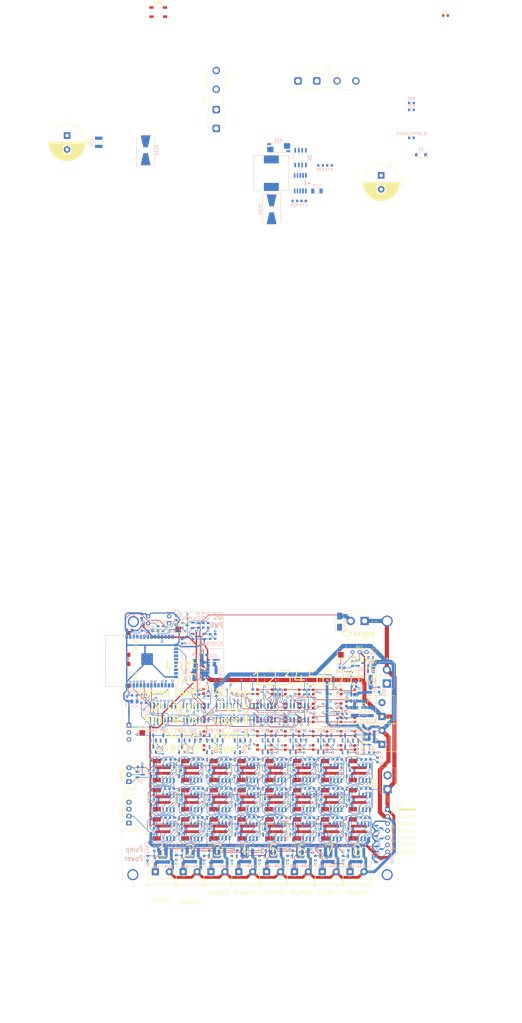
<source format=kicad_pcb>
(kicad_pcb (version 20221018) (generator pcbnew)
  (layers (0 "F.Cu" signal) (1 "In1.Cu" signal) (2 "In2.Cu" signal) (31 "B.Cu" signal) (34 "B.Paste" user) (35 "F.Paste" user) (36 "B.SilkS" user "B.Silkscreen") (37 "F.SilkS" user "F.Silkscreen") (38 "B.Mask" user) (39 "F.Mask" user) (44 "Edge.Cuts" user))
  (net 0 "")
  (net 1 "Net-(U4-IO0)")
  (net 2 "Net-(U4-EN)")
  (net 3 "12V")
  (net 4 "GND")
  (net 5 "Net-(S_A_1-Pin_1)")
  (net 6 "Net-(U10-CV)")
  (net 7 "Net-(D2-A)")
  (net 8 "Net-(D12-A)")
  (net 10 "3_3V")
  (net 11 "Temp")
  (net 13 "Net-(S_B_1-Pin_1)")
  (net 14 "Net-(D21-A)")
  (net 15 "Net-(U22-BST)")
  (net 16 "Net-(PUMP2-Pin_1)")
  (net 17 "PUMP_ENABLE")
  (net 18 "SENSORS_ENABLE")
  (net 19 "Net-(PUMP3-Pin_1)")
  (net 20 "Net-(PUMP4-Pin_1)")
  (net 21 "Net-(PUMP1-Pin_1)")
  (net 22 "Net-(PUMP5-Pin_1)")
  (net 23 "Net-(PUMP6-Pin_1)")
  (net 24 "Net-(PUMP7-Pin_1)")
  (net 25 "Net-(PUMP8-Pin_1)")
  (net 26 "SerialOut")
  (net 27 "Clock")
  (net 28 "Latch")
  (net 29 "Net-(Q1-G)")
  (net 31 "ESP_RX")
  (net 32 "ESP_TX")
  (net 33 "Net-(Boot1-Pad2)")
  (net 34 "PWR_I2C")
  (net 35 "SDA")
  (net 36 "SCL")
  (net 38 "Net-(D26-A)")
  (net 39 "Net-(D10-K)")
  (net 40 "Net-(Q5-G)")
  (net 42 "Net-(Q7-G)")
  (net 43 "Net-(Q8-G)")
  (net 44 "Net-(Q9-G)")
  (net 45 "Net-(Q10-G)")
  (net 46 "Net-(Q11-G)")
  (net 47 "Net-(Q12-G)")
  (net 48 "Net-(Q12-D)")
  (net 49 "Net-(Q13-G)")
  (net 50 "Net-(Q14-G)")
  (net 51 "Net-(D78-A)")
  (net 52 "CentralPump")
  (net 53 "Net-(D79-A)")
  (net 54 "Net-(Q_PWR5-G)")
  (net 55 "Net-(C5-Pad2)")
  (net 56 "Net-(I2C2-A)")
  (net 58 "Net-(U11-CV)")
  (net 59 "Net-(D19-A)")
  (net 60 "PUMP1")
  (net 61 "Net-(D23-A)")
  (net 62 "PUMP3")
  (net 63 "Net-(D80-A)")
  (net 64 "Net-(R14-Pad2)")
  (net 65 "PUMP4")
  (net 66 "PUMP5")
  (net 67 "PUMP6")
  (net 68 "PUMP7")
  (net 69 "PUMP8")
  (net 70 "PUMP2")
  (net 89 "SIGNAL")
  (net 90 "SerialIn")
  (net 92 "SENSOR1_PUMP_END")
  (net 93 "SENSOR1_A")
  (net 94 "SENSOR1_B")
  (net 95 "SENSOR2_PUMP_END")
  (net 96 "SENSOR2_A")
  (net 97 "SENSOR2_B")
  (net 98 "SENSOR3_PUMP_END")
  (net 99 "SENSOR3_A")
  (net 100 "SENSOR3_B")
  (net 101 "SENSOR4_PUMP_END")
  (net 102 "SENSOR4_A")
  (net 103 "SENSOR4_B")
  (net 104 "SENSOR5_PUMP_END")
  (net 105 "SENSOR5_A")
  (net 106 "SENSOR5_B")
  (net 107 "SENSOR6_PUMP_END")
  (net 108 "SENSOR6_A")
  (net 109 "SENSOR6_B")
  (net 110 "SENSOR7_PUMP_END")
  (net 111 "SENSOR7_A")
  (net 112 "SENSOR7_B")
  (net 113 "SENSOR8_PUMP_END")
  (net 114 "SENSOR8_A")
  (net 115 "SENSOR8_B")
  (net 116 "Net-(D11-A)")
  (net 117 "Net-(D10-A)")
  (net 118 "Net-(D2-K)")
  (net 119 "Net-(S_P_2-Pin_1)")
  (net 120 "Net-(U12-CV)")
  (net 121 "Net-(S_A_2-Pin_1)")
  (net 122 "Net-(U13-CV)")
  (net 123 "Net-(U2-CV)")
  (net 124 "Net-(S_B_2-Pin_1)")
  (net 125 "Net-(U14-CV)")
  (net 126 "Net-(S_P_3-Pin_1)")
  (net 127 "Net-(U15-CV)")
  (net 128 "Net-(S_A_3-Pin_1)")
  (net 129 "Net-(U16-CV)")
  (net 130 "Net-(S_B_3-Pin_1)")
  (net 131 "Net-(U17-CV)")
  (net 132 "Net-(S_P_4-Pin_1)")
  (net 133 "Net-(U18-CV)")
  (net 134 "Net-(S_A_4-Pin_1)")
  (net 135 "Net-(U19-CV)")
  (net 136 "Net-(S_B_4-Pin_1)")
  (net 137 "Net-(U20-CV)")
  (net 138 "Net-(S_P_5-Pin_1)")
  (net 139 "Net-(U21-CV)")
  (net 140 "Net-(S_A_5-Pin_1)")
  (net 141 "Net-(U23-CV)")
  (net 142 "Net-(P_FAULT1-K)")
  (net 143 "Net-(P_FAULT2-K)")
  (net 144 "Net-(P_FAULT3-K)")
  (net 145 "Net-(P_FAULT4-K)")
  (net 146 "Net-(P_FAULT5-K)")
  (net 147 "Net-(P_FAULT6-K)")
  (net 148 "Net-(P_FAULT7-K)")
  (net 149 "Net-(P_FAULT8-K)")
  (net 150 "Net-(S_B_5-Pin_1)")
  (net 151 "Net-(U24-CV)")
  (net 152 "Net-(S_P_6-Pin_1)")
  (net 153 "Net-(U25-CV)")
  (net 154 "Net-(S_A_6-Pin_1)")
  (net 155 "Net-(U26-CV)")
  (net 156 "Net-(S_B_6-Pin_1)")
  (net 157 "Net-(U27-CV)")
  (net 158 "Net-(S_P_7-Pin_1)")
  (net 159 "Net-(U28-CV)")
  (net 160 "Net-(S_A_7-Pin_1)")
  (net 161 "Net-(U29-CV)")
  (net 162 "Net-(S_B_7-Pin_1)")
  (net 163 "Net-(U30-CV)")
  (net 164 "Net-(S_P_8-Pin_1)")
  (net 165 "Net-(U31-CV)")
  (net 166 "Net-(S_A_8-Pin_1)")
  (net 167 "Net-(U32-CV)")
  (net 168 "Net-(S_B_8-Pin_1)")
  (net 169 "Net-(U33-CV)")
  (net 170 "Net-(S_P_1-Pin_1)")
  (net 171 "Net-(S_P_1-Pin_2)")
  (net 172 "Net-(S_A_1-Pin_2)")
  (net 173 "Net-(S_B_1-Pin_2)")
  (net 174 "Net-(S_P_2-Pin_2)")
  (net 175 "Net-(S_A_2-Pin_2)")
  (net 176 "Net-(S_B_2-Pin_2)")
  (net 177 "Net-(S_P_3-Pin_2)")
  (net 178 "Net-(S_A_3-Pin_2)")
  (net 179 "Net-(S_B_3-Pin_2)")
  (net 180 "Net-(S_P_4-Pin_2)")
  (net 181 "Net-(S_A_4-Pin_2)")
  (net 182 "Net-(S_B_4-Pin_2)")
  (net 183 "Net-(S_P_5-Pin_2)")
  (net 184 "Net-(S_A_5-Pin_2)")
  (net 185 "Net-(S_B_5-Pin_2)")
  (net 186 "Net-(S_P_6-Pin_2)")
  (net 187 "Net-(S_A_6-Pin_2)")
  (net 188 "Net-(S_B_6-Pin_2)")
  (net 189 "Net-(S_P_7-Pin_2)")
  (net 190 "Net-(S_A_7-Pin_2)")
  (net 191 "Net-(S_B_7-Pin_2)")
  (net 192 "Net-(S_P_8-Pin_2)")
  (net 193 "Net-(S_A_8-Pin_2)")
  (net 194 "Net-(S_B_8-Pin_2)")
  (net 195 "Net-(D81-A)")
  (net 197 "Net-(D82-A)")
  (net 199 "Net-(D83-A)")
  (net 201 "Net-(D84-A)")
  (net 203 "Net-(D85-A)")
  (net 205 "Net-(D86-A)")
  (net 207 "Net-(D87-A)")
  (net 209 "Net-(D88-A)")
  (net 211 "Net-(D89-A)")
  (net 213 "Net-(D90-A)")
  (net 215 "Net-(D91-A)")
  (net 217 "Net-(D92-A)")
  (net 243 "Net-(battery1-Pin_2)")
  (net 244 "IsDay")
  (net 245 "Net-(R78-Pad2)")
  (net 246 "S_VIN")
  (net 247 "Net-(D93-A)")
  (net 249 "Net-(D94-A)")
  (net 251 "Net-(D95-A)")
  (net 253 "Net-(D96-A)")
  (net 255 "Net-(D97-A)")
  (net 257 "Net-(P_FAULT1-A)")
  (net 258 "Net-(P_FAULT2-A)")
  (net 259 "Net-(P_FAULT3-A)")
  (net 260 "Net-(P_FAULT4-A)")
  (net 261 "Net-(P_FAULT5-A)")
  (net 262 "Net-(P_FAULT6-A)")
  (net 263 "Net-(P_FAULT7-A)")
  (net 264 "Net-(P_FAULT8-A)")
  (net 265 "5K_12V")
  (net 266 "1K_GND")
  (net 267 "Net-(U1-QH')")
  (net 269 "Net-(U3-QH')")
  (net 271 "Net-(U7-QH')")
  (net 273 "Net-(U8-QH')")
  (net 276 "/Light_In")
  (net 277 "Net-(U5-BST)")
  (net 278 "Net-(Q2-G)")
  (net 279 "Net-(Q2-D)")
  (net 280 "Net-(Q_PWR1-G)")
  (net 281 "Net-(Q_PWR1-D)")
  (net 282 "LED_ENABLE")
  (net 283 "Net-(I2C3-A)")
  (net 284 "Net-(R24-Pad2)")
  (net 285 "Net-(U5-FB)")
  (net 286 "/Light+")
  (net 291 "Net-(U6-VG)")
  (net 292 "Net-(C74-Pad1)")
  (net 293 "Net-(D1-A)")
  (net 294 "Net-(D98-K)")
  (net 295 "Net-(D98-A)")
  (net 296 "Net-(D100-K)")
  (net 297 "Net-(D101-A)")
  (net 298 "Net-(L3-Pad2)")
  (net 299 "Net-(Q6-G)")
  (net 300 "Net-(U6-MPPT)")
  (net 301 "Net-(U6-COM)")
  (net 302 "Net-(U6-BAT)")
  (net 303 "Net-(U6-FB)")
  (net 304 "Net-(U6-CSP)")
  (net 305 "/3_3IN")
  (net 307 "/Light_cool")
  (net 308 "/3_3V_cool")
  (net 309 "Net-(C75-Pad1)")
  (net 310 "Net-(R26-Pad2)")
  (footprint "Button_Switch_SMD:SW_SPST_CK_RS282G05A3" (layer "F.Cu") (at 172.33 52.67 90)
    (fp_text reference "Reset1")
    (fp_text value "SW_Push")
  )
  (footprint "LED_SMD:LED_0603_1608Metric" (layer "F.Cu") (at 228.83 84.8825 90)
    (fp_text reference "SD31" hide)
    (fp_text value "GREEN")
  )
  (footprint "Fuse:Fuseholder_Clip-5x20mm_Eaton_1A5601-01_Inline_P20.80x6.76mm_D1.70mm_Horizontal" (layer "F.Cu") (at 203.98 -132.63 90)
    (fp_text reference "F1")
    (fp_text value "4A")
  )
  (footprint "LED_SMD:LED_0603_1608Metric" (layer "F.Cu") (at 233.83 79.8825 90)
    (fp_text reference "SD35" hide)
    (fp_text value "GREEN")
  )
  (footprint "Connector_AMASS:AMASS_XT30UPB-M_1x02_P5.0mm_Vertical" (layer "F.Cu") (at 265.33 66.92 90)
    (fp_text reference "SolarIn2" hide)
    (fp_text value "Conn_01x02_Pin")
  )
  (footprint "LED_SMD:LED_0603_1608Metric" (layer "F.Cu") (at 199.53 74.9575 90)
    (fp_text reference "D10")
    (fp_text value "RED")
  )
  (footprint "Button_Switch_SMD:SW_SPST_CK_RS282G05A3" (layer "F.Cu") (at 172.33 63.82 -90)
    (fp_text reference "Boot1")
    (fp_text value "Boot")
  )
  (footprint "LED_SMD:LED_0603_1608Metric" (layer "F.Cu") (at 218.83 74.8825 90)
    (fp_text reference "P_FAULT1" hide)
    (fp_text value "RED")
  )
  (footprint "Connector_JST:JST_PH_B2B-PH-SM4-TB_1x02-1MP_P2.00mm_Vertical" (layer "F.Cu") (at 224.83 119.17 90)
    (fp_text reference "S_P_5")
    (fp_text value "Conn_01x02_Male")
  )
  (footprint "LED_SMD:LED_0603_1608Metric" (layer "F.Cu") (at 228.83 74.92 90)
    (fp_text reference "P_FAULT3" hide)
    (fp_text value "RED")
  )
  (footprint "Connector_JST:JST_PH_B2B-PH-SM4-TB_1x02-1MP_P2.00mm_Vertical" (layer "F.Cu") (at 244.83 98.17 90)
    (fp_text reference "S_B_7")
    (fp_text value "Conn_01x02_Male")
  )
  (footprint "LED_SMD:LED_0603_1608Metric" (layer "F.Cu") (at 218.83 79.8825 90)
    (fp_text reference "SD26" hide)
    (fp_text value "GREEN")
  )
  (footprint "Connector_AMASS:AMASS_XT30UPB-F_1x02_P5.0mm_Vertical" (layer "F.Cu") (at 265.58 104.92 90)
    (fp_text reference "battery1" hide)
    (fp_text value "Conn_01x02_Socket")
  )
  (footprint "LED_SMD:LED_0603_1608Metric" (layer "F.Cu") (at 223.83 79.92 90)
    (fp_text reference "SD29" hide)
    (fp_text value "GREEN")
  )
  (footprint "Connector_JST:JST_PH_B2B-PH-SM4-TB_1x02-1MP_P2.00mm_Vertical" (layer "F.Cu") (at 254.83 108.67 90)
    (fp_text reference "S_A_8")
    (fp_text value "Conn_01x02_Male")
  )
  (footprint "TerminalBlock_Phoenix:TerminalBlock_Phoenix_MKDS-1,5-2_1x02_P5.00mm_Horizontal" (layer "F.Cu") (at 232.08 134.575)
    (fp_text reference "PUMP6")
    (fp_text value "Conn_01x02")
  )
  (footprint "TerminalBlock_Phoenix:TerminalBlock_Phoenix_MKDS-1,5-2_1x02_P5.00mm_Horizontal" (layer "F.Cu") (at 242.08 134.575)
    (fp_text reference "PUMP7")
    (fp_text value "Conn_01x02")
  )
  (footprint "TerminalBlock_Phoenix:TerminalBlock_Phoenix_MKDS-1,5-2_1x02_P5.00mm_Horizontal" (layer "F.Cu") (at 263.58 88.77 90)
    (fp_text reference "PUMP9")
    (fp_text value "Conn_01x02")
  )
  (footprint "Connector_JST:JST_PH_B2B-PH-SM4-TB_1x02-1MP_P2.00mm_Vertical" (layer "F.Cu") (at 194.58 98.17 90)
    (fp_text reference "S_B_2")
    (fp_text value "Conn_01x02_Male")
  )
  (footprint "Package_DIP:DIP-4_W7.62mm" (layer "F.Cu") (at 187.08 45.27 180)
    (fp_text reference "U36")
    (fp_text value "PC817")
  )
  (footprint "Connector_JST:JST_EH_B3B-EH-A_1x03_P2.50mm_Vertical" (layer "F.Cu") (at 172.58 102.17 90)
    (fp_text reference "1WIRE1")
    (fp_text value "Conn_01x03")
  )
  (footprint "TestPoint:TestPoint_Pad_2.0x2.0mm" (layer "F.Cu") (at 190.28 47.47)
    (fp_text reference "IsDayBattery1")
    (fp_text value "TestPoint")
  )
  (footprint "LED_SMD:LED_0603_1608Metric" (layer "F.Cu") (at 238.83 84.92 90)
    (fp_text reference "SD37" hide)
    (fp_text value "GREEN")
  )
  (footprint "Connector_JST:JST_EH_B4B-EH-A_1x04_P2.50mm_Vertical" (layer "F.Cu") (at 172.58 117.07 90)
    (fp_text reference "I2C1")
    (fp_text value "Conn_01x04")
  )
  (footprint "LED_SMD:LED_0603_1608Metric" (layer "F.Cu") (at 199.43 69.6575 90)
    (fp_text reference "D2" hide)
    (fp_text value "YELLOW")
  )
  (footprint "Connector_PinHeader_2.54mm:PinHeader_1x07_P2.54mm_Horizontal" (layer "F.Cu") (at 265.58 112.17)
    (fp_text reference "J4")
    (fp_text value "Conn_01x07")
  )
  (footprint "LED_SMD:LED_0603_1608Metric" (layer "F.Cu") (at 243.83 69.8825 90)
    (fp_text reference "PUMP_D6" hide)
    (fp_text value "BLUE")
  )
  (footprint "Connector_JST:JST_PH_B2B-PH-SM4-TB_1x02-1MP_P2.00mm_Vertical" (layer "F.Cu") (at 244.83 119.17 90)
    (fp_text reference "S_P_7")
    (fp_text value "Conn_01x02_Male")
  )
  (footprint "LED_SMD:LED_0603_1608Metric" (layer "F.Cu") (at 233.83 74.8825 90)
    (fp_text reference "P_FAULT4" hide)
    (fp_text value "RED")
  )
  (footprint "LED_SMD:LED_0603_1608Metric" (layer "F.Cu") (at 233.83 84.92 90)
    (fp_text reference "SD34" hide)
    (fp_text value "GREEN")
  )
  (footprint "LED_SMD:LED_0603_1608Metric" (layer "F.Cu") (at 243.83 74.92 90)
    (fp_text reference "P_FAULT6" hide)
    (fp_text value "RED")
  )
  (footprint "Connector_JST:JST_PH_B2B-PH-SM4-TB_1x02-1MP_P2.00mm_Vertical" (layer "F.Cu") (at 224.83 108.67 90)
    (fp_text reference "S_A_5")
    (fp_text value "Conn_01x02_Male")
  )
  (footprint "LED_SMD:LED_0603_1608Metric" (layer "F.Cu") (at 218.83 84.8825 90)
    (fp_text reference "SD25" hide)
    (fp_text value "GREEN")
  )
  (footprint "Capacitor_THT:CP_Radial_D13.0mm_P5.00mm" (layer "F.Cu") (at 263.28 -115.73 -90)
    (fp_text reference "C77")
    (fp_text value "C_Polarized")
  )
  (footprint "TerminalBlock_Phoenix:TerminalBlock_Phoenix_MKDS-1,5-2_1x02_P5.00mm_Horizontal" (layer "F.Cu") (at 222.08 134.575)
    (fp_text reference "PUMP5")
    (fp_text value "Conn_01x02")
  )
  (footprint "LED_SMD:LED_0603_1608Metric" (layer "F.Cu") (at 224.08 69.8825 90)
    (fp_text reference "PUMP_D2" hide)
    (fp_text value "BLUE")
  )
  (footprint "Connector_JST:JST_PH_B2B-PH-SM4-TB_1x02-1MP_P2.00mm_Vertical" (layer "F.Cu") (at 184.33 119.17 90)
    (fp_text reference "S_P_1")
    (fp_text value "Conn_01x02_Male")
  )
  (footprint "LED_SMD:LED_0603_1608Metric" (layer "F.Cu") (at 218.83 89.8825 90)
    (fp_text reference "SD1" hide)
    (fp_text value "GREEN")
  )
  (footprint "LED_SMD:LED_0603_1608Metric" (layer "F.Cu") (at 248.83 84.8825 90)
    (fp_text reference "SD43" hide)
    (fp_text value "GREEN")
  )
  (footprint "TestPoint:TestPoint_Pad_2.0x2.0mm" (layer "F.Cu") (at 248.78 56.57 180)
    (fp_text reference "TP8")
    (fp_text value "LED-Enabled")
  )
  (footprint "TerminalBlock_Phoenix:TerminalBlock_Phoenix_MKDS-1,5-2_1x02_P5.00mm_Horizontal" (layer "F.Cu") (at 212.08 134.575)
    (fp_text reference "PUMP4")
    (fp_text value "Conn_01x02")
  )
  (footprint "LED_SMD:LED_0603_1608Metric" (layer "F.Cu") (at 253.83 89.92 90)
    (fp_text reference "SD45" hide)
    (fp_text value "GREEN")
  )
  (footprint "LED_SMD:LED_0603_1608Metric" (layer "F.Cu") (at 218.83 69.8825 90)
    (fp_text reference "PUMP_D1" hide)
    (fp_text value "BLUE" hide)
  )
  (footprint "TerminalBlock_Phoenix:TerminalBlock_Phoenix_MKDS-1,5-2_1x02_P5.00mm_Horizontal" (layer "F.Cu") (at 192.08 134.575)
    (fp_text reference "PUMP2")
    (fp_text value "Conn_01x02")
  )
  (footprint "TerminalBlock_Phoenix:TerminalBlock_Phoenix_MKDS-1,5-2_1x02_P5.00mm_Horizontal" (layer "F.Cu") (at 252.08 134.575)
    (fp_text reference "PUMP8")
    (fp_text value "Conn_01x02")
  )
  (footprint "LED_SMD:LED_0603_1608Metric" (layer "F.Cu") (at 228.83 79.8825 90)
    (fp_text reference "SD32" hide)
    (fp_text value "GREEN")
  )
  (footprint "LED_SMD:LED_0603_1608Metric" (layer "F.Cu") (at 199.58 89.9575 90)
    (fp_text reference "D98")
    (fp_text value "LED")
  )
  (footprint "Connector_JST:JST_PH_B2B-PH-SM4-TB_1x02-1MP_P2.00mm_Vertical" (layer "F.Cu") (at 254.83 119.17 90)
    (fp_text reference "S_P_8")
    (fp_text value "Conn_01x02_Male")
  )
  (footprint "LED_SMD:LED_0603_1608Metric" (layer "F.Cu") (at 243.83 84.92 90)
    (fp_text reference "SD40" hide)
    (fp_text value "GREEN")
  )
  (footprint "Fuse:Fuseholder_Clip-5x20mm_Eaton_1A5601-01_Inline_P20.80x6.76mm_D1.70mm_Horizontal" (layer "F.Cu") (at 233.37 -149.69)
    (fp_text reference "F3")
    (fp_text value "4A")
  )
  (footprint "LED_SMD:LED_0603_1608Metric" (layer "F.Cu") (at 223.83 89.92 90)
    (fp_text reference "SD27" hide)
    (fp_text value "GREEN")
  )
  (footprint "Connector_JST:JST_PH_B2B-PH-SM4-TB_1x02-1MP_P2.00mm_Vertical" (layer "F.Cu") (at 184.33 108.67 90)
    (fp_text reference "S_A_1")
    (fp_text value "Conn_01x02_Male")
  )
  (footprint "LED_SMD:LED_0603_1608Metric" (layer "F.Cu") (at 233.83 69.92 90)
    (fp_text reference "PUMP_D4" hide)
    (fp_text value "BLUE")
  )
  (footprint "Connector_JST:JST_PH_B2B-PH-SM4-TB_1x02-1MP_P2.00mm_Vertical" (layer "F.Cu") (at 234.83 98.17 90)
    (fp_text reference "S_B_6")
    (fp_text value "Conn_01x02_Male")
  )
  (footprint "LED_SMD:LED_0603_1608Metric" (layer "F.Cu") (at 238.83 79.92 90)
    (fp_text reference "SD38" hide)
    (fp_text value "GREEN")
  )
  (footprint "Capacitor_THT:CP_Radial_D13.0mm_P5.00mm" (layer "F.Cu") (at 150.33 -130.045215 -90)
    (fp_text reference "C76")
    (fp_text value "C_Polarized")
  )
  (footprint "LED_SMD:LED_0603_1608Metric" (layer "F.Cu") (at 228.83 89.92 90)
    (fp_text reference "SD30" hide)
    (fp_text value "GREEN")
  )
  (footprint "LED_SMD:LED_0603_1608Metric" (layer "F.Cu") (at 238.83 89.8825 90)
    (fp_text reference "SD36" hide)
    (fp_text value "GREEN")
  )
  (footprint "LED_SMD:LED_0603_1608Metric" (layer "F.Cu") (at 199.38 64.57 90)
    (fp_text reference "I2C2" hide)
    (fp_text value "GREEN")
  )
  (footprint "Connector_JST:JST_PH_B2B-PH-SM4-TB_1x02-1MP_P2.00mm_Vertical" (layer "F.Cu") (at 194.58 119.17 90)
    (fp_text reference "S_P_2")
    (fp_text value "Conn_01x02_Male")
  )
  (footprint "LED_SMD:LED_0603_1608Metric" (layer "F.Cu") (at 243.83 79.92 90)
    (fp_text reference "SD41" hide)
    (fp_text value "GREEN")
  )
  (footprint "LED_SMD:LED_0603_1608Metric" (layer "F.Cu") (at 248.83 69.92 90)
    (fp_text reference "PUMP_D7" hide)
    (fp_text value "BLUE")
  )
  (footprint "LED_SMD:LED_0603_1608Metric" (layer "F.Cu") (at 238.83 74.9575 90)
    (fp_text reference "P_FAULT5" hide)
    (fp_text value "RED")
  )
  (footprint "TestPoint:TestPoint_Pad_2.0x2.0mm" (layer "F.Cu") (at 177.38 84.67)
    (fp_text reference "TP25")
    (fp_text value "TestPoint")
  )
  (footprint "LED_SMD:LED_0603_1608Metric" (layer "F.Cu") (at 223.83 74.92 90)
    (fp_text reference "P_FAULT2" hide)
    (fp_text value "RED")
  )
  (footprint "LED_SMD:LED_0603_1608Metric" (layer "F.Cu") (at 234.08 89.9575 90)
    (fp_text reference "SD33" hide)
    (fp_text value "GREEN")
  )
  (footprint "Connector_JST:JST_PH_B2B-PH-SM4-TB_1x02-1MP_P2.00mm_Vertical" (layer "F.Cu") (at 254.83 98.17 90)
    (fp_text reference "S_B_8")
    (fp_text value "Conn_01x02_Male")
  )
  (footprint "Connector_JST:JST_PH_B2B-PH-SM4-TB_1x02-1MP_P2.00mm_Vertical" (layer "F.Cu") (at 214.83 119.17 90)
    (fp_text reference "S_P_4")
    (fp_text value "Conn_01x02_Male")
  )
  (footprint "LED_SMD:LED_0603_1608Metric" (layer "F.Cu") (at 199.28 59.97 90)
    (fp_text reference "I2C3" hide)
    (fp_text value "GREEN")
  )
  (footprint "Connector_JST:JST_PH_B2B-PH-SM4-TB_1x02-1MP_P2.00mm_Vertical" (layer "F.Cu") (at 204.83 119.17 90)
    (fp_text reference "S_P_3")
    (fp_text value "Conn_01x02_Male")
  )
  (footprint "Connector_JST:JST_PH_B2B-PH-SM4-TB_1x02-1MP_P2.00mm_Vertical" (layer "F.Cu") (at 184.33 98.17 90)
    (fp_text reference "S_B_1")
    (fp_text value "Conn_01x02_Male")
  )
  (footprint "Connector_JST:JST_PH_B2B-PH-SM4-TB_1x02-1MP_P2.00mm_Vertical" (layer "F.Cu") (at 214.83 108.67 90)
    (fp_text reference "S_A_4")
    (fp_text value "Conn_01x02_Male")
  )
  (footprint "LED_SMD:LED_WS2812B_PLCC4_5.0x5.0mm_P3.2mm" (layer "F.Cu") (at 183.13 -174.43)
    (fp_text reference "D99")
    (fp_text value "WS2812B")
  )
  (footprint "TerminalBlock_Phoenix:TerminalBlock_Phoenix_MKDS-1,5-2_1x02_P5.00mm_Horizontal" (layer "F.Cu") (at 263.58 78.77 90)
    (fp_text reference "LIGHT1")
    (fp_text value "Conn_01x02")
  )
  (footprint "Potentiometer_THT:Potentiometer_Bourns_3299W_Vertical" (layer "F.Cu") (at 252.98 55.595 180)
    (fp_text reference "RV1")
    (fp_text value "50k")
  )
  (footprint "Connector_JST:JST_PH_B2B-PH-SM4-TB_1x02-1MP_P2.00mm_Vertical" (layer "F.Cu") (at 224.83 98.17 90)
    (fp_text reference "S_B_5")
    (fp_text value "Conn_01x02_Male")
  )
  (footprint "LED_SMD:LED_0603_1608Metric" (layer "F.Cu") (at 228.83 69.92 90)
    (fp_text reference "PUMP_D3" hide)
    (fp_text value "BLUE")
  )
  (footprint "LED_SMD:LED_0603_1608Metric" (layer "F.Cu") (at 253.83 74.8825 90)
    (fp_text reference "P_FAULT8" hide)
    (fp_text value "RED")
  )
  (footprint "LED_SMD:LED_0603_1608Metric" (layer "F.Cu") (at 199.63 79.8575 90)
    (fp_text reference "D78")
    (fp_text value "BLUE")
  )
  (footprint "Connector_PinHeader_2.54mm:PinHeader_1x03_P2.54mm_Vertical" (layer "F.Cu") (at 172.58 81.92)
    (fp_text reference "J2")
    (fp_text value "Conn_01x03_Female")
  )
  (footprint "Connector_JST:JST_PH_B2B-PH-SM4-TB_1x02-1MP_P2.00mm_Vertical" (layer "F.Cu") (at 204.83 108.67 90)
    (fp_text reference "S_A_3")
    (fp_text value "Conn_01x02_Male")
  )
  (footprint "Connector_JST:JST_PH_B2B-PH-SM4-TB_1x02-1MP_P2.00mm_Vertical" (layer "F.Cu") (at 234.83 108.67 90)
    (fp_text reference "S_A_6")
    (fp_text value "Conn_01x02_Male")
  )
  (footprint "TerminalBlock_Phoenix:TerminalBlock_Phoenix_MKDS-1,5-2_1x02_P5.00mm_Horizontal" (layer "F.Cu") (at 182.08 134.575)
    (fp_text reference "PUMP1")
    (fp_text value "Conn_01x02")
  )
  (footprint "Connector_JST:JST_PH_B2B-PH-SM4-TB_1x02-1MP_P2.00mm_Vertical" (layer "F.Cu") (at 194.58 108.67 90)
    (fp_text reference "S_A_2")
    (fp_text value "Conn_01x02_Male")
  )
  (footprint "LED_SMD:LED_0603_1608Metric" (layer "F.Cu") (at 199.58 84.92 90)
    (fp_text reference "D11")
    (fp_text value "LED")
  )
  (footprint "TerminalBlock_Phoenix:TerminalBlock_Phoenix_MKDS-1,5-2_1x02_P5.00mm_Horizontal" (layer "F.Cu") (at 202.08 134.575)
    (fp_text reference "PUMP3")
    (fp_text value "Conn_01x02")
  )
  (footprint "LED_SMD:LED_0603_1608Metric" (layer "F.Cu") (at 238.83 69.9575 90)
    (fp_text reference "PUMP_D5" hide)
    (fp_text value "BLUE")
  )
  (footprint "LED_SMD:LED_0603_1608Metric" (layer "F.Cu") (at 253.83 69.92 90)
    (fp_text reference "PUMP_D8" hide)
    (fp_text value "BLUE")
  )
  (footprint "LED_SMD:LED_0603_1608Metric" (layer "F.Cu") (at 253.83 79.9575 90)
    (fp_text reference "SD47" hide)
    (fp_text value "GREEN")
  )
  (footprint "LED_SMD:LED_0603_1608Metric" (layer "F.Cu") (at 253.83 84.92 90)
    (fp_text reference "SD46" hide)
    (fp_text value "GREEN")
  )
  (footprint "Connector_JST:JST_PH_B2B-PH-SM4-TB_1x02-1MP_P2.00mm_Vertical" (layer "F.Cu") (at 214.83 98.17 90)
    (fp_text reference "S_B_4")
    (fp_text value "Conn_01x02_Male")
  )
  (footprint "LED_SMD:LED_0603_1608Metric" (layer "F.Cu") (at 223.83 84.8825 90)
    (fp_text reference "SD28" hide)
    (fp_text value "GREEN")
  )
  (footprint "Connector_JST:JST_PH_B2B-PH-SM4-TB_1x02-1MP_P2.00mm_Vertical" (layer "F.Cu") (at 244.83 108.67 90)
    (fp_text reference "S_A_7")
    (fp_text value "Conn_01x02_Male")
  )
  (footprint "Connector_AMASS:AMASS_XT30UPB-M_1x02_P5.0mm_Vertical" (layer "F.Cu") (at 257.33 44.42 180)
    (fp_text reference "ExtCharge1" hide)
    (fp_text value "Conn_01x02")
  )
  (footprint "Connector_JST:JST_PH_B2B-PH-SM4-TB_1x02-1MP_P2.00mm_Vertical" (layer "F.Cu") (at 234.83 119.17 90)
    (fp_text reference "S_P_6")
    (fp_text value "Conn_01x02_Male")
  )
  (footprint "LED_SMD:LED_0603_1608Metric" (layer "F.Cu") (at 248.83 74.8825 90)
    (fp_text reference "P_FAULT7" hide)
    (fp_text value "RED")
  )
  (footprint "Resistor_SMD:R_0603_1608Metric" (layer "F.Cu") (at 286.4025 -173.19)
    (fp_text reference "R6")
    (fp_text value "10k")
  )
  (footprint "LED_SMD:LED_0603_1608Metric" (layer "F.Cu") (at 248.83 89.92 90)
    (fp_text reference "SD42" hide)
    (fp_text value "GREEN")
  )
  (footprint "LED_SMD:LED_0603_1608Metric" (layer "F.Cu") (at 243.83 89.92 90)
    (fp_text reference "SD39" hide)
    (fp_text value "GREEN")
  )
  (footprint "Connector_JST:JST_PH_B2B-PH-SM4-TB_1x02-1MP_P2.00mm_Vertical" (layer "F.Cu") (at 204.83 98.17 90)
    (fp_text reference "S_B_3")
    (fp_text value "Conn_01x02_Male")
  )
  (footprint "LED_SMD:LED_0603_1608Metric" (layer "F.Cu") (at 248.83 79.92 90)
    (fp_text reference "SD44" hide)
    (fp_text value "GREEN")
  )
  (footprint "Package_TO_SOT_SMD:SOT-23" (layer "B.Cu") (at 216.08 129.9825 -90)
    (fp_text reference "D9")
    (fp_text value "BAT54S")
  )
  (footprint "Package_TO_SOT_SMD:SOT-23" (layer "B.Cu") (at 211.58 105.92 -90)
    (fp_text reference "D47" hide)
    (fp_text value "BAT54S")
  )
  (footprint "Package_TO_SOT_SMD:SOT-23" (layer "B.Cu") (at 212.33 129.9825 -90)
    (fp_text reference "Q8")
    (fp_text value "N-channel 30V 5A")
  )
  (footprint "Inductor_SMD:L_1210_3225Metric" (layer "B.Cu") (at 253.74 76.995 -90)
    (fp_text reference "L2")
    (fp_text value "4.7uH")
  )
  (footprint "Diode_SMD:D_SMB-SMC_Universal_Handsoldering" (layer "B.Cu") (at 178.58 -124.78 90)
    (fp_text reference "D101")
    (fp_text value "SS54")
  )
  (footprint "Package_SO:SO-8_3.9x4.9mm_P1.27mm" (layer "B.Cu") (at 196.83 120.17 90)
    (fp_text reference "U12" hide)
    (fp_text value "TLC555xP")
  )
  (footprint "Capacitor_SMD:C_0603_1608Metric" (layer "B.Cu") (at 255.105 115.17 180)
    (fp_text reference "C66" hide)
    (fp_text value "100n")
  )
  (footprint "Package_TO_SOT_SMD:SOT-23" (layer "B.Cu") (at 191.58 86.42 90)
    (fp_text reference "D89")
    (fp_text value "BAT54S")
  )
  (footprint "Capacitor_SMD:C_0603_1608Metric" (layer "B.Cu") (at 177.18 42.67 -90)
    (fp_text reference "C2")
    (fp_text value "100n")
  )
  (footprint "Resistor_SMD:R_0603_1608Metric" (layer "B.Cu") (at 191.68 51.695 -90)
    (fp_text reference "R12")
    (fp_text value "2k2")
  )
  (footprint "Capacitor_SMD:C_0805_2012Metric" (layer "B.Cu") (at 189.48 46.67 -90)
    (fp_text reference "C6")
    (fp_text value "22uf")
  )
  (footprint "Package_SO:SO-8_3.9x4.9mm_P1.27mm" (layer "B.Cu") (at 237.08 98.92 90)
    (fp_text reference "U27" hide)
    (fp_text value "TLC555xP")
  )
  (footprint "Capacitor_SMD:C_0603_1608Metric" (layer "B.Cu") (at 255.355 94.17 180)
    (fp_text reference "C70" hide)
    (fp_text value "100n")
  )
  (footprint "Resistor_SMD:R_0603_1608Metric" (layer "B.Cu") (at 250.98 78.57 90)
    (fp_text reference "R105" hide)
    (fp_text value "1k")
  )
  (footprint "Package_TO_SOT_SMD:SOT-23" (layer "B.Cu") (at 191.53 121.8075 -90)
    (fp_text reference "D18" hide)
    (fp_text value "BAT54S")
  )
  (footprint "Capacitor_SMD:C_0603_1608Metric" (layer "B.Cu") (at 248.33 94.17)
    (fp_text reference "C63" hide)
    (fp_text value "100n")
  )
  (footprint "Capacitor_SMD:C_0603_1608Metric" (layer "B.Cu") (at 205.08 104.67)
    (fp_text reference "C38" hide)
    (fp_text value "100n")
  )
  (footprint "Capacitor_SMD:C_0805_2012Metric" (layer "B.Cu") (at 196.58 126.67 180)
    (fp_text reference "C8")
    (fp_text value "22uf")
  )
  (footprint "Resistor_SMD:R_0603_1608Metric" (layer "B.Cu") (at 222.58 126.92)
    (fp_text reference "R62")
    (fp_text value "10k")
  )
  (footprint "Package_TO_SOT_SMD:SOT-23" (layer "B.Cu") (at 221.83 122.17 -90)
    (fp_text reference "D50" hide)
    (fp_text value "BAT54S")
  )
  (footprint "Package_TO_SOT_SMD:SOT-23" (layer "B.Cu") (at 221.58 116.2325 -90)
    (fp_text reference "D51" hide)
    (fp_text value "BAT54S")
  )
  (footprint "Capacitor_SMD:C_0603_1608Metric" (layer "B.Cu") (at 258.58 94.17)
    (fp_text reference "C69" hide)
    (fp_text value "100n")
  )
  (footprint "Package_TO_SOT_SMD:SOT-23" (layer "B.Cu") (at 262.3925 122.67)
    (fp_text reference "D36")
    (fp_text value "BAT54S")
  )
  (footprint "Resistor_SMD:R_0603_1608Metric" (layer "B.Cu") (at 219.58 129.67 90)
    (fp_text reference "R61")
    (fp_text value "1k")
  )
  (footprint "Resistor_SMD:R_0603_1608Metric" (layer "B.Cu") (at 232.255 -106.53)
    (fp_text reference "R28")
    (fp_text value "120")
  )
  (footprint "Resistor_SMD:R_0603_1608Metric" (layer "B.Cu") (at 184.78 47.17 90)
    (fp_text reference "R17")
    (fp_text value "1k")
  )
  (footprint "Package_TO_SOT_SMD:SOT-23" (layer "B.Cu") (at 181.33 90.545 90)
    (fp_text reference "D90")
    (fp_text value "BAT54S")
  )
  (footprint "Package_TO_SOT_SMD:SOT-23" (layer "B.Cu") (at 201.58 95.2325 -90)
    (fp_text reference "D43" hide)
    (fp_text value "BAT54S")
  )
  (footprint "RF_Module:ESP32-WROOM-32" (layer "B.Cu") (at 180.015 58.825 -90)
    (fp_text reference "U4")
    (fp_text value "ESP32-WROOM-32D")
  )
  (footprint "Capacitor_SMD:C_0603_1608Metric" (layer "B.Cu") (at 235.08 94.17 180)
    (fp_text reference "C58" hide)
    (fp_text value "100n")
  )
  (footprint "Capacitor_SMD:C_0603_1608Metric" (layer "B.Cu") (at 228.33 94.17)
    (fp_text reference "C51" hide)
    (fp_text value "100n")
  )
  (footprint "Package_TO_SOT_SMD:SOT-23" (layer "B.Cu") (at 205.33 86.42 90)
    (fp_text reference "D94")
    (fp_text value "BAT54S")
  )
  (footprint "Resistor_SMD:R_0603_1608Metric" (layer "B.Cu") (at 192.355 119.07 180)
    (fp_text reference "R41" hide)
    (fp_text value "1k")
  )
  (footprint "Package_SO:SOP-16_3.9x9.9mm_P1.27mm" (layer "B.Cu") (at 196.7 77.42 -90)
    (fp_text reference "U3")
    (fp_text value "74HC595")
  )
  (footprint "Resistor_SMD:R_0603_1608Metric" (layer "B.Cu") (at 179.305 129.67 90)
    (fp_text reference "R49")
    (fp_text value "1k")
  )
  (footprint "Capacitor_SMD:C_0603_1608Metric" (layer "B.Cu") (at 215.08 114.92)
    (fp_text reference "C42" hide)
    (fp_text value "100n")
  )
  (footprint "Capacitor_SMD:C_0603_1608Metric" (layer "B.Cu") (at 248.605 104.67)
    (fp_text reference "C61" hide)
    (fp_text value "100n")
  )
  (footprint "Capacitor_SMD:C_0603_1608Metric" (layer "B.Cu") (at 215.08 94.17 180)
    (fp_text reference "C46" hide)
    (fp_text value "100n")
  )
  (footprint "Resistor_SMD:R_0603_1608Metric" (layer "B.Cu") (at 235.68 69.97 -90)
    (fp_text reference "R101" hide)
    (fp_text value "1k")
  )
  (footprint "Capacitor_SMD:C_0603_1608Metric" (layer "B.Cu") (at 198.33 104.67)
    (fp_text reference "C20" hide)
    (fp_text value "100n")
  )
  (footprint "Package_SO:SOP-16_3.9x9.9mm_P1.27mm" (layer "B.Cu") (at 184.83 77.42 -90)
    (fp_text reference "U1")
    (fp_text value "74HC595")
  )
  (footprint "Package_TO_SOT_SMD:SOT-23" (layer "B.Cu") (at 241.83 101.17 -90)
    (fp_text reference "D66" hide)
    (fp_text value "BAT54S")
  )
  (footprint "Package_TO_SOT_SMD:SOT-23" (layer "B.Cu") (at 236.08 129.9825 -90)
    (fp_text reference "D30")
    (fp_text value "BAT54S")
  )
  (footprint "Package_TO_SOT_SMD:SOT-23" (layer "B.Cu") (at 221.58 86.42 90)
    (fp_text reference "D19")
    (fp_text value "BAT54S")
  )
  (footprint "Capacitor_SMD:C_1206_3216Metric" (layer "B.Cu") (at 197.4425 65.12)
    (fp_text reference "C31")
    (fp_text value "22uF")
  )
  (footprint "Resistor_SMD:R_0603_1608Metric" (layer "B.Cu") (at 202.33 126.92)
    (fp_text reference "R56")
    (fp_text value "10k")
  )
  (footprint "Package_TO_SOT_SMD:SOT-23" (layer "B.Cu") (at 262.3925 130.17)
    (fp_text reference "D38")
    (fp_text value "BAT54S")
  )
  (footprint "Package_TO_SOT_SMD:SOT-23" (layer "B.Cu") (at 221.58 90.67 90)
    (fp_text reference "D12")
    (fp_text value "BAT54S")
  )
  (footprint "Resistor_SMD:R_0603_1608Metric" (layer "B.Cu") (at 222.33 108.42 180)
    (fp_text reference "R140" hide)
    (fp_text value "1k")
  )
  (footprint "Capacitor_SMD:C_0805_2012Metric" (layer "B.Cu") (at 255.83 82.17 180)
    (fp_text reference "C14")
    (fp_text value "22uf")
  )
  (footprint "Resistor_SMD:R_0603_1608Metric" (layer "B.Cu") (at 212.58 98.17 180)
    (fp_text reference "R134" hide)
    (fp_text value "1k")
  )
  (footprint "Resistor_SMD:R_0603_1608Metric" (layer "B.Cu") (at 242.58 98.17 180)
    (fp_text reference "R161" hide)
    (fp_text value "1k")
  )
  (footprint "Resistor_SMD:R_0603_1608Metric" (layer "B.Cu") (at 257.08 87.92 90)
    (fp_text reference "R3")
    (fp_text value "10k")
  )
  (footprint "Resistor_SMD:R_0603_1608Metric" (layer "B.Cu") (at 201.08 45.995 -90)
    (fp_text reference "R18")
    (fp_text value "270")
  )
  (footprint "Package_TO_SOT_SMD:SOT-23" (layer "B.Cu") (at 251.58 122.17 -90)
    (fp_text reference "D68" hide)
    (fp_text value "BAT54S")
  )
  (footprint "Package_SO:SO-8_3.9x4.9mm_P1.27mm" (layer "B.Cu") (at 237.08 120.17 90)
    (fp_text reference "U25" hide)
    (fp_text value "TLC555xP")
  )
  (footprint "Package_TO_SOT_SMD:SOT-23" (layer "B.Cu") (at 262.3925 118.92)
    (fp_text reference "D35")
    (fp_text value "BAT54S")
  )
  (footprint "Package_TO_SOT_SMD:SOT-23" (layer "B.Cu") (at 232.33 129.9825 -90)
    (fp_text reference "Q10")
    (fp_text value "N-channel 30V 5A")
  )
  (footprint "Package_SO:SO-8_3.9x4.9mm_P1.27mm" (layer "B.Cu") (at 216.985 99.095 90)
    (fp_text reference "U20" hide)
    (fp_text value "TLC555xP")
  )
  (footprint "Capacitor_SMD:C_0603_1608Metric" (layer "B.Cu") (at 228.33 104.92)
    (fp_text reference "C49" hide)
    (fp_text value "100n")
  )
  (footprint "Resistor_SMD:R_0603_1608Metric" (layer "B.Cu") (at 222.58 98.17 180)
    (fp_text reference "R143" hide)
    (fp_text value "1k")
  )
  (footprint "Resistor_SMD:R_0603_1608Metric" (layer "B.Cu") (at 189.58 129.42 90)
    (fp_text reference "R110")
    (fp_text value "1k")
  )
  (footprint "Resistor_SMD:R_0603_1608Metric" (layer "B.Cu") (at 203.6925 66.37 90)
    (fp_text reference "R106")
    (fp_text value "2.2Ohm (90mW loss)")
  )
  (footprint "Resistor_SMD:R_0603_1608Metric" (layer "B.Cu") (at 249.18 61.27 180)
    (fp_text reference "R7")
    (fp_text value "1k")
  )
  (footprint "Package_SO:SO-8_3.9x4.9mm_P1.27mm" (layer "B.Cu") (at 206.83 109.67 90)
    (fp_text reference "U16" hide)
    (fp_text value "TLC555xP")
  )
  (footprint "Capacitor_SMD:C_0805_2012Metric" (layer "B.Cu") (at 226.33 126.67 180)
    (fp_text reference "C24")
    (fp_text value "22uf")
  )
  (footprint "Resistor_SMD:R_0603_1608Metric" (layer "B.Cu") (at 246.18 65.47 -90)
    (fp_text reference "R109")
    (fp_text value "5k")
  )
  (footprint "Resistor_SMD:R_0603_1608Metric" (layer "B.Cu") (at 247.58 78.57 90)
    (fp_text reference "R103" hide)
    (fp_text value "1k")
  )
  (footprint "Capacitor_SMD:C_1206_3216Metric" (layer "B.Cu") (at 202.4425 62.62 180)
    (fp_text reference "C27")
    (fp_text value "10uF")
  )
  (footprint "Inductor_SMD:L_1210_3225Metric" (layer "B.Cu") (at 197.4425 59.37 180)
    (fp_text reference "L1")
    (fp_text value "4.7uH")
  )
  (footprint "Resistor_SMD:R_Shunt_Vishay_WSK2512_6332Metric_T1.19mm" (layer "B.Cu") (at 226.43 -125.68 180)
    (fp_text reference "R33")
    (fp_text value "0.06")
  )
  (footprint "Resistor_SMD:R_0603_1608Metric" (layer "B.Cu") (at 252.33 119.17 180)
    (fp_text reference "R164" hide)
    (fp_text value "1k")
  )
  (footprint "Resistor_SMD:R_0603_1608Metric" (layer "B.Cu") (at 182.505 127.07)
    (fp_text reference "R50")
    (fp_text value "10k")
  )
  (footprint "Package_TO_SOT_SMD:SOT-23" (layer "B.Cu") (at 221.58 111.3575 -90)
    (fp_text reference "D52" hide)
    (fp_text value "BAT54S")
  )
  (footprint "Package_SO:SOP-16_3.9x9.9mm_P1.27mm" (layer "B.Cu") (at 220.68 77.42 -90)
    (fp_text reference "U8")
    (fp_text value "74HC595")
  )
  (footprint "Package_TO_SOT_SMD:SOT-23" (layer "B.Cu") (at 184.93 86.4825 90)
    (fp_text reference "D87")
    (fp_text value "BAT54S")
  )
  (footprint "Resistor_SMD:R_0603_1608Metric" (layer "B.Cu") (at 241.505 -119.33)
    (fp_text reference "R30")
    (fp_text value "R")
  )
  (footprint "Resistor_SMD:R_0603_1608Metric" (layer "B.Cu") (at 261.98 94.395 90)
    (fp_text reference "R138")
    (fp_text value "1k")
  )
  (footprint "Package_SO:SOP-16_3.9x9.9mm_P1.27mm" (layer "B.Cu") (at 208.57 77.42 -90)
    (fp_text reference "U7")
    (fp_text value "74HC595")
  )
  (footprint "Package_SO:SO-8_3.9x4.9mm_P1.27mm" (layer "B.Cu") (at 227.08 109.67 90)
    (fp_text reference "U23" hide)
    (fp_text value "TLC555xP")
  )
  (footprint "Package_TO_SOT_SMD:SOT-23" (layer "B.Cu") (at 252.33 129.9825 -90)
    (fp_text reference "Q13")
    (fp_text value "N-channel 30V 5A")
  )
  (footprint "Resistor_SMD:R_0603_1608Metric" (layer "B.Cu") (at 252.33 126.92)
    (fp_text reference "R108")
    (fp_text value "10k")
  )
  (footprint "Package_SO:SO-8_3.9x4.9mm_P1.27mm" (layer "B.Cu") (at 217.08 109.67 90)
    (fp_text reference "U19" hide)
    (fp_text value "TLC555xP")
  )
  (footprint "Capacitor_SMD:C_1206_3216Metric" (layer "B.Cu") (at 240.18 -110.13 180)
    (fp_text reference "C73")
    (fp_text value "100nF")
  )
  (footprint "Package_TO_SOT_SMD:SOT-23" (layer "B.Cu") (at 231.53 122.1075 -90)
    (fp_text reference "D56")
    (fp_text value "BAT54S")
  )
  (footprint "Package_TO_SOT_SMD:SOT-23" (layer "B.Cu") (at 176.58 99.67)
    (fp_text reference "D3")
    (fp_text value "BAT54S")
  )
  (footprint "Capacitor_SMD:C_0603_1608Metric" (layer "B.Cu") (at 188.155 115.07)
    (fp_text reference "CTimer1" hide)
    (fp_text value "100n")
  )
  (footprint "Package_SO:SO-8_3.9x4.9mm_P1.27mm" (layer "B.Cu") (at 196.83 109.67 90)
    (fp_text reference "U13" hide)
    (fp_text value "TLC555xP")
  )
  (footprint "Resistor_SMD:R_0603_1608Metric" (layer "B.Cu") (at 177.88 73.87 180)
    (fp_text reference "R15")
    (fp_text value "1k")
  )
  (footprint "Package_SO:SOP-8_3.9x4.9mm_P1.27mm" (layer "B.Cu") (at 234.275 -122.105 90)
    (fp_text reference "Q6")
    (fp_text value "4435")
  )
  (footprint "Package_TO_SOT_SMD:SOT-23" (layer "B.Cu") (at 250.33 86.47 90)
    (fp_text reference "D84")
    (fp_text value "BAT54S")
  )
  (footprint "Package_TO_SOT_SMD:SOT-23" (layer "B.Cu") (at 181.63 121.8575 -90)
    (fp_text reference "D6" hide)
    (fp_text value "BAT54S")
  )
  (footprint "Capacitor_SMD:C_0603_1608Metric" (layer "B.Cu") (at 258.33 115.17)
    (fp_text reference "C65" hide)
    (fp_text value "100n")
  )
  (footprint "Package_TO_SOT_SMD:SOT-23" (layer "B.Cu") (at 231.58 111.67 -90)
    (fp_text reference "D58" hide)
    (fp_text value "BAT54S")
  )
  (footprint "Capacitor_SMD:C_0603_1608Metric" (layer "B.Cu") (at 235.38 -106.53)
    (fp_text reference "C74")
    (fp_text value "200nF")
  )
  (footprint "Package_TO_SOT_SMD:SOT-23" (layer "B.Cu") (at 222.58 129.9825 -90)
    (fp_text reference "Q9")
    (fp_text value "N-channel 30V 5A")
  )
  (footprint "Package_TO_SOT_SMD:SOT-23" (layer "B.Cu") (at 242.33 129.9825 -90)
    (fp_text reference "Q11")
    (fp_text value "N-channel 30V 5A")
  )
  (footprint "Capacitor_SMD:C_0603_1608Metric" (layer "B.Cu") (at 195.08 94.17)
    (fp_text reference "C34" hide)
    (fp_text value "100n")
  )
  (footprint "Resistor_SMD:R_0603_1608Metric" (layer "B.Cu") (at 209.58 129.745 90)
    (fp_text reference "R58")
    (fp_text value "1k")
  )
  (footprint "Package_TO_SOT_SMD:SOT-23" (layer "B.Cu") (at 186.8425 130.1075 -90)
    (fp_text reference "D25")
    (fp_text value "BAT54S")
  )
  (footprint "Package_SO:SO-8_3.9x4.9mm_P1.27mm" (layer "B.Cu") (at 257.33 109.67 90)
    (fp_text reference "U32" hide)
    (fp_text value "TLC555xP")
  )
  (footprint "Capacitor_SMD:C_0603_1608Metric" (layer "B.Cu") (at 218.305 104.67)
    (fp_text reference "C43" hide)
    (fp_text value "100n")
  )
  (footprint "Resistor_SMD:R_0603_1608Metric" (layer "B.Cu") (at 183.08 47.17 90)
    (fp_text reference "R78")
    (fp_text value "1k")
  )
  (footprint "Resistor_SMD:R_0603_1608Metric" (layer "B.Cu") (at 212.33 126.92)
    (fp_text reference "R59")
    (fp_text value "10k")
  )
  (footprint "Resistor_SMD:R_0603_1608Metric" (layer "B.Cu") (at 252.83 98.17 180)
    (fp_text reference "R170" hide)
    (fp_text value "1k")
  )
  (footprint "Package_SO:SO-8_3.9x4.9mm_P1.27mm" (layer "B.Cu") (at 206.83 99.17 90)
    (fp_text reference "U17" hide)
    (fp_text value "TLC555xP")
  )
  (footprint "Resistor_SMD:R_0603_1608Metric" (layer "B.Cu") (at 259.83 91.67 180)
    (fp_text reference "R4")
    (fp_text value "1k")
  )
  (footprint "Capacitor_SMD:C_0603_1608Metric" (layer "B.Cu") (at 171.88 72.37 90)
    (fp_text reference "C1")
    (fp_text value "100n")
  )
  (footprint "Capacitor_SMD:C_0805_2012Metric" (layer "B.Cu") (at 256.08 126.67 180)
    (fp_text reference "C7")
    (fp_text value "22uf")
  )
  (footprint "Resistor_SMD:R_0603_1608Metric" (layer "B.Cu") (at 202.33 119.17 180)
    (fp_text reference "R119" hide)
    (fp_text value "1k")
  )
  (footprint "Package_SO:SO-8_3.9x4.9mm_P1.27mm" (layer "B.Cu") (at 186.83 109.67 90)
    (fp_text reference "U10" hide)
    (fp_text value "TLC555xP")
  )
  (footprint "Resistor_SMD:R_0603_1608Metric" (layer "B.Cu") (at 180.18 48.07)
    (fp_text reference "R79")
    (fp_text value "10k")
  )
  (footprint "Diode_SMD:D_SOD-123" (layer "B.Cu") (at 277.5675 -123.15 180)
    (fp_text reference "D1")
    (fp_text value "7v zehner")
  )
  (footprint "Package_TO_SOT_SMD:SOT-23" (layer "B.Cu") (at 191.58 105.92 -90)
    (fp_text reference "D27" hide)
    (fp_text value "BAT54S")
  )
  (footprint "Package_TO_SOT_SMD:SOT-23" (layer "B.Cu") (at 181.33 86.4825 90)
    (fp_text reference "D86")
    (fp_text value "BAT54S")
  )
  (footprint "Package_SO:SO-8_3.9x4.9mm_P1.27mm" (layer "B.Cu") (at 256.83 120.17 90)
    (fp_text reference "U31" hide)
    (fp_text value "TLC555xP")
  )
  (footprint "Resistor_SMD:R_0603_1608Metric" (layer "B.Cu") (at 176.58 96.87)
    (fp_text reference "R1")
    (fp_text value "2k2")
  )
  (footprint "Package_TO_SOT_SMD:SOT-23" (layer "B.Cu") (at 231.58 101.1075 -90)
    (fp_text reference "D60" hide)
    (fp_text value "BAT54S")
  )
  (footprint "Package_TO_SOT_SMD:SOT-23" (layer "B.Cu") (at 241.58 90.67 90)
    (fp_text reference "D80")
    (fp_text value "BAT54S")
  )
  (footprint "Capacitor_SMD:C_0603_1608Metric" (layer "B.Cu") (at 208.33 114.92)
    (fp_text reference "C35" hide)
    (fp_text value "100n")
  )
  (footprint "Package_TO_SOT_SMD:SOT-23" (layer "B.Cu") (at 250.33 90.67 90)
    (fp_text reference "D83")
    (fp_text value "BAT54S")
  )
  (footprint "Package_TO_SOT_SMD:SOT-23" (layer "B.Cu") (at 201.58 105.92 -90)
    (fp_text reference "D41" hide)
    (fp_text value "BAT54S")
  )
  (footprint "Package_SO:SOP-16_3.9x9.9mm_P1.27mm" (layer "B.Cu") (at 232.62 77.42 -90)
    (fp_text reference "U9")
    (fp_text value "74HC595")
  )
  (footprint "Capacitor_SMD:C_1206_3216Metric" (layer "B.Cu") (at 256.99 76.995 90)
    (fp_text reference "C17")
    (fp_text value "22uF")
  )
  (footprint "Resistor_SMD:R_0603_1608Metric" (layer "B.Cu") (at 212.33 119.17 180)
    (fp_text reference "R128" hide)
    (fp_text value "1k")
  )
  (footprint "Capacitor_SMD:C_0603_1608Metric" (layer "B.Cu") (at 225.08 104.92)
    (fp_text reference "C50" hide)
    (fp_text value "100n")
  )
  (footprint "Package_TO_SOT_SMD:SOT-23" (layer "B.Cu") (at 201.53 101.17 -90)
    (fp_text reference "D42" hide)
    (fp_text value "BAT54S")
  )
  (footprint "Package_TO_SOT_SMD:SOT-23" (layer "B.Cu") (at 231.58 116.17 -90)
    (fp_text reference "D57")
    (fp_text value "BAT54S")
  )
  (footprint "Capacitor_SMD:C_0805_2012Metric" (layer "B.Cu") (at 172.78 47.87 180)
    (fp_text reference "C3")
    (fp_text value "22uf")
  )
  (footprint "Package_TO_SOT_SMD:SOT-23" (layer "B.Cu") (at 241.83 111.67 -90)
    (fp_text reference "D64" hide)
    (fp_text value "BAT54S")
  )
  (footprint "Package_TO_SOT_SMD:SOT-23" (layer "B.Cu") (at 181.58 95.2325 -90)
    (fp_text reference "D17" hide)
    (fp_text value "BAT54S")
  )
  (footprint "Resistor_SMD:R_0603_1608Metric" (layer "B.Cu") (at 274.1725 -141.8 180)
    (fp_text reference "R25")
    (fp_text value "10k")
  )
  (footprint "Package_SO:SO-8_3.9x4.9mm_P1.27mm" (layer "B.Cu") (at 246.83 120.17 90)
    (fp_text reference "U28" hide)
    (fp_text value "TLC555xP")
  )
  (footprint "Package_TO_SOT_SMD:SOT-23" (layer "B.Cu") (at 192.58 129.9825 -90)
    (fp_text reference "Q14")
    (fp_text value "N-channel 30V 5A")
  )
  (footprint "Resistor_SMD:R_0603_1608Metric" (layer "B.Cu") (at 202.33 108.67 180)
    (fp_text reference "R122" hide)
    (fp_text value "1k")
  )
  (footprint "Resistor_SMD:R_0603_1608Metric" (layer "B.Cu") (at 203.98 70.57 -90)
    (fp_text reference "R2")
    (fp_text value "5k")
  )
  (footprint "Package_TO_SOT_SMD:SOT-23" (layer "B.Cu") (at 241.63 95.1075 -90)
    (fp_text reference "D67" hide)
    (fp_text value "BAT54S")
  )
  (footprint "Resistor_SMD:R_0603_1608Metric" (layer "B.Cu") (at 244.68 -119.33)
    (fp_text reference "R32")
    (fp_text value "R")
  )
  (footprint "Package_TO_SOT_SMD:SOT-23" (layer "B.Cu") (at 181.58 101.17 -90)
    (fp_text reference "D16" hide)
    (fp_text value "BAT54S")
  )
  (footprint "Resistor_SMD:R_0603_1608Metric" (layer "B.Cu") (at 259.49 60.545)
    (fp_text reference "R21")
    (fp_text value "10k")
  )
  (footprint "Package_TO_SOT_SMD:SOT-23" (layer "B.Cu") (at 191.58 111.4825 -90)
    (fp_text reference "D22" hide)
    (fp_text value "BAT54S")
  )
  (footprint "Package_TO_SOT_SMD:SOT-23" (layer "B.Cu") (at 254.13 86.47 90)
    (fp_text reference "D85")
    (fp_text value "BAT54S")
  )
  (footprint "Capacitor_SMD:C_0603_1608Metric" (layer "B.Cu") (at 184.98 115.07)
    (fp_text reference "C32" hide)
    (fp_text value "100n")
  )
  (footprint "Package_TO_SOT_SMD:SOT-23" (layer "B.Cu") (at 255.8025 59.545)
    (fp_text reference "Q2")
    (fp_text value "N-channel 30V 5A")
  )
  (footprint "Package_TO_SOT_SMD:SOT-23" (layer "B.Cu") (at 259.8925 84.17)
    (fp_text reference "D77")
    (fp_text value "BAT54S")
  )
  (footprint "Package_SO:SO-8_3.9x4.9mm_P1.27mm" (layer "B.Cu") (at 206.83 119.845 90)
    (fp_text reference "U15" hide)
    (fp_text value "TLC555xP")
  )
  (footprint "Package_TO_SOT_SMD:SOT-23" (layer "B.Cu") (at 181.58 116.27 -90)
    (fp_text reference "D8" hide)
    (fp_text value "BAT54S")
  )
  (footprint "Resistor_SMD:R_0603_1608Metric" (layer "B.Cu") (at 249.58 129.67 90)
    (fp_text reference "R107")
    (fp_text value "1k")
  )
  (footprint "Capacitor_SMD:C_0603_1608Metric" (layer "B.Cu") (at 238.33 104.67)
    (fp_text reference "C55" hide)
    (fp_text value "100n")
  )
  (footprint "Package_TO_SOT_SMD:SOT-23" (layer "B.Cu") (at 235.33 86.4075 90)
    (fp_text reference "D79")
    (fp_text value "BAT54S")
  )
  (footprint "Package_TO_SOT_SMD:SOT-23" (layer "B.Cu") (at 226.33 129.9825 -90)
    (fp_text reference "D28")
    (fp_text value "BAT54S")
  )
  (footprint "Package_TO_SOT_SMD:SOT-23" (layer "B.Cu") (at 201.58 111.42 -90)
    (fp_text reference "D40" hide)
    (fp_text value "BAT54S")
  )
  (footprint "Package_TO_SOT_SMD:SOT-23" (layer "B.Cu") (at 256.08 129.9825 -90)
    (fp_text reference "D33")
    (fp_text value "BAT54S")
  )
  (footprint "Package_TO_SOT_SMD:SOT-23" (layer "B.Cu") (at 201.58 90.67 90)
    (fp_text reference "D92")
    (fp_text value "BAT54S")
  )
  (footprint "Package_TO_SOT_SMD:SOT-23" (layer "B.Cu") (at 191.58 101.17 -90)
    (fp_text reference "D29" hide)
    (fp_text value "BAT54S")
  )
  (footprint "Resistor_SMD:R_0603_1608Metric" (layer "B.Cu") (at 242.33 126.92)
    (fp_text reference "R68")
    (fp_text value "10k")
  )
  (footprint "Package_SO:SO-8_3.9x4.9mm_P1.27mm" (layer "B.Cu") (at 247.08 99.17 90)
    (fp_text reference "U30" hide)
    (fp_text value "TLC555xP")
  )
  (footprint "Resistor_SMD:R_0603_1608Metric" (layer "B.Cu") (at 182.355 108.67 180)
    (fp_text reference "R34" hide)
    (fp_text value "1k")
  )
  (footprint "Package_SO:SO-8_3.9x4.9mm_P1.27mm" (layer "B.Cu") (at 247.08 109.67 90)
    (fp_text reference "U29" hide)
    (fp_text value "TLC555xP")
  )
  (footprint "Package_SO:SO-8_3.9x4.9mm_P1.27mm" (layer "B.Cu") (at 237.195 109.595 90)
    (fp_text reference "U26" hide)
    (fp_text value "TLC555xP")
  )
  (footprint "Resistor_SMD:R_0603_1608Metric" (layer "B.Cu") (at 229.58 129.67 90)
    (fp_text reference "R64")
    (fp_text value "1k")
  )
  (footprint "Resistor_SMD:R_0603_1608Metric" (layer "B.Cu") (at 262.48 69.07 -90)
    (fp_text reference "R22")
    (fp_text value "5k")
  )
  (footprint "Package_TO_SOT_SMD:SOT-23" (layer "B.Cu") (at 182.705 130.17 -90)
    (fp_text reference "Q5")
    (fp_text value "N-channel 30V 5A")
  )
  (footprint "Capacitor_SMD:C_0603_1608Metric" (layer "B.Cu") (at 245.08 115.17 180)
    (fp_text reference "C60" hide)
    (fp_text value "100n")
  )
  (footprint "Resistor_SMD:R_0603_1608Metric" (layer "B.Cu") (at 192.33 108.67 180)
    (fp_text reference "R47" hide)
    (fp_text value "1k")
  )
  (footprint "Package_SO:SO-8_3.9x4.9mm_P1.27mm" (layer "B.Cu") (at 226.925 98.995 90)
    (fp_text reference "U24" hide)
    (fp_text value "TLC555xP")
  )
  (footprint "Capacitor_SMD:C_0603_1608Metric" (layer "B.Cu") (at 255.305 104.67 180)
    (fp_text reference "C68" hide)
    (fp_text value "100n")
  )
  (footprint "Capacitor_SMD:C_0603_1608Metric" (layer "B.Cu") (at 225.08 94.17 180)
    (fp_text reference "C52" hide)
    (fp_text value "100n")
  )
  (footprint "Resistor_SMD:R_0603_1608Metric" (layer "B.Cu") (at 217.08 69.87 -90)
    (fp_text reference "R98" hide)
    (fp_text value "1k")
  )
  (footprint "Capacitor_SMD:C_0805_2012Metric" (layer "B.Cu") (at 174.555 73.37)
    (fp_text reference "C4")
    (fp_text value "22uf")
  )
  (footprint "Capacitor_SMD:C_0603_1608Metric" (layer "B.Cu") (at 228.33 115.17)
    (fp_text reference "C47")
    (fp_text value "100n")
  )
  (footprint "Resistor_SMD:R_0603_1608Metric" (layer "B.Cu") (at 212.58 108.67 180)
    (fp_text reference "R131" hide)
    (fp_text value "1k")
  )
  (footprint "Package_SO:SO-8_3.9x4.9mm_P1.27mm" (layer "B.Cu") (at 196.735 99.095 90)
    (fp_text reference "U14" hide)
    (fp_text value "TLC555xP")
  )
  (footprint "Capacitor_SMD:C_0603_1608Metric" (layer "B.Cu") (at 235.08 104.67 180)
    (fp_text reference "C56" hide)
    (fp_text value "100n")
  )
  (footprint "Package_TO_SOT_SMD:SOT-23" (layer "B.Cu") (at 196.58 129.9825 -90)
    (fp_text reference "D5")
    (fp_text value "BAT54S")
  )
  (footprint "Resistor_SMD:R_0603_1608Metric" (layer "B.Cu") (at 192.08 98.17 180)
    (fp_text reference "R116" hide)
    (fp_text value "1k")
  )
  (footprint "Package_TO_SOT_SMD:SOT-23" (layer "B.Cu") (at 231.63 95.1075 -90)
    (fp_text reference "D61" hide)
    (fp_text value "BAT54S")
  )
  (footprint "Package_TO_SOT_SMD:TSOT-23-6" (layer "B.Cu") (at 253.54 72.1075 -90)
    (fp_text reference "U5")
    (fp_text value "AP63200")
  )
  (footprint "Package_TO_SOT_SMD:SOT-23" (layer "B.Cu") (at 211.83 122.1075 -90)
    (fp_text reference "D44" hide)
    (fp_text value "BAT54S")
  )
  (footprint "Package_TO_SOT_SMD:SOT-23" (layer "B.Cu") (at 202.33 129.9825 -90)
    (fp_text reference "Q7")
    (fp_text value "N-channel 30V 5A")
  )
  (footprint "Resistor_SMD:R_0603_1608Metric" (layer "B.Cu") (at 237.28 69.97 -90)
    (fp_text reference "R102" hide)
    (fp_text value "1k")
  )
  (footprint "Capacitor_SMD:C_0603_1608Metric" (layer "B.Cu") (at 235.08 115.17 180)
    (fp_text reference "C54" hide)
    (fp_text value "100n")
  )
  (footprint "Capacitor_SMD:C_0603_1608Metric" (layer "B.Cu") (at 245.08 94.17 180)
    (fp_text reference "C64" hide)
    (fp_text value "100n")
  )
  (footprint "Capacitor_SMD:C_0603_1608Metric" (layer "B.Cu") (at 258.605 104.67)
    (fp_text reference "C67" hide)
    (fp_text value "100n")
  )
  (footprint "Resistor_SMD:R_0603_1608Metric" (layer "B.Cu") (at 274.1725 -129.25 180)
    (fp_text reference "R_MPPT_HIGH1")
    (fp_text value "34k")
  )
  (footprint "Resistor_SMD:R_0603_1608Metric" (layer "B.Cu") (at 199.58 129.67 90)
    (fp_text reference "R55")
    (fp_text value "1k")
  )
  (footprint "Package_TO_SOT_SMD:SOT-23" (layer "B.Cu") (at 251.63 95.1075 -90)
    (fp_text reference "D73" hide)
    (fp_text value "BAT54S")
  )
  (footprint "Package_TO_SOT_SMD:SOT-23" (layer "B.Cu") (at 201.58 122.17 -90)
    (fp_text reference "D34" hide)
    (fp_text value "BAT54S")
  )
  (footprint "Package_TO_SOT_SMD:SOT-23" (layer "B.Cu") (at 191.58 95.2325 -90)
    (fp_text reference "D31" hide)
    (fp_text value "BAT54S")
  )
  (footprint "Resistor_SMD:R_0603_1608Metric" (layer "B.Cu") (at 232.33 108.67 180)
    (fp_text reference "R149" hide)
    (fp_text value "1k")
  )
  (footprint "Resistor_SMD:R_0603_1608Metric" (layer "B.Cu") (at 253.49 67.995 180)
    (fp_text reference "R23")
    (fp_text value "10k")
  )
  (footprint "Package_TO_SOT_SMD:SOT-23" (layer "B.Cu") (at 259.905 87.92)
    (fp_text reference "Q1")
    (fp_text value "N-channel 30V 5A")
  )
  (footprint "Package_TO_SOT_SMD:SOT-23" (layer "B.Cu") (at 206.08 129.9825 -90)
    (fp_text reference "D7")
    (fp_text value "BAT54S")
  )
  (footprint "Package_TO_SOT_SMD:SOT-23" (layer "B.Cu") (at 215.33 86.42 90)
    (fp_text reference "D97")
    (fp_text value "BAT54S")
  )
  (footprint "Capacitor_SMD:C_0603_1608Metric" (layer "B.Cu") (at 238.33 115.17)
    (fp_text reference "C53" hide)
    (fp_text value "100n")
  )
  (footprint "Resistor_SMD:R_0603_1608Metric" (layer "B.Cu") (at 201.18 70.57 90)
    (fp_text reference "R10")
    (fp_text value "1k")
  )
  (footprint "Resistor_SMD:R_0603_1608Metric" (layer "B.Cu") (at 203.58 49.995 90)
    (fp_text reference "R74")
    (fp_text value "1k")
  )
  (footprint "Capacitor_SMD:C_0805_2012Metric" (layer "B.Cu") (at 246.08 126.67 180)
    (fp_text reference "C26")
    (fp_text value "22uf")
  )
  (footprint "Package_SO:SO-8_3.9x4.9mm_P1.27mm" (layer "B.Cu") (at 216.695 120.095 90)
    (fp_text reference "U18" hide)
    (fp_text value "TLC555xP")
  )
  (footprint "Resistor_SMD:R_0603_1608Metric" (layer "B.Cu") (at 201.83 49.995 -90)
    (fp_text reference "R76")
    (fp_text value "10k")
  )
  (footprint "Package_TO_SOT_SMD:SOT-23" (layer "B.Cu") (at 241.58 116.2325 -90)
    (fp_text reference "D63" hide)
    (fp_text value "BAT54S")
  )
  (footprint "Resistor_SMD:R_0603_1608Metric" (layer "B.Cu") (at 252.74 63.495 90)
    (fp_text reference "R24")
    (fp_text value "1k")
  )
  (footprint "Package_TO_SOT_SMD:SOT-23" (layer "B.Cu") (at 241.83 105.67 -90)
    (fp_text reference "D65" hide)
    (fp_text value "BAT54S")
  )
  (footprint "Capacitor_SMD:C_0805_2012Metric" (layer "B.Cu") (at 216.08 126.92 180)
    (fp_text reference "C23")
    (fp_text value "22uf")
  )
  (footprint "Resistor_SMD:R_0603_1608Metric" (layer "B.Cu") (at 182.255 98.17 180)
    (fp_text reference "R37" hide)
    (fp_text value "1k")
  )
  (footprint "Package_TO_SOT_SMD:SOT-23" (layer "B.Cu") (at 211.58 95.2325 -90)
    (fp_text reference "D49" hide)
    (fp_text value "BAT54S")
  )
  (footprint "Package_SO:SO-8_3.9x4.9mm_P1.27mm" (layer "B.Cu") (at 226.83 120.17 90)
    (fp_text reference "U21" hide)
    (fp_text value "TLC555xP")
  )
  (footprint "Capacitor_SMD:C_0603_1608Metric" (layer "B.Cu") (at 218.33 114.92)
    (fp_text reference "C41" hide)
    (fp_text value "100n")
  )
  (footprint "Resistor_SMD:R_0603_1608Metric" (layer "B.Cu") (at 198.33 86.095 -90)
    (fp_text reference "R26")
    (fp_text value "10k")
  )
  (footprint "Package_TO_SOT_SMD:SOT-23" (layer "B.Cu") (at 231.58 86.4075 90)
    (fp_text reference "D26")
    (fp_text value "BAT54S")
  )
  (footprint "Capacitor_SMD:C_0603_1608Metric" (layer "B.Cu") (at 185.08 94.17)
    (fp_text reference "C15" hide)
    (fp_text value "100n")
  )
  (footprint "Package_SO:SO-8_3.9x4.9mm_P1.27mm" (layer "B.Cu") (at 186.925 120.095 90)
    (fp_text reference "U2" hide)
    (fp_text value "TLC555xP")
  )
  (footprint "Package_TO_SOT_SMD:SOT-23" (layer "B.Cu") (at 231.58 105.67 -90)
    (fp_text reference "D59" hide)
    (fp_text value "BAT54S")
  )
  (footprint "Package_TO_SOT_SMD:SOT-23" (layer "B.Cu") (at 195.33 86.42 90)
    (fp_text reference "D91")
    (fp_text value "BAT54S")
  )
  (footprint "Capacitor_SMD:C_0603_1608Metric" (layer "B.Cu") (at 205.08 114.92)
    (fp_text reference "C36" hide)
    (fp_text value "100n")
  )
  (footprint "Resistor_SMD:R_0603_1608Metric" (layer "B.Cu") (at 202.33 98.17 180)
    (fp_text reference "R125" hide)
    (fp_text value "1k")
  )
  (footprint "Package_TO_SOT_SMD:SOT-23" (layer "B.Cu") (at 211.83 111.42 -90)
    (fp_text reference "D46" hide)
    (fp_text value "BAT54S")
  )
  (footprint "Package_TO_SOT_SMD:SOT-23" (layer "B.Cu") (at 221.58 95.17 -90)
    (fp_text reference "D55" hide)
    (fp_text value "BAT54S")
  )
  (footprint "Capacitor_SMD:C_1206_3216Metric" (layer "B.Cu") (at 256.99 71.745 -90)
    (fp_text reference "C13")
    (fp_text value "10uF")
  )
  (footprint "Package_SO:SO-8_3.9x4.9mm_P1.27mm" (layer "B.Cu") (at 257.33 99.17 90)
    (fp_text reference "U33" hide)
    (fp_text value "TLC555xP")
  )
  (footprint "Package_TO_SOT_SMD:SOT-23" (layer "B.Cu") (at 251.58 116.2325 -90)
    (fp_text reference "D69" hide)
    (fp_text value "BAT54S")
  )
  (footprint "Resistor_SMD:R_0603_1608Metric" (layer "B.Cu") (at 191.68 45.97 -90)
    (fp_text reference "R11")
    (fp_text value "2k2")
  )
  (footprint "Capacitor_SMD:C_0805_2012Metric" (layer "B.Cu") (at 236.08 126.67 180)
    (fp_text reference "C25")
    (fp_text value "22uf")
  )
  (footprint "Package_TO_SOT_SMD:SOT-23" (layer "B.Cu") (at 246.08 129.9825 -90)
    (fp_text reference "D32")
    (fp_text value "BAT54S")
  )
  (footprint "Capacitor_SMD:C_0805_2012Metric" (layer "B.Cu") (at 206.08 126.67 180)
    (fp_text reference "C22")
    (fp_text value "22uf")
  )
  (footprint "Capacitor_SMD:C_0603_1608Metric" (layer "B.Cu") (at 188.355 94.17)
    (fp_text reference "C12" hide)
    (fp_text value "100n")
  )
  (footprint "Package_TO_SOT_SMD:SOT-23" (layer "B.Cu") (at 211.58 86.42 90)
    (fp_text reference "D96")
    (fp_text value "BAT54S")
  )
  (footprint "Package_SO:SO-8_3.9x4.9mm_P1.27mm" (layer "B.Cu") (at 186.83 99.17 90)
    (fp_text reference "U11" hide)
    (fp_text value "TLC555xP")
  )
  (footprint "Resistor_SMD:R_0603_1608Metric" (layer "B.Cu") (at 226.88 69.87 -90)
    (fp_text reference "R100" hide)
    (fp_text value "1k")
  )
  (footprint "Capacitor_SMD:C_0603_1608Metric" (layer "B.Cu") (at 205.08 94.17)
    (fp_text reference "C40" hide)
    (fp_text value "100n")
  )
  (footprint "Resistor_SMD:R_0603_1608Metric" (layer "B.Cu") (at 242.33 119.17 180)
    (fp_text reference "R155" hide)
    (fp_text value "1k")
  )
  (footprint "Package_TO_SOT_SMD:SOT-23" (layer "B.Cu") (at 221.63 105.6075 -90)
    (fp_text reference "D53" hide)
    (fp_text value "BAT54S")
  )
  (footprint "Capacitor_SMD:C_0603_1608Metric" (layer "B.Cu") (at 198.355 94.17)
    (fp_text reference "C33" hide)
    (fp_text value "100n")
  )
  (footprint "Resistor_SMD:R_0603_1608Metric" (layer "B.Cu") (at 242.58 108.67 180)
    (fp_text reference "R158" hide)
    (fp_text value "1k")
  )
  (footprint "Resistor_SMD:R_0603_1608Metric" (layer "B.Cu") (at 239.58 129.67 90)
    (fp_text reference "R67")
    (fp_text value "1k")
  )
  (footprint "Package_TO_SOT_SMD:SOT-23" (layer "B.Cu") (at 251.83 105.67 -90)
    (fp_text reference "D71" hide)
    (fp_text value "BAT54S")
  )
  (footprint "Package_TO_SOT_SMD:SOT-23" (layer "B.Cu") (at 241.58 86.47 90)
    (fp_text reference "D81")
    (fp_text value "BAT54S")
  )
  (footprint "Package_TO_SOT_SMD:SOT-23" (layer "B.Cu") (at 181.58 111.47 -90)
    (fp_text reference "D14" hide)
    (fp_text value "BAT54S")
  )
  (footprint "Package_TO_SOT_SMD:SOT-23" (layer "B.Cu") (at 191.58 116.3325 -90)
    (fp_text reference "D20" hide)
    (fp_text value "BAT54S")
  )
  (footprint "Resistor_SMD:R_0603_1608Metric" (layer "B.Cu") (at 274.1725 -139.29 180)
    (fp_text reference "R27")
    (fp_text value "R_MPPT_LOW")
  )
  (footprint "Capacitor_SMD:C_0603_1608Metric" (layer "B.Cu") (at 250.74 74.245 -90)
    (fp_text reference "C16")
    (fp_text value "100nF")
  )
  (footprint "Package_TO_SOT_SMD:SOT-23" (layer "B.Cu") (at 259.49 63.3575 -90)
    (fp_text reference "Q_PWR1")
    (fp_text value "P-channel 50v 4A")
  )
  (footprint "Package_TO_SOT_SMD:SOT-23" (layer "B.Cu") (at 231.58 90.67 90)
    (fp_text reference "D23")
    (fp_text value "BAT54S")
  )
  (footprint "Capacitor_SMD:C_0603_1608Metric" (layer "B.Cu") (at 253.49 66.245 180)
    (fp_text reference "C72")
    (fp_text value "100pf")
  )
  (footprint "Package_TO_SOT_SMD:SOT-23" (layer "B.Cu") (at 211.53 101.2325 -90)
    (fp_text reference "D48" hide)
    (fp_text value "BAT54S")
  )
  (footprint "Package_TO_SOT_SMD:SOT-23" (layer "B.Cu") (at 211.58 90.67 90)
    (fp_text reference "D95")
    (fp_text value "BAT54S")
  )
  (footprint "kicad-stuff:SSOP10" (layer "B.Cu") (at 234.18 -112.93 180)
    (fp_text reference "U6")
    (fp_text value "CN3795")
  )
  (footprint "Package_TO_SOT_SMD:SOT-23" (layer "B.Cu") (at 201.63 116.1075 -90)
    (fp_text reference "D39" hide)
    (fp_text value "BAT54S")
  )
  (footprint "Capacitor_SMD:C_0603_1608Metric" (layer "B.Cu") (at 195.08 104.67)
    (fp_text reference "C29" hide)
    (fp_text value "100n")
  )
  (footprint "Package_TO_SOT_SMD:SOT-23" (layer "B.Cu") (at 201.58 86.42 90)
    (fp_text reference "D93")
    (fp_text value "BAT54S")
  )
  (footprint "Resistor_SMD:R_0603_1608Metric" (layer "B.Cu") (at 232.655 98.17 180)
    (fp_text reference "R152" hide)
    (fp_text value "1k")
  )
  (footprint "Resistor_SMD:R_0603_1608Metric" (layer "B.Cu") (at 259.49 69.245 -90)
    (fp_text reference "R5")
    (fp_text value "2.2Ohm (90mW loss)")
  )
  (footprint "Resistor_SMD:R_0603_1608Metric" (layer "B.Cu") (at 222.33 119.17 180)
    (fp_text reference "R137" hide)
    (fp_text value "1k")
  )
  (footprint "Inductor_SMD:L_12x12mm_H4.5mm" (layer "B.Cu") (at 223.78 -116.53 90)
    (fp_text reference "L3")
    (fp_text value "L")
  )
  (footprint "Package_TO_SOT_SMD:SOT-23" (layer "B.Cu") (at 251.83 101.2325 -90)
    (fp_text reference "D72" hide)
    (fp_text value "BAT54S")
  )
  (footprint "Capacitor_SMD:C_0603_1608Metric" (layer "B.Cu") (at 248.33 115.17)
    (fp_text reference "C59" hide)
    (fp_text value "100n")
  )
  (footprint "Resistor_SMD:R_0603_1608Metric" (layer "B.Cu") (at 232.58 119.17 180)
    (fp_text reference "R146" hide)
    (fp_text value "1k")
  )
  (footprint "Package_TO_SOT_SMD:SOT-23" (layer "B.Cu") (at 221.58 101.1075 -90)
    (fp_text reference "D54" hide)
    (fp_text value "BAT54S")
  )
  (footprint "Resistor_SMD:R_0603_1608Metric" (layer "B.Cu") (at 252.58 108.67 180)
    (fp_text reference "R167" hide)
    (fp_text value "1k")
  )
  (footprint "Package_TO_SOT_SMD:SOT-23" (layer "B.Cu") (at 191.58 90.6075 90)
    (fp_text reference "D88")
    (fp_text value "BAT54S")
  )
  (footprint "Resistor_SMD:R_0603_1608Metric" (layer "B.Cu") (at 174.555 71.17 180)
    (fp_text reference "R13")
    (fp_text value "1k")
  )
  (footprint "Diode_SMD:D_SMB-SMC_Universal_Handsoldering" (layer "B.Cu") (at 223.88 -103.53 -90)
    (fp_text reference "D100")
    (fp_text value "SS54")
  )
  (footprint "Package_TO_SOT_SMD:SOT-23" (layer "B.Cu") (at 194.5175 49.995 180)
    (fp_text reference "D24")
    (fp_text value "BAT54S")
  )
  (footprint "Capacitor_SMD:C_1210_3225Metric" (layer "B.Cu") (at 161.73 -127.63 -90)
    (fp_text reference "C75")
    (fp_text value "C")
  )
  (footprint "Resistor_SMD:R_0603_1608Metric" (layer "B.Cu") (at 249.28 78.57 90)
    (fp_text reference "R104" hide)
    (fp_text value "1k")
  )
  (footprint "Package_TO_SOT_SMD:SOT-23" (layer "B.Cu") (at 194.5175 45.995 180)
    (fp_text reference "Q_PWR5")
    (fp_text value "P-channel 50v 4A")
  )
  (footprint "Capacitor_SMD:C_0603_1608Metric" (layer "B.Cu") (at 225.08 115.17 180)
    (fp_text reference "C48" hide)
    (fp_text value "100n")
  )
  (footprint "Capacitor_SMD:C_0603_1608Metric" (layer "B.Cu") (at 184.78 104.67)
    (fp_text reference "C11" hide)
    (fp_text value "100n")
  )
  (footprint "Package_TO_SOT_SMD:SOT-23" (layer "B.Cu") (at 245.38 86.47 90)
    (fp_text reference "D82")
    (fp_text value "BAT54S")
  )
  (footprint "Resistor_SMD:R_0603_1608Metric" (layer "B.Cu") (at 199.33 45.995 -90)
    (fp_text reference "R70")
    (fp_text value "1k")
  )
  (footprint "Capacitor_SMD:C_0603_1608Metric" (layer "B.Cu") (at 238.33 94.17)
    (fp_text reference "C57" hide)
    (fp_text value "100n")
  )
  (footprint "Resistor_SMD:R_0603_1608Metric" (layer "B.Cu") (at 197.58 45.995 -90)
    (fp_text reference "R72")
    (fp_text value "10k")
  )
  (footprint "Capacitor_SMD:C_0603_1608Metric" (layer "B.Cu") (at 199.6925 56.62 180)
    (fp_text reference "C28")
    (fp_text value "100nF")
  )
  (footprint "Capacitor_SMD:C_0603_1608Metric" (layer "B.Cu") (at 189.58 43.27 -90)
    (fp_text reference "C5")
    (fp_text value "100n")
  )
  (footprint "Package_TO_SOT_SMD:SOT-23" (layer "B.Cu") (at 181.58 105.9325 -90)
    (fp_text reference "D15" hide)
    (fp_text value "BAT54S")
  )
  (footprint "Package_TO_SOT_SMD:SOT-23" (layer "B.Cu") (at 211.78 116.17 -90)
    (fp_text reference "D45" hide)
    (fp_text value "BAT54S")
  )
  (footprint "Capacitor_SMD:C_0603_1608Metric" (layer "B.Cu") (at 215.055 104.67)
    (fp_text reference "C44" hide)
    (fp_text value "100n")
  )
  (footprint "Package_TO_SOT_SMD:SOT-23" (layer "B.Cu") (at 262.3925 126.42)
    (fp_text reference "D37")
    (fp_text value "BAT54S")
  )
  (footprint "Capacitor_SMD:C_0603_1608Metric" (layer "B.Cu") (at 218.33 94.17)
    (fp_text reference "C45" hide)
    (fp_text value "100n")
  )
  (footprint "Resistor_SMD:R_0603_1608Metric" (layer "B.Cu") (at 177.28 47.07 90)
    (fp_text reference "R16")
    (fp_text value "10k")
  )
  (footprint "Diode_SMD:D_SMA" (layer "B.Cu") (at 248.33 44.67 90)
    (fp_text reference "D4")
    (fp_text value "2A 25V")
  )
  (footprint "Capacitor_SMD:C_0603_1608Metric" (layer "B.Cu") (at 187.955 104.67)
    (fp_text reference "C10" hide)
    (fp_text value "100n")
  )
  (footprint "Resistor_SMD:R_0603_1608Metric" (layer "B.Cu") (at 225.28 69.87 -90)
    (fp_text reference "R99" hide)
    (fp_text value "1k")
  )
  (footprint "Package_TO_SOT_SMD:TSOT-23-6" (layer "B.Cu") (at 202.1925 59.37 180)
    (fp_text reference "U22")
    (fp_text value "AP63203")
  )
  (footprint "Capacitor_SMD:C_1206_3216Metric" (layer "B.Cu") (at 259.74 76.995 90)
    (fp_text reference "C71")
    (fp_text value "22uF")
  )
  (footprint "Capacitor_SMD:C_0805_2012Metric" (layer "B.Cu") (at 186.905 126.87 180)
    (fp_text reference "C21")
    (fp_text value "22uf")
  )
  (footprint "Capacitor_SMD:C_0603_1608Metric" (layer "B.Cu") (at 208.355 104.67)
    (fp_text reference "C37" hide)
    (fp_text value "100n")
  )
  (footprint "Resistor_SMD:R_0603_1608Metric" (layer "B.Cu") (at 197.005 70.87 180)
    (fp_text reference "R9")
    (fp_text value "10k")
  )
  (footprint "Package_TO_SOT_SMD:SOT-23" (layer "B.Cu") (at 251.83 111.67 -90)
    (fp_text reference "D70" hide)
    (fp_text value "BAT54S")
  )
  (footprint "Package_TO_SOT_SMD:SOT-23" (layer "B.Cu") (at 241.88 122.1075 -90)
    (fp_text reference "D62" hide)
    (fp_text value "BAT54S")
  )
  (footprint "Capacitor_SMD:C_0603_1608Metric" (layer "B.Cu") (at 198.205 115.07)
    (fp_text reference "C18" hide)
    (fp_text value "100n")
  )
  (footprint "Capacitor_SMD:C_0603_1608Metric" (layer "B.Cu") (at 208.33 94.17)
    (fp_text reference "C39" hide)
    (fp_text value "100n")
  )
  (footprint "Package_TO_SOT_SMD:SOT-23" (layer "B.Cu") (at 198.7675 49.995 180)
    (fp_text reference "Q12")
    (fp_text value "N-channel 30V 5A")
  )
  (footprint "Capacitor_SMD:C_0603_1608Metric" (layer "B.Cu") (at 245.33 104.67 180)
    (fp_text reference "C62" hide)
    (fp_text value "100n")
  )
  (footprint "Resistor_SMD:R_0603_1608Metric" (layer "B.Cu") (at 192.58 126.92)
    (fp_text reference "R111")
    (fp_text value "10k")
  )
  (footprint "Resistor_SMD:R_0603_1608Metric" (layer "B.Cu") (at 252.94 59.745 90)
    (fp_text reference "R19")
    (fp_text value "10k")
  )
  (footprint "Capacitor_SMD:C_1206_3216Metric" (layer "B.Cu") (at 197.4425 62.62)
    (fp_text reference "C30")
    (fp_text value "22uF")
  )
  (footprint "Resistor_SMD:R_0603_1608Metric" (layer "B.Cu") (at 182.355 119.07 180)
    (fp_text reference "R113" hide)
    (fp_text value "1k")
  )
  (footprint "Package_TO_SOT_SMD:SOT-23" (layer "B.Cu") (at 225.33 86.42 90)
    (fp_text reference "D21")
    (fp_text value "BAT54S")
  )
  (footprint "Resistor_SMD:R_0603_1608Metric" (layer "B.Cu") (at 259.54 57.545 180)
    (fp_text reference "R20")
    (fp_text value "1k")
  )
  (footprint "Resistor_SMD:R_0603_1608Metric" (layer "B.Cu") (at 177.88 70.97)
    (fp_text reference "R14")
    (fp_text value "1k")
  )
  (footprint "Resistor_SMD:R_0603_1608Metric" (layer "B.Cu") (at 232.33 126.92)
    (fp_text reference "R65")
    (fp_text value "10k")
  )
  (footprint "Capacitor_SMD:C_0603_1608Metric" (layer "B.Cu") (at 195.005 115.07)
    (fp_text reference "C19" hide)
    (fp_text value "100n")
  )
  (gr_line (start 247.38 54.47) (end 247.38 63.67) (stroke (width 0.12)) (layer "B.SilkS"))
  (gr_rect (start 249.83 92.67) (end 259.83 103.17) (stroke (width 0.12) (type dot)) (fill none) (layer "B.SilkS"))
  (gr_rect (start 189.83 113.67) (end 199.83 124.17) (stroke (width 0.12) (type dot)) (fill none) (layer "B.SilkS"))
  (gr_rect (start 239.83 103.17) (end 249.83 113.67) (stroke (width 0.12) (type dot)) (fill none) (layer "B.SilkS"))
  (gr_rect (start 249.83 103.17) (end 259.83 113.67) (stroke (width 0.12) (type dot)) (fill none) (layer "B.SilkS"))
  (gr_rect (start 199.83 113.67) (end 209.83 124.17) (stroke (width 0.12) (type dot)) (fill none) (layer "B.SilkS"))
  (gr_rect (start 199.83 92.67) (end 209.83 103.17) (stroke (width 0.12) (type dot)) (fill none) (layer "B.SilkS"))
  (gr_rect (start 219.83 103.17) (end 229.83 113.67) (stroke (width 0.12) (type dot)) (fill none) (layer "B.SilkS"))
  (gr_rect (start 209.83 103.17) (end 219.83 113.67) (stroke (width 0.12) (type dot)) (fill none) (layer "B.SilkS"))
  (gr_rect (start 239.83 113.67) (end 249.83 124.17) (stroke (width 0.12) (type dot)) (fill none) (layer "B.SilkS"))
  (gr_rect (start 229.83 113.67) (end 239.83 124.17) (stroke (width 0.12) (type dot)) (fill none) (layer "B.SilkS"))
  (gr_rect (start 219.83 113.67) (end 229.83 124.17) (stroke (width 0.12) (type dot)) (fill none) (layer "B.SilkS"))
  (gr_rect (start 178.33 124.17) (end 259.83 132.67) (stroke (width 0.12)) (fill none) (layer "B.SilkS"))
  (gr_rect (start 249.83 113.67) (end 259.83 124.17) (stroke (width 0.12) (type dot)) (fill none) (layer "B.SilkS"))
  (gr_rect (start 189.83 103.17) (end 199.83 113.67) (stroke (width 0.12) (type dot)) (fill none) (layer "B.SilkS"))
  (gr_rect (start 199.83 103.17) (end 209.83 113.67) (stroke (width 0.12) (type dot)) (fill none) (layer "B.SilkS"))
  (gr_line (start 261.48 81.07) (end 261.48 54.47) (stroke (width 0.12)) (layer "B.SilkS"))
  (gr_rect (start 179.08 83.17) (end 256.08 93.17) (stroke (width 0.12)) (fill none) (layer "B.SilkS"))
  (gr_line (start 251.98 81.07) (end 261.48 81.07) (stroke (width 0.12)) (layer "B.SilkS"))
  (gr_rect (start 179.83 113.67) (end 189.83 124.17) (stroke (width 0.12) (type dot)) (fill none) (layer "B.SilkS"))
  (gr_rect (start 229.83 92.67) (end 239.83 103.17) (stroke (width 0.12) (type dot)) (fill none) (layer "B.SilkS"))
  (gr_rect (start 229.83 103.17) (end 239.83 113.67) (stroke (width 0.12) (type dot)) (fill none) (layer "B.SilkS"))
  (gr_rect (start 179.83 92.67) (end 189.83 103.17) (stroke (width 0.12) (type dot)) (fill none) (layer "B.SilkS"))
  (gr_rect (start 191.6925 54.37) (end 206.6925 68.87) (stroke (width 0.12)) (fill none) (layer "B.SilkS"))
  (gr_rect (start 189.83 92.67) (end 199.83 103.17) (stroke (width 0.12) (type dot)) (fill none) (layer "B.SilkS"))
  (gr_line (start 247.38 63.67) (end 247.38 76.87) (stroke (width 0.12)) (layer "B.SilkS"))
  (gr_rect (start 179.83 103.17) (end 189.83 113.67) (stroke (width 0.12) (type dot)) (fill none) (layer "B.SilkS"))
  (gr_rect (start 209.83 113.67) (end 219.83 124.17) (stroke (width 0.12) (type dot)) (fill none) (layer "B.SilkS"))
  (gr_line (start 251.98 76.87) (end 251.98 81.07) (stroke (width 0.12)) (layer "B.SilkS"))
  (gr_rect (start 209.83 92.67) (end 219.83 103.17) (stroke (width 0.12) (type dot)) (fill none) (layer "B.SilkS"))
  (gr_line (start 247.38 76.87) (end 251.98 76.87) (stroke (width 0.12)) (layer "B.SilkS"))
  (gr_line (start 261.48 54.47) (end 247.38 54.47) (stroke (width 0.12)) (layer "B.SilkS"))
  (gr_rect (start 239.83 92.67) (end 249.83 103.17) (stroke (width 0.12) (type dot)) (fill none) (layer "B.SilkS"))
  (gr_rect (start 190.73 41.245) (end 206.58 53.245) (stroke (width 0.12)) (fill none) (layer "B.SilkS"))
  (gr_rect (start 219.83 92.67) (end 229.83 103.17) (stroke (width 0.12) (type dot)) (fill none) (layer "B.SilkS"))
  (gr_line (start 236.33 63.67) (end 236.33 92.42) (stroke (width 0.12)) (layer "F.SilkS"))
  (gr_line (start 196.93 87.4575) (end 196.93 92.4575) (stroke (width 0.12)) (layer "F.SilkS"))
  (gr_line (start 196.93 77.4575) (end 201.93 77.4575) (stroke (width 0.12)) (layer "F.SilkS"))
  (gr_line (start 231.33 92.42) (end 236.33 92.42) (stroke (width 0.12)) (layer "F.SilkS"))
  (gr_line (start 236.33 92.42) (end 241.33 92.42) (stroke (width 0.12)) (layer "F.SilkS"))
  (gr_line (start 231.33 63.67) (end 231.33 92.42) (stroke (width 0.12)) (layer "F.SilkS"))
  (gr_line (start 196.93 67.4575) (end 201.93 67.4575) (stroke (width 0.12)) (layer "F.SilkS"))
  (gr_line (start 196.93 62.4575) (end 196.93 67.4575) (stroke (width 0.12)) (layer "F.SilkS"))
  (gr_line (start 196.93 82.4575) (end 196.93 87.4575) (stroke (width 0.12)) (layer "F.SilkS"))
  (gr_line (start 216.33 77.42) (end 256.33 77.42) (stroke (width 0.12)) (layer "F.SilkS"))
  (gr_line (start 216.33 67.42) (end 216.33 63.67) (stroke (width 0.12)) (layer "F.SilkS"))
  (gr_line (start 241.33 63.67) (end 241.33 92.42) (stroke (width 0.12)) (layer "F.SilkS"))
  (gr_line (start 246.33 63.67) (end 246.33 92.42) (stroke (width 0.12)) (layer "F.SilkS"))
  (gr_line (start 216.33 72.42) (end 216.33 77.42) (stroke (width 0.12)) (layer "F.SilkS"))
  (gr_line (start 226.33 63.67) (end 226.33 92.42) (stroke (width 0.12)) (layer "F.SilkS"))
  (gr_line (start 216.33 87.42) (end 216.33 92.42) (stroke (width 0.12)) (layer "F.SilkS"))
  (gr_line (start 196.93 57.4575) (end 196.93 62.4575) (stroke (width 0.12)) (layer "F.SilkS"))
  (gr_line (start 211.705 72.42) (end 256.33 72.42) (stroke (width 0.12)) (layer "F.SilkS"))
  (gr_line (start 196.93 87.4575) (end 201.93 87.4575) (stroke (width 0.12)) (layer "F.SilkS"))
  (gr_line (start 216.33 87.42) (end 256.33 87.42) (stroke (width 0.12)) (layer "F.SilkS"))
  (gr_line (start 216.33 82.42) (end 256.33 82.42) (stroke (width 0.12)) (layer "F.SilkS"))
  (gr_line (start 226.33 92.42) (end 231.33 92.42) (stroke (width 0.12)) (layer "F.SilkS"))
  (gr_line (start 196.93 72.4575) (end 201.93 72.4575) (stroke (width 0.12)) (layer "F.SilkS"))
  (gr_line (start 221.33 63.67) (end 221.33 92.42) (stroke (width 0.12)) (layer "F.SilkS"))
  (gr_line (start 216.33 82.42) (end 216.33 87.42) (stroke (width 0.12)) (layer "F.SilkS"))
  (gr_line (start 196.93 92.4575) (end 201.93 92.4575) (stroke (width 0.12)) (layer "F.SilkS"))
  (gr_line (start 196.93 72.4575) (end 196.93 77.4575) (stroke (width 0.12)) (layer "F.SilkS"))
  (gr_line (start 216.33 77.42) (end 216.33 82.42) (stroke (width 0.12)) (layer "F.SilkS"))
  (gr_line (start 251.33 63.67) (end 251.33 92.42) (stroke (width 0.12)) (layer "F.SilkS"))
  (gr_line (start 196.93 67.4575) (end 196.93 72.4575) (stroke (width 0.12)) (layer "F.SilkS"))
  (gr_line (start 216.33 67.42) (end 256.33 67.42) (stroke (width 0.12)) (layer "F.SilkS"))
  (gr_line (start 196.93 62.4575) (end 201.93 62.4575) (stroke (width 0.12)) (layer "F.SilkS"))
  (gr_line (start 216.33 67.42) (end 216.33 72.42) (stroke (width 0.12)) (layer "F.SilkS"))
  (gr_line (start 241.33 92.42) (end 246.33 92.42) (stroke (width 0.12)) (layer "F.SilkS"))
  (gr_line (start 256.33 63.67) (end 256.33 92.42) (stroke (width 0.12)) (layer "F.SilkS"))
  (gr_line (start 196.93 82.4575) (end 201.93 82.4575) (stroke (width 0.12)) (layer "F.SilkS"))
  (gr_line (start 246.33 92.42) (end 251.33 92.42) (stroke (width 0.12)) (layer "F.SilkS"))
  (gr_line (start 196.93 77.4575) (end 196.93 82.4575) (stroke (width 0.12)) (layer "F.SilkS"))
  (gr_line (start 216.33 92.42) (end 221.33 92.42) (stroke (width 0.12)) (layer "F.SilkS"))
  (gr_line (start 251.33 92.42) (end 256.33 92.42) (stroke (width 0.12)) (layer "F.SilkS"))
  (gr_line (start 221.33 92.42) (end 226.33 92.42) (stroke (width 0.12)) (layer "F.SilkS"))
  (gr_line (start 170.18 40.64) (end 269.24 40.64) (stroke (width 0.05)) (layer "Edge.Cuts"))
  (gr_line (start 269.24 139.7) (end 269.24 40.64) (stroke (width 0.05)) (layer "Edge.Cuts"))
  (gr_line (start 170.18 139.7) (end 170.18 43.18) (stroke (width 0.05)) (layer "Edge.Cuts"))
  (gr_line (start 170.18 139.7) (end 269.24 139.7) (stroke (width 0.05)) (layer "Edge.Cuts"))
  (gr_line (start 170.18 43.18) (end 170.18 40.64) (stroke (width 0.05)) (layer "Edge.Cuts"))
  (gr_text "I2C\nPWR" (at 206.58 47.245) (layer "B.SilkS") (effects (font (size 2 1.5) (thickness 0.3) bold) (justify left bottom mirror)))
  (gr_text "Signal\nCombiner" (at 249.08 82.92) (layer "B.SilkS") (effects (font (size 1 1)) (justify left bottom mirror)))
  (gr_text "Pump\nPower" (at 177.83 130.92) (layer "B.SilkS") (effects (font (size 2 1.5) (thickness 0.3) bold) (justify left bottom mirror)))
  (gr_text "3.3V" (at 201.9425 68.87) (layer "B.SilkS") (effects (font (size 2 2)) (justify left bottom mirror)))
  (gr_text "Light VCC" (at 249.74 62.245 90) (layer "B.SilkS") (effects (font (size 2 2)) (justify left bottom mirror)))
  (gr_text "7" (at 248.83 67.92) (layer "F.SilkS") (effects (font (size 5 5) (thickness 0.4) bold) (justify bottom)))
  (gr_text "Active" (at 202.83 71.92) (layer "F.SilkS") (effects (font (size 3 3) (thickness 0.375)) (justify left bottom)))
  (gr_text "6" (at 234.58 129.314) (layer "F.SilkS") (effects (font (size 4 4) (thickness 0.4) bold) (justify bottom)))
  (gr_text "Light Adj." (at 250.78 59.67) (layer "F.SilkS") (effects (font (size 1.5 1.5) (thickness 0.25)) (justify left bottom)))
  (gr_text "Charge" (at 181.08 91.4575) (layer "F.SilkS") (effects (font (size 3 3) (thickness 0.375)) (justify left bottom)))
  (gr_text "2" (at 223.83 67.92) (layer "F.SilkS") (effects (font (size 5 5) (thickness 0.4) bold) (justify bottom)))
  (gr_text "6" (at 243.83 67.92) (layer "F.SilkS") (effects (font (size 5 5) (thickness 0.4) bold) (justify bottom)))
  (gr_text "3" (at 204.58 129.314) (layer "F.SilkS") (effects (font (size 4 4) (thickness 0.4) bold) (justify bottom)))
  (gr_text "1" (at 184.58 129.314) (layer "F.SilkS") (effects (font (size 4 4) (thickness 0.4) bold) (justify bottom)))
  (gr_text "2" (at 194.58 129.314) (layer "F.SilkS") (effects (font (size 4 4) (thickness 0.4) bold) (justify bottom)))
  (gr_text "5" (at 238.83 67.92) (layer "F.SilkS") (effects (font (size 5 5) (thickness 0.4) bold) (justify bottom)))
  (gr_text "8" (at 254.58 129.314) (layer "F.SilkS") (effects (font (size 4 4) (thickness 0.4) bold) (justify bottom)))
  (gr_text "General Fault" (at 175.93 71.8575) (layer "F.SilkS") (effects (font (size 3 2) (thickness 0.375)) (justify left bottom)))
  (gr_text "Ext Charge" (at 180.08 76.7075) (layer "F.SilkS") (effects (font (size 3 2) (thickness 0.375)) (justify left bottom)))
  (gr_text "Light" (at 185.38 61.87) (layer "F.SilkS") (effects (font (size 3 3) (thickness 0.375)) (justify left bottom)))
  (gr_text "Sensor B" (at 208.83 81.92) (layer "F.SilkS") (effects (font (size 3 2) (thickness 0.375) bold) (justify bottom)))
  (gr_text "Charger" (at 249.18 50.07) (layer "F.SilkS") (effects (font (size 2 2) (thickness 0.3) bold) (justify left bottom)))
  (gr_text "I2C" (at 189.38 66.87) (layer "F.SilkS") (effects (font (size 3 3) (thickness 0.375)) (justify left bottom)))
  (gr_text "Sensor A" (at 208.83 86.92) (layer "F.SilkS") (effects (font (size 3 2) (thickness 0.375) bold) (justify bottom)))
  (gr_text "3" (at 229.08 67.92) (layer "F.SilkS") (effects (font (size 5 5) (thickness 0.4) bold) (justify bottom)))
  (gr_text "8" (at 253.83 67.92) (layer "F.SilkS") (effects (font (size 5 5) (thickness 0.4) bold) (justify bottom)))
  (gr_text "4" (at 214.58 129.314) (layer "F.SilkS") (effects (font (size 4 4) (thickness 0.4) bold) (justify bottom)))
  (gr_text "Fault" (at 204.33 76.92) (layer "F.SilkS") (effects (font (size 3 3) (thickness 0.375)) (justify left bottom)))
  (gr_text "Pump Active" (at 177.93 81.4575) (layer "F.SilkS") (effects (font (size 3 2) (thickness 0.375)) (justify left bottom)))
  (gr_text "1" (at 218.83 67.92) (layer "F.SilkS") (effects (font (size 5 5) (thickness 0.4) bold) (justify bottom)))
  (gr_text "BAT" (at 261.58 104.67 90) (layer "F.SilkS") (effects (font (size 2 2) (thickness 0.3) bold) (justify left bottom)))
  (gr_text "5" (at 224.58 129.314) (layer "F.SilkS") (effects (font (size 4 4) (thickness 0.4) bold) (justify bottom)))
  (gr_text "Solar" (at 261.38 68.07 90) (layer "F.SilkS") (effects (font (size 2 2) (thickness 0.3) bold) (justify left bottom)))
  (gr_text "7" (at 244.58 129.314) (layer "F.SilkS") (effects (font (size 4 4) (thickness 0.4) bold) (justify bottom)))
  (gr_text "Sensor P\n" (at 208.83 91.92) (layer "F.SilkS") (effects (font (size 3 2) (thickness 0.375)) (justify bottom)))
  (gr_text "4" (at 233.58 67.92) (layer "F.SilkS") (effects (font (size 5 5) (thickness 0.4) bold) (justify bottom)))
  (gr_text "IsDay" (at 184.58 86.7075) (layer "F.SilkS") (effects (font (size 3 3) (thickness 0.375)) (justify left bottom)))
  (via (at 173.99 135.636) (size 4) (drill 3) (layers "F.Cu" "B.Cu") (net 0))
  (via (at 265.43 135.636) (size 4) (drill 3) (layers "F.Cu" "B.Cu") (net 0))
  (via (at 188.28 65.87) (size 0.8) (drill 0.4) (layers "F.Cu" "B.Cu") (net 1))
  (segment (start 176.855 71.17) (end 177.055 70.97) (width 0.2) (layer "B.Cu") (net 1))
  (segment (start 175.38 71.17) (end 176.855 71.17) (width 0.2) (layer "B.Cu") (net 1))
  (segment (start 188.275 67.575) (end 188.275 65.875) (width 0.2) (layer "B.Cu") (net 1))
  (segment (start 188.275 65.875) (end 188.28 65.87) (width 0.2) (layer "B.Cu") (net 1))
  (segment (start 175.505 73.37) (end 175.505 71.295) (width 0.2) (layer "B.Cu") (net 1))
  (segment (start 175.505 71.295) (end 175.38 71.17) (width 0.2) (layer "B.Cu") (net 1))
  (segment (start 184.13 47.345) (end 180.618604 47.345) (width 0.2) (layer "B.Cu") (net 2))
  (segment (start 180.005 48.57) (end 179.78 48.795) (width 0.2) (layer "B.Cu") (net 2))
  (segment (start 184.78 47.995) (end 184.13 47.345) (width 0.2) (layer "B.Cu") (net 2))
  (segment (start 180.618604 47.345) (end 180.005 47.958604) (width 0.2) (layer "B.Cu") (net 2))
  (segment (start 179.78 48.795) (end 178.968604 48.795) (width 0.2) (layer "B.Cu") (net 2))
  (segment (start 174.66 48.77) (end 176.405 48.77) (width 0.2) (layer "B.Cu") (net 2))
  (segment (start 189.33 47.47) (end 189.48 47.62) (width 0.2) (layer "B.Cu") (net 2))
  (segment (start 185.38 47.47) (end 189.33 47.47) (width 0.2) (layer "B.Cu") (net 2))
  (segment (start 180.005 47.958604) (end 180.005 48.57) (width 0.2) (layer "B.Cu") (net 2))
  (segment (start 184.855 47.995) (end 185.38 47.47) (width 0.2) (layer "B.Cu") (net 2))
  (segment (start 184.78 47.995) (end 184.855 47.995) (width 0.2) (layer "B.Cu") (net 2))
  (segment (start 178.068604 47.895) (end 177.28 47.895) (width 0.2) (layer "B.Cu") (net 2))
  (segment (start 174.305 49.125) (end 174.66 48.77) (width 0.2) (layer "B.Cu") (net 2))
  (segment (start 174.305 50.075) (end 174.305 49.125) (width 0.2) (layer "B.Cu") (net 2))
  (segment (start 176.405 48.77) (end 177.28 47.895) (width 0.2) (layer "B.Cu") (net 2))
  (segment (start 178.968604 48.795) (end 178.068604 47.895) (width 0.2) (layer "B.Cu") (net 2))
  (segment (start 199.08 136.575) (end 205.08 136.575) (width 1) (layer "F.Cu") (net 3))
  (segment (start 265.58 114.71) (end 264.377919 114.71) (width 1.5) (layer "F.Cu") (net 3))
  (segment (start 187.08 134.575) (end 189.08 136.575) (width 1) (layer "F.Cu") (net 3))
  (segment (start 207.08 134.575) (end 209.08 136.575) (width 1) (layer "F.Cu") (net 3))
  (segment (start 205.08 136.575) (end 207.08 134.575) (width 1) (layer "F.Cu") (net 3))
  (segment (start 247.08 134.575) (end 249.08 136.575) (width 1) (layer "F.Cu") (net 3))
  (segment (start 265.905 86.095) (end 263.58 83.77) (width 1.5) (layer "F.Cu") (net 3))
  (segment (start 219.08 136.575) (end 225.08 136.575) (width 1) (layer "F.Cu") (net 3))
  (segment (start 189.08 136.575) (end 195.08 136.575) (width 1) (layer "F.Cu") (net 3))
  (segment (start 227.08 134.575) (end 229.08 136.575) (width 1) (layer "F.Cu") (net 3))
  (segment (start 249.08 136.575) (end 255.08 136.575) (width 1) (layer "F.Cu") (net 3))
  (segment (start 265.905 94.845) (end 265.905 86.095) (width 1.5) (layer "F.Cu") (net 3))
  (segment (start 239.08 136.575) (end 245.08 136.575) (width 1) (layer "F.Cu") (net 3))
  (segment (start 197.08 134.575) (end 199.08 136.575) (width 1) (layer "F.Cu") (net 3))
  (segment (start 195.08 136.575) (end 197.08 134.575) (width 1) (layer "F.Cu") (net 3))
  (segment (start 215.08 136.575) (end 217.08 134.575) (width 1) (layer "F.Cu") (net 3))
  (segment (start 262.83 113.162081) (end 262.83 97.92) (width 1.5) (layer "F.Cu") (net 3))
  (segment (start 217.08 134.575) (end 219.08 136.575) (width 1) (layer "F.Cu") (net 3))
  (segment (start 235.08 136.575) (end 237.08 134.575) (width 1) (layer "F.Cu") (net 3))
  (segment (start 255.08 136.575) (end 257.08 134.575) (width 1) (layer "F.Cu") (net 3))
  (segment (start 237.08 134.575) (end 239.08 136.575) (width 1) (layer "F.Cu") (net 3))
  (segment (start 225.08 136.575) (end 227.08 134.575) (width 1) (layer "F.Cu") (net 3))
  (segment (start 264.377919 114.71) (end 262.83 113.162081) (width 1.5) (layer "F.Cu") (net 3))
  (segment (start 209.08 136.575) (end 215.08 136.575) (width 1) (layer "F.Cu") (net 3))
  (segment (start 245.08 136.575) (end 247.08 134.575) (width 1) (layer "F.Cu") (net 3))
  (segment (start 229.08 136.575) (end 235.08 136.575) (width 1) (layer "F.Cu") (net 3))
  (segment (start 262.83 97.92) (end 265.905 94.845) (width 1.5) (layer "F.Cu") (net 3))
  (segment (start 217.08 134.575) (end 217.9925 133.6625) (width 1) (layer "B.Cu") (net 3))
  (segment (start 266.83 59.17) (end 267.83 60.17) (width 1.5) (layer "B.Cu") (net 3))
  (segment (start 260.315 60.545) (end 261.69 59.17) (width 1.5) (layer "B.Cu") (net 3))
  (segment (start 227.08 134.575) (end 227.9925 133.6625) (width 1) (layer "B.Cu") (net 3))
  (segment (start 187.7925 129.17) (end 187.7925 130.156522) (width 1) (layer "B.Cu") (net 3))
  (segment (start 268.08 117.21) (end 268.08 127.359582) (width 1) (layer "B.Cu") (net 3))
  (segment (start 247.7425 133.9125) (end 247.7425 129.7575) (width 1) (layer "B.Cu") (net 3))
  (segment (start 258.955 83.22) (end 259.705 82.47) (width 1) (layer "B.Cu") (net 3))
  (segment (start 227.9925 133.6625) (end 227.9925 129.7575) (width 1) (layer "B.Cu") (net 3))
  (segment (start 260.864582 134.575) (end 257.08 134.575) (width 1) (layer "B.Cu") (net 3))
  (segment (start 247.7425 129.7575) (end 247.03 129.045) (width 1) (layer "B.Cu") (net 3))
  (segment (start 249.58 53.42) (end 259.58 53.42) (width 1.5) (layer "B.Cu") (net 3))
  (segment (start 257.7425 133.9125) (end 257.7425 129.7575) (width 1) (layer "B.Cu") (net 3))
  (segment (start 265.58 114.71) (end 268.08 117.21) (width 1) (layer "B.Cu") (net 3))
  (segment (start 267.83 79.52) (end 263.58 83.77) (width 1.5) (layer "B.Cu") (net 3))
  (segment (start 198.38 129.895) (end 198.38 133.275) (width 1) (layer "B.Cu") (net 3))
  (segment (start 247.08 134.575) (end 247.7425 133.9125) (width 1) (layer "B.Cu") (net 3))
  (segment (start 197.53 129.045) (end 198.38 129.895) (width 1) (layer "B.Cu") (net 3))
  (segment (start 217.9925 133.6625) (end 217.9925 130.0075) (width 1) (layer "B.Cu") (net 3))
  (segment (start 227.28 126.67) (end 227.28 129.045) (width 1) (layer "B.Cu") (net 3))
  (segment (start 217.03 126.92) (end 217.03 129.045) (width 1) (layer "B.Cu") (net 3))
  (segment (start 257.03 129.045) (end 257.03 126.67) (width 1) (layer "B.Cu") (net 3))
  (segment (start 217.03 129.045) (end 217.9925 130.0075) (width 1) (layer "B.Cu") (net 3))
  (segment (start 245.205 63.67) (end 239.33 63.67) (width 0.2) (layer "B.Cu") (net 3))
  (segment (start 207.08 134.575) (end 207.8675 133.7875) (width 1) (layer "B.Cu") (net 3))
  (segment (start 207.03 126.67) (end 207.03 129.045) (width 1) (layer "B.Cu") (net 3))
  (segment (start 237.08 134.575) (end 237.8675 133.7875) (width 1) (layer "B.Cu") (net 3))
  (segment (start 203.98 67.4825) (end 203.6925 67.195) (width 1.5) (layer "B.Cu") (net 3))
  (segment (start 261.69 59.17) (end 266.83 59.17) (width 1.5) (layer "B.Cu") (net 3))
  (segment (start 257.7425 129.7575) (end 257.03 129.045) (width 1) (layer "B.Cu") (net 3))
  (segment (start 208.877424 63.67) (end 239.33 63.67) (width 1.5) (layer "B.Cu") (net 3))
  (segment (start 246.18 64.645) (end 245.205 63.67) (width 0.2) (layer "B.Cu") (net 3))
  (segment (start 207.8675 133.7875) (end 207.8675 129.8825) (width 1) (layer "B.Cu") (net 3))
  (segment (start 268.08 127.359582) (end 260.864582 134.575) (width 1) (layer "B.Cu") (net 3))
  (segment (start 205.352424 67.195) (end 208.877424 63.67) (width 1.5) (layer "B.Cu") (net 3))
  (segment (start 265.33 59.17) (end 266.83 59.17) (width 1.5) (layer "B.Cu") (net 3))
  (segment (start 203.98 69.745) (end 203.98 67.4825) (width 1.5) (layer "B.Cu") (net 3))
  (segment (start 267.83 60.17) (end 267.83 79.52) (width 1.5) (layer "B.Cu") (net 3))
  (segment (start 258.955 83.22) (end 257.83 83.22) (width 1) (layer "B.Cu") (net 3))
  (segment (start 237.03 126.67) (end 237.03 129.045) (width 1) (layer "B.Cu") (net 3))
  (segment (start 187.7925 129.17) (end 187.7925 126.9325) (width 1) (layer "B.Cu") (net 3))
  (segment (start 207.03 129.045) (end 207.8675 129.8825) (width 1) (layer "B.Cu") (net 3))
  (segment (start 237.8675 133.7875) (end 237.8675 129.8825) (width 1) (layer "B.Cu") (net 3))
  (segment (start 262.28 82.47) (end 263.58 83.77) (width 1) (layer "B.Cu") (net 3))
  (segment (start 188.33 133.325) (end 187.08 134.575) (width 1) (layer "B.Cu") (net 3))
  (segment (start 197.53 126.67) (end 197.53 129.045) (width 1) (layer "B.Cu") (net 3))
  (segment (start 203.6925 67.195) (end 205.352424 67.195) (width 1.5) (layer "B.Cu") (net 3))
  (segment (start 187.7925 130.156522) (end 188.33 130.694022) (width 1) (layer "B.Cu") (net 3))
  (segment (start 260.44 62.42) (end 260.44 60.67) (width 1.5) (layer "B.Cu") (net 3))
  (segment (start 239.33 63.67) (end 249.58 53.42) (width 1.5) (layer "B.Cu") (net 3))
  (segment (start 257.08 134.575) (end 257.7425 133.9125) (width 1) (layer "B.Cu") (net 3))
  (segment (start 198.38 133.275) (end 197.08 134.575) (width 1) (layer "B.Cu") (net 3))
  (segment (start 187.7925 126.9325) (end 187.855 126.87) (width 1) (layer "B.Cu") (net 3))
  (segment (start 259.705 82.47) (end 262.28 82.47) (width 1) (layer "B.Cu") (net 3))
  (segment (start 188.33 130.694022) (end 188.33 133.325) (width 1) (layer "B.Cu") (net 3))
  (segment (start 260.44 60.67) (end 260.315 60.545) (width 1.5) (layer "B.Cu") (net 3))
  (segment (start 257.83 83.22) (end 256.78 82.17) (width 1) (layer "B.Cu") (net 3))
  (segment (start 247.03 129.045) (end 247.03 126.67) (width 1) (layer "B.Cu") (net 3))
  (segment (start 227.9925 129.7575) (end 227.28 129.045) (width 1) (layer "B.Cu") (net 3))
  (segment (start 259.58 53.42) (end 265.33 59.17) (width 1.5) (layer "B.Cu") (net 3))
  (segment (start 237.8675 129.8825) (end 237.03 129.045) (width 1) (layer "B.Cu") (net 3))
  (segment (start 235.58 65.645) (end 225.33 65.645) (width 1.5) (layer "F.Cu") (net 4))
  (segment (start 265.33 44.55) (end 265.43 44.45) (width 1.5) (layer "F.Cu") (net 4))
  (segment (start 186.1795 82.07) (end 186.0295 81.92) (width 0.2) (layer "F.Cu") (net 4))
  (segment (start 199.28 60.7575) (end 200.88 62.3575) (width 0.2) (layer "F.Cu") (net 4))
  (segment (start 243.83 65.645) (end 235.58 65.645) (width 1.5) (layer "F.Cu") (net 4))
  (segment (start 219.43 82.32) (end 220.08 81.67) (width 0.2) (layer "F.Cu") (net 4))
  (segment (start 257.28 66.67) (end 257.28 72.47) (width 1.5) (layer "F.Cu") (net 4))
  (segment (start 265.58 112.17) (end 267.83 114.42) (width 1) (layer "F.Cu") (net 4))
  (segment (start 200.58 82.07) (end 196.73 82.07) (width 0.2) (layer "F.Cu") (net 4))
  (segment (start 256.255 65.645) (end 243.83 65.645) (width 1.5) (layer "F.Cu") (net 4))
  (segment (start 199.58 52.67) (end 200.88 54.97) (width 0.5) (layer "F.Cu") (net 4))
  (segment (start 200.58 84.7075) (end 200.58 82.07) (width 0.2) (layer "F.Cu") (net 4))
  (segment (start 262.33 129.42) (end 257.669252 124.759252) (width 1) (layer "F.Cu") (net 4))
  (segment (start 225.33 65.645) (end 217.08 65.645) (width 1.5) (layer "F.Cu") (net 4))
  (segment (start 257.28 66.67) (end 257.28 57.355) (width 0.5) (layer "F.Cu") (net 4))
  (segment (start 231.43 82.32) (end 232.08 81.67) (width 0.2) (layer "F.Cu") (net 4))
  (segment (start 265.58 112.17) (end 265.58 104.92) (width 1.5) (layer "F.Cu") (net 4))
  (segment (start 196.08 81.42) (end 195.43 82.07) (width 0.2) (layer "F.Cu") (net 4))
  (segment (start 262.58 125.42) (end 258.33 125.42) (width 0.2) (layer "F.Cu") (net 4))
  (segment (start 196.73 82.07) (end 196.08 81.42) (width 0.2) (layer "F.Cu") (net 4))
  (segment (start 172.33 58.27) (end 171.765 58.27) (width 0.2) (layer "F.Cu") (net 4))
  (segment (start 257.28 57.355) (end 255.52 55.595) (width 0.5) (layer "F.Cu") (net 4))
  (segment (start 213.08 65.645) (end 201.855 65.645) (width 1.5) (layer "F.Cu") (net 4))
  (segment (start 220.08 81.67) (end 220.73 82.32) (width 0.2) (layer "F.Cu") (net 4))
  (segment (start 265.58 104.92) (end 268.03 102.47) (width 1.5) (layer "F.Cu") (net 4))
  (segment (start 268.03 102.47) (end 268.03 78.67) (width 1.5) (layer "F.Cu") (net 4))
  (segment (start 268.08 74.27) (end 268.08 64.67) (width 1.5) (layer "F.Cu") (net 4))
  (segment (start 263.58 78.77) (end 267.93 78.77) (width 1.5) (layer "F.Cu") (net 4))
  (segment (start 257.28 72.47) (end 263.58 78.77) (width 1.5) (layer "F.Cu") (net 4))
  (segment (start 207.43 82.07) (end 200.58 82.07) (width 0.2) (layer "F.Cu") (net 4))
  (segment (start 265.33 61.92) (end 265.33 44.55) (width 1.5) (layer "F.Cu") (net 4))
  (segment (start 267.93 78.77) (end 268.03 78.67) (width 1.5) (layer "F.Cu") (net 4))
  (segment (start 199.38 65.3575) (end 200.1925 65.3575) (width 0.2) (layer "F.Cu") (net 4))
  (segment (start 208.08 81.42) (end 208.98 82.32) (width 0.2) (layer "F.Cu") (net 4))
  (segment (start 172.33 58.27) (end 172.33 59.92) (width 0.2) (layer "F.Cu") (net 4))
  (segment (start 172.33 56.57) (end 172.33 58.27) (width 0.2) (layer "F.Cu") (net 4))
  (segment (start 268.03 74.32) (end 268.08 74.27) (width 1.5) (layer "F.Cu") (net 4))
  (segment (start 199.58 85.7075) (end 200.58 84.7075) (width 0.2) (layer "F.Cu") (net 4))
  (segment (start 217.08 65.645) (end 213.08 65.645) (width 1.5) (layer "F.Cu") (net 4))
  (segment (start 195.43 82.07) (end 186.1795 82.07) (width 0.2) (layer "F.Cu") (net 4))
  (segment (start 267.83 114.42) (end 267.83 127.352032) (width 1) (layer "F.Cu") (net 4))
  (segment (start 208.98 82.32) (end 219.43 82.32) (width 0.2) (layer "F.Cu") (net 4))
  (segment (start 267.83 127.352032) (end 265.762032 129.42) (width 1) (layer "F.Cu") (net 4))
  (segment (start 208.08 81.42) (end 207.43 82.07) (width 0.2) (layer "F.Cu") (net 4))
  (segment (start 257.28 66.67) (end 256.255 65.645) (width 1.5) (layer "F.Cu") (net 4))
  (segment (start 258.33 125.42) (end 257.669252 124.759252) (width 0.2) (layer "F.Cu") (net 4))
  (segment (start 200.1925 65.3575) (end 200.88 64.67) (width 0.2) (layer "F.Cu") (net 4))
  (segment (start 265.762032 129.42) (end 262.33 129.42) (width 1) (layer "F.Cu") (net 4))
  (segment (start 200.88 62.3575) (end 200.88 64.67) (width 0.2) (layer "F.Cu") (net 4))
  (segment (start 199.28 60.7575) (end 199.28 60.77) (width 0.2) (layer "F.Cu") (net 4))
  (segment (start 268.08 64.67) (end 265.33 61.92) (width 1.5) (layer "F.Cu") (net 4))
  (segment (start 200.88 54.97) (end 200.88 64.67) (width 0.5) (layer "F.Cu") (net 4))
  (segment (start 268.03 78.67) (end 268.03 74.32) (width 1.5) (layer "F.Cu") (net 4))
  (segment (start 201.855 65.645) (end 200.88 64.67) (width 1.5) (layer "F.Cu") (net 4))
  (segment (start 220.73 82.32) (end 231.43 82.32) (width 0.2) (layer "F.Cu") (net 4))
  (via (at 265.43 44.45) (size 4) (drill 3) (layers "F.Cu" "B.Cu") (net 4))
  (via (at 262.58 125.42) (size 0.8) (drill 0.4) (layers "F.Cu" "B.Cu") (net 4))
  (via (at 199.58 52.67) (size 0.8) (drill 0.4) (layers "F.Cu" "B.Cu") (net 4))
  (via (at 217.08 65.645) (size 0.8) (drill 0.4) (layers "F.Cu" "B.Cu") (net 4))
  (via (at 220.08 81.67) (size 0.8) (drill 0.4) (layers "F.Cu" "B.Cu") (net 4))
  (via (at 171.765 58.27) (size 0.8) (drill 0.4) (layers "F.Cu" "B.Cu") (net 4))
  (via (at 196.08 81.42) (size 0.8) (drill 0.4) (layers "F.Cu" "B.Cu") (net 4))
  (via (at 200.88 64.67) (size 0.8) (drill 0.4) (layers "F.Cu" "B.Cu") (net 4))
  (via (at 208.08 81.42) (size 0.8) (drill 0.4) (layers "F.Cu" "B.Cu") (net 4))
  (via (at 243.83 65.645) (size 0.8) (drill 0.4) (layers "F.Cu" "B.Cu") (net 4))
  (via (at 232.08 81.67) (size 0.8) (drill 0.4) (layers "F.Cu" "B.Cu") (net 4))
  (via (at 186.0295 81.92) (size 0.8) (drill 0.4) (layers "F.Cu" "B.Cu") (net 4))
  (via (at 257.669252 124.759252) (size 0.8) (drill 0.4) (layers "F.Cu" "B.Cu") (net 4))
  (via (at 225.33 65.645) (size 0.8) (drill 0.4) (layers "F.Cu" "B.Cu") (net 4))
  (via (at 174.18 44.67) (size 4) (drill 3) (layers "F.Cu" "B.Cu") (net 4))
  (via (at 213.08 65.645) (size 0.8) (drill 0.4) (layers "F.Cu" "B.Cu") (net 4))
  (via (at 235.58 65.645) (size 0.8) (drill 0.4) (layers "F.Cu" "B.Cu") (net 4))
  (segment (start 227.330685 114.07) (end 228.985 112.415685) (width 0.2) (layer "B.Cu") (net 4))
  (segment (start 183.655 127.395) (end 183.33 127.07) (width 1.2) (layer "B.Cu") (net 4))
  (segment (start 189.98 109.895) (end 189.98 105.6325) (width 0.2) (layer "B.Cu") (net 4))
  (segment (start 218.33 93.395) (end 219.105 94.17) (width 0.2) (layer "B.Cu") (net 4))
  (segment (start 188.83 122.911396) (end 187.096396 124.645) (width 0.2) (layer "B.Cu") (net 4))
  (segment (start 208.3675 114.1825) (end 206.5925 114.1825) (width 0.2) (layer "B.Cu") (net 4))
  (segment (start 199.9795 105.633) (end 199.9795 109.832) (width 0.2) (layer "B.Cu") (net 4))
  (segment (start 251.6175 114.3075) (end 250.63 115.295) (width 0.2) (layer "B.Cu") (net 4))
  (segment (start 208.735 124.99) (end 208.58 125.145) (width 0.2) (layer "B.Cu") (net 4))
  (segment (start 190.63 94.295) (end 189.255 94.295) (width 0.2) (layer "B.Cu") (net 4))
  (segment (start 259.235 112.245) (end 260.135 111.345) (width 0.2) (layer "B.Cu") (net 4))
  (segment (start 240.93 123.398185) (end 242.101815 124.57) (width 0.2) (layer "B.Cu") (net 4))
  (segment (start 200.63 113.045) (end 201.7175 114.1325) (width 0.2) (layer "B.Cu") (net 4))
  (segment (start 246.58 114.445) (end 245.855 115.17) (width 0.2) (layer "B.Cu") (net 4))
  (segment (start 236.58 69.145) (end 237.28 69.145) (width 0.2) (layer "B.Cu") (net 4))
  (segment (start 188.93 115.07) (end 190.305 115.07) (width 0.2) (layer "B.Cu") (net 4))
  (segment (start 259.105 112.375) (end 259.105 115.17) (width 0.2) (layer "B.Cu") (net 4))
  (segment (start 201.18 69.745) (end 201.18 67.616815) (width 0.2) (layer "B.Cu") (net 4))
  (segment (start 245.107208 82.17) (end 243.83 80.892792) (width 1) (layer "B.Cu") (net 4))
  (segment (start 229.93 99.47) (end 229.93 94.92) (width 0.2) (layer "B.Cu") (net 4))
  (segment (start 219.6795 120.584214) (end 219.765286 120.67) (width 0.2) (layer "B.Cu") (net 4))
  (segment (start 216.63 93.395) (end 218.33 93.395) (width 0.2) (layer "B.Cu") (net 4))
  (segment (start 258.735 122.745) (end 259.73 121.75) (width 0.2) (layer "B.Cu") (net 4))
  (segment (start 199.83 50.82) (end 199.705 50.945) (width 0.2) (layer "B.Cu") (net 4))
  (segment (start 252.94 58.92) (end 254.54 58.92) (width 0.2) (layer "B.Cu") (net 4))
  (segment (start 254.865 58.595) (end 255.52 57.94) (width 0.2) (layer "B.Cu") (net 4))
  (segment (start 179.48 109.3825) (end 179.48 106.145) (width 0.2) (layer "B.Cu") (net 4))
  (segment (start 253.08 125.145) (end 252.38 125.145) (width 1.2) (layer "B.Cu") (net 4))
  (segment (start 216.295685 125.145) (end 214.83 125.145) (width 0.2) (layer "B.Cu") (net 4))
  (segment (start 240 105.595026) (end 240 111.27) (width 0.2) (layer "B.Cu") (net 4))
  (segment (start 260.499924 75.52) (end 259.74 75.52) (width 1.5) (layer "B.Cu") (net 4))
  (segment (start 255.88 115.17) (end 256.655 114.395) (width 0.2) (layer "B.Cu") (net 4))
  (segment (start 180.63 94.295) (end 181.6675 93.2575) (width 0.2) (layer "B.Cu") (net 4))
  (segment (start 199.9925 110.4825) (end 199.93 110.42) (width 0.2) (layer "B.Cu") (net 4))
  (segment (start 237.445685 113.995) (end 231.655 113.995) (width 0.2) (layer "B.Cu") (net 4))
  (segment (start 184.195 80.286396) (end 185.828604 81.92) (width 0.2) (layer "B.Cu") (net 4))
  (segment (start 241.6675 93.1825) (end 240.68 94.17) (width 0.2) (layer "B.Cu") (net 4))
  (segment (start 197.355 50.945) (end 195.455 49.045) (width 0.2) (layer "B.Cu") (net 4))
  (segment (start 200.58 102.460685) (end 202.064315 103.945) (width 0.2) (layer "B.Cu") (net 4))
  (segment (start 198.735 123.115) (end 198.735 122.745) (width 0.2) (layer "B.Cu") (net 4))
  (segment (start 238.985 123.24) (end 237.08 125.145) (width 0.2) (layer "B.Cu") (net 4))
  (segment (start 175.6425 100.62) (end 180.2425 100.62) (width 0.2) (layer "B.Cu") (net 4))
  (segment (start 261.455 125.996104) (end 262.4925 127.033604) (width 0.2) (layer "B.Cu") (net 4))
  (segment (start 245.855 94.17) (end 246.58 93.445) (width 0.2) (layer "B.Cu") (net 4))
  (segment (start 255.99 72.995) (end 255.99 73.22) (width 0.2) (layer "B.Cu") (net 4))
  (segment (start 248.735 122.745) (end 249.6795 121.8005) (width 0.2) (layer "B.Cu") (net 4))
  (segment (start 236.505 69.22) (end 236.58 69.145) (width 0.2) (layer "B.Cu") (net 4))
  (segment (start 199.58 52.67) (end 196.98 53.67) (width 0.5) (layer "B.Cu") (net 4))
  (segment (start 248.655 103.945) (end 249.38 104.67) (width 0.2) (layer "B.Cu") (net 4))
  (segment (start 241.8675 103.745) (end 240.88 104.7325) (width 0.2) (layer "B.Cu") (net 4))
  (segment (start 249.885 105.175) (end 249.38 104.67) (width 0.2) (layer "B.Cu") (net 4))
  (segment (start 230.68 94.17) (end 229.105 94.17) (width 0.2) (layer "B.Cu") (net 4))
  (segment (start 224.305 104.92) (end 225.08 104.145) (width 0.2) (layer "B.Cu") (net 4))
  (segment (start 225.855 115.17) (end 226.58 114.445) (width 0.2) (layer "B.Cu") (net 4))
  (segment (start 189.345 42.73) (end 189.58 42.495) (width 0.5) (layer "B.Cu") (net 4))
  (segment (start 223.1425 103.7575) (end 221.7175 103.7575) (width 0.2) (layer "B.Cu") (net 4))
  (segment (start 259.38 104.67) (end 259.63 104.92) (width 0.2) (layer "B.Cu") (net 4))
  (segment (start 218.89 102.61) (end 218.89 101.67) (width 0.2) (layer "B.Cu") (net 4))
  (segment (start 250.63 123.460685) (end 252.314315 125.145) (width 0.2) (layer "B.Cu") (net 4))
  (segment (start 180.63 104.995) (end 180.63 100.2325) (width 0.2) (layer "B.Cu") (net 4))
  (segment (start 208.735 122.42) (end 208.735 124.99) (width 0.2) (layer "B.Cu") (net 4))
  (segment (start 183.33 125.47) (end 183.58 125.22) (width 1.2) (layer "B.Cu") (net 4))
  (segment (start 254.88 82.17) (end 254.88 82.338503) (width 1) (layer "B.Cu") (net 4))
  (segment (start 188.735 102.265) (end 188.735 101.745) (width 0.2) (layer "B.Cu") (net 4))
  (segment (start 238.349974 103.945) (end 240 105.595026) (width 0.2) (layer "B.Cu") (net 4))
  (segment (start 259.63 104.92) (end 265.58 104.92) (width 0.2) (layer "B.Cu") (net 4))
  (segment (start 240.63 115.295) (end 239.93 115.995) (width 0.2) (layer "B.Cu") (net 4))
  (segment (start 183.655 129.2325) (end 183.655 127.395) (width 1.2) (layer "B.Cu") (net 4))
  (segment (start 178.625 41.895) (end 179.46 42.73) (width 0.5) (layer "B.Cu") (net 4))
  (segment (start 224.9925 114.3075) (end 221.6175 114.3075) (width 0.2) (layer "B.Cu") (net 4))
  (segment (start 183.2925 103.9575) (end 181.6675 103.9575) (width 0.2) (layer "B.Cu") (net 4))
  (segment (start 255.476751 115.17) (end 254.614251 114.3075) (width 0.2) (layer "B.Cu") (net 4))
  (segment (start 215.13 129.045) (end 215.13 125.445) (width 1.2) (layer "B.Cu") (net 4))
  (segment (start 188.93 115.07) (end 188.735 114.875) (width 0.2) (layer "B.Cu") (net 4))
  (segment (start 255.52 55.595) (end 258.06 55.595) (width 0.2) (layer "B.Cu") (net 4))
  (segment (start 185.955 125.345) (end 186.08 125.22) (width 1.2) (layer "B.Cu") (net 4))
  (segment (start 180.3175 115.3325) (end 180.63 115.3325) (width 0.2) (layer "B.Cu") (net 4))
  (segment (start 257.08 87.095) (end 257.08 84.538502) (width 1) (layer "B.Cu") (net 4))
  (segment (start 193.33 125.22) (end 186.08 125.22) (width 1.2) (layer "B.Cu") (net 4))
  (segment (start 233.28 129.045) (end 235.13 129.045) (width 1.2) (layer "B.Cu") (net 4))
  (segment (start 230.63 110.7325) (end 229.93 110.0325) (width 0.2) (layer "B.Cu") (net 4))
  (segment (start 219.83 120.67) (end 220.3925 121.2325) (width 0.2) (layer "B.Cu") (net 4))
  (segment (start 249.885 100.845) (end 248.985 101.745) (width 0.2) (layer "B.Cu") (net 4))
  (segment (start 227.124974 103.62) (end 228.83 101.914974) (width 0.2) (layer "B.Cu") (net 4))
  (segment (start 174.18 44.17) (end 174.18 41.57) (width 0.2) (layer "B.Cu") (net 4))
  (segment (start 195.63 125.27) (end 195.58 125.22) (width 1.2) (layer "B.Cu") (net 4))
  (segment (start 200.88 64.67) (end 200.88 64.5825) (width 1.5) (layer "B.Cu") (net 4))
  (segment (start 211.676815 103.62) (end 217.88 103.62) (width 0.2) (layer "B.Cu") (net 4))
  (segment (start 236.58 114.445) (end 238.38 114.445) (width 0.2) (layer "B.Cu") (net 4))
  (segment (start 214.9425 93.2575) (end 215.855 94.17) (width 0.2) (layer "B.Cu") (net 4))
  (segment (start 258.33 114.395) (end 259.105 115.17) (width 0.2) (layer "B.Cu") (net 4))
  (segment (start 214.305 114.92) (end 215.03 114.195) (width 0.2) (layer "B.Cu") (net 4))
  (segment (start 229.2925 104.7325) (end 229.105 104.92) (width 0.2) (layer "B.Cu") (net 4))
  (segment (start 215.13 125.445) (end 214.83 125.145) (width 1.2) (layer "B.Cu") (net 4))
  (segment (start 247.58 79.395) (end 249.28 79.395) (width 0.2) (layer "B.Cu") (net 4))
  (segment (start 215.855 94.17) (end 216.63 93.395) (width 0.2) (layer "B.Cu") (net 4))
  (segment (start 237.08 125.145) (end 235.08 125.145) (width 1.2) (layer "B.Cu") (net 4))
  (segment (start 231.7175 93.1325) (end 230.68 94.17) (width 0.2) (layer "B.Cu") (net 4))
  (segment (start 250.88 102.523185) (end 251.576815 103.22) (width 0.2) (layer "B.Cu") (net 4))
  (segment (start 205.13 125.195) (end 205.08 125.145) (width 1.2) (layer "B.Cu") (net 4))
  (segment (start 240.88 100.2325) (end 239.93 99.2825) (width 0.2) (layer "B.Cu") (net 4))
  (segment (start 185.955 126.87) (end 185.955 125.345) (width 1.2) (layer "B.Cu") (net 4))
  (segment (start 188.735 112.245) (end 188.735 112.486396) (width 0.2) (layer "B.Cu") (net 4))
  (segment (start 246.83 82.17) (end 245.107208 82.17) (width 1) (layer "B.Cu") (net 4))
  (segment (start 214.305 114.92) (end 215.105 114.12) (width 0.2) (layer "B.Cu") (net 4))
  (segment (start 218.985 112.245) (end 218.985 112.065) (width 0.2) (layer "B.Cu") (net 4))
  (segment (start 200.63 110.4825) (end 199.9925 110.4825) (width 0.2) (layer "B.Cu") (net 4))
  (segment (start 209.105 94.17) (end 208.33 93.395) (width 0.2) (layer "B.Cu") (net 4))
  (segment (start 181.6675 93.2575) (end 183.3925 93.2575) (width 0.2) (layer "B.Cu") (net 4))
  (segment (start 213.28 129.045) (end 215.13 129.045) (width 1.2) (layer "B.Cu") (net 4))
  (segment (start 250.68 94.17) (end 250.88 94.37) (width 0.2) (layer "B.Cu") (net 4))
  (segment (start 189.255 94.295) (end 189.13 94.17) (width 0.2) (layer "B.Cu") (net 4))
  (segment (start 194.305 94.17) (end 193.4425 93.3075) (width 0.2) (layer "B.Cu") (net 4))
  (segment (start 174.0925 102.17) (end 175.6425 100.62) (width 0.2) (layer "B.Cu") (net 4))
  (segment (start 258.735 122.745) (end 258.735 123.693503) (width 1.2) (layer "B.Cu") (net 4))
  (segment (start 228.985 112.05) (end 229.105 112.17) (width 0.2) (layer "B.Cu") (net 4))
  (segment (start 235.855 115.17) (end 236.58 114.445) (width 0.2) (layer "B.Cu") (net 4))
  (segment (start 220.3925 121.2325) (end 220.88 121.2325) (width 0.2) (layer "B.Cu") (net 4))
  (segment (start 261.455 121.72) (end 261.455 122.246104) (width 0.2) (layer "B.Cu") (net 4))
  (segment (start 217.08 69.045) (end 217.08 65.645) (width 0.2) (layer "B.Cu") (net 4))
  (segment (start 188.73 104.67) (end 190.3175 104.67) (width 0.2) (layer "B.Cu") (net 4))
  (segment (start 240.88 112.960685) (end 241.989315 114.07) (width 0.2) (layer "B.Cu") (net 4))
  (segment (start 210.88 110.4825) (end 210.88 112.710685) (width 0.2) (layer "B.Cu") (net 4))
  (segment (start 239.93 95.27) (end 239.93 100.55) (width 0.2) (layer "B.Cu") (net 4))
  (segment (start 171.98 41.57) (end 173.88 41.57) (width 0.5) (layer "B.Cu") (net 4))
  (segment (start 209.13 104.67) (end 208.405 103.945) (width 0.2) (layer "B.Cu") (net 4))
  (segment (start 221.6175 93.245) (end 220.63 94.2325) (width 0.2) (layer "B.Cu") (net 4))
  (segment (start 246.83 103.945) (end 248.655 103.945) (width 0.2) (layer "B.Cu") (net 4))
  (segment (start 215.055 103.895) (end 218.305 103.895) (width 0.2) (layer "B.Cu") (net 4))
  (segment (start 171.765 53.07) (end 171.765 50.075) (width 0.5) (layer "B.Cu") (net 4))
  (segment (start 218.985 112.515) (end 218.985 112.245) (width 0.2) (layer "B.Cu") (net 4))
  (segment (start 256.08 104.67) (end 256.805 103.945) (width 0.2) (layer "B.Cu") (net 4))
  (segment (start 254.88 82.17) (end 246.83 82.17) (width 1) (layer "B.Cu") (net 4))
  (segment (start 179.18 119.57) (end 179.18 116.47) (width 0.2) (layer "B.Cu") (net 4))
  (segment (start 238.38 114.445) (end 239.105 115.17) (width 0.2) (layer "B.Cu") (net 4))
  (segment (start 189.13 94.17) (end 188.355 93.395) (width 0.2) (layer "B.Cu") (net 4))
  (segment (start 174.18 41.57) (end 176.855 41.57) (width 0.5) (layer "B.Cu") (net 4))
  (segment (start 244.8675 93.1825) (end 241.6675 93.1825) (width 0.2) (layer "B.Cu") (net 4))
  (segment (start 171.765 67.575) (end 171.765 69.385) (width 0.5) (layer "B.Cu") (net 4))
  (segment (start 239.93 115.995) (end 239.93 120.17) (width 0.2) (layer "B.Cu") (net 4))
  (segment (start 190.63 110.545) (end 189.98 109.895) (width 0.2) (layer "B.Cu") (net 4))
  (segment (start 235.13 125.195) (end 235.08 125.145) (width 1.2) (layer "B.Cu") (net 4))
  (segment (start 230.63 112.97) (end 230.63 110.7325) (width 0.2) (layer "B.Cu") (net 4))
  (segment (start 190.78 44.42) (end 190.78 43.695) (width 0.5) (layer "B.Cu") (net 4))
  (segment (start 257.08 87.095) (end 258.8425 87.095) (width 1) (layer "B.Cu") (net 4))
  (segment (start 176.855 41.57) (end 177.18 41.895) (width 0.5) (layer "B.Cu") (net 4))
  (segment (start 193.455 114.295) (end 191.08 114.295) (width 0.2) (layer "B.Cu") (net 4))
  (segment (start 197.93 114.07) (end 198.735 113.265) (width 0.2) (layer "B.Cu") (net 4))
  (segment (start 225.58 125.145) (end 223.33 125.145) (width 1.2) (layer "B.Cu") (net 4))
  (segment (start 257.08 84.538502) (end 256.895749 84.354251) (width 1) (layer "B.Cu") (net 4))
  (segment (start 248.985 112.245) (end 249.885 111.345) (width 0.2) (layer "B.Cu") (net 4))
  (segment (start 186.926396 114.295) (end 182.093604 114.295) (width 0.2) (layer "B.Cu") (net 4))
  (segment (start 248.985 112.415685) (end 248.985 112.245) (width 0.2) (layer "B.Cu") (net 4))
  (segment (start 239.105 104.67) (end 238.38 103.945) (width 0.2) (layer "B.Cu") (net 4))
  (segment (start 199.93 110.42) (end 199.93 111.05) (width 0.2) (layer "B.Cu") (net 4))
  (segment (start 180.66 41.53) (end 188.615 41.53) (width 0.5) (layer "B.Cu") (net 4))
  (segment (start 239.6175 101.495) (end 240.88 100.2325) (width 0.2) (layer "B.Cu") (net 4))
  (segment (start 249.28 79.395) (end 250.98 79.395) (width 0.2) (layer "B.Cu") (net 4))
  (segment (start 182.155 114.295) (end 183.43 114.295) (width 0.2) (layer "B.Cu") (net 4))
  (segment (start 225.38 125.345) (end 225.58 125.145) (width 1.2) (layer "B.Cu") (net 4))
  (segment (start 179.46 42.73) (end 180.66 41.53) (width 0.5) (layer "B.Cu") (net 4))
  (segment (start 173.705 41.395) (end 172.78 41.395) (width 0.2) (layer "B.Cu") (net 4))
  (segment (start 213.63 114.245) (end 214.305 114.92) (width 0.2) (layer "B.Cu") (net 4))
  (segment (start 256.99 73.22) (end 255.99 73.22) (width 1) (layer "B.Cu") (net 4))
  (segment (start 255.155 103.745) (end 256.08 104.67) (width 0.2) (layer "B.Cu") (net 4))
  (segment (start 201.18 67.616815) (end 200.88 67.316815) (width 0.2) (layer "B.Cu") (net 4))
  (segment (start 220.63 112.718896) (end 221.981104 114.07) (width 0.2) (layer "B.Cu") (net 4))
  (segment (start 239.1 112.340685) (end 237.445685 113.995) (width 0.2) (layer "B.Cu") (net 4))
  (segment (start 247.58 79.395) (end 247.58 81.42) (width 0.2) (layer "B.Cu") (net 4))
  (segment (start 239.105 94.17) (end 240.08 94.17) (width 0.2) (layer "B.Cu") (net 4))
  (segment (start 209.13 104.67) (end 209.13 102.14) (width 0.2) (layer "B.Cu") (net 4))
  (segment (start 191.18 53.67) (end 190.625 53.115) (width 0.5) (layer "B.Cu") (net 4))
  (segment (start 250.63 115.295) (end 249.68 116.245) (width 0.2) (layer "B.Cu") (net 4))
  (segment (start 239.93 100.55) (end 238.985 101.495) (width 0.2) (layer "B.Cu") (net 4))
  (segment (start 189.98 120.27) (end 189.98 116.045) (width 0.2) (layer "B.Cu") (net 4))
  (segment (start 258.735 123.693503) (end 257.669252 124.759252) (width 1.2) (layer "B.Cu") (net 4))
  (segment (start 236.63 93.395) (end 235.855 94.17) (width 0.2) (layer "B.Cu") (net 4))
  (segment (start 218.6 122.67) (end 219.765286 121.504714) (width 0.2) (layer "B.Cu") (net 4))
  (segment (start 224.305 104.92) (end 223.1425 103.7575) (width 0.2) (layer "B.Cu") (net 4))
  (segment (start 190.58 120.87) (end 189.98 120.27) (width 0.2) (layer "B.Cu") (net 4))
  (segment (start 194.23 115.07) (end 193.455 114.295) (width 0.2) (layer "B.Cu") (net 4))
  (segment (start 182.093604 114.295) (end 180.63 112.831396) (width 0.2) (layer "B.Cu") (net 4))
  (segment (start 171.83 47.87) (end 171.28 47.32) (width 0.5) (layer "B.Cu") (net 4))
  (segment (start 200.63 121.2325) (end 200.63 124.695) (width 0.2) (layer "B.Cu") (net 4))
  (segment (start 180.53 120.92) (end 179.555 119.945) (width 0.2) (layer "B.Cu") (net 4))
  (segment (start 180.63 112.831396) (end 180.63 110.5325) (width 0.2) (layer "B.Cu") (net 4))
  (segment (start 209.105 114.92) (end 210.5175 114.92) (width 0.2) (layer "B.Cu") (net 4))
  (segment (start 200.88 67.316815) (end 200.88 64.67) (width 0.2) (layer "B.Cu") (net 4))
  (segment (start 188.155 114.295) (end 184.98 114.295) (width 0.2) (layer "B.Cu") (net 4))
  (segment (start 180.68 123.37) (end 180.68 120.92) (width 0.2) (layer "B.Cu") (net 4))
  (segment (start 220.63 110.42) (end 220.63 112.718896) (width 0.2) (layer "B.Cu") (net 4))
  (segment (start 260.135 94.95) (end 259.355 94.17) (width 0.2) (layer "B.Cu") (net 4))
  (segment (start 245.08 125.145) (end 243.33 125.145) (width 1.2) (layer "B.Cu") (net 4))
  (segment (start 197.13 124.72) (end 198.735 123.115) (width 0.2) (layer "B.Cu") (net 4))
  (segment (start 200.63 124.695) (end 201.08 125.145) (width 0.2) (layer "B.Cu") (net 4))
  (segment (start 190.655 51.985) (end 190.655 46.895) (width 0.5) (layer "B.Cu") (net 4))
  (segment (start 195.63 129.045) (end 195.63 125.27) (width 1.2) (layer "B.Cu") (net 4))
  (segment (start 190.58 123.168896) (end 192.131104 124.72) (width 0.2) (layer "B.Cu") (net 4))
  (segment (start 245.13 129.045) (end 245.13 125.195) (width 1.2) (layer "B.Cu") (net 4))
  (segment (start 179.555 119.945) (end 179.18 119.57) (width 0.2) (layer "B.Cu") (net 4))
  (segment (start 257.33 44.42) (end 265.4 44.42) (width 1.5) (layer "B.Cu") (net 4))
  (segment (start 231.6175 114.245) (end 234.93 114.245) (width 0.2) (layer "B.Cu") (net 4))
  (segment (start 201.145 74.92) (end 201.955 74.11) (width 0.2) (layer "B.Cu") (net 4))
  (segment (start 210.63 104.9825) (end 209.4425 104.9825) (width 0.2) (layer "B.Cu") (net 4))
  (segment (start 203.28 129.045) (end 203.28 125.195) (width 1.2) (layer "B.Cu") (net 4))
  (segment (start 245.13 125.195) (end 245.08 125.145) (width 1.2) (layer "B.Cu") (net 4))
  (segment (start 263.58 78.600076) (end 260.499924 75.52) (width 1.5) (layer "B.Cu") (net 4))
  (segment (start 171.765 50.075) (end 171.765 47.935) (width 0.5) (layer "B.Cu") (net 4))
  (segment (start 185.8925 126.9325) (end 185.955 126.87) (width 1.2) (layer "B.Cu") (net 4))
  (segment (start 234.93 103.745) (end 231.6175 103.745) (width 0.2) (layer "B.Cu") (net 4))
  (segment (start 196.98 53.67) (end 191.18 53.67) (width 0.5) (layer "B.Cu") (net 4))
  (segment (start 202.064315 103.945) (end 206.705685 103.945) (width 0.2) (layer "B.Cu") (net 4))
  (segment (start 173.23 82.57) (end 172.58 81.92) (width 0.2) (layer "B.Cu") (net 4))
  (segment (start 171.28 47.32) (end 171.28 42.27) (width 0.5) (layer "B.Cu") (net 4))
  (segment (start 219.08 104.67) (end 219.08 101.86) (width 0.2) (layer "B.Cu") (net 4))
  (segment (start 172.58 114.57) (end 174.18 114.57) (width 0.2) (layer "B.Cu") (net 4))
  (segment (start 181.1175 115.3325) (end 182.155 114.295) (width 0.2) (layer "B.Cu") (net 4))
  (segment (start 219.6795 116.2455) (end 219.6795 120.584214) (width 0.2) (layer "B.Cu") (net 4))
  (segment (start 210.58 102.523185) (end 211.676815 103.62) (width 0.2) (layer "B.Cu") (net 4))
  (segment (start 262.58 123.371104) (end 262.58 124.345) (width 0.2) (layer "B.Cu") (net 4))
  (segment (start 255.88 115.17) (end 255.476751 115.17) (width 0.2) (layer "B.Cu") (net 4))
  (segment (start 223.53 125.345) (end 223.33 125.145) (width 1.2) (layer "B.Cu") (net 4))
  (segment (start 189.735 95.19) (end 190.63 94.295) (width 0.2) (layer "B.Cu") (net 4))
  (segment (start 258.955 86.9575) (end 258.9675 86.97) (width 1) (layer "B.Cu") (net 4))
  (segment (start 204.305 104.67) (end 203.63 103.995) (width 0.2) (layer "B.Cu") (net 4))
  (segment (start 185.8925 128.92) (end 185.8925 126.9325) (width 1.2) (layer "B.Cu") (net 4))
  (segment (start 262.4925 127.033604) (end 262.4925 128.1825) (width 0.2) (layer "B.Cu") (net 4))
  (segment (start 187.955 103.895) (end 184.78 103.895) (width 0.2) (layer "B.Cu") (net 4))
  (segment (start 187.096396 124.645) (end 181.955 124.645) (width 0.2) (layer "B.Cu") (net 4))
  (segment (start 194.305 104.67) (end 195.08 103.895) (width 0.2) (layer "B.Cu") (net 4))
  (segment (start 240.88 102.460685) (end 240.88 100.2325) (width 0.2) (layer "B.Cu") (net 4))
  (segment (start 215.03 114.195) (end 218.38 114.195) (width 0.2) (layer "B.Cu") (net 4))
  (segment (start 245.13 129.045) (end 243.28 129.045) (width 1.2) (layer "B.Cu") (net 4))
  (segment (start 174.18 114.57) (end 179.555 119.945) (width 0.2) (layer "B.Cu") (net 4))
  (segment (start 253.28 129.045) (end 253.28 125.345) (width 1.2) (layer "B.Cu") (net 4))
  (segment (start 217.88 103.62) (end 218.89 102.61) (width 0.2) (layer "B.Cu") (net 4))
  (segment (start 213.015 65.71) (end 213.08 65.645) (width 0.2) (layer "B.Cu") (net 4))
  (segment (start 212.414315 114.245) (end 213.63 114.245) (width 0.2) (layer "B.Cu") (net 4))
  (segment (start 190.63 112.843896) (end 191.856104 114.07) (width 0.2) (layer "B.Cu") (net 4))
  (segment (start 209.13 101.745) (end 210.58 100.295) (width 0.2) (layer "B.Cu") (net 4))
  (segment (start 225.855 94.17) (end 226.58 93.445) (width 0.2) (layer "B.Cu") (net 4))
  (segment (start 258.655 103.945) (end 259.38 104.67) (width 0.2) (layer "B.Cu") (net 4))
  (segment (start 183.3925 93.2575) (end 184.305 94.17) (width 0.2) (layer "B.Cu") (net 4))
  (segment (start 210.88 112.710685) (end 212.414315 114.245) (width 0.2) (layer "B.Cu") (net 4))
  (segment (start 244.9925 114.3075) (end 241.6175 114.3075) (width 0.2) (layer "B.Cu") (net 4))
  (segment (start 209.6795 111.3005) (end 209.6795 105.2195) (width 0.2) (layer "B.Cu") (net 4))
  (segment (start 188.83 122.67) (end 188.83 122.911396) (width 0.2) (layer "B.Cu") (net 4))
  (segment (start 248.38 114.445) (end 246.58 114.445) (width 0.2) (layer "B.Cu") (net 4))
  (segment (start 185.505 64.545) (end 180.63 59.67) (width 0.5) (layer "B.Cu") (net 4))
  (segment (start 190.3175 104.67) (end 190.63 104.9825) (width 0.2) (layer "B.Cu") (net 4))
  (segment (start 254.83 125.145) (end 253.08 125.145) (width 1.2) (layer "B.Cu") (net 4))
  (segment (start 240.18 110.0325) (end 240.88 110.7325) (width 0.2) (layer "B.Cu") (net 4))
  (segment (start 209.13 102.14) (end 208.735 101.745) (width 0.2) (layer "B.Cu") (net 4))
  (segment (start 241.989315 103.57) (end 240.88 102.460685) (width 0.2) (layer "B.Cu") (net 4))
  (segment (start 170.78 70.37) (end 170.78 72.37) (width 0.5) (layer "B.Cu") (net 4))
  (segment (start 263.58 78.77) (end 263.58 78.600076) (width 1.5) (layer "B.Cu") (net 4))
  (segment (start 259.235 101.745) (end 260.135 100.845) (width 0.2) (layer "B.Cu") (net 4))
  (segment (start 228.83 101.57) (end 229.23 101.57) (width 0.2) (layer "B.Cu") (net 4))
  (segment (start 195.005 114.295) (end 194.23 115.07) (width 0.2) (layer "B.Cu") (net 4))
  (segment (start 199.98 116.07) (end 199.98 116.42) (width 0.2) (layer "B.Cu") (net 4))
  (segment (start 226.58 114.445) (end 228.38 114.445) (width 0.2) (layer "B.Cu") (net 4))
  (segment (start 249.105 94.17) (end 249.885 94.95) (width 0.2) (layer "B.Cu") (net 4))
  (segment (start 256.805 103.945) (end 258.655 103.945) (width 0.2) (layer "B.Cu") (net 4))
  (segment (start 260.135 100.845) (end 260.135 94.95) (width 0.2) (layer "B.Cu") (net 4))
  (segment (start 199.98 116.42) (end 199.98 121.5) (width 0.2) (layer "B.Cu") (net 4))
  (segment (start 195.433249 93.445) (end 198.405 93.445) (width 0.2) (layer "B.Cu") (net 4))
  (segment (start 257.669252 124.759252) (end 257.283503 125.145) (width 1.2) (layer "B.Cu") (net 4))
  (segment (start 258.955 85.12) (end 258.955 86.9575) (width 1) (layer "B.Cu") (net 4))
  (segment (start 250.18 110.0325) (end 250.88 110.7325) (width 0.2) (layer "B.Cu") (net 4))
  (segment (start 226.08 69.045) (end 226.88 69.045) (width 0.2) (layer "B.Cu") (net 4))
  (segment (start 191.6675 103.945) (end 190.63 104.9825) (width 0.2) (layer "B.Cu") (net 4))
  (segment (start 228.38 93.445) (end 229.105 94.17) (width 0.2) (layer "B.Cu") (net 4))
  (segment (start 241.989315 114.07) (end 247.330685 114.07) (width 0.2) (layer "B.Cu") (net 4))
  (segment (start 170.78 72.37) (end 171.555 73.145) (width 0.5) (layer "B.Cu") (net 4))
  (segment (start 243.33 125.145) (end 237.08 125.145) (width 1.2) (layer "B.Cu") (net 4))
  (segment (start 211.6675 93.2575) (end 214.9425 93.2575) (width 0.2) (layer "B.Cu") (net 4))
  (segment (start 230.63 115.2325) (end 229.1675 115.2325) (width 0.2) (layer "B.Cu") (net 4))
  (segment (start 205.13 129.045) (end 205.13 125.195) (width 1.2) (layer "B.Cu") (net 4))
  (segment (start 199.98 121.5) (end 198.735 122.745) (width 0.2) (layer "B.Cu") (net 4))
  (segment (start 171.765 47.935) (end 171.83 47.87) (width 0.5) (layer "B.Cu") (net 4))
  (segment (start 259.73 121.75) (end 259.73 115.795) (width 0.2) (layer "B.Cu") (net 4))
  (segment (start 235.13 129.045) (end 235.13 125.195) (width 1.2) (layer "B.Cu") (net 4))
  (segment (start 225.38 129.045) (end 225.38 125.345) (width 1.2) (layer "B.Cu") (net 4))
  (segment (start 198.735 113.265) (end 198.735 112.245) (width 0.2) (layer "B.Cu") (net 4))
  (segment (start 188.735 112.486396) (end 186.926396 114.295) (width 0.2) (layer "B.Cu") (net 4))
  (segment (start 249.6795 121.8005) (end 249.6795 115.7445) (width 0.2) (layer "B.Cu") (net 4))
  (segment (start 261.455 122.246104) (end 262.58 123.371104) (width 0.2) (layer "B.Cu") (net 4))
  (segment (start 210.63 94.295) (end 210.33 94.295) (width 0.2) (layer "B.Cu") (net 4))
  (segment (start 240.88 110.7325) (end 240.88 112.960685) (width 0.2) (layer "B.Cu") (net 4))
  (segment (start 233.28 125.345) (end 233.08 125.145) (width 1.2) (layer "B.Cu") (net 4))
  (segment (start 252.314315 125.145) (end 252.38 125.145) (width 0.2) (layer "B.Cu") (net 4))
  (segment (start 171.765 66.2475) (end 171.765 67.575) (width 0.5) (layer "B.Cu") (net 4))
  (segment (start 234.8175 93.1325) (end 231.7175 93.1325) (width 0.2) (layer "B.Cu") (net 4))
  (segment (start 199.9795 109.832) (end 200.63 110.4825) (width 0.2) (layer "B.Cu") (net 4))
  (segment (start 185.08 93.395) (end 184.305 94.17) (width 0.2) (layer "B.Cu") (net 4))
  (segment (start 225.38 129.045) (end 223.53 129.045) (width 1.2) (layer "B.Cu") (net 4))
  (segment (start 218.89 101.67) (end 219.13 101.67) (width 0.2) (layer "B.Cu") (net 4))
  (segment (start 230.63 105.045) (end 229.93 105.745) (width 0.2) (layer "B.Cu") (net 4))
  (segment (start 201.955 72.42) (end 201.955 70.52) (width 0.2) (layer "B.Cu") (net 4))
  (segment (start 219.765286 121.504714) (end 219.765286 120.67) (width 0.2) (layer "B.Cu") (net 4))
  (segment (start 218.6 122.840685) (end 216.295685 125.145) (width 0.2) (layer "B.Cu") (net 4))
  (segment (start 205.08 125.145) (end 203.33 125.145) (width 1.2) (layer "B.Cu") (net 4))
  (segment (start 260.93 94.17) (end 261.98 95.22) (width 0.2) (layer "B.Cu") (net 4))
  (segment (start 259.355 94.17) (end 260.93 94.17) (width 0.2) (layer "B.Cu") (net 4))
  (segment (start 198.205 114.295) (end 195.005 114.295) (width 0.2) (layer "B.Cu") (net 4))
  (segment (start 233.28 129.045) (end 233.28 125.345) (width 1.2) (layer "B.Cu") (net 4))
  (segment (start 225.855 115.17) (end 224.9925 114.3075) (width 0.2) (layer "B.Cu") (net 4))
  (segment (start 248.38 93.445) (end 249.105 94.17) (width 0.2) (layer "B.Cu") (net 4))
  (segment (start 219.93 105.42) (end 220.68 104.67) (width 0.2) (layer "B.Cu") (net 4))
  (segment (start 228.985 112.515) (end 228.985 112.245) (width 0.2) (layer "B.Cu") (net 4))
  (segment (start 245.18 103.745) (end 241.8675 103.745) (width 0.2) (layer "B.Cu") (net 4))
  (segment (start 229.93 110.0325) (end 229.93 105.745) (width 0.2) (layer "B.Cu") (net 4))
  (segment (start 210.5175 114.92) (end 210.83 115.2325) (width 0.2) (layer "B.Cu") (net 4))
  (segment (start 209.735 115.55) (end 209.735 121.42) (width 0.2) (layer "B.Cu") (net 4))
  (segment (start 210.63 104.9825) (end 211.6675 103.945) (width 0.2) (layer "B.Cu") (net 4))
  (segment (start 221.851815 103.62) (end 227.124974 103.62) (width 0.2) (layer "B.Cu") (net 4))
  (segment (start 213.28 129.045) (end 213.28 125.195) (width 1.2) (layer "B.Cu") (net 4))
  (segment (start 240.08 94.17) (end 240.68 94.17) (width 0.2) (layer "B.Cu") (net 4))
  (segment (start 177.18 41.895) (end 178.625 41.895) (width 0.5) (layer "B.Cu") (net 4))
  (segment (start 231.6175 103.745) (end 230.63 104.7325) (width 0.2) (layer "B.Cu") (net 4))
  (segment (start 210.33 94.295) (end 209.23 94.295) (width 0.2) (layer "B.Cu") (net 4))
  (segment (start 208.735 112.245) (end 208.735 112.415685) (width 0.2) (layer "B.Cu") (net 4))
  (segment (start 179.4805 99.083) (end 179.4805 98.0695) (width 0.2) (layer "B.Cu") (net 4))
  (segment (start 189.525 53.115) (end 190.655 51.985) (width 0.5) (layer "B.Cu") (net 4))
  (segment (start 185.828604 81.92) (end 186.0295 81.92) (width 0.2) (layer "B.Cu") (net 4))
  (segment (start 228.83 101.914974) (end 228.83 101.57) (width 0.2) (layer "B.Cu") (net 4))
  (segment (start 262.4925 119.533604) (end 262.4925 120.6825) (width 0.2) (layer "B.Cu") (net 4))
  (segment (start 188.615 41.53) (end 189.58 42.495) (width 0.5) (layer "B.Cu") (net 4))
  (segment (start 191.775 72.42) (end 201.955 72.42) (width 0.2) (layer "B.Cu") (net 4))
  (segment (start 179.4805 98.0695) (end 180.38 97.17) (width 0.2) (layer "B.Cu") (net 4))
  (segment (start 208.735 101.915685) (end 208.735 101.745) (width 0.2) (layer "B.Cu") (net 4))
  (segment (start 184.98 114.295) (end 184.205 115.07) (width 0.2) (layer "B.Cu") (net 4))
  (segment (start 208.58 125.145) (end 205.08 125.145) (width 1.2) (layer "B.Cu") (net 4))
  (segment (start 197.58 70.845) (end 200.08 70.845) (width 0.2) (layer "B.Cu") (net 4))
  (segment (start 245.855 94.17) (end 244.8675 93.1825) (width 0.2) (layer "B.Cu") (net 4))
  (segment (start 225.28 69.045) (end 226.08 69.045) (width 0.2) (layer "B.Cu") (net 4))
  (segment (start 192.131104 124.72) (end 197.13 124.72) (width 0.2) (layer "B.Cu") (net 4))
  (segment (start 199.58 52.67) (end 199.705 50.945) (width 0.5) (layer "B.Cu") (net 4))
  (segment (start 239.105 94.17) (end 238.33 93.395) (width 0.2) (layer "B.Cu") (net 4))
  (segment (start 195.08 103.895) (end 198.33 103.895) (width 0.2) (layer "B.Cu") (net 4))
  (segment (start 219.93 109.72) (end 219.93 105.42) (width 0.2) (layer "B.Cu") (net 4))
  (segment (start 208.735 112.245) (end 209.6795 111.3005) (width 0.2) (layer "B.Cu") (net 4))
  (segment (start 190.58 120.87) (end 190.58 123.168896) (width 0.2) (layer "B.Cu") (net 4))
  (segment (start 211.6675 103.945) (end 213.555 103.945) (width 0.2) (layer "B.Cu") (net 4))
  (segment (start 229.1175 112.245) (end 230.63 110.7325) (width 0.2) (layer "B.Cu") (net 4))
  (segment (start 171.81 53.115) (end 171.765 53.07) (width 0.5) (layer "B.Cu") (net 4))
  (segment (start 229.1675 115.2325) (end 229.105 115.17) (width 0.2) (layer "B.Cu") (net 4))
  (segment (start 239.93 115.995) (end 239.93 121.8) (width 0.2) (layer "B.Cu") (net 4))
  (segment (start 209.105 114.92) (end 208.3675 114.1825) (width 0.2) (layer "B.Cu") (net 4))
  (segment (start 190.655 46.895) (end 189.48 45.72) (width 0.5) (layer "B.Cu") (net 4))
  (segment (start 240 111.27) (end 239.1 112.17) (width 0.2) (layer "B.Cu") (net 4))
  (segment (start 183.655 129.2325) (end 185.58 129.2325) (width 1.2) (layer "B.Cu") (net 4))
  (segment (start 228.33 104.145) (end 229.105 104.92) (width 0.2) (layer "B.Cu") (net 4))
  (segment (start 184.005 104.67) (end 183.2925 103.9575) (width 0.2) (layer "B.Cu") (net 4))
  (segment (start 205.03 114.195) (end 204.305 114.92) (width 0.2) (layer "B.Cu") (net 4))
  (segment (start 183.58 125.22) (end 181.13 125.22) (width 1.2) (layer "B.Cu") (net 4))
  (segment (start 173.88 41.57) (end 174.18 41.57) (width 0.5) (layer "B.Cu") (net 4))
  (segment (start 219.765286 120.67) (end 219.83 120.67) (width 0.2) (layer "B.Cu") (net 4))
  (segment (start 250.18 105.4325) (end 250.18 110.0325) (width 0.2) (layer "B.Cu") (net 4))
  (segment (start 230.63 104.7325) (end 230.63 100.17) (width 0.2) (layer "B.Cu") (net 4))
  (segment (start 213.015 74.92) (end 213.015 65.71) (width 0.2) (layer "B.Cu") (net 4))
  (segment (start 180.2425 100.62) (end 180.63 100.2325) (width 0.2) (layer "B.Cu") (net 4))
  (segment (start 240.93 121.17) (end 240.93 123.398185) (width 0.2) (layer "B.Cu") (net 4))
  (segment (start 254.614251 114.3075) (end 251.6175 114.3075) (width 0.2) (layer "B.Cu") (net 4))
  (segment (start 194.708249 94.17) (end 195.433249 93.445) (width 0.2) (layer "B.Cu") (net 4))
  (segment (start 259.38 101.89) (end 259.235 101.745) (width 0.2) (layer "B.Cu") (net 4))
  (segment (start 188.83 122.62) (end 190.58 120.87) (width 0.2) (layer "B.Cu") (net 4))
  (segment (start 203.28 129.045) (end 205.13 129.045) (width 1.2) (layer "B.Cu") (net 4))
  (segment (start 249.68 116.245) (end 249.68 120.2825) (width 0.2) (layer "B.Cu") (net 4))
  (segment (start 238.985 122.745) (end 238.985 123.24) (width 0.2) (layer "B.Cu") (net 4))
  (segment (start 241.6175 114.3075) (end 240.63 115.295) (width 0.2) (layer "B.Cu") (net 4))
  (segment (start 209.105 114.92) (end 209.735 115.55) (width 0.2) (layer "B.Cu") (net 4))
  (segment (start 199.98 115.87) (end 199.98 116.42) (width 0.2) (layer "B.Cu") (net 4))
  (segment (start 200.08 70.845) (end 201.18 69.745) (width 0.2) (layer "B.Cu") (net 4))
  (segment (start 171.765 69.385) (end 170.78 70.37) (width 0.5) (layer "B.Cu") (net 4))
  (segment (start 218.305 103.895) (end 219.08 104.67) (width 0.2) (layer "B.Cu") (net 4))
  (segment (start 171.555 73.145) (end 171.88 73.145) (width 0.5) (layer "B.Cu") (net 4))
  (segment (start 239.93 94.32) (end 240.08 94.17) (width 0.2) (layer "B.Cu") (net 4))
  (segment (start 181.13 125.22) (end 180.08 124.17) (width 1.2) (layer "B.Cu") (net 4))
  (segment (start 250.88 94.37) (end 250.88 100.295) (width 0.2) (layer "B.Cu") (net 4))
  (segment (start 230.63 100.17) (end 229.93 99.47) (width 0.2) (layer "B.Cu") (net 4))
  (segment (start 186.08 125.22) (end 183.58 125.22) (width 1.2) (layer "B.Cu") (net 4))
  (segment (start 188.93 115.07) (end 188.155 114.295) (width 0.2) (layer "B.Cu") (net 4))
  (segment (start 172.58 81.92) (end 172.58 73.845) (width 0.5) (layer "B.Cu") (net 4))
  (segment (start 225.28 69.045) (end 225.28 65.695) (width 0.2) (layer "B.Cu") (net 4))
  (segment (start 200.63 110.4825) (end 200.63 113.045) (width 0.2) (layer "B.Cu") (net 4))
  (segment (start 220.045 81.635) (end 220.08 81.67) (width 0.2) (layer "B.Cu") (net 4))
  (segment (start 188.73 104.67) (end 188.73 101.75) (width 0.2) (layer "B.Cu") (net 4))
  (segment (start 225.125 74.92) (end 226.08 73.965) (width 0.2) (layer "B.Cu") (net 4))
  (segment (start 235.855 104.67) (end 236.58 103.945) (width 0.2) (layer "B.Cu") (net 4))
  (segment (start 228.985 112.415685) (end 228.985 112.245) (width 0.2) (layer "B.Cu") (net 4))
  (segment (start 258.03 103.22) (end 259.235 102.015) (width 0.2) (layer "B.Cu") (net 4))
  (segment (start 260.135 105.425) (end 259.38 104.67) (width 0.2) (layer "B.Cu") (net 4))
  (segment (start 178.3425 53.2775) (end 178.18 53.115) (width 0.5) (layer "B.Cu") (net 4))
  (segment (start 188.73 104.67) (end 187.955 103.895) (width 0.2) (layer "B.Cu") (net 4))
  (segment (start 239.93 120.17) (end 240.93 121.17) (width 0.2) (layer "B.Cu") (net 4))
  (segment (start 246.105 104.67) (end 246.83 103.945) (width 0.2) (layer "B.Cu") (net 4))
  (segment (start 191.08 114.295) (end 190.305 115.07) (width 0.2) (layer "B.Cu") (net 4))
  (segment (start 238.985 101.495) (end 239.6175 101.495) (width 0.2) (layer "B.Cu") (net 4))
  (segment (start 257.661497 85.12) (end 258.955 85.12) (width 1) (layer "B.Cu") (net 4))
  (segment (start 179.18 116.47) (end 180.3175 115.3325) (width 0.2) (layer "B.Cu") (net 4))
  (segment (start 235.68 65.745) (end 235.58 65.645) (width 0.2) (layer "B.Cu") (net 4))
  (segment (start 189.48 45.72) (end 190.78 44.42) (width 0.5) (layer "B.Cu") (net 4))
  (segment (start 240.88 104.7325) (end 240.18 105.4325) (width 0.2) (layer "B.Cu") (net 4))
  (segment (start 221.7175 103.7575) (end 220.68 104.795) (width 0.2) (layer "B.Cu") (net 4))
  (segment (start 249.885 111.345) (end 249.885 105.175) (width 0.2) (layer "B.Cu") (net 4))
  (segment (start 259.73 115.795) (end 259.105 115.17) (width 0.2) (layer "B.Cu") (net 4))
  (segment (start 250.88 104.7325) (end 251.8675 103.745) (width 0.2) (layer "B.Cu") (net 4))
  (segment (start 217.38 114.12) (end 218.985 112.515) (width 0.2) (layer "B.Cu") (net 4))
  (segment (start 207.935 81.275) (end 208.08 81.42) (width 0.2) (layer "B.Cu") (net 4))
  (segment (start 230.63 102.42) (end 230.63 100.17) (width 0.2) (layer "B.Cu") (net 4))
  (segment (start 256.13 94.17) (end 255.726751 94.17) (width 0.2) (layer "B.Cu") (net 4))
  (segment (start 243.28 125.195) (end 243.33 125.145) (width 1.2) (layer "B.Cu") (net 4))
  (segment (start 255.13 129.045) (end 255.13 125.445) (width 1.2) (layer "B.Cu") (net 4))
  (segment (start 225.855 94.17) (end 224.93 93.245) (width 0.2) (layer "B.Cu") (net 4))
  (segment (start 187.28 103.72) (end 188.735 102.265) (width 0.2) (layer "B.Cu") (net 4))
  (segment (start 255.52 57.94) (end 255.52 55.595) (width 0.2) (layer "B.Cu") (net 4))
  (segment (start 215.105 114.12) (end 217.38 114.12) (width 0.2) (layer "B.Cu") (net 4))
  (segment (start 219.08 101.86) (end 218.89 101.67) (width 0.2) (layer "B.Cu") (net 4))
  (segment (start 247.58 81.42) (end 246.83 82.17) (width 0.2) (layer "B.Cu") (net 4))
  (segment (start 218.38 114.195) (end 219.105 114.92) (width 0.2) (layer "B.Cu") (net 4))
  (segment (start 196.770076 125.22) (end 195.58 125.22) (width 1.2) (layer "B.Cu") (net 4))
  (segment (start 208.735 101.745) (end 209.13 101.745) (width 0.2) (layer "B.Cu") (net 4))
  (segment (start 228.83 101.57) (end 228.83 104.645) (width 0.2) (layer "B.Cu") (net 4))
  (segment (start 189.98 116.045) (end 190.63 115.395) (width 0.2) (layer "B.Cu") (net 4))
  (segment (start 228.38 114.445) (end 229.105 115.17) (width 0.2) (layer "B.Cu") (net 4))
  (segment (start 180.63 115.3325) (end 180.63 110.5325) (width 0.2) (layer "B.Cu") (net 4))
  (segment (start 199.93 111.05) (end 198.735 112.245) (width 0.2) (layer "B.Cu") (net 4))
  (segment (start 209.23 94.295) (end 209.105 94.17) (width 0.2) (layer "B.Cu") (net 4))
  (segment (start 172.58 73.845) (end 171.88 73.145) (width 0.5) (layer "B.Cu") (net 4))
  (segment (start 258.8425 87.095) (end 258.9675 86.97) (width 1) (layer "B.Cu") (net 4))
  (segment (start 219.13 101.67) (end 220.63 100.17) (width 0.2) (layer "B.Cu") (net 4))
  (segment (start 181.818604 103.72) (end 187.28 103.72) (width 0.2) (layer "B.Cu") (net 4))
  (segment (start 223.33 125.145) (end 214.83 125.145) (width 1.2) (layer "B.Cu") (net 4))
  (segment (start 198.9175 65.12) (end 198.9175 62.62) (width 1) (layer "B.Cu") (net 4))
  (segment (start 200.88 64.5825) (end 198.9175 62.62) (width 1.5) (layer "B.Cu") (net 4))
  (segment (start 199.705 50.945) (end 197.355 50.945) (width 0.2) (layer "B.Cu") (net 4))
  (segment (start 201.955 70.52) (end 201.18 69.745) (width 0.2) (layer "B.Cu") (net 4))
  (segment (start 193.53 129.045) (end 195.63 129.045) (width 1.2) (layer "B.Cu") (net 4))
  (segment (start 206.705685 103.945) (end 208.735 101.915685) (width 0.2) (layer "B.Cu") (net 4))
  (segment (start 171.765 58.27) (end 171.765 53.07) (width 0.5) (layer "B.Cu") (net 4))
  (segment (start 255.99 73.22) (end 254.54 73.22) (width 1) (layer "B.Cu") (net 4))
  (segment (start 198.33 103.895) (end 199.105 104.67) (width 0.2) (layer "B.Cu") (net 4))
  (segment (start 235.68 69.145) (end 235.68 65.745) (width 0.2) (layer "B.Cu") (net 4))
  (segment (start 200.68 115.17) (end 199.98 115.87) (width 0.2) (layer "B.Cu") (net 4))
  (segment (start 249.105 115.17) (end 248.38 114.445) (width 0.2) (layer "B.Cu") (net 4))
  (segment (start 220.63 102.398185) (end 221.851815 103.62) (width 0.2) (layer "B.Cu") (net 4))
  (segment (start 173.88 41.57) (end 173.705 41.395) (width 0.2) (layer "B.Cu") (net 4))
  (segment (start 205.03 103.945) (end 204.305 104.67) (width 0.2) (layer "B.Cu") (net 4))
  (segment (start 239.93 121.8) (end 238.985 122.745) (width 0.2) (layer "B.Cu") (net 4))
  (segment (start 226.08 73.965) (end 226.08 69.045) (width 0.2) (layer "B.Cu") (net 4))
  (segment (start 171.765 67.575) (end 171.765 58.27) (width 0.5) (layer "B.Cu") (net 4))
  (segment (start 259.235 102.015) (end 259.235 101.745) (width 0.2) (layer "B.Cu") (net 4))
  (segment (start 200.58 100.2325) (end 200.58 102.460685) (width 0.2) (layer "B.Cu") (net 4))
  (segment (start 230.63 104.7325) (end 230.63 105.045) (width 0.2) (layer "B.Cu") (net 4))
  (segment (start 194.305 94.17) (end 194.708249 94.17) (width 0.2) (layer "B.Cu") (net 4))
  (segment (start 238.33 93.395) (end 236.63 93.395) (width 0.2) (layer "B.Cu") (net 4))
  (segment (start 201.955 74.11) (end 201.955 72.42) (width 0.2) (layer "B.Cu") (net 4))
  (segment (start 218.985 112.065) (end 220.63 110.42) (width 0.2) (layer "B.Cu") (net 4))
  (segment (start 189.735 99.725) (end 189.735 95.19) (width 0.2) (layer "B.Cu") (net 4))
  (segment (start 208.735 112.415685) (end 206.955685 114.195) (width 0.2) (layer "B.Cu") (net 4))
  (segment (start 228.83 104.645) (end 229.105 104.92) (width 0.2) (layer "B.Cu") (net 4))
  (segment (start 256.655 114.395) (end 258.33 114.395) (width 0.2) (layer "B.Cu") (net 4))
  (segment (start 193.58 103.945) (end 191.6675 103.945) (width 0.2) (layer "B.Cu") (net 4))
  (segment (start 188.355 93.395) (end 185.08 93.395) (width 0.2) (layer "B.Cu") (net 4))
  (segment (start 190.305 115.07) (end 190.63 115.395) (width 0.2) (layer "B.Cu") (net 4))
  (segment (start 259.235 112.245) (end 259.105 112.375) (width 0.2) (layer "B.Cu") (net 4))
  (segment (start 230.63 115.2325) (end 231.6175 114.245) (width 0.2) (layer "B.Cu") (net 4))
  (segment (start 180.63 115.3325) (end 181.1175 115.3325) (width 0.2) (layer "B.Cu") (net 4))
  (segment (start 231.985 81.575) (end 232.08 81.67) (width 0.2) (layer "B.Cu") (net 4))
  (segment (start 256.99 75.52) (end 256.99 73.22) (width 1) (layer "B.Cu") (net 4))
  (segment (start 190.63 110.545) (end 190.63 112.843896) (width 0.2) (layer "B.Cu") (net 4))
  (segment (start 172.58 102.17) (end 174.0925 102.17) (width 0.2) (layer "B.Cu") (net 4))
  (segment (start 224.305 104.92) (end 224.511396 104.92) (width 0.2) (layer "B.Cu") (net 4))
  (segment (start 196.065 79.92) (end 196.065 81.405) (width 0.2) (layer "B.Cu") (net 4))
  (segment (start 201.83 50.82) (end 199.83 50.82) (width 0.2) (layer "B.Cu") (net 4))
  (segment (start 213.33 125.145) (end 208.58 125.145) (width 1.2) (layer "B.Cu") (net 4))
  (segment (start 229.23 101.57) (end 230.63 100.17) (width 0.2) (layer "B.Cu") (net 4))
  (segment (start 259.38 104.67) (end 259.38 101.89) (width 0.2) (layer "B.Cu") (net 4))
  (segment (start 238.985 101.495) (end 238.985 101.665685) (width 0.2) (layer "B.Cu") (net 4))
  (segment (start 240.88 94.37) (end 240.68 94.17) (width 0.2) (layer "B.Cu") (net 4))
  (segment (start 249.885 94.95) (end 249.885 100.845) (width 0.2) (layer "B.Cu") (net 4))
  (segment (start 265.4 44.42) (end 265.43 44.45) (width 1.5) (layer "B.Cu") (net 4))
  (segment (start 180.63 100.2325) (end 179.4805 99.083) (width 0.2) (layer "B.Cu") (net 4))
  (segment (start 261.455 125.47) (end 262.53 125.47) (width 0.2) (layer "B.Cu") (net 4))
  (segment (start 223.53 129.045) (end 223.53 125.345) (width 1.2) (layer "B.Cu") (net 4))
  (segment (start 208.33 93.395) (end 205.08 93.395) (width 0.2) (layer "B.Cu") (net 4))
  (segment (start 248.985 101.915685) (end 247.330685 103.57) (width 0.2) (layer "B.Cu") (net 4))
  (segment (start 231.58 103.37) (end 230.63 102.42) (width 0.2) (layer "B.Cu") (net 4))
  (segment (start 245.855 115.17) (end 244.9925 114.3075) (width 0.2) (layer "B.Cu") (net 4))
  (segment (start 224.93 93.245) (end 221.6175 93.245) (width 0.2) (layer "B.Cu") (net 4))
  (segment (start 171.88 73.145) (end 173.38 73.145) (width 0.5) (layer "B.Cu") (net 4))
  (segment (start 180.08 124.17) (end 180.38 123.87) (width 1.2) (layer "B.Cu") (net 4))
  (segment (start 234.93 114.245) (end 235.855 115.17) (width 0.2) (layer "B.Cu") (net 4))
  (segment (start 249.68 120.2825) (end 250.63 121.2325) (width 0.2) (layer "B.Cu") (net 4))
  (segment (start 211.8175 114.245) (end 213.63 114.245) (width 0.2) (layer "B.Cu") (net 4))
  (segment (start 250.88 104.7325) (end 250.18 105.4325) (width 0.2) (layer "B.Cu") (net 4))
  (segment (start 262.53 125.47) (end 262.58 125.42) (width 0.2) (layer "B.Cu") (net 4))
  (segment (start 240.18 105.4325) (end 240.18 110.0325) (width 0.2) (layer "B.Cu") (net 4))
  (segment (start 200.9675 62.62) (end 200.9675 60.4075) (width 1) (layer "B.Cu") (net 4))
  (segment (start 201.08 125.145) (end 196.845076 125.145) (width 1.2) (layer "B.Cu") (net 4))
  (segment (start 198.9175 62.62) (end 200.9675 62.62) (width 1) (layer "B.Cu") (net 4))
  (segment (start 247.174975 124.57) (end 248.735 123.009975) (width 0.2) (layer "B.Cu") (net 4))
  (segment (start 203.5175 114.1325) (end 204.305 114.92) (width 0.2) (layer "B.Cu") (net 4))
  (segment (start 171.28 42.27) (end 171.98 41.57) (width 0.5) (layer "B.Cu") (net 4))
  (segment (start 173.38 73.145) (end 173.605 73.37) (width 0.5) (layer "B.Cu") (net 4))
  (segment (start 250.88 100.295) (end 250.88 102.523185) (width 0.2) (layer "B.Cu") (net 4))
  (segment (start 199.93 105.495) (end 199.93 110.42) (width 0.2) (layer "B.Cu") (net 4))
  (segment (start 254.54 73.22) (end 254.54 73.245) (width 1) (layer "B.Cu") (net 4))
  (segment (start 180.38 123.87) (end 180.38 120.92) (width 1.2) (layer "B.Cu") (net 4))
  (segment (start 189.525 53.115) (end 178.18 53.115) (width 0.5) (layer "B.Cu") (net 4))
  (segment (start 210.83 115.2325) (end 211.8175 114.245) (width 0.2) (layer "B.Cu") (net 4))
  (segment (start 238.985 101.665685) (end 237.280685 103.37) (width 0.2) (layer "B.Cu") (net 4))
  (segment (start 262.58 124.345) (end 261.455 125.47) (width 0.2) (layer "B.Cu") (net 4))
  (segment (start 201.005 60.37) (end 201.055 60.37) (width 1) (layer "B.Cu") (net 4))
  (segment (start 183.33 127.07) (end 183.33 125.47) (width 1.2) (layer "B.Cu") (net 4))
  (segment (start 180.68 120.92) (end 180.53 120.92) (width 0.2) (layer "B.Cu") (net 4))
  (segment (start 183.43 114.295) (end 184.205 115.07) (width 0.2) (layer "B.Cu") (net 4))
  (segment (start 218.6 122.67) (end 218.6 122.840685) (width 0.2) (layer "B.Cu") (net 4))
  (segment (start 233.08 125.145) (end 225.58 125.145) (width 1.2) (layer "B.Cu") (net 4))
  (segment (start 261.455 117.97) (end 261.455 118.496104) (width 0.2) (layer "B.Cu") (net 4))
  (segment (start 220.5675 94.17) (end 220.63 94.2325) (width 0.2) (layer "B.Cu") (net 4))
  (segment (start 229.93 105.745) (end 229.105 104.92) (width 0.2) (layer "B.Cu") (net 4))
  (segment (start 228.985 112.245) (end 229.1175 112.245) (width 0.2) (layer "B.Cu") (net 4))
  (segment (start 219.08 104.67) (end 220.68 104.67) (width 0.2) (layer "B.Cu") (net 4))
  (segment (start 255.13 129.045) (end 253.28 129.045) (width 1.2) (layer "B.Cu") (net 4))
  (segment (start 196.845076 125.145) (end 196.770076 125.22) (width 1.2) (layer "B.Cu") (net 4))
  (segment (start 236.58 103.945) (end 238.38 103.945) (width 0.2) (layer "B.Cu") (net 4))
  (segment (start 190.2425 100.2325) (end 189.735 99.725) (width 0.2) (layer "B.Cu") (net 4))
  (segment (start 255.726751 94.17) (end 254.739251 93.1825) (width 0.2) (layer "B.Cu") (net 4))
  (segment (start 201.7175 114.1325) (end 203.5175 114.1325) (width 0.2) (layer "B.Cu") (net 4))
  (segment (start 220.63 115.295) (end 219.6795 116.2455) (width 0.2) (layer "B.Cu") (net 4))
  (segment (start 193.53 125.42) (end 193.33 125.22) (width 1.2) (layer "B.Cu") (net 4))
  (segment (start 198.98 115.07) (end 199.98 116.07) (width 0.2) (layer "B.Cu") (net 4))
  (segment (start 205.08 93.395) (end 204.305 94.17) (width 0.2) (layer "B.Cu") (net 4))
  (segment (start 181.6675 103.9575) (end 180.63 104.995) (width 0.2) (layer "B.Cu") (net 4))
  (segment (start 239.105 115.17) (end 239.93 115.995) (width 0.2) (layer "B.Cu") (net 4))
  (segment (start 237.065 71.762107) (end 236.505 71.202107) (width 0.2) (layer "B.Cu") (net 4))
  (segment (start 178.3425 56.62) (end 178.3425 53.2775) (width 0.5) (layer "B.Cu") (net 4))
  (segment (start 220.045 79.92) (end 220.045 81.635) (width 0.2) (layer "B.Cu") (net 4))
  (segment (start 226.58 93.445) (end 228.38 93.445) (width 0.2) (layer "B.Cu") (net 4))
  (segment (start 219.105 94.17) (end 220.5675 94.17) (width 0.2) (layer "B.Cu") (net 4))
  (segment (start 246.58 93.445) (end 248.38 93.445) (width 0.2) (layer "B.Cu") (net 4))
  (segment (start 206.5925 114.1825) (end 206.58 114.195) (width 0.2) (layer "B.Cu") (net 4))
  (segment (start 213.28 125.195) (end 213.33 125.145) (width 1.2) (layer "B.Cu") (net 4))
  (segment (start 185.58 129.2325) (end 185.8925 128.92) (width 1.2) (layer "B.Cu") (net 4))
  (segment (start 185.8925 129.17) (end 185.8925 128.92) (width 1.2) (layer "B.Cu") (net 4))
  (segment (start 206.955685 114.195) (end 206.58 114.195) (width 0.2) (layer "B.Cu") (net 4))
  (segment (start 191.6175 93.3075) (end 190.63 94.295) (width 0.2) (layer "B.Cu") (net 4))
  (segment (start 188.83 122.67) (end 188.83 122.62) (width 0.2) (layer "B.Cu") (net 4))
  (segment (start 250.63 121.2325) (end 250.63 123.460685) (width 0.2) (layer "B.Cu") (net 4))
  (segment (start 249.6795 115.7445) (end 249.105 115.17) (width 0.2) (layer "B.Cu") (net 4))
  (segment (start 261.455 118.496104) (end 262.4925 119.533604) (width 0.2) (layer "B.Cu") (net 4))
  (segment (start 253.28 125.345) (end 253.08 125.145) (width 1.2) (layer "B.Cu") (net 4))
  (segment (start 239.105 94.445) (end 239.93 95.27) (width 0.2) (layer "B.Cu") (net 4))
  (segment (start 220.63 100.17) (end 220.63 102.398185) (width 0.2) (layer "B.Cu") (net 4))
  (segment (start 180.38 94.545) (end 180.38 97.17) (width 0.2) (layer "B.Cu") (net 4))
  (segment (start 225.28 65.695) (end 225.33 65.645) (width 0.2) (layer "B.Cu") (net 4))
  (segment (start 210.58 94.545) (end 210.33 94.295) (width 0.2) (layer "B.Cu") (net 4))
  (segment (start 239.1 112.17) (end 239.1 112.340685) (width 0.2) (layer "B.Cu") (net 4))
  (segment (start 243.83 80.892792) (end 243.83 65.645) (width 1) (layer "B.Cu") (net 4))
  (segment (start 231.655 113.995) (end 230.63 112.97) (width 0.2) (layer "B.Cu") (net 4))
  (segment (start 251.8675 103.745) (end 255.155 103.745) (width 0.2) (layer "B.Cu") (net 4))
  (segment (start 189.275 74.92) (end 191.775 72.42) (width 0.2) (layer "B.Cu") (net 4))
  (segment (start 220.63 110.42) (end 219.93 109.72) (width 0.2) (layer "B.Cu") (net 4))
  (segment (start 235.855 94.17) (end 234.8175 93.1325) (width 0.2) (layer "B.Cu") (net 4))
  (segment (start 251.6675 93.1825) (end 250.68 94.17) (width 0.2) (layer "B.Cu") (net 4))
  (segment (start 209.6795 105.2195) (end 209.13 104.67) (width 0.2) (layer "B.Cu") (net 4))
  (segment (start 184.78 103.895) (end 184.005 104.67) (width 0.2) (layer "B.Cu") (net 4))
  (segment (start 213.555 103.945) (end 214.28 104.67) (width 0.2) (layer "B.Cu") (net 4))
  (segment (start 196.065 81.405) (end 196.08 81.42) (width 0.2) (layer "B.Cu") (net 4))
  (segment (start 247.330685 103.57) (end 241.989315 103.57) (width 0.2) (layer "B.Cu") (net 4))
  (segment (start 225.08 104.145) (end 228.33 104.145) (width 0.2) (layer "B.Cu") (net 4))
  (segment (start 221.6175 114.3075) (end 220.63 115.295) (width 0.2) (layer "B.Cu") (net 4))
  (segment (start 246.105 104.67) (end 245.18 103.745) (width 0.2) (layer "B.Cu") (net 4))
  (segment (start 198.98 115.07) (end 198.205 114.295) (width 0.2) (layer "B.Cu") (net 4))
  (segment (start 235.68 69.145) (end 236.58 69.145) (width 0.2) (layer "B.Cu") (net 4))
  (segment (start 248.985 101.745) (end 248.985 101.915685) (width 0.2) (layer "B.Cu") (net 4))
  (segment (start 238.38 103.945) (end 238.349974 103.945) (width 0.2) (layer "B.Cu") (net 4))
  (segment (start 208.405 103.945) (end 205.03 103.945) (width 0.2) (layer "B.Cu") (net 4))
  (segment (start 206.58 114.195) (end 205.03 114.195) (width 0.2) (layer "B.Cu") (net 4))
  (segment (start 178.3425 59.67) (end 171.765 66.2475) (width 0.5) (layer "B.Cu") (net 4))
  (segment (start 262.4925 120.6825) (end 261.455 121.72) (width 0.2) (layer "B.Cu") (net 4))
  (segment (start 214.28 104.67) (end 215.055 103.895) (width 0.2) (layer "B.Cu") (net 4))
  (segment (start 242.101815 124.57) (end 247.174975 124.57) (width 0.2) (layer "B.Cu") (net 4))
  (segment (start 209.4425 104.9825) (end 209.13 104.67) (width 0.2) (layer "B.Cu") (net 4))
  (segment (start 254.88 82.338503) (end 256.895749 84.354251) (width 1) (layer "B.Cu") (net 4))
  (segment (start 248.735 123.009975) (end 248.735 122.745) (width 0.2) (layer "B.Cu") (net 4))
  (segment (start 203.33 125.145) (end 201.08 125.145) (width 1.2) (layer "B.Cu") (net 4))
  (segment (start 237.280685 103.37) (end 231.58 103.37) (width 0.2) (layer "B.Cu") (net 4))
  (segment (start 201.6175 103.995) (end 200.63 104.9825) (width 0.2) (layer "B.Cu") (net 4))
  (segment (start 181.955 124.645) (end 180.68 123.37) (width 0.2) (layer "B.Cu") (net 4))
  (segment (start 199.105 104.67) (end 199.93 105.495) (width 0.2) (layer "B.Cu") (net 4))
  (segment (start 261.455 125.47) (end 261.455 125.996104) (width 0.2) (layer "B.Cu") (net 4))
  (segment (start 200.63 104.9825) (end 199.9795 105.633) (width 0.2) (layer "B.Cu") (net 4))
  (segment (start 221.981104 114.07) (end 227.330685 114.07) (width 0.2) (layer "B.Cu") (net 4))
  (segment (start 194.305 104.67) (end 193.58 103.945) (width 0.2) (layer "B.Cu") (net 4))
  (segment (start 203.63 103.995) (end 201.6175 103.995) (width 0.2) (layer "B.Cu") (net 4))
  (segment (start 254.54 58.92) (end 254.865 58.595) (width 0.2) (layer "B.Cu") (net 4))
  (segment (start 193.53 129.045) (end 193.53 125.42) (width 1.2) (layer "B.Cu") (net 4))
  (segment (start 219.105 114.92) (end 220.255 114.92) (width 0.2) (layer "B.Cu") (net 4))
  (segment (start 200.68 115.17) (end 201.7175 114.1325) (width 0.2) (layer "B.Cu") (net 4))
  (segment (start 254.739251 93.1825) (end 251.6675 93.1825) (width 0.2) (layer "B.Cu") (net 4))
  (segment (start 193.4425 93.3075) (end 191.6175 93.3075) (width 0.2) (layer "B.Cu") (net 4))
  (segment (start 235.855 104.67) (end 234.93 103.745) (width 0.2) (layer "B.Cu") (net 4))
  (segment (start 230.63 104.7325) (end 229.2925 104.7325) (width 0.2) (layer "B.Cu") (net 4))
  (segment (start 198.405 93.445) (end 199.13 94.17) (width 0.2) (layer "B.Cu") (net 4))
  (segment (start 189.525 64.545) (end 185.505 64.545) (width 0.5) (layer "B.Cu") (net 4))
  (segment (start 195.58 125.22) (end 193.33 125.22) (width 1.2) (layer "B.Cu") (net 4))
  (segment (start 265.43 61.82) (end 265.33 61.92) (width 2) (layer "B.Cu") (net 4))
  (segment (start 259.74 75.52) (end 256.99 75.52) (width 1) (layer "B.Cu") (net 4))
  (segment (start 262.4925 128.1825) (end 261.455 129.22) (width 0.2) (layer "B.Cu") (net 4))
  (segment (start 214.83 125.145) (end 213.33 125.145) (width 1.2) (layer "B.Cu") (net 4))
  (segment (start 210.58 100.295) (end 210.58 102.523185) (width 0.2) (layer "B.Cu") (net 4))
  (segment (start 203.28 125.195) (end 203.33 125.145) (width 1.2) (layer "B.Cu") (net 4))
  (segment (start 180.63 100.2325) (end 180.63 102.531396) (width 0.2) (layer "B.Cu") (net 4))
  (segment (start 209.735 121.42) (end 208.735 122.42) (width 0.2) (layer "B.Cu") (net 4))
  (segment (start 178.18 53.115) (end 171.81 53.115) (width 0.5) (layer "B.Cu") (net 4))
  (segment (start 189.98 105.6325) (end 190.63 104.9825) (width 0.2) (layer "B.Cu") (net 4))
  (segment (start 247.330685 114.07) (end 248.985 112.415685) (width 0.2) (layer "B.Cu") (net 4))
  (segment (start 252.38 125.145) (end 245.08 125.145) (width 1.2) (layer "B.Cu") (net 4))
  (segment (start 235.08 125.145) (end 233.08 125.145) (width 1.2) (layer "B.Cu") (net 4))
  (segment (start 173.98 44.37) (end 174.18 44.17) (width 0.2) (layer "B.Cu") (net 4))
  (segment (start 188.735 114.875) (end 188.735 112.245) (width 0.2) (layer "B.Cu") (net 4))
  (segment (start 237.065 74.92) (end 237.065 71.762107) (width 0.2) (layer "B.Cu") (net 4))
  (segment (start 190.625 53.115) (end 189.525 53.115) (width 0.5) (layer "B.Cu") (net 4))
  (segment (start 185.3795 82.57) (end 173.23 82.57) (width 0.2) (layer "B.Cu") (net 4))
  (segment (start 210.63 94.295) (end 211.6675 93.2575) (width 0.2) (layer "B.Cu") (net 4))
  (segment (start 186.03 127.07) (end 186.23 126.87) (width 0.5) (layer "B.Cu") (net 4))
  (segment (start 257.283503 125.145) (end 254.83 125.145) (width 1.2) (layer "B.Cu") (net 4))
  (segment (start 188.73 101.75) (end 188.735 101.745) (width 0.2) (layer "B.Cu") (net 4))
  (segment (start 190.78 43.695) (end 189.58 42.495) (width 0.5) (layer "B.Cu") (net 4))
  (segment (start 184.195 79.92) (end 184.195 80.286396) (width 0.2) (layer "B.Cu") (net 4))
  (segment (start 254.49 73.245) (end 254.49 72.896104) (width 0.2) (layer "B.Cu") (net 4))
  (segment (start 207.935 79.92) (end 207.935 81.275) (width 0.2) (layer "B.Cu") (net 4))
  (segment (start 239.105 94.17) (end 239.105 94.445) (width 0.2) (layer "B.Cu") (net 4))
  (segment (start 180.63 110.5325) (end 179.48 109.3825) (width 0.2) (layer "B.Cu") (net 4))
  (segment (start 190.63 100.2325) (end 190.2425 100.2325) (width 0.2) (layer "B.Cu") (net 4))
  (segment (start 236.505 71.202107) (end 236.505 69.22) (width 0.2) (layer "B.Cu") (net 4))
  (segment (start 243.28 129.045) (end 243.28 125.195) (width 1.2) (layer "B.Cu") (net 4))
  (segment (start 200.9675 60.4075) (end 201.005 60.37) (width 1) (layer "B.Cu") (net 4))
  (segment (start 229.93 94.92) (end 230.68 94.17) (width 0.2) (layer "B.Cu") (net 4))
  (segment (start 231.985 79.92) (end 231.985 81.575) (width 0.2) (layer "B.Cu") (net 4))
  (segment (start 239.93 99.2825) (end 239.93 94.32) (width 0.2) (layer "B.Cu") (net 4))
  (segment (start 220.255 114.92) (end 220.63 115.295) (width 0.2) (layer "B.Cu") (net 4))
  (segment (start 179.48 106.145) (end 180.63 104.995) (width 0.2) (layer "B.Cu") (net 4))
  (segment (start 180.63 94.295) (end 180.38 94.545) (width 0.2) (layer "B.Cu") (net 4))
  (segment (start 255.13 125.445) (end 254.83 125.145) (width 1.2) (layer "B.Cu") (net 4))
  (segment (start 180.63 102.531396) (end 181.818604 103.72) (width 0.2) (layer "B.Cu") (net 4))
  (segment (start 256.895749 84.354251) (end 257.661497 85.12) (width 1) (layer "B.Cu") (net 4))
  (segment (start 186.0295 81.92) (end 185.3795 82.57) (width 0.2) (layer "B.Cu") (net 4))
  (segment (start 260.135 111.345) (end 260.135 105.425) (width 0.2) (layer "B.Cu") (net 4))
  (segment (start 182.58 109.67) (end 181.58 110.67) (width 0.2) (layer "F.Cu") (net 5))
  (segment (start 184.83 109.67) (end 182.58 109.67) (width 0.2) (layer "F.Cu") (net 5))
  (via (at 181.58 110.67) (size 0.8) (drill 0.4) (layers "F.Cu" "B.Cu") (net 5))
  (segment (start 189.58 106.428604) (end 189.58 109.888604) (width 0.2) (layer "B.Cu") (net 5))
  (segment (start 186.38 113.87) (end 187.465 112.785) (width 0.2) (layer "B.Cu") (net 5))
  (segment (start 189.071396 105.92) (end 189.58 106.428604) (width 0.2) (layer "B.Cu") (net 5))
  (segment (start 186.195 106.853604) (end 187.128604 105.92) (width 0.2) (layer "B.Cu") (net 5))
  (segment (start 187.18 104.67) (end 187.18 105.868604) (width 0.2) (layer "B.Cu") (net 5))
  (segment (start 181.58 112.4075) (end 181.58 110.67) (width 0.2) (layer "B.Cu") (net 5))
  (segment (start 186.195 107.095) (end 186.195 106.853604) (width 0.2) (layer "B.Cu") (net 5))
  (segment (start 187.465 112.003604) (end 187.465 112.245) (width 0.2) (layer "B.Cu") (net 5))
  (segment (start 187.128604 105.92) (end 189.071396 105.92) (width 0.2) (layer "B.Cu") (net 5))
  (segment (start 187.18 105.868604) (end 187.128604 105.92) (width 0.2) (layer "B.Cu") (net 5))
  (segment (start 187.465 112.785) (end 187.465 112.245) (width 0.2) (layer "B.Cu") (net 5))
  (segment (start 181.58 112.4075) (end 183.0425 113.87) (width 0.2) (layer "B.Cu") (net 5))
  (segment (start 183.0425 113.87) (end 186.38 113.87) (width 0.2) (layer "B.Cu") (net 5))
  (segment (start 189.58 109.888604) (end 187.465 112.003604) (width 0.2) (layer "B.Cu") (net 5))
  (segment (start 184.925 105.3) (end 184.925 107.095) (width 0.2) (layer "B.Cu") (net 6))
  (segment (start 185.555 104.67) (end 184.925 105.3) (width 0.2) (layer "B.Cu") (net 6))
  (segment (start 198.88 69.42) (end 199.43 68.87) (width 0.2) (layer "F.Cu") (net 7))
  (segment (start 197.83 69.42) (end 198.88 69.42) (width 0.2) (layer "F.Cu") (net 7))
  (via (at 197.83 69.42) (size 0.8) (drill 0.4) (layers "F.Cu" "B.Cu") (net 7))
  (segment (start 189.525 54.385) (end 190.475 54.385) (width 0.2) (layer "B.Cu") (net 7))
  (segment (start 196.08 69.42) (end 197.83 69.42) (width 0.2) (layer "B.Cu") (net 7))
  (segment (start 190.475 54.385) (end 193.08 56.99) (width 0.2) (layer "B.Cu") (net 7))
  (segment (start 193.08 66.42) (end 196.08 69.42) (width 0.2) (layer "B.Cu") (net 7))
  (segment (start 193.08 56.99) (end 193.08 66.42) (width 0.2) (layer "B.Cu") (net 7))
  (via (at 226.08 91.67) (size 0.8) (drill 0.4) (layers "F.Cu" "B.Cu") (net 8))
  (via (at 228.6795 120.17) (size 0.8) (drill 0.4) (layers "F.Cu" "B.Cu") (net 8))
  (segment (start 225.240685 123.87) (end 224.53 123.87) (width 0.2) (layer "B.Cu") (net 8))
  (segment (start 226.0175 91.6075) (end 226.08 91.67) (width 0.2) (layer "B.Cu") (net 8))
  (segment (start 226.195 122.503604) (end 228.528604 120.17) (width 0.2) (layer "B.Cu") (net 8))
  (segment (start 226.195 122.915685) (end 225.240685 123.87) (width 0.2) (layer "B.Cu") (net 8))
  (segment (start 223.33 119.345) (end 223.155 119.17) (width 0.2) (layer "B.Cu") (net 8))
  (segment (start 226.195 122.745) (end 226.195 122.503604) (width 0.2) (layer "B.Cu") (net 8))
  (segment (start 226.195 122.745) (end 226.195 122.915685) (width 0.2) (layer "B.Cu") (net 8))
  (segment (start 224.53 123.87) (end 223.33 122.67) (width 0.2) (layer "B.Cu") (net 8))
  (segment (start 228.528604 120.17) (end 228.6795 120.17) (width 0.2) (layer "B.Cu") (net 8))
  (segment (start 223.33 122.67) (end 223.33 119.345) (width 0.2) (layer "B.Cu") (net 8))
  (segment (start 222.53 91.6075) (end 226.0175 91.6075) (width 0.2) (layer "B.Cu") (net 8))
  (segment (start 240.58 117.37) (end 230.38 117.37) (width 0.2) (layer "F.Cu") (net 10))
  (segment (start 201.08 79.92) (end 201.0675 79.9075) (width 0.2) (layer "F.Cu") (net 10))
  (segment (start 190.9805 117.37) (end 200.3795 117.37) (width 0.2) (layer "F.Cu") (net 10))
  (segment (start 183.161371 82.72) (end 184.58 81.301371) (width 0.5) (layer "F.Cu") (net 10))
  (segment (start 240.83 106.87) (end 250.78 106.87) (width 0.2) (layer "F.Cu") (net 10))
  (segment (start 196.9425 65.438871) (end 196.9425 61.12) (width 0.5) (layer "F.Cu") (net 10))
  (segment (start 204.08 81.42) (end 202.58 79.92) (width 0.2) (layer "F.Cu") (net 10))
  (segment (start 181.39005 96.37) (end 190.53 96.37) (width 0.2) (layer "F.Cu") (net 10))
  (segment (start 220.58 106.87) (end 210.38 106.87) (width 0.2) (layer "F.Cu") (net 10))
  (segment (start 210.83 117.42) (end 210.3305 117.37) (width 0.2) (layer "F.Cu") (net 10))
  (segment (start 250.78 106.87) (end 250.83 106.92) (width 0.2) (layer "F.Cu") (net 10))
  (segment (start 181.1805 117.37) (end 180.1805 118.37) (width 0.2) (layer "F.Cu") (net 10))
  (segment (start 229.63 96.37) (end 220.58 96.37) (width 0.2) (layer "F.Cu") (net 10))
  (segment (start 230.28 117.37) (end 230.33 117.42) (width 0.2) (layer "F.Cu") (net 10))
  (segment (start 181.1805 106.87) (end 190.6805 106.87) (width 0.2) (layer "F.Cu") (net 10))
  (segment (start 210.28 106.87) (end 210.33 106.92) (width 0.2) (layer "F.Cu") (net 10))
  (segment (start 196.9425 61.12) (end 196.83 61.0075) (width 0.5) (layer "F.Cu") (net 10))
  (segment (start 190.58 96.42) (end 190.63 96.37) (width 0.2) (layer "F.Cu") (net 10))
  (segment (start 181.13 82.72) (end 183.161371 82.72) (width 0.5) (layer "F.Cu") (net 10))
  (segment (start 219.78 96.37) (end 210.58 96.37) (width 0.2) (layer "F.Cu") (net 10))
  (segment (start 180.1805 98.47) (end 180.1805 107.87) (width 0.5) (layer "F.Cu") (net 10))
  (segment (start 190.6805 106.87) (end 200.5795 106.87) (width 0.2) (layer "F.Cu") (net 10))
  (segment (start 200.5795 106.87) (end 200.6295 106.92) (width 0.2) (layer "F.Cu") (net 10))
  (segment (start 195.1305 62.932) (end 196.9425 61.12) (width 0.5) (layer "F.Cu") (net 10))
  (segment (start 180.1805 107.87) (end 181.1805 106.87) (width 0.2) (layer "F.Cu") (net 10))
  (segment (start 220.58 117.37) (end 210.4305 117.37) (width 0.2) (layer "F.Cu") (net 10))
  (segment (start 220.58 96.37) (end 219.78 96.37) (width 0.2) (layer "F.Cu") (net 10))
  (segment (start 230.53 106.87) (end 230.58 106.92) (width 0.2) (layer "F.Cu") (net 10))
  (segment (start 191.33 80.42) (end 184.58 80.42) (width 0.2) (layer "F.Cu") (net 10))
  (segment (start 230.63 106.87) (end 230.58 106.92) (width 0.2) (layer "F.Cu") (net 10))
  (segment (start 190.53 96.37) (end 190.58 96.42) (width 0.2) (layer "F.Cu") (net 10))
  (segment (start 180.1805 82.0695) (end 180.33 81.92) (width 0.5) (layer "F.Cu") (net 10))
  (segment (start 200.28 96.37) (end 200.33 96.42) (width 0.2) (layer "F.Cu") (net 10))
  (segment (start 180.1805 118.37) (end 180.1805 107.87) (width 0.5) (layer "F.Cu") (net 10))
  (segment (start 184.58 77.801371) (end 196.9425 65.438871) (width 0.5) (layer "F.Cu") (net 10))
  (segment (start 200.9795 117.37) (end 200.6795 117.67) (width 0.2) (layer "F.Cu") (net 10))
  (segment (start 190.3805 117.37) (end 181.1805 117.37) (width 0.2) (layer "F.Cu") (net 10))
  (segment (start 177.98 44.97) (end 177.98 46.87) (width 0.5) (layer "F.Cu") (net 10))
  (segment (start 180.1805 98.47) (end 180.1805 97.57955) (width 0.2) (layer "F.Cu") (net 10))
  (segment (start 180.1805 98.47) (end 178.8805 97.17) (width 0.2) (layer "F.Cu") (net 10))
  (segment (start 192.33 81.42) (end 191.33 80.42) (width 0.2) (layer "F.Cu") (net 10))
  (segment (start 180.1805 97.57955) (end 181.39005 96.37) (width 0.2) (layer "F.Cu") (net 10))
  (segment (start 190.63 96.37) (end 200.28 96.37) (width 0.2) (layer "F.Cu") (net 10))
  (segment (start 200.38 96.37) (end 200.33 96.42) (width 0.2) (layer "F.Cu") (net 10))
  (segment (start 190.6805 117.67) (end 190.9805 117.37) (width 0.2) (layer "F.Cu") (net 10))
  (segment (start 178.8805 97.17) (end 172.58 97.17) (width 0.2) (layer "F.Cu") (net 10))
  (segment (start 240.58 117.37) (end 250.03 117.37) (width 0.2) (layer "F.Cu") (net 10))
  (segment (start 194.18 50.27) (end 196.83 52.92) (width 0.5) (layer "F.Cu") (net 10))
  (segment (start 250.03 117.37) (end 250.33 117.67) (width 0.2) (layer "F.Cu") (net 10))
  (segment (start 200.6795 106.87) (end 210.28 106.87) (width 0.2) (layer "F.Cu") (net 10))
  (segment (start 193.8425 79.9075) (end 192.33 81.42) (width 0.2) (layer "F.Cu") (net 10))
  (segment (start 202.58 79.92) (end 201.08 79.92) (width 0.2) (layer "F.Cu") (net 10))
  (segment (start 194.18 50.27) (end 181.38 50.27) (width 0.5) (layer "F.Cu") (net 10))
  (segment (start 240.83 106.87) (end 230.63 106.87) (width 0.2) (layer "F.Cu") (net 10))
  (segment (start 180.33 81.92) (end 181.13 82.72) (width 0.5) (layer "F.Cu") (net 10))
  (segment (start 196.83 61.0075) (end 196.83 54.57) (width 0.5) (layer "F.Cu") (net 10))
  (segment (start 184.58 80.42) (end 184.58 77.801371) (width 0.5) (layer "F.Cu") (net 10))
  (segment (start 230.58 96.17) (end 240.58 96.17) (width 0.2) (layer "F.Cu") (net 10))
  (segment (start 184.58 81.301371) (end 184.58 80.42) (width 0.5) (layer "F.Cu") (net 10))
  (segment (start 190.6805 117.67) (end 190.3805 117.37) (width 0.2) (layer "F.Cu") (net 10))
  (segment (start 210.4305 117.37) (end 210.83 117.42) (width 0.2) (layer "F.Cu") (net 10))
  (segment (start 220.58 106.87) (end 230.53 106.87) (width 0.2) (layer "F.Cu") (net 10))
  (segment (start 200.3795 117.37) (end 200.6795 117.67) (width 0.2) (layer "F.Cu") (net 10))
  (segment (start 180.1805 98.47) (end 180.1805 82.0695) (width 0.5) (layer "F.Cu") (net 10))
  (segment (start 196.83 54.57) (end 196.83 47.995) (width 0.5) (layer "F.Cu") (net 10))
  (segment (start 230.38 117.37) (end 230.33 117.42) (width 0.2) (layer "F.Cu") (net 10))
  (segment (start 230.58 96.17) (end 229.63 96.37) (width 0.2) (layer "F.Cu") (net 10))
  (segment (start 196.83 52.92) (end 196.83 54.57) (width 0.5) (layer "F.Cu") (net 10))
  (segment (start 210.38 106.87) (end 210.33 106.92) (width 0.2) (layer "F.Cu") (net 10))
  (segment (start 210.58 96.37) (end 200.38 96.37) (width 0.2) (layer "F.Cu") (net 10))
  (segment (start 220.58 117.37) (end 230.28 117.37) (width 0.2) (layer "F.Cu") (net 10))
  (segment (start 177.98 46.87) (end 181.38 50.27) (width 0.5) (layer "F.Cu") (net 10))
  (segment (start 200.6295 106.92) (end 200.6795 106.87) (width 0.2) (layer "F.Cu") (net 10))
  (segment (start 201.0675 79.9075) (end 193.8425 79.9075) (width 0.2) (layer "F.Cu") (net 10))
  (segment (start 210.3305 117.37) (end 200.9795 117.37) (width 0.2) (layer "F.Cu") (net 10))
  (via (at 200.6295 106.92) (size 0.8) (drill 0.4) (layers "F.Cu" "B.Cu") (net 10))
  (via (at 216.33 81.67) (size 0.8) (drill 0.4) (layers "F.Cu" "B.Cu") (net 10))
  (via (at 240.58 96.17) (size 0.8) (drill 0.4) (layers "F.Cu" "B.Cu") (net 10))
  (via (at 210.33 106.92) (size 0.8) (drill 0.4) (layers "F.Cu" "B.Cu") (net 10))
  (via (at 204.9425 58.37) (size 0.8) (drill 0.4) (layers "F.Cu" "B.Cu") (net 10))
  (via (at 180.1805 98.47) (size 0.8) (drill 0.4) (layers "F.Cu" "B.Cu") (net 10))
  (via (at 250.83 106.92) (size 0.8) (drill 0.4) (layers "F.Cu" "B.Cu") (net 10))
  (via (at 210.83 117.42) (size 0.8) (drill 0.4) (layers "F.Cu" "B.Cu") (net 10))
  (via (at 250.33 117.67) (size 0.8) (drill 0.4) (layers "F.Cu" "B.Cu") (net 10))
  (via (at 220.58 106.87) (size 0.8) (drill 0.4) (layers "F.Cu" "B.Cu") (net 10))
  (via (at 240.58 117.37) (size 0.8) (drill 0.4) (layers "F.Cu" "B.Cu") (net 10))
  (via (at 180.1805 107.87) (size 0.8) (drill 0.4) (layers "F.Cu" "B.Cu") (net 10))
  (via (at 196.83 47.995) (size 0.8) (drill 0.4) (layers "F.Cu" "B.Cu") (net 10))
  (via (at 200.6795 117.67) (size 0.8) (drill 0.4) (layers "F.Cu" "B.Cu") (net 10))
  (via (at 220.58 117.37) (size 0.8) (drill 0.4) (layers "F.Cu" "B.Cu") (net 10))
  (via (at 230.58 96.17) (size 0.8) (drill 0.4) (layers "F.Cu" "B.Cu") (net 10))
  (via (at 180.1805 118.37) (size 0.8) (drill 0.4) (layers "F.Cu" "B.Cu") (net 10))
  (via (at 200.33 96.42) (size 0.8) (drill 0.4) (layers "F.Cu" "B.Cu") (net 10))
  (via (at 177.98 44.97) (size 0.8) (drill 0.4) (layers "F.Cu" "B.Cu") (net 10))
  (via (at 230.33 117.42) (size 0.8) (drill 0.4) (layers "F.Cu" "B.Cu") (net 10))
  (via (at 228.33 81.67) (size 0.8) (drill 0.4) (layers "F.Cu" "B.Cu") (net 10))
  (via (at 204.08 81.42) (size 0.8) (drill 0.4) (layers "F.Cu" "B.Cu") (net 10))
  (via (at 180.33 81.92) (size 0.8) (drill 0.4) (layers "F.Cu" "B.Cu") (net 10))
  (via (at 210.58 96.37) (size 0.8) (drill 0.4) (layers "F.Cu" "B.Cu") (net 10))
  (via (at 230.58 106.92) (size 0.8) (drill 0.4) (layers "F.Cu" "B.Cu") (net 10))
  (via (at 190.58 96.42) (size 0.8) (drill 0.4) (layers "F.Cu" "B.Cu") (net 10))
  (via (at 190.6805 117.67) (size 0.8) (drill 0.4) (layers "F.Cu" "B.Cu") (net 10))
  (via (at 192.33 81.42) (size 0.8) (drill 0.4) (layers "F.Cu" "B.Cu") (net 10))
  (via (at 240.83 106.87) (size 0.8) (drill 0.4) (layers "F.Cu" "B.Cu") (net 10))
  (via (at 220.58 96.37) (size 0.8) (drill 0.4) (layers "F.Cu" "B.Cu") (net 10))
  (via (at 190.6805 106.87) (size 0.8) (drill 0.4) (layers "F.Cu" "B.Cu") (net 10))
  (via (at 196.9425 61.12) (size 0.8) (drill 0.4) (layers "F.Cu" "B.Cu") (net 10))
  (segment (start 175.6425 98.72) (end 175.6425 96.9825) (width 0.2) (layer "B.Cu") (net 10))
  (segment (start 177.055 73.87) (end 177.055 78.645) (width 0.2) (layer "B.Cu") (net 10))
  (segment (start 260.2675 128.5575) (end 260.2675 129.9325) (width 0.5) (layer "B.Cu") (net 10))
  (segment (start 220.58 119.356396) (end 220.58 117.37) (width 0.2) (layer "B.Cu") (net 10))
  (segment (start 191.143604 99.17) (end 190.861802 98.888198) (width 0.2) (layer "B.Cu") (net 10))
  (segment (start 250.33 119.22) (end 250.33 117.67) (width 0.2) (layer "B.Cu") (net 10))
  (segment (start 182.53 100.2325) (end 182.53 99.637893) (width 0.2) (layer "B.Cu") (net 10))
  (segment (start 202.206104 110.4825) (end 202.53 110.4825) (width 0.2) (layer "B.Cu") (net 10))
  (segment (start 202.456104 100.2325) (end 200.33 98.106396) (width 0.2) (layer "B.Cu") (net 10))
  (segment (start 212.53 94.295) (end 212.53 100.245) (width 0.2) (layer "B.Cu") (net 10))
  (segment (start 180.385 81.365) (end 180.385 79.92) (width 0.2) (layer "B.Cu") (net 10))
  (segment (start 202.505 94.32) (end 202.505 100.2075) (width 0.2) (layer "B.Cu") (net 10))
  (segment (start 252.78 110.7325) (end 252.78 110.400261) (width 0.2) (layer "B.Cu") (net 10))
  (segment (start 252.505 115.32) (end 252.505 121.2075) (width 0.2) (layer "B.Cu") (net 10))
  (segment (start 177.28 43.545) (end 177.18 43.445) (width 0.5) (layer "B.Cu") (net 10))
  (segment (start 212.48 100.295) (end 212.48 99.900761) (width 0.2) (layer "B.Cu") (net 10))
  (segment (start 181.4925 109.495) (end 181.105 109.495) (width 0.2) (layer "B.Cu") (net 10))
  (segment (start 216.235 81.575) (end 216.33 81.67) (width 0.2) (layer "B.Cu") (net 10))
  (segment (start 196.0425 59.37) (end 196.1925 59.37) (width 1) (layer "B.Cu") (net 10))
  (segment (start 202.33 115.42) (end 202.33 121.0325) (width 0.2) (layer "B.Cu") (net 10))
  (segment (start 180.1805 118.37) (end 180.1805 118.902607) (width 0.2) (layer "B.Cu") (net 10))
  (segment (start 192.48 120.87) (end 191.455 119.845) (width 0.2) (layer "B.Cu") (net 10))
  (segment (start 212.53 110.2325) (end 212.78 110.4825) (width 0.2) (layer "B.Cu") (net 10))
  (segment (start 190.6805 109.027607) (end 190.6805 106.87) (width 0.2) (layer "B.Cu") (net 10))
  (segment (start 242.099239 110.02) (end 242.78 110.700761) (width 0.2) (layer "B.Cu") (net 10))
  (segment (start 175.6425 96.9825) (end 175.755 96.87) (width 0.2) (layer "B.Cu") (net 10))
  (segment (start 211.493604 120.27) (end 212.355 120.27) (width 0.2) (layer "B.Cu") (net 10))
  (segment (start 177.28 45.67) (end 177.98 44.97) (width 0.5) (layer "B.Cu") (net 10))
  (segment (start 192.53 110.545) (end 192.53 110.32955) (width 0.2) (layer "B.Cu") (net 10))
  (segment (start 192.255 79.92) (end 192.255 81.345) (width 0.2) (layer "B.Cu") (net 10))
  (segment (start 182.48 120.82) (end 182.48 118.52) (width 0.2) (layer "B.Cu") (net 10))
  (segment (start 177.18 44.17) (end 177.98 44.97) (width 0.5) (layer "B.Cu") (net 10))
  (segment (start 182.53 110.5325) (end 181.4925 109.495) (width 0.2) (layer "B.Cu") (net 10))
  (segment (start 220.58 108.92) (end 220.58 106.87) (width 0.2) (layer "B.Cu") (net 10))
  (segment (start 252.53 115.295) (end 252.505 115.32) (width 0.2) (layer "B.Cu") (net 10))
  (segment (start 252.505 121.2075) (end 252.53 121.2325) (width 0.2) (layer "B.Cu") (net 10))
  (segment (start 260.2675 124.8075) (end 260.2675 126.1825) (width 0.5) (layer "B.Cu") (net 10))
  (segment (start 240.83 108.856396) (end 241.993604 110.02) (width 0.2) (layer "B.Cu") (net 10))
  (segment (start 197.58 46.82) (end 197.58 47.245) (width 0.2) (layer "B.Cu") (net 10))
  (segment (start 200.6295 108.905896) (end 202.206104 110.4825) (width 0.2) (layer "B.Cu") (net 10))
  (segment (start 182.53 118.47) (end 182.53 115.3325) (width 0.2) (layer "B.Cu") (net 10))
  (segment (start 222.505 110.395) (end 222.53 110.42) (width 0.2) (layer "B.Cu") (net 10))
  (segment (start 230.58 106.92) (end 230.58 109.388198) (width 0.2) (layer "B.Cu") (net 10))
  (segment (start 192.255 94.57) (end 192.255 99.17) (width 0.2) (layer "B.Cu") (net 10))
  (segment (start 264.73 116.4) (end 261.35 116.4) (width 0.5) (layer "B.Cu") (net 10))
  (segment (start 261.455 119.87) (end 260.2675 121.0575) (width 0.5) (layer "B.Cu") (net 10))
  (segment (start 192.455 105.0575) (end 192.53 104.9825) (width 0.2) (layer "B.Cu") (net 10))
  (segment (start 204.125 81.375) (end 204.08 81.42) (width 0.2) (layer "B.Cu") (net 10))
  (segment (start 212.355 120.27) (end 212.78 120.695) (width 0.2) (layer "B.Cu") (net 10))
  (segment (start 232.58 100.12) (end 232.53 100.17) (width 0.2) (layer "B.Cu") (net 10))
  (segment (start 202.58 115.17) (end 202.33 115.42) (width 0.2) (layer "B.Cu") (net 10))
  (segment (start 242.58 94.17) (end 242.58 100.0325) (width 0.2) (layer "B.Cu") (net 10))
  (segment (start 232.505 110.7075) (end 232.53 110.7325) (width 0.2) (layer "B.Cu") (net 10))
  (segment (start 231.33 119.92) (end 230.33 118.92) (width 0.2) (layer "B.Cu") (net 10))
  (segment (start 202.53 120.62) (end 202.08 120.17) (width 0.2) (layer "B.Cu") (net 10))
  (segment (start 240.83 106.304315) (end 240.83 106.87) (width 0.2) (layer "B.Cu") (net 10))
  (segment (start 211.368604 109.395) (end 210.33 108.356396) (width 0.2) (layer "B.Cu") (net 10))
  (segment (start 222.78 121.101261) (end 221.573739 119.895) (width 0.2) (layer "B.Cu") (net 10))
  (segment (start 252.53 121.2325) (end 252.53 120.900761) (width 0.2) (layer "B.Cu") (net 10))
  (segment (start 251.699239 120.07) (end 251.18 120.07) (width 0.2) (layer "B.Cu") (net 10))
  (segment (start 252.755 110.7075) (end 252.78 110.7325) (width 0.2) (layer "B.Cu") (net 10))
  (segment (start 242.505 115.32) (end 242.505 120.845) (width 0.2) (layer "B.Cu") (net 10))
  (segment (start 222.53 100.17) (end 222.53 94.2325) (width 0.2) (layer "B.Cu") (net 10))
  (segment (start 220.58 96.37) (end 220.58 98.106396) (width 0.2) (layer "B.Cu") (net 10))
  (segment (start 251.774739 109.395) (end 251.305 109.395) (width 0.2) (layer "B.Cu") (net 10))
  (segment (start 216.235 79.92) (end 216.235 81.575) (width 0.2) (layer "B.Cu") (net 10))
  (segment (start 220.58 98.106396) (end 222.53 100.056396) (width 0.2) (layer "B.Cu") (net 10))
  (segment (start 180.6555 98.945) (end 180.1805 98.47) (width 0.2) (layer "B.Cu") (net 10))
  (segment (start 173.73 47.87) (end 175.655 47.87) (width 0.5) (layer "B.Cu") (net 10))
  (segment (start 260.2675 126.1825) (end 261.455 127.37) (width 0.5) (layer "B.Cu") (net 10))
  (segment (start 242.78 110.700761) (end 242.78 110.7325) (width 0.2) (layer "B.Cu") (net 10))
  (segment (start 242.78 100.2325) (end 242.78 100.200761) (width 0.2) (layer "B.Cu") (net 10))
  (segment (start 212.505 115.4575) (end 212.505 120.895) (width 0.2) (layer "B.Cu") (net 10))
  (segment (start 232.53 104.7325) (end 232.505 104.7575) (width 0.2) (layer "B.Cu") (net 10))
  (segment (start 195.455 46.945) (end 194.353896 48.046104) (width 0.2) (layer "B.Cu") (net 10))
  (segment (start 260.2675 129.9325) (end 261.455 131.12) (width 0.5) (layer "B.Cu") (net 10))
  (segment (start 242.401815 104.7325) (end 240.83 106.304315) (width 0.2) (layer "B.Cu") (net 10))
  (segment (start 232.53 100.17) (end 230.58 98.22) (width 0.2) (layer "B.Cu") (net 10))
  (segment (start 230.33 118.92) (end 230.33 117.42) (width 0.2) (layer "B.Cu") (net 10))
  (segment (start 221.118604 119.895) (end 220.58 119.356396) (width 0.2) (layer "B.Cu") (net 10))
  (segment (start 251.305 109.395) (end 250.83 108.92) (width 0.2) (layer "B.Cu") (net 10))
  (segment (start 232.53 115.2325) (end 232.53 121.12) (width 0.2) (layer "B.Cu") (net 10))
  (segment (start 182.38 94.445) (end 182.53 94.295) (width 0.2) (layer "B.Cu") (net 10))
  (segment (start 222.214369 120.535631) (end 222.78 121.101261) (width 0.2) (layer "B.Cu") (net 10))
  (segment (start 190.58 98.606396) (end 190.58 96.42) (width 0.2) (layer "B.Cu") (net 10))
  (segment (start 231.499239 119.92) (end 231.33 119.92) (width 0.2) (layer "B.Cu") (net 10))
  (segment (start 211.393604 98.92) (end 210.58 98.106396) (width 0.2) (layer "B.Cu") (net 10))
  (segment (start 191.455 119.845) (end 191.055 119.845) (width 0.2) (layer "B.Cu") (net 10))
  (segment (start 173.035 48.565) (end 173.73 47.87) (width 0.5) (layer "B.Cu") (net 10))
  (segment (start 212.78 110.450761) (end 211.724239 109.395) (width 0.2) (layer "B.Cu") (net 10))
  (segment (start 182.53 110.5325) (end 182.48 110.4825) (width 0.2) (layer "B.Cu") (net 10))
  (segment (start 202.505 105.0075) (end 202.505 110.4575) (width 0.2) (layer "B.Cu") (net 10))
  (segment (start 192.48 120.87) (end 192.48 118.50995) (width 0.2) (layer "B.Cu") (net 10))
  (segment (start 212.78 110.4825) (end 212.78 110.450761) (width 0.2) (layer "B.Cu") (net 10))
  (segment (start 242.505 120.845) (end 242.83 121.17) (width 0.2) (layer "B.Cu") (net 10))
  (segment (start 232.53 121.12) (end 232.48 121.17) (width 0.2) (layer "B.Cu") (net 10))
  (segment (start 261.455 127.37) (end 260.2675 128.5575) (width 0.5) (layer "B.Cu") (net 10))
  (segment (start 182.48 105.045) (end 182.53 104.995) (width 0.2) (layer "B.Cu") (net 10))
  (segment (start 191.055 119.845) (end 190.6805 119.4705) (width 0.2) (layer "B.Cu") (net 10))
  (segment (start 180.1805 118.902607) (end 181.522893 120.245) (width 0.2) (layer "B.Cu") (net 10))
  (segment (start 192.53 118.45995) (end 192.53 115.395) (width 0.2) (layer "B.Cu") (net 10))
  (segment (start 232.505 104.7575) (end 232.505 110.7075) (width 0.2) (layer "B.Cu") (net 10))
  (segment (start 232.48 120.900761) (end 231.499239 119.92) (width 0.2) (layer "B.Cu") (net 10))
  (segment (start 210.83 119.606396) (end 211.493604 120.27) (width 0.2) (layer "B.Cu") (net 10))
  (segment (start 194.353896 48.046104) (end 194.353896 49.317792) (width 0.2) (layer "B.Cu") (net 10))
  (segment (start 192.53 110.545) (end 192.455 110.47) (width 0.2) (layer "B.Cu") (net 10))
  (segment (start 175.6425 98.72) (end 174.0925 97.17) (width 0.2) (layer "B.Cu") (net 10))
  (segment (start 195.9675 61.12) (end 196.9425 61.12) (width 1) (layer "B.Cu") (net 10))
  (segment (start 192.53 99.445) (end 192.255 99.17) (width 0.2) (layer "B.Cu") (net 10))
  (segment (start 202.33 121.0325) (end 202.53 121.2325) (width 0.2) (layer "B.Cu") (net 10))
  (segment (start 232.48 121.17) (end 232.48 120.900761) (width 0.2) (layer "B.Cu") (net 10))
  (segment (start 228.175 79.92) (end 228.175 81.515) (width 0.2) (layer "B.Cu") (net 10))
  (segment (start 222.214369 118.999235) (end 222.214369 120.535631) (width 0.2) (layer "B.Cu") (net 10))
  (segment (start 182.38 100.0825) (end 182.38 94.445) (width 0.2) (layer "B.Cu") (net 10))
  (segment (start 202.505 110.4575) (end 202.53 110.4825) (width 0.2) (layer "B.Cu") (net 10))
  (segment (start 192.255 99.17) (end 191.143604 99.17) (width 0.2) (layer "B.Cu") (net 10))
  (segment (start 240.58 98.17) (end 240.58 96.17) (width 0.2) (layer "B.Cu") (net 10))
  (segment (start 242.78 104.7325) (end 242.401815 104.7325) (width 0.2) (layer "B.Cu") (net 10))
  (segment (start 200.33 98.106396) (end 200.33 96.42) (width 0.2) (layer "B.Cu") (net 10))
  (segment (start 195.9675 61.12) (end 195.9675 59.445) (width 1) (layer "B.Cu") (net 10))
  (segment (start 210.83 117.42) (end 210.83 119.606396) (width 0.2) (layer "B.Cu") (net 10))
  (segment (start 195.58 46.82) (end 195.455 46.945) (width 0.2) (layer "B.Cu") (net 10))
  (segment (start 252.78 104.7325) (end 252.755 104.7575) (width 0.2) (layer "B.Cu") (net 10))
  (segment (start 260.2675 121.0575) (end 260.2675 122.4325) (width 0.5) (layer "B.Cu") (net 10))
  (segment (start 251.18 120.07) (end 250.33 119.22) (width 0.2) (layer "B.Cu") (net 10))
  (segment (start 241.305 98.895) (end 240.58 98.17) (width 0.2) (layer "B.Cu") (net 10))
  (segment (start 177.28 46.245) (end 177.28 45.67) (width 0.5) (layer "B.Cu") (net 10))
  (segment (start 242.78 100.200761) (end 241.474239 98.895) (width 0.2) (layer "B.Cu") (net 10))
  (segment (start 177.18 43.445) (end 177.18 44.17) (width 0.5) (layer "B.Cu") (net 10))
  (segment (start 240.83 106.87) (end 240.83 108.856396) (width 0.2) (layer "B.Cu") (net 10))
  (segment (start 192.455 110.47) (end 192.455 105.0575) (width 0.2) (layer "B.Cu") (net 10))
  (segment (start 240.58 117.37) (end 240.58 119.516815) (width 0.2) (layer "B.Cu") (net 10))
  (segment (start 232.53 110.700761) (end 232.53 110.7325) (width 0.2) (layer "B.Cu") (net 10))
  (segment (start 212.53 104.9825) (end 212.53 110.2325) (width 0.2) (layer "B.Cu") (net 10))
  (segment (start 240.58 119.516815) (end 241.583185 120.52) (width 0.2) (layer "B.Cu") (net 10))
  (segment (start 210.58 98.106396) (end 210.58 96.37) (width 0.2) (layer "B.Cu") (net 10))
  (segment (start 222.53 118.683604) (end 222.214369 118.999235) (width 0.2) (layer "B.Cu") (net 10))
  (segment (start 202.53 104.9825) (end 202.505 105.0075) (width 0.2) (layer "B.Cu") (net 10))
  (segment (start 182.53 100.2325) (end 182.38 100.0825) (width 0.2) (layer "B.Cu") (net 10))
  (segment (start 204.125 79.92) (end 204.125 81.375) (width 0.2) (layer "B.Cu") (net 10))
  (segment (start 228.175 81.515) (end 228.33 81.67) (width 0.2) (layer "B.Cu") (net 10))
  (segment (start 190.6805 119.4705) (end 190.6805 117.67) (width 0.2) (layer "B.Cu") (net 10))
  (segment (start 200.6295 106.92) (end 200.6295 108.905896) (width 0.2) (layer "B.Cu") (net 10))
  (segment (start 196.4425 62.62) (end 196.9425 62.12) (width 1) (layer "B.Cu") (net 10))
  (segment (start 179.355 48.07) (end 179.105 48.07) (width 0.2) (layer "B.Cu") (net 10))
  (segment (start 197.58 46.82) (end 195.58 46.82) (width 0.2) (layer "B.Cu") (net 10))
  (segment (start 181.837107 98.945) (end 180.6555 98.945) (width 0.2) (layer "B.Cu") (net 10))
  (segment (start 241.474239 98.895) (end 241.305 98.895) (width 0.2) (layer "B.Cu") (net 10))
  (segment (start 265.58 117.25) (end 264.73 116.4) (width 0.5) (layer "B.Cu") (net 10))
  (segment (start 202.53 94.295) (end 202.505 94.32) (width 0.2) (layer "B.Cu") (net 10))
  (segment (start 192.53 100.2325) (end 192.53 99.445) (width 0.2) (layer "B.Cu") (net 10))
  (segment (start 181.905 120.245) (end 182.58 120.92) (width 0.2) (layer "B.Cu") (net 10))
  (segment (start 222.53 100.056396) (end 222.53 100.17) (width 0.2) (layer "B.Cu") (net 10))
  (segment (start 231.467437 109.638198) (end 232.53 110.700761) (width 0.2) (layer "B.Cu") (net 10))
  (segment (start 192.255 81.345) (end 192.33 81.42) (width 0.2) (layer "B.Cu") (net 10))
  (segment (start 252.78 110.400261) (end 251.774739 109.395) (width 0.2) (layer "B.Cu") (net 10))
  (segment (start 252.755 104.7575) (end 252.755 110.7075) (width 0.2) (layer "B.Cu") (net 10))
  (segment (start 261.455 123.62) (end 260.2675 124.8075) (width 0.5) (layer "B.Cu") (net 10))
  (segment (start 181.105 109.495) (end 180.1805 108.5705) (width 0.2) (layer "B.Cu") (net 10))
  (segment (start 211.499239 98.92) (end 211.393604 98.92) (width 0.2) (layer "B.Cu") (net 10))
  (segment (start 180.33 81.92) (end 180.385 81.365) (width 0.2) (layer "B.Cu") (net 10))
  (segment (start 222.53 110.42) (end 221.53 109.42) (width 0.2) (layer "B.Cu") (net 10))
  (segment (start 195.9675 65.12) (end 195.9675 61.12) (width 1) (layer "B.Cu") (net 10))
  (segment (start 194.353896 49.317792) (end 195.455 50.418896) (width 0.2) (layer "B.Cu") (net 10))
  (segment (start 212.73 115.2325) (end 212.505 115.4575) (width 0.2) (layer "B.Cu") (net 10))
  (segment (start 222.78 121.101261) (end 222.78 121.2325) (width 0.2) (layer "B.Cu") (net 10))
  (segment (start 221.573739 119.895) (end 221.118604 119.895) (width 0.2) (layer "B.Cu") (net 10))
  (segment (start 181.522893 120.245) (end 181.905 120.245) (width 0.2) (layer "B.Cu") (net 10))
  (segment (start 200.941396 120.17) (end 200.6795 119.908104) (width 0.2) (layer "B.Cu") (net 10))
  (segment (start 242.18 120.52) (end 242.83 121.17) (width 0.2) (layer "B.Cu") (net 10))
  (segment (start 196.1925 59.37) (end 196.9425 60.12) (width 1) (layer "B.Cu") (net 10))
  (segment (start 173.035 50.075) (end 173.035 48.565) (width 0.5) (layer "B.Cu") (net 10))
  (segment (start 230.58 98.22) (end 230.58 96.17) (width 0.2) (layer "B.Cu") (net 10))
  (segment (start 212.48 99.900761) (end 211.499239 98.92) (width 0.2) (layer "B.Cu") (net 10))
  (segment (start 192.53 110.32955) (end 191.64545 109.445) (width 0.2) (layer "B.Cu") (net 10))
  (segment (start 241.993604 110.02) (end 242.099239 110.02) (width 0.2) (layer "B.Cu") (net 10))
  (segment (start 179.105 48.07) (end 177.28 46.245) (width 0.2) (layer "B.Cu") (net 10))
  (segment (start 182.58 120.92) (end 182.48 120.82) (width 0.2) (layer "B.Cu") (net 10))
  (segment (start 195.9675 59.445) (end 196.0425 59.37) (width 1) (layer "B.Cu") (net 10))
  (segment (start 182.48 118.52) (end 182.53 118.47) (width 0.2) (layer "B.Cu") (net 10))
  (segment (start 174.0925 97.17) (end 172.58 97.17) (width 0.2) (layer "B.Cu") (net 10))
  (segment (start 203.38 58.37) (end 203.33 58.42) (width 0.5) (layer "B.Cu") (net 10))
  (segment (start 242.58 100.0325) (end 242.78 100.2325) (width 0.2) (layer "B.Cu") (net 10))
  (segment (start 261.35 116.4) (end 260.2675 117.4825) (width 0.5) (layer "B.Cu") (net 10))
  (segment (start 260.2675 118.6825) (end 261.455 119.87) (width 0.5) (layer "B.Cu") (net 10))
  (segment (start 182.48 110.4825) (end 182.48 105.045) (width 0.2) (layer "B.Cu") (net 10))
  (segment (start 175.655 47.87) (end 177.28 46.245) (width 0.5) (layer "B.Cu") (net 10))
  (segment (start 230.58 109.388198) (end 230.83 109.638198) (width 0.2) (layer "B.Cu") (net 10))
  (segment (start 222.53 115.295) (end 222.53 118.683604) (width 0.2) (layer "B.Cu") (net 10))
  (segment (start 250.83 108.92) (end 250.83 106.92) (width 0.2) (layer "B.Cu") (net 10))
  (segment (start 202.08 120.17) (end 200.941396 120.17) (width 0.2) (layer "B.Cu") (net 10))
  (segment (start 252.53 120.900761) (end 251.699239 120.07) (width 0.2) (layer "B.Cu") (net 10))
  (segment (start 210.33 108.356396) (end 210.33 106.92) (width 0.2) (layer "B.Cu") (net 10))
  (segment (start 191.097893 109.445) (end 190.6805 109.027607) (width 0.2) (layer "B.Cu") (net 10))
  (segment (start 180.1805 108.5705) (end 180.1805 107.87) (width 0.2) (layer "B.Cu") (net 10))
  (segment (start 200.6795 119.908104) (end 200.6795 117.67) (width 0.2) (layer "B.Cu") (net 10))
  (segment (start 211.724239 109.395) (end 211.368604 109.395) (width 0.2) (layer "B.Cu") (net 10))
  (segment (start 222.505 104.745) (end 222.505 110.395) (width 0.2) (layer "B.Cu") (net 10))
  (segment (start 195.455 50.418896) (end 195.455 50.945) (width 0.2) (layer "B.Cu") (net 10))
  (segment (start 242.53 115.295) (end 242.505 115.32) (width 0.2) (layer "B.Cu") (net 10))
  (segment (start 191.64545 109.445) (end 191.097893 109.445) (width 0.2) (layer "B.Cu") (net 10))
  (segment (start 204.9425 58.37) (end 203.38 58.37) (width 0.5) (layer "B.Cu") (net 10))
  (segment (start 202.48 100.2325) (end 202.456104 100.2325) (width 0.2) (layer "B.Cu") (net 10))
  (segment (start 182.53 99.637893) (end 181.837107 98.945) (width 0.2) (layer "B.Cu") (net 10))
  (segment (start 192.53 94.295) (end 192.255 94.57) (width 0.2) (layer "B.Cu") (net 10))
  (segment (start 232.58 94.17) (end 232.58 100.12) (width 0.2) (layer "B.Cu") (net 10))
  (segment (start 212.505 120.895) (end 212.78 121.17) (width 0.2) (layer "B.Cu") (net 10))
  (segment (start 197.58 47.245) (end 196.83 47.995) (width 0.2) (layer "B.Cu") (net 10))
  (segment (start 177.055 78.645) (end 180.33 81.92) (width 0.2) (layer "B.Cu") (net 10))
  (segment (start 221.08 109.42) (end 220.58 108.92) (width 0.2) (layer "B.Cu") (net 10))
  (segment (start 212.78 120.695) (end 212.78 121.17) (width 0.2) (layer "B.Cu") (net 10))
  (segment (start 221.53 109.42) (end 221.08 109.42) (width 0.2) (layer "B.Cu") (net 10))
  (segment (start 202.505 100.2075) (end 202.48 100.2325) (width 0.2) (layer "B.Cu") (net 10))
  (segment (start 260.2675 122.4325) (end 261.455 123.62) (width 0.5) (layer "B.Cu") (net 10))
  (segment (start 230.83 109.638198) (end 231.467437 109.638198) (width 0.2) (layer "B.Cu") (net 10))
  (segment (start 192.48 118.50995) (end 192.53 118.45995) (width 0.2) (layer "B.Cu") (net 10))
  (segment (start 212.53 100.245) (end 212.48 100.295) (width 0.2) (layer "B.Cu") (net 10))
  (segment (start 202.53 121.2325) (end 202.53 120.62) (width 0.2) (layer "B.Cu") (net 10))
  (segment (start 241.583185 120.52) (end 242.18 120.52) (width 0.2) (layer "B.Cu") (net 10))
  (segment (start 190.861802 98.888198) (end 190.58 98.606396) (width 0.2) (layer "B.Cu") (net 10))
  (segment (start 260.2675 117.4825) (end 260.2675 118.6825) (width 0.5) (layer "B.Cu") (net 10))
  (segment (start 195.9675 62.62) (end 196.4425 62.62) (width 1) (layer "B.Cu") (net 10))
  (segment (start 222.58 104.67) (end 222.505 104.745) (width 0.2) (layer "B.Cu") (net 10))
  (via (at 177.83 76.42) (size 0.8) (drill 0.4) (layers "F.Cu" "B.Cu") (net 11))
  (via (at 177.38 95.67) (size 0.8) (drill 0.4) (layers "F.Cu" "B.Cu") (net 11))
  (segment (start 177.405 95.695) (end 177.38 95.67) (width 0.2) (layer "B.Cu") (net 11))
  (segment (start 179.785 74.465) (end 179.785 71.465) (width 0.2) (layer "B.Cu") (net 11))
  (segment (start 179.785 71.465) (end 180.58 70.67) (width 0.2) (layer "B.Cu") (net 11))
  (segment (start 180.58 70.67) (end 184.86 70.67) (width 0.2) (layer "B.Cu") (net 11))
  (segment (start 177.5175 96.9825) (end 177.405 96.87) (width 0.2) (layer "B.Cu") (net 11))
  (segment (start 184.86 70.67) (end 187.005 68.525) (width 0.2) (layer "B.Cu") (net 11))
  (segment (start 172.58 99.67) (end 177.5175 99.67) (width 0.2) (layer "B.Cu") (net 11))
  (segment (start 177.405 96.87) (end 177.405 95.695) (width 0.2) (layer "B.Cu") (net 11))
  (segment (start 177.83 76.42) (end 179.785 74.465) (width 0.2) (layer "B.Cu") (net 11))
  (segment (start 177.5175 99.67) (end 177.5175 96.9825) (width 0.2) (layer "B.Cu") (net 11))
  (segment (start 187.005 68.525) (end 187.005 67.575) (width 0.2) (layer "B.Cu") (net 11))
  (segment (start 184.83 99.17) (end 182.33 99.17) (width 0.2) (layer "F.Cu") (net 13))
  (segment (start 182.33 99.17) (end 181.58 99.92) (width 0.2) (layer "F.Cu") (net 13))
  (via (at 181.58 99.92) (size 0.8) (drill 0.4) (layers "F.Cu" "B.Cu") (net 13))
  (segment (start 187.465 101.503604) (end 189.335 99.633604) (width 0.2) (layer "B.Cu") (net 13))
  (segment (start 187.465 101.745) (end 187.465 101.503604) (width 0.2) (layer "B.Cu") (net 13))
  (segment (start 189.071396 95.42) (end 187.58 95.42) (width 0.2) (layer "B.Cu") (net 13))
  (segment (start 189.335 99.633604) (end 189.335 95.683604) (width 0.2) (layer "B.Cu") (net 13))
  (segment (start 181.58 102.1075) (end 181.58 99.92) (width 0.2) (layer "B.Cu") (net 13))
  (segment (start 182.7925 103.32) (end 186.131396 103.32) (width 0.2) (layer "B.Cu") (net 13))
  (segment (start 181.58 102.1075) (end 182.7925 103.32) (width 0.2) (layer "B.Cu") (net 13))
  (segment (start 187.58 95.42) (end 187.128604 95.42) (width 0.2) (layer "B.Cu") (net 13))
  (segment (start 186.131396 103.32) (end 187.465 101.986396) (width 0.2) (layer "B.Cu") (net 13))
  (segment (start 187.58 94.17) (end 187.58 95.42) (width 0.2) (layer "B.Cu") (net 13))
  (segment (start 186.195 96.353604) (end 186.195 96.595) (width 0.2) (layer "B.Cu") (net 13))
  (segment (start 187.465 101.986396) (end 187.465 101.745) (width 0.2) (layer "B.Cu") (net 13))
  (segment (start 187.128604 95.42) (end 186.195 96.353604) (width 0.2) (layer "B.Cu") (net 13))
  (segment (start 189.335 95.683604) (end 189.071396 95.42) (width 0.2) (layer "B.Cu") (net 13))
  (via (at 228.6795 99.17) (size 0.8) (drill 0.4) (layers "F.Cu" "B.Cu") (net 14))
  (via (at 226.08 89.17) (size 0.8) (drill 0.4) (layers "F.Cu" "B.Cu") (net 14))
  (segment (start 224.830001 102.92) (end 223.405 101.494999) (width 0.2) (layer "B.Cu") (net 14))
  (segment (start 225.110685 102.92) (end 224.830001 102.92) (width 0.2) (layer "B.Cu") (net 14))
  (segment (start 226.29 101.57) (end 226.29 101.328604) (width 0.2) (layer "B.Cu") (net 14))
  (segment (start 228.448604 99.17) (end 228.6795 99.17) (width 0.2) (layer "B.Cu") (net 14))
  (segment (start 226.29 101.328604) (end 228.448604 99.17) (width 0.2) (layer "B.Cu") (net 14))
  (segment (start 226.28 88.97) (end 226.08 89.17) (width 0.2) (layer "B.Cu") (net 14))
  (segment (start 223.405 101.494999) (end 223.405 98.17) (width 0.2) (layer "B.Cu") (net 14))
  (segment (start 226.29 101.57) (end 226.29 101.740685) (width 0.2) (layer "B.Cu") (net 14))
  (segment (start 226.28 87.3575) (end 226.28 88.97) (width 0.2) (layer "B.Cu") (net 14))
  (segment (start 226.29 101.740685) (end 225.110685 102.92) (width 0.2) (layer "B.Cu") (net 14))
  (segment (start 201.055 58.42) (end 201.055 57.2075) (width 0.2) (layer "B.Cu") (net 15))
  (segment (start 201.055 57.2075) (end 200.4675 56.62) (width 0.2) (layer "B.Cu") (net 15))
  (segment (start 219.9555 127.0445) (end 194.9555 127.0445) (width 0.2) (layer "F.Cu") (net 16))
  (segment (start 194.9555 127.0445) (end 192.08 129.92) (width 0.2) (layer "F.Cu") (net 16))
  (segment (start 220.58 126.42) (end 219.9555 127.0445) (width 0.2) (layer "F.Cu") (net 16))
  (segment (start 192.08 129.92) (end 192.08 134.575) (width 0.2) (layer "F.Cu") (net 16))
  (segment (start 223.08 70.67) (end 222.33 69.92) (width 0.2) (layer "F.Cu") (net 16))
  (segment (start 224.08 70.67) (end 223.08 70.67) (width 0.2) (layer "F.Cu") (net 16))
  (via (at 220.58 126.42) (size 0.8) (drill 0.4) (layers "F.Cu" "B.Cu") (net 16))
  (via (at 222.33 69.92) (size 0.8) (drill 0.4) (layers "F.Cu" "B.Cu") (net 16))
  (segment (start 192.08 134.575) (end 192.08 131.42) (width 1.2) (layer "B.Cu") (net 16))
  (segment (start 196.58 130.92) (end 192.58 130.92) (width 1.2) (layer "B.Cu") (net 16))
  (segment (start 192.08 131.42) (end 192.58 130.92) (width 1.2) (layer "B.Cu") (net 16))
  (via (at 172.98 66.27) (size 0.8) (drill 0.4) (layers "F.Cu" "B.Cu") (net 17))
  (via (at 262.08 91.67) (size 0.8) (drill 0.4) (layers "F.Cu" "B.Cu") (net 17))
  (segment (start 173.035 66.325) (end 172.98 66.27) (width 0.2) (layer "B.Cu") (net 17))
  (segment (start 260.655 91.67) (end 262.08 91.67) (width 0.2) (layer "B.Cu") (net 17))
  (segment (start 173.035 67.575) (end 173.035 66.325) (width 0.2) (layer "B.Cu") (net 17))
  (via (at 203.58 47.995) (size 0.8) (drill 0.4) (layers "F.Cu" "B.Cu") (net 18))
  (segment (start 203.58 49.17) (end 203.58 47.995) (width 0.2) (layer "B.Cu") (net 18))
  (segment (start 228.83 70.7075) (end 228.18 71.3575) (width 0.2) (layer "F.Cu") (net 19))
  (segment (start 204.58 127.67) (end 202.08 130.17) (width 0.2) (layer "F.Cu") (net 19))
  (segment (start 202.08 130.17) (end 202.08 134.575) (width 0.2) (layer "F.Cu") (net 19))
  (segment (start 220.58 127.67) (end 204.58 127.67) (width 0.2) (layer "F.Cu") (net 19))
  (segment (start 228.8675 70.67) (end 228.83 70.7075) (width 0.2) (layer "F.Cu") (net 19))
  (segment (start 223.792 71.3575) (end 222.9795 72.17) (width 0.2) (layer "F.Cu") (net 19))
  (segment (start 228.18 71.3575) (end 223.792 71.3575) (width 0.2) (layer "F.Cu") (net 19))
  (via (at 222.9795 72.17) (size 0.8) (drill 0.4) (layers "F.Cu" "B.Cu") (net 19))
  (via (at 220.58 127.67) (size 0.8) (drill 0.4) (layers "F.Cu" "B.Cu") (net 19))
  (segment (start 202.08 134.575) (end 202.08 131.17) (width 1.2) (layer "B.Cu") (net 19))
  (segment (start 206.08 130.92) (end 202.33 130.92) (width 1.2) (layer "B.Cu") (net 19))
  (segment (start 202.08 131.17) (end 202.33 130.92) (width 1.2) (layer "B.Cu") (net 19))
  (segment (start 212.08 131.17) (end 212.08 134.575) (width 0.2) (layer "F.Cu") (net 20))
  (segment (start 230.541426 126.408029) (end 223.341971 126.408029) (width 0.2) (layer "F.Cu") (net 20))
  (segment (start 233.83 70.7075) (end 232.3675 70.7075) (width 0.2) (layer "F.Cu") (net 20))
  (segment (start 223.341971 126.408029) (end 221.08 128.67) (width 0.2) (layer "F.Cu") (net 20))
  (segment (start 214.58 128.67) (end 212.08 131.17) (width 0.2) (layer "F.Cu") (net 20))
  (segment (start 221.08 128.67) (end 214.58 128.67) (width 0.2) (layer "F.Cu") (net 20))
  (segment (start 232.3675 70.7075) (end 232.33 70.67) (width 0.2) (layer "F.Cu") (net 20))
  (via (at 232.33 70.67) (size 0.8) (drill 0.4) (layers "F.Cu" "B.Cu") (net 20))
  (via (at 230.541426 126.408029) (size 0.8) (drill 0.4) (layers "F.Cu" "B.Cu") (net 20))
  (segment (start 212.08 134.575) (end 212.08 131.17) (width 1.2) (layer "B.Cu") (net 20))
  (segment (start 212.08 131.17) (end 212.33 130.92) (width 1.2) (layer "B.Cu") (net 20))
  (segment (start 216.08 130.92) (end 212.33 130.92) (width 1.2) (layer "B.Cu") (net 20))
  (segment (start 182.08 129.67) (end 182.08 134.575) (width 0.2) (layer "F.Cu") (net 21))
  (segment (start 210.33 126.3445) (end 210.2055 126.22) (width 0.2) (layer "F.Cu") (net 21))
  (segment (start 210.2055 126.22) (end 185.53 126.22) (width 0.2) (layer "F.Cu") (net 21))
  (segment (start 218.83 70.67) (end 211.08 70.67) (width 0.2) (layer "F.Cu") (net 21))
  (segment (start 218.88 70.72) (end 218.83 70.67) (width 0.2) (layer "F.Cu") (net 21))
  (segment (start 185.53 126.22) (end 182.08 129.67) (width 0.2) (layer "F.Cu") (net 21))
  (via (at 210.33 126.3445) (size 0.8) (drill 0.4) (layers "F.Cu" "B.Cu") (net 21))
  (via (at 211.08 70.67) (size 0.8) (drill 0.4) (layers "F.Cu" "B.Cu") (net 21))
  (segment (start 182.08 131.7325) (end 182.705 131.1075) (width 1.2) (layer "B.Cu") (net 21))
  (segment (start 186.8425 131.045) (end 182.7675 131.045) (width 1.2) (layer "B.Cu") (net 21))
  (segment (start 182.7675 131.045) (end 182.705 131.1075) (width 1.2) (layer "B.Cu") (net 21))
  (segment (start 182.08 134.575) (end 182.08 131.7325) (width 1.2) (layer "B.Cu") (net 21))
  (segment (start 238.1295 126.415333) (end 237.374833 127.17) (width 0.2) (layer "F.Cu") (net 22))
  (segment (start 237.374833 127.17) (end 233.58 127.17) (width 0.2) (layer "F.Cu") (net 22))
  (segment (start 239.655 69.92) (end 238.83 70.745) (width 0.2) (layer "F.Cu") (net 22))
  (segment (start 222.08 130.17) (end 222.08 134.575) (width 0.2) (layer "F.Cu") (net 22))
  (segment (start 240.33 69.92) (end 239.655 69.92) (width 0.2) (layer "F.Cu") (net 22))
  (segment (start 233.58 127.17) (end 225.08 127.17) (width 0.2) (layer "F.Cu") (net 22))
  (segment (start 225.08 127.17) (end 222.08 130.17) (width 0.2) (layer "F.Cu") (net 22))
  (via (at 240.33 69.92) (size 0.8) (drill 0.4) (layers "F.Cu" "B.Cu") (net 22))
  (via (at 238.1295 126.415333) (size 0.8) (drill 0.4) (layers "F.Cu" "B.Cu") (net 22))
  (segment (start 222.08 134.575) (end 222.08 131.42) (width 1.2) (layer "B.Cu") (net 22))
  (segment (start 222.08 131.42) (end 222.58 130.92) (width 1.2) (layer "B.Cu") (net 22))
  (segment (start 226.33 130.92) (end 222.58 130.92) (width 1.2) (layer "B.Cu") (net 22))
  (segment (start 232.08 129.17) (end 232.08 134.575) (width 0.2) (layer "F.Cu") (net 23))
  (segment (start 238.58 127.67) (end 233.58 127.67) (width 0.2) (layer "F.Cu") (net 23))
  (segment (start 233.58 127.67) (end 232.08 129.17) (width 0.2) (layer "F.Cu") (net 23))
  (segment (start 243.83 70.67) (end 245.08 70.67) (width 0.2) (layer "F.Cu") (net 23))
  (via (at 245.08 70.67) (size 0.8) (drill 0.4) (layers "F.Cu" "B.Cu") (net 23))
  (via (at 238.58 127.67) (size 0.8) (drill 0.4) (layers "F.Cu" "B.Cu") (net 23))
  (segment (start 236.08 130.92) (end 232.33 130.92) (width 1.2) (layer "B.Cu") (net 23))
  (segment (start 232.08 134.575) (end 232.08 131.17) (width 1.2) (layer "B.Cu") (net 23))
  (segment (start 232.08 131.17) (end 232.33 130.92) (width 1.2) (layer "B.Cu") (net 23))
  (segment (start 249.83 70.17) (end 249.3675 70.17) (width 0.2) (layer "F.Cu") (net 24))
  (segment (start 239.68 126.150761) (end 240.060761 125.77) (width 0.2) (layer "F.Cu") (net 24))
  (segment (start 249.3675 70.17) (end 248.83 70.7075) (width 0.2) (layer "F.Cu") (net 24))
  (segment (start 242.08 134.575) (end 242.08 129.089239) (width 0.2) (layer "F.Cu") (net 24))
  (segment (start 242.08 129.089239) (end 239.68 126.689239) (width 0.2) (layer "F.Cu") (net 24))
  (segment (start 239.68 126.689239) (end 239.68 126.150761) (width 0.2) (layer "F.Cu") (net 24))
  (segment (start 240.060761 125.77) (end 247.68 125.77) (width 0.2) (layer "F.Cu") (net 24))
  (segment (start 247.68 125.77) (end 249.58 127.67) (width 0.2) (layer "F.Cu") (net 24))
  (via (at 249.58 127.67) (size 0.8) (drill 0.4) (layers "F.Cu" "B.Cu") (net 24))
  (via (at 249.83 70.17) (size 0.8) (drill 0.4) (layers "F.Cu" "B.Cu") (net 24))
  (segment (start 246.08 130.92) (end 242.33 130.92) (width 1.2) (layer "B.Cu") (net 24))
  (segment (start 242.08 131.17) (end 242.33 130.92) (width 1.2) (layer "B.Cu") (net 24))
  (segment (start 242.08 134.575) (end 242.08 131.17) (width 1.2) (layer "B.Cu") (net 24))
  (segment (start 252.33872 70.7075) (end 251.7905 70.15928) (width 0.2) (layer "F.Cu") (net 25))
  (segment (start 253.83 70.7075) (end 252.33872 70.7075) (width 0.2) (layer "F.Cu") (net 25))
  (via (at 251.7905 70.15928) (size 0.8) (drill 0.4) (layers "F.Cu" "B.Cu") (net 25))
  (segment (start 252.33 130.92) (end 256.08 130.92) (width 1.2) (layer "B.Cu") (net 25))
  (segment (start 252.08 131.17) (end 252.33 130.92) (width 1.2) (layer "B.Cu") (net 25))
  (segment (start 252.08 134.575) (end 252.08 131.17) (width 1.2) (layer "B.Cu") (net 25))
  (via (at 237.08 81.67) (size 0.8) (drill 0.4) (layers "F.Cu" "B.Cu") (net 26))
  (segment (start 237.065 79.92) (end 237.065 81.655) (width 0.2) (layer "B.Cu") (net 26))
  (segment (start 237.065 81.655) (end 237.08 81.67) (width 0.2) (layer "B.Cu") (net 26))
  (segment (start 263.67 122.33) (end 265.58 122.33) (width 0.2) (layer "B.Cu") (net 26))
  (segment (start 263.33 122.67) (end 263.67 122.33) (width 0.2) (layer "B.Cu") (net 26))
  (segment (start 178.08 71.77) (end 181.38 75.07) (width 0.2) (layer "F.Cu") (net 27))
  (segment (start 178.08 66.17) (end 178.08 71.77) (width 0.2) (layer "F.Cu") (net 27))
  (segment (start 181.38 75.07) (end 181.38 77.67) (width 0.2) (layer "F.Cu") (net 27))
  (via (at 178.08 66.17) (size 0.8) (drill 0.4) (layers "F.Cu" "B.Cu") (net 27))
  (via (at 181.38 77.67) (size 0.8) (drill 0.4) (layers "F.Cu" "B.Cu") (net 27))
  (via (at 234.58 81.67) (size 0.8) (drill 0.4) (layers "F.Cu" "B.Cu") (net 27))
  (segment (start 187.399302 78.889302) (end 186.735 79.553604) (width 0.2) (layer "B.Cu") (net 27))
  (segment (start 222.585 79.553604) (end 221.251396 78.22) (width 0.2) (layer "B.Cu") (net 27))
  (segment (start 186.735 78.025) (end 186.38 77.67) (width 0.2) (layer "B.Cu") (net 27))
  (segment (start 178.115 67.575) (end 178.115 66.205) (width 0.2) (layer "B.Cu") (net 27))
  (segment (start 221.251396 78.22) (end 211.78 78.22) (width 0.2) (layer "B.Cu") (net 27))
  (segment (start 186.38 77.67) (end 181.38 77.67) (width 0.2) (layer "B.Cu") (net 27))
  (segment (start 211.78 78.22) (end 210.475 79.525) (width 0.2) (layer "B.Cu") (net 27))
  (segment (start 178.115 66.205) (end 178.08 66.17) (width 0.2) (layer "B.Cu") (net 27))
  (segment (start 233.191396 78.22) (end 223.53 78.22) (width 0.2) (layer "B.Cu") (net 27))
  (segment (start 234.525 81.615) (end 234.58 81.67) (width 0.2) (layer "B.Cu") (net 27))
  (segment (start 210.475 79.553604) (end 209.141396 78.22) (width 0.2) (layer "B.Cu") (net 27))
  (segment (start 188.068604 78.22) (end 187.399302 78.889302) (width 0.2) (layer "B.Cu") (net 27))
  (segment (start 222.585 79.92) (end 222.585 79.553604) (width 0.2) (layer "B.Cu") (net 27))
  (segment (start 186.735 79.92) (end 186.735 78.025) (width 0.2) (layer "B.Cu") (net 27))
  (segment (start 198.605 79.92) (end 198.605 79.553604) (width 0.2) (layer "B.Cu") (net 27))
  (segment (start 234.525 79.92) (end 234.525 81.615) (width 0.2) (layer "B.Cu") (net 27))
  (segment (start 186.735 79.553604) (end 186.735 79.92) (width 0.2) (layer "B.Cu") (net 27))
  (segment (start 223.53 78.22) (end 222.585 79.165) (width 0.2) (layer "B.Cu") (net 27))
  (segment (start 264.03 126.42) (end 263.33 126.42) (width 0.2) (layer "B.Cu") (net 27))
  (segment (start 210.475 79.92) (end 210.475 79.553604) (width 0.2) (layer "B.Cu") (net 27))
  (segment (start 222.585 79.165) (end 222.585 79.92) (width 0.2) (layer "B.Cu") (net 27))
  (segment (start 199.53 78.22) (end 198.605 79.145) (width 0.2) (layer "B.Cu") (net 27))
  (segment (start 197.271396 78.22) (end 188.068604 78.22) (width 0.2) (layer "B.Cu") (net 27))
  (segment (start 198.605 79.145) (end 198.605 79.92) (width 0.2) (layer "B.Cu") (net 27))
  (segment (start 234.525 79.553604) (end 233.191396 78.22) (width 0.2) (layer "B.Cu") (net 27))
  (segment (start 198.605 79.553604) (end 197.271396 78.22) (width 0.2) (layer "B.Cu") (net 27))
  (segment (start 209.141396 78.22) (end 199.53 78.22) (width 0.2) (layer "B.Cu") (net 27))
  (segment (start 265.58 124.87) (end 264.03 126.42) (width 0.2) (layer "B.Cu") (net 27))
  (segment (start 210.475 79.525) (end 210.475 79.92) (width 0.2) (layer "B.Cu") (net 27))
  (segment (start 234.525 79.92) (end 234.525 79.553604) (width 0.2) (layer "B.Cu") (net 27))
  (segment (start 174.28 68.97) (end 180.38 75.07) (width 0.2) (layer "F.Cu") (net 28))
  (segment (start 174.28 66.27) (end 174.28 68.97) (width 0.2) (layer "F.Cu") (net 28))
  (segment (start 180.38 75.07) (end 180.38 77.67) (width 0.2) (layer "F.Cu") (net 28))
  (via (at 180.38 77.67) (size 0.8) (drill 0.4) (layers "F.Cu" "B.Cu") (net 28))
  (via (at 174.28 66.27) (size 0.8) (drill 0.4) (layers "F.Cu" "B.Cu") (net 28))
  (via (at 231.33 83.42) (size 0.8) (drill 0.4) (layers "F.Cu" "B.Cu") (net 28))
  (segment (start 181.08 78.37) (end 180.38 77.67) (width 0.2) (layer "B.Cu") (net 28))
  (segment (start 231.33 83.42) (end 231.33 82.62) (width 0.2) (layer "B.Cu") (net 28))
  (segment (start 187.298604 82.12) (end 196.36995 82.12) (width 0.2) (layer "B.Cu") (net 28))
  (segment (start 197.335 81.15495) (end 197.335 79.92) (width 0.2) (layer "B.Cu") (net 28))
  (segment (start 185.28 78.37) (end 181.08 78.37) (width 0.2) (layer "B.Cu") (net 28))
  (segment (start 185.465 79.92) (end 185.465 78.555) (width 0.2) (layer "B.Cu") (net 28))
  (segment (start 174.305 66.295) (end 174.28 66.27) (width 0.2) (layer "B.Cu") (net 28))
  (segment (start 233.255 81.48495) (end 232.11995 82.62) (width 0.2) (layer "B.Cu") (net 28))
  (segment (start 196.36995 82.12) (end 197.335 81.15495) (width 0.2) (layer "B.Cu") (net 28))
  (segment (start 232.11995 82.62) (end 231.33 82.62) (width 0.2) (layer "B.Cu") (net 28))
  (segment (start 231.33 82.62) (end 223.54005 82.62) (width 0.2) (layer "B.Cu") (net 28))
  (segment (start 220.31995 82.42) (end 210.08 82.42) (width 0.2) (layer "B.Cu") (net 28))
  (segment (start 265.58 127.41) (end 263.33 129.66) (width 0.2) (layer "B.Cu") (net 28))
  (segment (start 263.33 129.66) (end 263.33 130.17) (width 0.2) (layer "B.Cu") (net 28))
  (segment (start 174.305 67.575) (end 174.305 66.295) (width 0.2) (layer "B.Cu") (net 28))
  (segment (start 209.205 81.545) (end 209.205 79.92) (width 0.2) (layer "B.Cu") (net 28))
  (segment (start 221.315 81.42495) (end 220.31995 82.42) (width 0.2) (layer "B.Cu") (net 28))
  (segment (start 233.33 79.995) (end 233.255 79.92) (width 0.2) (layer "B.Cu") (net 28))
  (segment (start 233.255 79.92) (end 233.255 81.48495) (width 0.2) (layer "B.Cu") (net 28))
  (segment (start 185.465 78.555) (end 185.28 78.37) (width 0.2) (layer "B.Cu") (net 28))
  (segment (start 185.465 79.92) (end 185.465 80.286396) (width 0.2) (layer "B.Cu") (net 28))
  (segment (start 210.08 82.42) (end 209.205 81.545) (width 0.2) (layer "B.Cu") (net 28))
  (segment (start 221.315 79.92) (end 221.315 81.42495) (width 0.2) (layer "B.Cu") (net 28))
  (segment (start 186.514302 81.335698) (end 187.298604 82.12) (width 0.2) (layer "B.Cu") (net 28))
  (segment (start 223.54005 82.62) (end 221.315 80.39495) (width 0.2) (layer "B.Cu") (net 28))
  (segment (start 185.465 80.286396) (end 186.514302 81.335698) (width 0.2) (layer "B.Cu") (net 28))
  (segment (start 221.315 80.39495) (end 221.315 79.92) (width 0.2) (layer "B.Cu") (net 28))
  (segment (start 259.005 88.9075) (end 258.9675 88.87) (width 0.2) (layer "B.Cu") (net 29))
  (segment (start 257.205 88.87) (end 257.08 88.745) (width 0.2) (layer "B.Cu") (net 29))
  (segment (start 258.9675 88.87) (end 257.205 88.87) (width 0.2) (layer "B.Cu") (net 29))
  (segment (start 259.005 91.67) (end 259.005 88.9075) (width 0.2) (layer "B.Cu") (net 29))
  (via (at 176.88 66.17) (size 0.8) (drill 0.4) (layers "F.Cu" "B.Cu") (net 31))
  (segment (start 176.845 66.205) (end 176.88 66.17) (width 0.2) (layer "B.Cu") (net 31))
  (segment (start 176.845 67.575) (end 176.845 66.205) (width 0.2) (layer "B.Cu") (net 31))
  (via (at 175.68 66.27) (size 0.8) (drill 0.4) (layers "F.Cu" "B.Cu") (net 32))
  (segment (start 175.68 67.47) (end 175.575 67.575) (width 0.2) (layer "B.Cu") (net 32))
  (segment (start 175.68 66.27) (end 175.68 67.47) (width 0.2) (layer "B.Cu") (net 32))
  (segment (start 172.33 70.02) (end 172.58 70.27) (width 0.2) (layer "F.Cu") (net 33))
  (segment (start 172.33 67.72) (end 172.33 70.02) (width 0.2) (layer "F.Cu") (net 33))
  (via (at 172.58 70.27) (size 0.8) (drill 0.4) (layers "F.Cu" "B.Cu") (net 33))
  (segment (start 172.58 70.27) (end 172.58 71.17) (width 0.2) (layer "B.Cu") (net 33))
  (segment (start 172.58 71.17) (end 172.305 71.17) (width 0.2) (layer "B.Cu") (net 33))
  (segment (start 172.305 71.17) (end 171.88 71.595) (width 0.2) (layer "B.Cu") (net 33))
  (segment (start 173.73 71.17) (end 172.58 71.17) (width 0.2) (layer "B.Cu") (net 33))
  (via (at 193.58 41.97) (size 0.8) (drill 0.4) (layers "F.Cu" "B.Cu") (net 34))
  (segment (start 192.705 50.87) (end 193.58 49.995) (width 0.2) (layer "B.Cu") (net 34))
  (segment (start 191.68 50.87) (end 192.705 50.87) (width 0.2) (layer "B.Cu") (net 34))
  (segment (start 194.681104 44.445) (end 200.355 44.445) (width 0.2) (layer "B.Cu") (net 34))
  (segment (start 200.355 44.445) (end 201.08 45.17) (width 0.2) (layer "B.Cu") (net 34))
  (segment (start 193.58 45.995) (end 193.58 41.97) (width 0.2) (layer "B.Cu") (net 34))
  (segment (start 192.73 45.145) (end 193.58 45.995) (width 0.2) (layer "B.Cu") (net 34))
  (segment (start 193.58 45.995) (end 193.58 49.995) (width 0.2) (layer "B.Cu") (net 34))
  (segment (start 191.68 45.145) (end 192.73 45.145) (width 0.2) (layer "B.Cu") (net 34))
  (segment (start 193.58 45.995) (end 193.58 45.546104) (width 0.2) (layer "B.Cu") (net 34))
  (segment (start 193.58 45.546104) (end 194.681104 44.445) (width 0.2) (layer "B.Cu") (net 34))
  (via (at 192.78 52.47) (size 0.8) (drill 0.4) (layers "F.Cu" "B.Cu") (net 35))
  (via (at 184.58 66.17) (size 0.8) (drill 0.4) (layers "F.Cu" "B.Cu") (net 35))
  (segment (start 192.73 52.52) (end 192.78 52.47) (width 0.2) (layer "B.Cu") (net 35))
  (segment (start 191.68 52.52) (end 192.73 52.52) (width 0.2) (layer "B.Cu") (net 35))
  (segment (start 184.465 66.285) (end 184.58 66.17) (width 0.2) (layer "B.Cu") (net 35))
  (segment (start 184.465 67.575) (end 184.465 66.285) (width 0.2) (layer "B.Cu") (net 35))
  (via (at 185.88 66.07) (size 0.8) (drill 0.4) (layers "F.Cu" "B.Cu") (net 36))
  (via (at 192.78 48.07) (size 0.8) (drill 0.4) (layers "F.Cu" "B.Cu") (net 36))
  (segment (start 185.735 67.575) (end 185.735 66.215) (width 0.2) (layer "B.Cu") (net 36))
  (segment (start 191.68 46.795) (end 191.68 46.97) (width 0.2) (layer "B.Cu") (net 36))
  (segment (start 191.68 46.97) (end 192.78 48.07) (width 0.2) (layer "B.Cu") (net 36))
  (segment (start 185.735 66.215) (end 185.88 66.07) (width 0.2) (layer "B.Cu") (net 36))
  (via (at 235.58 90.42) (size 0.8) (drill 0.4) (layers "F.Cu" "B.Cu") (net 38))
  (via (at 238.83 109.67) (size 0.8) (drill 0.4) (layers "F.Cu" "B.Cu") (net 38))
  (segment (start 236.56 111.928604) (end 238.818604 109.67) (width 0.2) (layer "B.Cu") (net 38))
  (segment (start 232.53 87.345) (end 232.53 87.37) (width 0.2) (layer "B.Cu") (net 38))
  (segment (start 232.53 87.37) (end 235.58 90.42) (width 0.2) (layer "B.Cu") (net 38))
  (segment (start 235.605685 113.295) (end 234.955 113.295) (width 0.2) (layer "B.Cu") (net 38))
  (segment (start 236.56 112.340685) (end 235.605685 113.295) (width 0.2) (layer "B.Cu") (net 38))
  (segment (start 233.155 111.495) (end 233.155 108.67) (width 0.2) (layer "B.Cu") (net 38))
  (segment (start 238.818604 109.67) (end 238.83 109.67) (width 0.2) (layer "B.Cu") (net 38))
  (segment (start 236.56 112.17) (end 236.56 112.340685) (width 0.2) (layer "B.Cu") (net 38))
  (segment (start 236.56 112.17) (end 236.56 111.928604) (width 0.2) (layer "B.Cu") (net 38))
  (segment (start 234.955 113.295) (end 233.155 111.495) (width 0.2) (layer "B.Cu") (net 38))
  (segment (start 199.53 75.62) (end 199.53 75.745) (width 0.2) (layer "F.Cu") (net 39))
  (segment (start 194.98 71.07) (end 199.53 75.62) (width 0.2) (layer "F.Cu") (net 39))
  (via (at 194.98 71.07) (size 0.8) (drill 0.4) (layers "F.Cu" "B.Cu") (net 39))
  (segment (start 195.18 70.87) (end 194.98 71.07) (width 0.2) (layer "B.Cu") (net 39))
  (segment (start 196.155 70.87) (end 195.18 70.87) (width 0.2) (layer "B.Cu") (net 39))
  (segment (start 181.3675 128.845) (end 181.755 129.2325) (width 0.2) (layer "B.Cu") (net 40))
  (segment (start 179.305 128.845) (end 181.3675 128.845) (width 0.2) (layer "B.Cu") (net 40))
  (segment (start 181.755 129.2325) (end 181.755 127.145) (width 0.2) (layer "B.Cu") (net 40))
  (segment (start 181.755 127.145) (end 181.68 127.07) (width 0.2) (layer "B.Cu") (net 40))
  (segment (start 199.58 128.845) (end 201.18 128.845) (width 0.2) (layer "B.Cu") (net 42))
  (segment (start 201.38 129.045) (end 201.505 128.92) (width 0.2) (layer "B.Cu") (net 42))
  (segment (start 201.18 128.845) (end 201.38 129.045) (width 0.2) (layer "B.Cu") (net 42))
  (segment (start 201.505 128.92) (end 201.505 126.92) (width 0.2) (layer "B.Cu") (net 42))
  (segment (start 221.755 128.92) (end 221.755 126.92) (width 0.2) (layer "B.Cu") (net 44))
  (segment (start 219.58 128.845) (end 221.43 128.845) (width 0.2) (layer "B.Cu") (net 44))
  (segment (start 221.43 128.845) (end 221.63 129.045) (width 0.2) (layer "B.Cu") (net 44))
  (segment (start 221.63 129.045) (end 221.755 128.92) (width 0.2) (layer "B.Cu") (net 44))
  (segment (start 231.18 128.845) (end 231.38 129.045) (width 0.2) (layer "B.Cu") (net 45))
  (segment (start 229.58 128.845) (end 231.18 128.845) (width 0.2) (layer "B.Cu") (net 45))
  (segment (start 231.505 128.92) (end 231.505 126.92) (width 0.2) (layer "B.Cu") (net 45))
  (segment (start 231.38 129.045) (end 231.505 128.92) (width 0.2) (layer "B.Cu") (net 45))
  (segment (start 241.18 128.845) (end 241.38 129.045) (width 0.2) (layer "B.Cu") (net 46))
  (segment (start 241.505 128.92) (end 241.38 129.045) (width 0.2) (layer "B.Cu") (net 46))
  (segment (start 239.58 128.845) (end 241.18 128.845) (width 0.2) (layer "B.Cu") (net 46))
  (segment (start 241.505 126.92) (end 241.505 128.92) (width 0.2) (layer "B.Cu") (net 46))
  (segment (start 203.58 50.82) (end 203.48 50.82) (width 0.2) (layer "B.Cu") (net 47))
  (segment (start 199.83 49.17) (end 199.705 49.045) (width 0.2) (layer "B.Cu") (net 47))
  (segment (start 201.83 49.17) (end 199.83 49.17) (width 0.2) (layer "B.Cu") (net 47))
  (segment (start 203.48 50.82) (end 201.83 49.17) (width 0.2) (layer "B.Cu") (net 47))
  (segment (start 197.83 48.32) (end 199.33 46.82) (width 0.2) (layer "B.Cu") (net 48))
  (segment (start 197.83 49.995) (end 197.83 48.32) (width 0.2) (layer "B.Cu") (net 48))
  (segment (start 251.38 129.045) (end 249.78 129.045) (width 0.2) (layer "B.Cu") (net 49))
  (segment (start 249.78 129.045) (end 249.58 128.845) (width 0.2) (layer "B.Cu") (net 49))
  (segment (start 251.505 128.92) (end 251.505 126.92) (width 0.2) (layer "B.Cu") (net 49))
  (segment (start 251.38 129.045) (end 251.505 128.92) (width 0.2) (layer "B.Cu") (net 49))
  (segment (start 189.58 128.595) (end 191.18 128.595) (width 0.2) (layer "B.Cu") (net 50))
  (segment (start 191.755 128.92) (end 191.755 126.92) (width 0.2) (layer "B.Cu") (net 50))
  (segment (start 191.63 129.045) (end 191.755 128.92) (width 0.2) (layer "B.Cu") (net 50))
  (segment (start 191.18 128.595) (end 191.63 129.045) (width 0.2) (layer "B.Cu") (net 50))
  (segment (start 199.63 79.07) (end 204.08 74.62) (width 0.2) (layer "F.Cu") (net 51))
  (segment (start 204.08 74.62) (end 204.08 72.67) (width 0.2) (layer "F.Cu") (net 51))
  (via (at 204.08 72.67) (size 0.8) (drill 0.4) (layers "F.Cu" "B.Cu") (net 51))
  (segment (start 204.08 71.495) (end 203.98 71.395) (width 0.2) (layer "B.Cu") (net 51))
  (segment (start 204.08 72.67) (end 204.08 71.495) (width 0.2) (layer "B.Cu") (net 51))
  (segment (start 263.58 88.77) (end 257.23 82.42) (width 0.2) (layer "F.Cu") (net 52))
  (segment (start 262.73 87.92) (end 263.58 88.77) (width 1) (layer "B.Cu") (net 52))
  (segment (start 260.83 87.9075) (end 260.8425 87.92) (width 1) (layer "B.Cu") (net 52))
  (segment (start 260.8425 87.92) (end 262.73 87.92) (width 1) (layer "B.Cu") (net 52))
  (segment (start 260.83 84.17) (end 260.83 87.9075) (width 1) (layer "B.Cu") (net 52))
  (via (at 235.58 89.17) (size 0.8) (drill 0.4) (layers "F.Cu" "B.Cu") (net 53))
  (via (at 238.6795 99.17) (size 0.8) (drill 0.4) (layers "F.Cu" "B.Cu") (net 53))
  (segment (start 233.48 101.240685) (end 233.48 98.17) (width 0.2) (layer "B.Cu") (net 53))
  (segment (start 236.28 88.47) (end 235.58 89.17) (width 0.2) (layer "B.Cu") (net 53))
  (segment (start 236.445 101.253604) (end 238.528604 99.17) (width 0.2) (layer "B.Cu") (net 53))
  (segment (start 238.528604 99.17) (end 238.6795 99.17) (width 0.2) (layer "B.Cu") (net 53))
  (segment (start 235.440685 102.67) (end 234.909315 102.67) (width 0.2) (layer "B.Cu") (net 53))
  (segment (start 234.909315 102.67) (end 233.48 101.240685) (width 0.2) (layer "B.Cu") (net 53))
  (segment (start 236.445 101.665685) (end 235.440685 102.67) (width 0.2) (layer "B.Cu") (net 53))
  (segment (start 236.445 101.495) (end 236.445 101.253604) (width 0.2) (layer "B.Cu") (net 53))
  (segment (start 236.28 87.345) (end 236.28 88.47) (width 0.2) (layer "B.Cu") (net 53))
  (segment (start 236.445 101.495) (end 236.445 101.665685) (width 0.2) (layer "B.Cu") (net 53))
  (segment (start 195.58 45.17) (end 195.455 45.045) (width 0.2) (layer "B.Cu") (net 54))
  (segment (start 197.58 45.17) (end 195.58 45.17) (width 0.2) (layer "B.Cu") (net 54))
  (segment (start 199.33 45.17) (end 197.58 45.17) (width 0.2) (layer "B.Cu") (net 54))
  (segment (start 171.48 47.92) (end 172.33 48.77) (width 0.2) (layer "F.Cu") (net 55))
  (segment (start 183.48 44.17) (end 179.18 44.17) (width 0.2) (layer "F.Cu") (net 55))
  (segment (start 179.18 44.17) (end 176.88 41.87) (width 0.2) (layer "F.Cu") (net 55))
  (segment (start 171.48 43.47) (end 171.48 47.92) (width 0.2) (layer "F.Cu") (net 55))
  (segment (start 176.88 41.87) (end 173.08 41.87) (width 0.2) (layer "F.Cu") (net 55))
  (segment (start 173.08 41.87) (end 171.48 43.47) (width 0.2) (layer "F.Cu") (net 55))
  (segment (start 185.98 46.67) (end 183.48 44.17) (width 0.2) (layer "F.Cu") (net 55))
  (via (at 185.98 46.67) (size 0.8) (drill 0.4) (layers "F.Cu" "B.Cu") (net 55))
  (segment (start 185.98 46.67) (end 185.105 46.67) (width 0.2) (layer "B.Cu") (net 55))
  (segment (start 185.105 46.67) (end 184.78 46.345) (width 0.2) (layer "B.Cu") (net 55))
  (segment (start 188.28 45.345) (end 188.28 46.17) (width 0.2) (layer "B.Cu") (net 55))
  (segment (start 189.58 44.045) (end 188.28 45.345) (width 0.2) (layer "B.Cu") (net 55))
  (segment (start 188.28 46.17) (end 187.78 46.67) (width 0.2) (layer "B.Cu") (net 55))
  (segment (start 187.78 46.67) (end 185.98 46.67) (width 0.2) (layer "B.Cu") (net 55))
  (segment (start 198.53 50.295) (end 201.08 47.745) (width 0.2) (layer "F.Cu") (net 56))
  (segment (start 198.53 62.9325) (end 198.53 50.295) (width 0.2) (layer "F.Cu") (net 56))
  (segment (start 199.38 63.7825) (end 198.53 62.9325) (width 0.2) (layer "F.Cu") (net 56))
  (via (at 201.08 47.745) (size 0.8) (drill 0.4) (layers "F.Cu" "B.Cu") (net 56))
  (segment (start 201.08 46.82) (end 201.08 47.745) (width 0.2) (layer "B.Cu") (net 56))
  (segment (start 184.925 95.1) (end 184.925 96.595) (width 0.2) (layer "B.Cu") (net 58))
  (segment (start 185.855 94.17) (end 184.925 95.1) (width 0.2) (layer "B.Cu") (net 58))
  (via (at 228.6795 109.67) (size 0.8) (drill 0.4) (layers "F.Cu" "B.Cu") (net 59))
  (via (at 226.08 90.42) (size 0.8) (drill 0.4) (layers "F.Cu" "B.Cu") (net 59))
  (segment (start 225.490685 113.37) (end 226.445 112.415685) (width 0.2) (layer "B.Cu") (net 59))
  (segment (start 223.155 111.665685) (end 224.859315 113.37) (width 0.2) (layer "B.Cu") (net 59))
  (segment (start 226.445 112.415685) (end 226.445 112.245) (width 0.2) (layer "B.Cu") (net 59))
  (segment (start 223.155 108.42) (end 223.155 111.665685) (width 0.2) (layer "B.Cu") (net 59))
  (segment (start 226.445 112.245) (end 226.445 111.9045) (width 0.2) (layer "B.Cu") (net 59))
  (segment (start 222.53 87.3575) (end 225.5925 90.42) (width 0.2) (layer "B.Cu") (net 59))
  (segment (start 225.5925 90.42) (end 226.08 90.42) (width 0.2) (layer "B.Cu") (net 59))
  (segment (start 224.859315 113.37) (end 225.490685 113.37) (width 0.2) (layer "B.Cu") (net 59))
  (segment (start 226.445 111.9045) (end 228.6795 109.67) (width 0.2) (layer "B.Cu") (net 59))
  (via (at 179.33 131.67) (size 0.8) (drill 0.4) (layers "F.Cu" "B.Cu") (net 60))
  (via (at 181.58 81.92) (size 0.8) (drill 0.4) (layers "F.Cu" "B.Cu") (net 60))
  (segment (start 179.305 131.645) (end 179.33 131.67) (width 0.2) (layer "B.Cu") (net 60))
  (segment (start 181.655 81.845) (end 181.58 81.92) (width 0.2) (layer "B.Cu") (net 60))
  (segment (start 179.305 130.495) (end 179.305 131.645) (width 0.2) (layer "B.Cu") (net 60))
  (segment (start 181.655 79.92) (end 181.655 81.845) (width 0.2) (layer "B.Cu") (net 60))
  (via (at 238.6795 120.17) (size 0.8) (drill 0.4) (layers "F.Cu" "B.Cu") (net 61))
  (via (at 235.58 91.67) (size 0.8) (drill 0.4) (layers "F.Cu" "B.Cu") (net 61))
  (segment (start 236.445 122.4045) (end 238.6795 120.17) (width 0.2) (layer "B.Cu") (net 61))
  (segment (start 232.53 91.6075) (end 235.5175 91.6075) (width 0.2) (layer "B.Cu") (net 61))
  (segment (start 235.440685 123.92) (end 234.58 123.92) (width 0.2) (layer "B.Cu") (net 61))
  (segment (start 235.5175 91.6075) (end 235.58 91.67) (width 0.2) (layer "B.Cu") (net 61))
  (segment (start 236.445 122.745) (end 236.445 122.915685) (width 0.2) (layer "B.Cu") (net 61))
  (segment (start 233.405 122.745) (end 233.405 119.17) (width 0.2) (layer "B.Cu") (net 61))
  (segment (start 236.445 122.915685) (end 235.440685 123.92) (width 0.2) (layer "B.Cu") (net 61))
  (segment (start 236.445 122.745) (end 236.445 122.4045) (width 0.2) (layer "B.Cu") (net 61))
  (segment (start 234.58 123.92) (end 233.405 122.745) (width 0.2) (layer "B.Cu") (net 61))
  (via (at 199.58 131.67) (size 0.8) (drill 0.4) (layers "F.Cu" "B.Cu") (net 62))
  (via (at 193.58 76.92) (size 0.8) (drill 0.4) (layers "F.Cu" "B.Cu") (net 62))
  (segment (start 193.525 74.92) (end 193.525 76.865) (width 0.2) (layer "B.Cu") (net 62))
  (segment (start 199.58 130.495) (end 199.58 131.67) (width 0.2) (layer "B.Cu") (net 62))
  (segment (start 193.525 76.865) (end 193.58 76.92) (width 0.2) (layer "B.Cu") (net 62))
  (via (at 248.6795 120.17) (size 0.8) (drill 0.4) (layers "F.Cu" "B.Cu") (net 63))
  (via (at 245.83 91.67) (size 0.8) (drill 0.4) (layers "F.Cu" "B.Cu") (net 63))
  (segment (start 245.7675 91.6075) (end 245.83 91.67) (width 0.2) (layer "B.Cu") (net 63))
  (segment (start 244.08 123.42) (end 244.08 120.095) (width 0.2) (layer "B.Cu") (net 63))
  (segment (start 244.08 120.095) (end 243.155 119.17) (width 0.2) (layer "B.Cu") (net 63))
  (segment (start 242.53 91.6075) (end 245.7675 91.6075) (width 0.2) (layer "B.Cu") (net 63))
  (segment (start 246.195 122.915685) (end 245.240685 123.87) (width 0.2) (layer "B.Cu") (net 63))
  (segment (start 246.195 122.503604) (end 248.528604 120.17) (width 0.2) (layer "B.Cu") (net 63))
  (segment (start 246.195 122.745) (end 246.195 122.915685) (width 0.2) (layer "B.Cu") (net 63))
  (segment (start 248.528604 120.17) (end 248.6795 120.17) (width 0.2) (layer "B.Cu") (net 63))
  (segment (start 245.240685 123.87) (end 244.53 123.87) (width 0.2) (layer "B.Cu") (net 63))
  (segment (start 244.53 123.87) (end 244.08 123.42) (width 0.2) (layer "B.Cu") (net 63))
  (segment (start 246.195 122.745) (end 246.195 122.503604) (width 0.2) (layer "B.Cu") (net 63))
  (segment (start 178.705 73.87) (end 178.705 70.97) (width 0.2) (layer "B.Cu") (net 64))
  (via (at 209.58 131.67) (size 0.8) (drill 0.4) (layers "F.Cu" "B.Cu") (net 65))
  (via (at 210.33 78.17) (size 0.8) (drill 0.4) (layers "F.Cu" "B.Cu") (net 65))
  (via (at 199.83 76.92) (size 0.8) (drill 0.4) (layers "F.Cu" "B.Cu") (net 65))
  (segment (start 199.875 76.875) (end 199.83 76.92) (width 0.2) (layer "B.Cu") (net 65))
  (segment (start 199.875 74.92) (end 199.875 76.875) (width 0.2) (layer "B.Cu") (net 65))
  (segment (start 209.58 130.57) (end 209.58 131.67) (width 0.2) (layer "B.Cu") (net 65))
  (via (at 219.58 131.67) (size 0.8) (drill 0.4) (layers "F.Cu" "B.Cu") (net 66))
  (via (at 220.2805 69.92) (size 0.8) (drill 0.4) (layers "F.Cu" "B.Cu") (net 66))
  (via (at 207.83 69.17) (size 0.8) (drill 0.4) (layers "F.Cu" "B.Cu") (net 66))
  (segment (start 207.935 69.275) (end 207.83 69.17) (width 0.2) (layer "B.Cu") (net 66))
  (segment (start 219.58 130.495) (end 219.58 131.67) (width 0.2) (layer "B.Cu") (net 66))
  (segment (start 207.935 74.92) (end 207.935 69.275) (width 0.2) (layer "B.Cu") (net 66))
  (via (at 216.33 72.92) (size 0.8) (drill 0.4) (layers "F.Cu" "B.Cu") (net 67))
  (via (at 229.58 71.92) (size 0.8) (drill 0.4) (layers "F.Cu" "B.Cu") (net 67))
  (via (at 229.58 131.67) (size 0.8) (drill 0.4) (layers "F.Cu" "B.Cu") (net 67))
  (segment (start 216.235 73.015) (end 216.33 72.92) (width 0.2) (layer "B.Cu") (net 67))
  (segment (start 216.235 74.92) (end 216.235 73.015) (width 0.2) (layer "B.Cu") (net 67))
  (segment (start 229.58 130.495) (end 229.58 131.67) (width 0.2) (layer "B.Cu") (net 67))
  (via (at 239.58 131.67) (size 0.8) (drill 0.4) (layers "F.Cu" "B.Cu") (net 68))
  (via (at 223.58 72.92) (size 0.8) (drill 0.4) (layers "F.Cu" "B.Cu") (net 68))
  (via (at 239.33 77.42) (size 0.8) (drill 0.4) (layers "F.Cu" "B.Cu") (net 68))
  (segment (start 223.58 73.42) (end 223.58 72.92) (width 0.2) (layer "B.Cu") (net 68))
  (segment (start 222.585 74.415) (end 223.58 73.42) (width 0.2) (layer "B.Cu") (net 68))
  (segment (start 239.58 130.495) (end 239.93 130.495) (width 0.2) (layer "B.Cu") (net 68))
  (segment (start 222.585 74.92) (end 222.585 74.415) (width 0.2) (layer "B.Cu") (net 68))
  (segment (start 239.58 130.495) (end 239.58 131.67) (width 0.2) (layer "B.Cu") (net 68))
  (segment (start 240.33 126.42) (end 245.58 131.67) (width 0.2) (layer "F.Cu") (net 69))
  (segment (start 245.58 131.67) (end 249.58 131.67) (width 0.2) (layer "F.Cu") (net 69))
  (via (at 240.33 126.42) (size 0.8) (drill 0.4) (layers "F.Cu" "B.Cu") (net 69))
  (via (at 230.83 72.92) (size 0.8) (drill 0.4) (layers "F.Cu" "B.Cu") (net 69))
  (via (at 241.33 70.17) (size 0.8) (drill 0.4) (layers "F.Cu" "B.Cu") (net 69))
  (via (at 249.58 131.67) (size 0.8) (drill 0.4) (layers "F.Cu" "B.Cu") (net 69))
  (segment (start 230.715 73.285) (end 230.715 74.92) (width 0.2) (layer "B.Cu") (net 69))
  (segment (start 249.58 130.495) (end 249.93 130.495) (width 0.2) (layer "B.Cu") (net 69))
  (segment (start 249.58 130.495) (end 249.58 131.67) (width 0.2) (layer "B.Cu") (net 69))
  (segment (start 230.83 72.92) (end 230.715 73.285) (width 0.2) (layer "B.Cu") (net 69))
  (via (at 185.33 73.17) (size 0.8) (drill 0.4) (layers "F.Cu" "B.Cu") (net 70))
  (via (at 189.58 131.67) (size 0.8) (drill 0.4) (layers "F.Cu" "B.Cu") (net 70))
  (segment (start 185.465 73.305) (end 185.33 73.17) (width 0.2) (layer "B.Cu") (net 70))
  (segment (start 189.58 130.245) (end 189.58 131.67) (width 0.2) (layer "B.Cu") (net 70))
  (segment (start 185.465 74.92) (end 185.465 73.305) (width 0.2) (layer "B.Cu") (net 70))
  (segment (start 175.38 85.27) (end 175.98 84.67) (width 0.2) (layer "F.Cu") (net 89))
  (segment (start 175.98 84.67) (end 177.38 84.67) (width 0.2) (layer "F.Cu") (net 89))
  (via (at 181.98 66.17) (size 0.8) (drill 0.4) (layers "F.Cu" "B.Cu") (net 89))
  (via (at 175.38 85.27) (size 0.8) (drill 0.4) (layers "F.Cu" "B.Cu") (net 89))
  (via (at 255.449622 85.300378) (size 0.8) (drill 0.4) (layers "F.Cu" "B.Cu") (net 89))
  (segment (start 231.5675 85.4825) (end 231.58 85.47) (width 0.2) (layer "B.Cu") (net 89))
  (segment (start 175.655 85.545) (end 175.38 85.27) (width 0.2) (layer "B.Cu") (net 89))
  (segment (start 241.5175 85.47) (end 241.58 85.5325) (width 0.2) (layer "B.Cu") (net 89))
  (segment (start 241.58 89.7325) (end 241.58 85.5325) (width 0.2) (layer "B.Cu") (net 89))
  (segment (start 215.33 85.4825) (end 221.58 85.4825) (width 0.2) (layer "B.Cu") (net 89))
  (segment (start 181.925 66.225) (end 181.98 66.17) (width 0.2) (layer "B.Cu") (net 89))
  (segment (start 221.58 85.4825) (end 225.33 85.4825) (width 0.2) (layer "B.Cu") (net 89))
  (segment (start 250.33 89.7325) (end 250.33 85.5325) (width 0.2) (layer "B.Cu") (net 89))
  (segment (start 255.449622 85.300378) (end 254.362122 85.300378) (width 0.2) (layer "B.Cu") (net 89))
  (segment (start 254.362122 85.300378) (end 254.13 85.5325) (width 0.2) (layer "B.Cu") (net 89))
  (segment (start 241.58 85.5325) (end 245.38 85.5325) (width 0.2) (layer "B.Cu") (net 89))
  (segment (start 205.33 85.4825) (end 211.58 85.4825) (width 0.2) (layer "B.Cu") (net 89))
  (segment (start 250.33 85.5325) (end 254.13 85.5325) (width 0.2) (layer "B.Cu") (net 89))
  (segment (start 181.925 67.575) (end 181.925 66.225) (width 0.2) (layer "B.Cu") (net 89))
  (segment (start 231.58 89.7325) (end 231.58 85.47) (width 0.2) (layer "B.Cu") (net 89))
  (segment (start 221.58 85.4825) (end 221.58 89.7325) (width 0.2) (layer "B.Cu") (net 89))
  (segment (start 191.5175 85.545) (end 191.58 85.4825) (width 0.2) (layer "B.Cu") (net 89))
  (segment (start 191.58 85.4825) (end 195.33 85.4825) (width 0.2) (layer "B.Cu") (net 89))
  (segment (start 181.33 85.545) (end 175.655 85.545) (width 0.2) (layer "B.Cu") (net 89))
  (segment (start 195.33 85.4825) (end 195.8175 85.97) (width 0.2) (layer "B.Cu") (net 89))
  (segment (start 225.33 85.4825) (end 231.5675 85.4825) (width 0.2) (layer "B.Cu") (net 89))
  (segment (start 211.58 85.4825) (end 215.33 85.4825) (width 0.2) (layer "B.Cu") (net 89))
  (segment (start 264.2 119.79) (end 265.58 119.79) (width 0.2) (layer "B.Cu") (net 89))
  (segment (start 184.93 85.545) (end 191.5175 85.545) (width 0.2) (layer "B.Cu") (net 89))
  (segment (start 263.33 118.92) (end 264.2 119.79) (width 0.2) (layer "B.Cu") (net 89))
  (segment (start 181.33 85.545) (end 184.93 85.545) (width 0.2) (layer "B.Cu") (net 89))
  (segment (start 191.58 89.67) (end 191.58 85.4825) (width 0.2) (layer "B.Cu") (net 89))
  (segment (start 181.33 89.6075) (end 181.33 85.545) (width 0.2) (layer "B.Cu") (net 89))
  (segment (start 235.33 85.47) (end 241.5175 85.47) (width 0.2) (layer "B.Cu") (net 89))
  (segment (start 201.0925 85.97) (end 201.58 85.4825) (width 0.2) (layer "B.Cu") (net 89))
  (segment (start 195.8175 85.97) (end 201.0925 85.97) (width 0.2) (layer "B.Cu") (net 89))
  (segment (start 245.38 85.5325) (end 250.33 85.5325) (width 0.2) (layer "B.Cu") (net 89))
  (segment (start 211.58 89.7325) (end 211.58 85.4825) (width 0.2) (layer "B.Cu") (net 89))
  (segment (start 231.58 85.47) (end 235.33 85.47) (width 0.2) (layer "B.Cu") (net 89))
  (segment (start 183.08 81.67) (end 183.035025 81.625025) (width 0.2) (layer "F.Cu") (net 90))
  (segment (start 180.68 66.17) (end 180.68 73.25995) (width 0.2) (layer "F.Cu") (net 90))
  (segment (start 183.035025 81.625025) (end 183.035025 75.614975) (width 0.2) (layer "F.Cu") (net 90))
  (segment (start 180.68 73.25995) (end 183.035025 75.614975) (width 0.2) (layer "F.Cu") (net 90))
  (via (at 183.08 81.67) (size 0.8) (drill 0.4) (layers "F.Cu" "B.Cu") (net 90))
  (via (at 180.68 66.17) (size 0.8) (drill 0.4) (layers "F.Cu" "B.Cu") (net 90))
  (segment (start 180.655 67.575) (end 180.655 66.195) (width 0.2) (layer "B.Cu") (net 90))
  (segment (start 182.925 81.515) (end 183.08 81.67) (width 0.2) (layer "B.Cu") (net 90))
  (segment (start 180.655 66.195) (end 180.68 66.17) (width 0.2) (layer "B.Cu") (net 90))
  (segment (start 182.925 79.92) (end 182.925 81.515) (width 0.2) (layer "B.Cu") (net 90))
  (segment (start 218.83 89.095) (end 218.005 89.095) (width 0.2) (layer "F.Cu") (net 92))
  (segment (start 218.005 89.095) (end 217.58 88.67) (width 0.2) (layer "F.Cu") (net 92))
  (via (at 182.83 89.92) (size 0.8) (drill 0.4) (layers "F.Cu" "B.Cu") (net 92))
  (via (at 185.02 121.60757) (size 0.8) (drill 0.4) (layers "F.Cu" "B.Cu") (net 92))
  (via (at 181.58 73.17) (size 0.8) (drill 0.4) (layers "F.Cu" "B.Cu") (net 92))
  (via (at 217.58 88.67) (size 0.8) (drill 0.4) (layers "F.Cu" "B.Cu") (net 92))
  (segment (start 181.655 74.92) (end 181.655 73.245) (width 0.2) (layer "B.Cu") (net 92))
  (segment (start 185.02 122.67) (end 185.02 121.60757) (width 0.2) (layer "B.Cu") (net 92))
  (segment (start 185.02 121.60757) (end 188.83 117.79757) (width 0.2) (layer "B.Cu") (net 92))
  (segment (start 188.83 117.79757) (end 188.83 117.52) (width 0.2) (layer "B.Cu") (net 92))
  (segment (start 184.98 122.63) (end 185.02 122.67) (width 0.2) (layer "B.Cu") (net 92))
  (segment (start 181.655 73.245) (end 181.58 73.17) (width 0.2) (layer "B.Cu") (net 92))
  (segment (start 217.755 84.095) (end 217.33 83.67) (width 0.2) (layer "F.Cu") (net 93))
  (segment (start 218.83 84.095) (end 217.755 84.095) (width 0.2) (layer "F.Cu") (net 93))
  (via (at 184.58 83.3195) (size 0.8) (drill 0.4) (layers "F.Cu" "B.Cu") (net 93))
  (via (at 182.83 73.17) (size 0.8) (drill 0.4) (layers "F.Cu" "B.Cu") (net 93))
  (via (at 217.33 83.67) (size 0.8) (drill 0.4) (layers "F.Cu" "B.Cu") (net 93))
  (via (at 184.925 111.146396) (size 0.8) (drill 0.4) (layers "F.Cu" "B.Cu") (net 93))
  (segment (start 188.735 107.336396) (end 188.735 107.095) (width 0.2) (layer "B.Cu") (net 93))
  (segment (start 184.925 111.146396) (end 188.735 107.336396) (width 0.2) (layer "B.Cu") (net 93))
  (segment (start 184.925 112.245) (end 184.925 111.146396) (width 0.2) (layer "B.Cu") (net 93))
  (segment (start 218.83 78.8205) (end 217.58 77.5705) (width 0.2) (layer "F.Cu") (net 94))
  (segment (start 218.83 79.095) (end 218.83 78.8205) (width 0.2) (layer "F.Cu") (net 94))
  (via (at 217.58 77.5705) (size 0.8) (drill 0.4) (layers "F.Cu" "B.Cu") (net 94))
  (via (at 184.08 73.17) (size 0.8) (drill 0.4) (layers "F.Cu" "B.Cu") (net 94))
  (via (at 184.8795 100.67) (size 0.8) (drill 0.4) (layers "F.Cu" "B.Cu") (net 94))
  (segment (start 184.925 101.503604) (end 188.735 97.693604) (width 0.2) (layer "B.Cu") (net 94))
  (segment (start 184.195 74.92) (end 184.195 73.285) (width 0.2) (layer "B.Cu") (net 94))
  (segment (start 184.925 101.745) (end 184.925 100.7155) (width 0.2) (layer "B.Cu") (net 94))
  (segment (start 184.925 101.745) (end 184.925 101.503604) (width 0.2) (layer "B.Cu") (net 94))
  (segment (start 184.925 100.7155) (end 184.8795 100.67) (width 0.2) (layer "B.Cu") (net 94))
  (segment (start 184.195 73.285) (end 184.08 73.17) (width 0.2) (layer "B.Cu") (net 94))
  (segment (start 188.735 97.693604) (end 188.735 96.595) (width 0.2) (layer "B.Cu") (net 94))
  (segment (start 224.043372 88.919128) (end 223.83 89.1325) (width 0.2) (layer "F.Cu") (net 95))
  (segment (start 223.83 89.1325) (end 222.8675 89.1325) (width 0.2) (layer "F.Cu") (net 95))
  (segment (start 222.8675 89.1325) (end 222.83 89.17) (width 0.2) (layer "F.Cu") (net 95))
  (via (at 192.605353 88.934597) (size 0.8) (drill 0.4) (layers "F.Cu" "B.Cu") (net 95))
  (via (at 188.08 73.17) (size 0.8) (drill 0.4) (layers "F.Cu" "B.Cu") (net 95))
  (via (at 194.98 121.67) (size 0.8) (drill 0.4) (layers "F.Cu" "B.Cu") (net 95))
  (via (at 222.83 89.17) (size 0.8) (drill 0.4) (layers "F.Cu" "B.Cu") (net 95))
  (segment (start 194.925 122.745) (end 194.925 121.725) (width 0.2) (layer "B.Cu") (net 95))
  (segment (start 194.925 122.745) (end 194.925 122.503604) (width 0.2) (layer "B.Cu") (net 95))
  (segment (start 198.735 118.693604) (end 198.735 117.595) (width 0.2) (layer "B.Cu") (net 95))
  (segment (start 194.925 122.503604) (end 198.735 118.693604) (width 0.2) (layer "B.Cu") (net 95))
  (segment (start 188.005 73.245) (end 188.08 73.17) (width 0.2) (layer "B.Cu") (net 95))
  (segment (start 194.925 121.725) (end 194.98 121.67) (width 0.2) (layer "B.Cu") (net 95))
  (segment (start 188.005 74.92) (end 188.005 73.245) (width 0.2) (layer "B.Cu") (net 95))
  (segment (start 222.755 84.095) (end 222.33 83.67) (width 0.2) (layer "F.Cu") (net 96))
  (segment (start 222.755 84.095) (end 222.3305 83.6705) (width 0.2) (layer "F.Cu") (net 96))
  (segment (start 223.83 84.095) (end 222.755 84.095) (width 0.2) (layer "F.Cu") (net 96))
  (via (at 193.58 81.42) (size 0.8) (drill 0.4) (layers "F.Cu" "B.Cu") (net 96))
  (via (at 194.925 111.146396) (size 0.8) (drill 0.4) (layers "F.Cu" "B.Cu") (net 96))
  (via (at 222.3305 83.6705) (size 0.8) (drill 0.4) (layers "F.Cu" "B.Cu") (net 96))
  (segment (start 193.525 79.92) (end 193.525 81.365) (width 0.2) (layer "B.Cu") (net 96))
  (segment (start 194.925 112.245) (end 194.925 111.146396) (width 0.2) (layer "B.Cu") (net 96))
  (segment (start 193.525 81.365) (end 193.58 81.42) (width 0.2) (layer "B.Cu") (net 96))
  (segment (start 194.925 111.146396) (end 198.735 107.336396) (width 0.2) (layer "B.Cu") (net 96))
  (segment (start 198.735 107.336396) (end 198.735 107.095) (width 0.2) (layer "B.Cu") (net 96))
  (segment (start 223.83 79.1325) (end 223.2925 79.1325) (width 0.2) (layer "F.Cu") (net 97))
  (segment (start 223.2925 79.1325) (end 222.33 78.17) (width 0.2) (layer "F.Cu") (net 97))
  (via (at 194.6805 100.42) (size 0.8) (drill 0.4) (layers "F.Cu" "B.Cu") (net 97))
  (via (at 192.33 73.17) (size 0.8) (drill 0.4) (layers "F.Cu" "B.Cu") (net 97))
  (via (at 222.33 78.17) (size 0.8) (drill 0.4) (layers "F.Cu" "B.Cu") (net 97))
  (segment (start 198.64 96.52) (end 198.64 97.618604) (width 0.2) (layer "B.Cu") (net 97))
  (segment (start 192.255 74.92) (end 192.255 73.245) (width 0.2) (layer "B.Cu") (net 97))
  (segment (start 194.83 101.428604) (end 194.83 101.67) (width 0.2) (layer "B.Cu") (net 97))
  (segment (start 198.64 97.618604) (end 194.83 101.428604) (width 0.2) (layer "B.Cu") (net 97))
  (segment (start 194.83 101.67) (end 194.83 100.5695) (width 0.2) (layer "B.Cu") (net 97))
  (segment (start 194.83 100.5695) (end 194.6805 100.42) (width 0.2) (layer "B.Cu") (net 97))
  (segment (start 192.255 73.245) (end 192.33 73.17) (width 0.2) (layer "B.Cu") (net 97))
  (segment (start 228.83 89.1325) (end 227.6175 89.1325) (width 0.2) (layer "F.Cu") (net 98))
  (segment (start 227.6175 89.1325) (end 227.58 89.17) (width 0.2) (layer "F.Cu") (net 98))
  (via (at 227.58 89.17) (size 0.8) (drill 0.4) (layers "F.Cu" "B.Cu") (net 98))
  (via (at 205.049434 121.568263) (size 0.8) (drill 0.4) (layers "F.Cu" "B.Cu") (net 98))
  (via (at 201.5295 87.2705) (size 0.8) (drill 0.4) (layers "F.Cu" "B.Cu") (net 98))
  (via (at 195.9305 77.42) (size 0.8) (drill 0.4) (layers "F.Cu" "B.Cu") (net 98))
  (segment (start 208.735 117.836396) (end 208.735 117.595) (width 0.2) (layer "B.Cu") (net 98))
  (segment (start 204.925 122.745) (end 204.925 121.646396) (width 0.2) (layer "B.Cu") (net 98))
  (segment (start 204.925 121.692697) (end 205.049434 121.568263) (width 0.2) (layer "B.Cu") (net 98))
  (segment (start 196.065 74.92) (end 196.065 77.2855) (width 0.2) (layer "B.Cu") (net 98))
  (segment (start 204.925 121.646396) (end 208.735 117.836396) (width 0.2) (layer "B.Cu") (net 98))
  (segment (start 196.065 77.2855) (end 195.9305 77.42) (width 0.2) (layer "B.Cu") (net 98))
  (segment (start 204.925 122.42) (end 204.925 121.692697) (width 0.2) (layer "B.Cu") (net 98))
  (segment (start 228.83 84.095) (end 227.755 84.095) (width 0.2) (layer "F.Cu") (net 99))
  (segment (start 227.755 84.095) (end 227.33 83.67) (width 0.2) (layer "F.Cu") (net 99))
  (via (at 204.9305 110.92) (size 0.8) (drill 0.4) (layers "F.Cu" "B.Cu") (net 99))
  (via (at 227.33 83.67) (size 0.8) (drill 0.4) (layers "F.Cu" "B.Cu") (net 99))
  (via (at 203.08 79.42) (size 0.8) (drill 0.4) (layers "F.Cu" "B.Cu") (net 99))
  (via (at 197.33 76.67) (size 0.8) (drill 0.4) (layers "F.Cu" "B.Cu") (net 99))
  (via (at 226.83 79.92) (size 0.8) (drill 0.4) (layers "F.Cu" "B.Cu") (net 99))
  (segment (start 204.925 112.245) (end 204.925 112.003604) (width 0.2) (layer "B.Cu") (net 99))
  (segment (start 204.925 112.245) (end 204.925 110.9255) (width 0.2) (layer "B.Cu") (net 99))
  (segment (start 204.9305 110.92) (end 205.080685 110.92) (width 0.2) (layer "B.Cu") (net 99))
  (segment (start 197.33 74.925) (end 197.335 74.92) (width 0.2) (layer "B.Cu") (net 99))
  (segment (start 208.735 107.265685) (end 208.735 107.095) (width 0.2) (layer "B.Cu") (net 99))
  (segment (start 205.080685 110.92) (end 208.735 107.265685) (width 0.2) (layer "B.Cu") (net 99))
  (segment (start 197.33 76.67) (end 197.33 74.925) (width 0.2) (layer "B.Cu") (net 99))
  (segment (start 204.925 110.9255) (end 204.9305 110.92) (width 0.2) (layer "B.Cu") (net 99))
  (segment (start 228.83 78.0705) (end 228.33 77.5705) (width 0.2) (layer "F.Cu") (net 100))
  (segment (start 228.83 79.095) (end 228.83 78.0705) (width 0.2) (layer "F.Cu") (net 100))
  (via (at 204.9305 100.455698) (size 0.8) (drill 0.4) (layers "F.Cu" "B.Cu") (net 100))
  (via (at 228.33 77.5705) (size 0.8) (drill 0.4) (layers "F.Cu" "B.Cu") (net 100))
  (via (at 202.83 77.17) (size 0.8) (drill 0.4) (layers "F.Cu" "B.Cu") (net 100))
  (segment (start 204.925 101.745) (end 204.925 100.646396) (width 0.2) (layer "B.Cu") (net 100))
  (segment (start 198.605 76.695) (end 198.605 74.92) (width 0.2) (layer "B.Cu") (net 100))
  (segment (start 204.925 100.646396) (end 208.735 96.836396) (width 0.2) (layer "B.Cu") (net 100))
  (segment (start 199.48 77.57) (end 198.605 76.695) (width 0.2) (layer "B.Cu") (net 100))
  (segment (start 208.735 96.836396) (end 208.735 96.595) (width 0.2) (layer "B.Cu") (net 100))
  (segment (start 202.83 77.17) (end 202.43 77.57) (width 0.2) (layer "B.Cu") (net 100))
  (segment (start 204.925 100.461198) (end 204.9305 100.455698) (width 0.2) (layer "B.Cu") (net 100))
  (segment (start 202.43 77.57) (end 199.48 77.57) (width 0.2) (layer "B.Cu") (net 100))
  (segment (start 204.925 101.745) (end 204.925 100.461198) (width 0.2) (layer "B.Cu") (net 100))
  (segment (start 234.08 89.17) (end 232.83 89.17) (width 0.2) (layer "F.Cu") (net 101))
  (segment (start 212.33 76.67) (end 204.08 76.67) (width 0.2) (layer "F.Cu") (net 101))
  (via (at 204.08 76.67) (size 0.8) (drill 0.4) (layers "F.Cu" "B.Cu") (net 101))
  (via (at 212.4795 89.67) (size 0.8) (drill 0.4) (layers "F.Cu" "B.Cu") (net 101))
  (via (at 232.83 89.17) (size 0.8) (drill 0.4) (layers "F.Cu" "B.Cu") (net 101))
  (via (at 212.33 76.67) (size 0.8) (drill 0.4) (layers "F.Cu" "B.Cu") (net 101))
  (via (at 214.938174 121.426893) (size 0.8) (drill 0.4) (layers "F.Cu" "B.Cu") (net 101))
  (segment (start 214.79 122.67) (end 214.79 121.571396) (width 0.2) (layer "B.Cu") (net 101))
  (segment (start 214.79 122.67) (end 214.79 121.575067) (width 0.2) (layer "B.Cu") (net 101))
  (segment (start 214.79 121.571396) (end 218.6 117.761396) (width 0.2) (layer "B.Cu") (net 101))
  (segment (start 204.08 76.67) (end 204.08 74.965) (width 0.2) (layer "B.Cu") (net 101))
  (segment (start 204.08 74.965) (end 204.125 74.92) (width 0.2) (layer "B.Cu") (net 101))
  (segment (start 218.6 117.761396) (end 218.6 117.52) (width 0.2) (layer "B.Cu") (net 101))
  (segment (start 214.79 121.575067) (end 214.938174 121.426893) (width 0.2) (layer "B.Cu") (net 101))
  (segment (start 233.0425 84.1325) (end 232.58 83.67) (width 0.2) (layer "F.Cu") (net 102))
  (segment (start 233.83 84.1325) (end 233.0425 84.1325) (width 0.2) (layer "F.Cu") (net 102))
  (via (at 215.1805 111.080698) (size 0.8) (drill 0.4) (layers "F.Cu" "B.Cu") (net 102))
  (via (at 205.08 72.67) (size 0.8) (drill 0.4) (layers "F.Cu" "B.Cu") (net 102))
  (via (at 232.58 83.67) (size 0.8) (drill 0.4) (layers "F.Cu" "B.Cu") (net 102))
  (via (at 205.33 83.92) (size 0.8) (drill 0.4) (layers "F.Cu" "B.Cu") (net 102))
  (via (at 213.58 84.37) (size 0.8) (drill 0.4) (layers "F.Cu" "B.Cu") (net 102))
  (segment (start 205.395 74.92) (end 205.395 72.985) (width 0.2) (layer "B.Cu") (net 102))
  (segment (start 215.175 111.146396) (end 218.985 107.336396) (width 0.2) (layer "B.Cu") (net 102))
  (segment (start 205.395 72.985) (end 205.08 72.67) (width 0.2) (layer "B.Cu") (net 102))
  (segment (start 215.175 112.245) (end 215.175 111.146396) (width 0.2) (layer "B.Cu") (net 102))
  (segment (start 215.175 111.086198) (end 215.1805 111.080698) (width 0.2) (layer "B.Cu") (net 102))
  (segment (start 215.175 112.245) (end 215.175 111.086198) (width 0.2) (layer "B.Cu") (net 102))
  (segment (start 218.985 107.336396) (end 218.985 107.095) (width 0.2) (layer "B.Cu") (net 102))
  (segment (start 233.83 79.095) (end 232.155 77.42) (width 0.2) (layer "F.Cu") (net 103))
  (segment (start 232.155 77.42) (end 230.08 77.42) (width 0.2) (layer "F.Cu") (net 103))
  (via (at 206.33 72.67) (size 0.8) (drill 0.4) (layers "F.Cu" "B.Cu") (net 103))
  (via (at 215.08 100.42) (size 0.8) (drill 0.4) (layers "F.Cu" "B.Cu") (net 103))
  (via (at 230.08 77.42) (size 0.8) (drill 0.4) (layers "F.Cu" "B.Cu") (net 103))
  (segment (start 206.665 73.005) (end 206.33 72.67) (width 0.2) (layer "B.Cu") (net 103))
  (segment (start 215.08 101.67) (end 215.08 100.42) (width 0.2) (layer "B.Cu") (net 103))
  (segment (start 215.08 101.67) (end 215.08 101.428604) (width 0.2) (layer "B.Cu") (net 103))
  (segment (start 206.665 74.92) (end 206.665 73.005) (width 0.2) (layer "B.Cu") (net 103))
  (segment (start 215.08 101.428604) (end 218.89 97.618604) (width 0.2) (layer "B.Cu") (net 103))
  (segment (start 218.89 97.618604) (end 218.89 96.52) (width 0.2) (layer "B.Cu") (net 103))
  (segment (start 238.83 89.095) (end 237.655 89.095) (width 0.2) (layer "F.Cu") (net 104))
  (segment (start 217.82975 76.01975) (end 213.73025 76.01975) (width 0.2) (layer "F.Cu") (net 104))
  (segment (start 225.037402 77.377402) (end 219.187402 77.377402) (width 0.2) (layer "F.Cu") (net 104))
  (segment (start 213.73025 76.01975) (end 210.3805 72.67) (width 0.2) (layer "F.Cu") (net 104))
  (segment (start 219.187402 77.377402) (end 217.82975 76.01975) (width 0.2) (layer "F.Cu") (net 104))
  (segment (start 237.655 89.095) (end 237.58 89.17) (width 0.2) (layer "F.Cu") (net 104))
  (via (at 210.3805 72.67) (size 0.8) (drill 0.4) (layers "F.Cu" "B.Cu") (net 104))
  (via (at 237.58 89.17) (size 0.8) (drill 0.4) (layers "F.Cu" "B.Cu") (net 104))
  (via (at 225.037402 77.377402) (size 0.8) (drill 0.4) (layers "F.Cu" "B.Cu") (net 104))
  (via (at 224.08 92.307) (size 0.8) (drill 0.4) (layers "F.Cu" "B.Cu") (net 104))
  (via (at 225.037402 121.549644) (size 0.8) (drill 0.4) (layers "F.Cu" "B.Cu") (net 104))
  (segment (start 224.925 122.745) (end 224.925 121.662046) (width 0.2) (layer "B.Cu") (net 104))
  (segment (start 210.3805 72.67) (end 210.475 72.7645) (width 0.2) (layer "B.Cu") (net 104))
  (segment (start 228.735 117.836396) (end 228.735 117.595) (width 0.2) (layer "B.Cu") (net 104))
  (segment (start 224.925 121.646396) (end 228.735 117.836396) (width 0.2) (layer "B.Cu") (net 104))
  (segment (start 210.475 72.7645) (end 210.475 74.92) (width 0.2) (layer "B.Cu") (net 104))
  (segment (start 224.925 121.662046) (end 225.037402 121.549644) (width 0.2) (layer "B.Cu") (net 104))
  (segment (start 224.925 122.745) (end 224.925 121.646396) (width 0.2) (layer "B.Cu") (net 104))
  (segment (start 238.83 84.1325) (end 237.7925 84.1325) (width 0.2) (layer "F.Cu") (net 105))
  (segment (start 237.7925 84.1325) (end 237.58 83.92) (width 0.2) (layer "F.Cu") (net 105))
  (via (at 226.08 75.92) (size 0.8) (drill 0.4) (layers "F.Cu" "B.Cu") (net 105))
  (via (at 211.83 72.92) (size 0.8) (drill 0.4) (layers "F.Cu" "B.Cu") (net 105))
  (via (at 225.686902 84.17) (size 0.8) (drill 0.4) (layers "F.Cu" "B.Cu") (net 105))
  (via (at 237.58 83.92) (size 0.8) (drill 0.4) (layers "F.Cu" "B.Cu") (net 105))
  (via (at 225.33 111.17) (size 0.8) (drill 0.4) (layers "F.Cu" "B.Cu") (net 105))
  (segment (start 211.745 73.005) (end 211.83 72.92) (width 0.2) (layer "B.Cu") (net 105))
  (segment (start 225.175 112.003604) (end 228.985 108.193604) (width 0.2) (layer "B.Cu") (net 105))
  (segment (start 228.985 108.193604) (end 228.985 107.095) (width 0.2) (layer "B.Cu") (net 105))
  (segment (start 225.175 112.245) (end 225.175 112.003604) (width 0.2) (layer "B.Cu") (net 105))
  (segment (start 225.175 111.325) (end 225.33 111.17) (width 0.2) (layer "B.Cu") (net 105))
  (segment (start 211.745 74.92) (end 211.745 73.005) (width 0.2) (layer "B.Cu") (net 105))
  (segment (start 225.175 112.245) (end 225.175 111.325) (width 0.2) (layer "B.Cu") (net 105))
  (segment (start 239.7925 79.1325) (end 240.08 79.42) (width 0.2) (layer "F.Cu") (net 106))
  (segment (start 238.83 79.1325) (end 239.7925 79.1325) (width 0.2) (layer "F.Cu") (net 106))
  (via (at 217.58 81.67) (size 0.8) (drill 0.4) (layers "F.Cu" "B.Cu") (net 106))
  (via (at 226.58 81.42) (size 0.8) (drill 0.4) (layers "F.Cu" "B.Cu") (net 106))
  (via (at 225.075698 100.415698) (size 0.8) (drill 0.4) (layers "F.Cu" "B.Cu") (net 106))
  (via (at 240.08 79.42) (size 0.8) (drill 0.4) (layers "F.Cu" "B.Cu") (net 106))
  (segment (start 225.02 100.471396) (end 225.075698 100.415698) (width 0.2) (layer "B.Cu") (net 106))
  (segment (start 228.83 96.661396) (end 228.83 96.42) (width 0.2) (layer "B.Cu") (net 106))
  (segment (start 217.505 79.92) (end 217.505 81.595) (width 0.2) (layer "B.Cu") (net 106))
  (segment (start 217.505 81.595) (end 217.58 81.67) (width 0.2) (layer "B.Cu") (net 106))
  (segment (start 225.02 101.57) (end 225.02 100.471396) (width 0.2) (layer "B.Cu") (net 106))
  (segment (start 225.075698 100.415698) (end 228.83 96.661396) (width 0.2) (layer "B.Cu") (net 106))
  (segment (start 218.863623 72.92) (end 218.83 72.92) (width 0.2) (layer "F.Cu") (net 107))
  (segment (start 243.83 89.1325) (end 242.8675 89.1325) (width 0.2) (layer "F.Cu") (net 107))
  (segment (start 222.621025 76.677402) (end 218.863623 72.92) (width 0.2) (layer "F.Cu") (net 107))
  (segment (start 242.8675 89.1325) (end 242.83 89.17) (width 0.2) (layer "F.Cu") (net 107))
  (segment (start 233.58 76.677402) (end 222.621025 76.677402) (width 0.2) (layer "F.Cu") (net 107))
  (via (at 218.83 72.92) (size 0.8) (drill 0.4) (layers "F.Cu" "B.Cu") (net 107))
  (via (at 235.175 121.646396) (size 0.8) (drill 0.4) (layers "F.Cu" "B.Cu") (net 107))
  (via (at 242.83 89.17) (size 0.8) (drill 0.4) (layers "F.Cu" "B.Cu") (net 107))
  (via (at 235.33 87.17) (size 0.8) (drill 0.4) (layers "F.Cu" "B.Cu") (net 107))
  (via (at 233.58 76.677402) (size 0.8) (drill 0.4) (layers "F.Cu" "B.Cu") (net 107))
  (segment (start 218.775 72.975) (end 218.83 72.92) (width 0.2) (layer "B.Cu") (net 107))
  (segment (start 235.175 121.646396) (end 238.985 117.836396) (width 0.2) (layer "B.Cu") (net 107))
  (segment (start 238.985 117.836396) (end 238.985 117.595) (width 0.2) (layer "B.Cu") (net 107))
  (segment (start 235.175 122.745) (end 235.175 121.646396) (width 0.2) (layer "B.Cu") (net 107))
  (segment (start 218.775 74.92) (end 218.775 72.975) (width 0.2) (layer "B.Cu") (net 107))
  (segment (start 242.7925 84.1325) (end 242.58 83.92) (width 0.2) (layer "F.Cu") (net 108))
  (segment (start 243.83 84.1325) (end 242.7925 84.1325) (width 0.2) (layer "F.Cu") (net 108))
  (via (at 235.08 76.67) (size 0.8) (drill 0.4) (layers "F.Cu" "B.Cu") (net 108))
  (via (at 220.08 72.92) (size 0.8) (drill 0.4) (layers "F.Cu" "B.Cu") (net 108))
  (via (at 242.58 83.92) (size 0.8) (drill 0.4) (layers "F.Cu" "B.Cu") (net 108))
  (via (at 235.29 111.071396) (size 0.8) (drill 0.4) (layers "F.Cu" "B.Cu") (net 108))
  (via (at 235.58 83.92) (size 0.8) (drill 0.4) (layers "F.Cu" "B.Cu") (net 108))
  (segment (start 235.29 112.17) (end 235.29 111.071396) (width 0.2) (layer "B.Cu") (net 108))
  (segment (start 235.29 111.071396) (end 239.1 107.261396) (width 0.2) (layer "B.Cu") (net 108))
  (segment (start 220.045 72.955) (end 220.08 72.92) (width 0.2) (layer "B.Cu") (net 108))
  (segment (start 220.045 74.92) (end 220.045 72.955) (width 0.2) (layer "B.Cu") (net 108))
  (segment (start 239.1 107.261396) (end 239.1 107.02) (width 0.2) (layer "B.Cu") (net 108))
  (segment (start 243.83 79.1325) (end 243.417087 78.719587) (width 0.2) (layer "F.Cu") (net 109))
  (segment (start 238.33 77.42) (end 237.83 77.42) (width 0.2) (layer "F.Cu") (net 109))
  (segment (start 239.629587 78.719587) (end 238.33 77.42) (width 0.2) (layer "F.Cu") (net 109))
  (segment (start 243.417087 78.719587) (end 239.629587 78.719587) (width 0.2) (layer "F.Cu") (net 109))
  (via (at 237.83 67.92) (size 0.8) (drill 0.4) (layers "F.Cu" "B.Cu") (net 109))
  (via (at 221.33 67.92) (size 0.8) (drill 0.4) (layers "F.Cu" "B.Cu") (net 109))
  (via (at 237.83 77.42) (size 0.8) (drill 0.4) (layers "F.Cu" "B.Cu") (net 109))
  (via (at 235.33 100.42) (size 0.8) (drill 0.4) (layers "F.Cu" "B.Cu") (net 109))
  (segment (start 235.175 101.495) (end 235.175 101.253604) (width 0.2) (layer "B.Cu") (net 109))
  (segment (start 221.315 74.92) (end 221.315 72.935) (width 0.2) (layer "B.Cu") (net 109))
  (segment (start 220.93 68.32) (end 221.33 67.92) (width 0.2) (layer "B.Cu") (net 109))
  (segment (start 235.175 101.495) (end 235.175 100.575) (width 0.2) (layer "B.Cu") (net 109))
  (segment (start 220.93 72.55) (end 220.93 68.32) (width 0.2) (layer "B.Cu") (net 109))
  (segment (start 238.985 97.443604) (end 238.985 96.345) (width 0.2) (layer "B.Cu") (net 109))
  (segment (start 221.315 72.935) (end 220.93 72.55) (width 0.2) (layer "B.Cu") (net 109))
  (segment (start 235.175 100.575) (end 235.33 100.42) (width 0.2) (layer "B.Cu") (net 109))
  (segment (start 235.175 101.253604) (end 238.985 97.443604) (width 0.2) (layer "B.Cu") (net 109))
  (segment (start 221.315 72.935) (end 221.33 72.92) (width 0.2) (layer "B.Cu") (net 109))
  (segment (start 247.8675 89.1325) (end 247.83 89.17) (width 0.2) (layer "F.Cu") (net 110))
  (segment (start 248.83 89.1325) (end 247.8675 89.1325) (width 0.2) (layer "F.Cu") (net 110))
  (via (at 246.33 77.67) (size 0.8) (drill 0.4) (layers "F.Cu" "B.Cu") (net 110))
  (via (at 247.83 89.17) (size 0.8) (drill 0.4) (layers "F.Cu" "B.Cu") (net 110))
  (via (at 229.58 81.67) (size 0.8) (drill 0.4) (layers "F.Cu" "B.Cu") (net 110))
  (via (at 245.33 86.92) (size 0.8) (drill 0.4) (layers "F.Cu" "B.Cu") (net 110))
  (via (at 245.049434 121.568263) (size 0.8) (drill 0.4) (layers "F.Cu" "B.Cu") (net 110))
  (segment (start 244.925 121.692697) (end 245.049434 121.568263) (width 0.2) (layer "B.Cu") (net 110))
  (segment (start 229.445 81.535) (end 229.58 81.67) (width 0.2) (layer "B.Cu") (net 110))
  (segment (start 244.925 122.745) (end 244.925 121.646396) (width 0.2) (layer "B.Cu") (net 110))
  (segment (start 248.735 117.836396) (end 248.735 117.595) (width 0.2) (layer "B.Cu") (net 110))
  (segment (start 244.925 122.745) (end 244.925 121.692697) (width 0.2) (layer "B.Cu") (net 110))
  (segment (start 244.925 121.646396) (end 248.735 117.836396) (width 0.2) (layer "B.Cu") (net 110))
  (segment (start 229.445 79.92) (end 229.445 81.535) (width 0.2) (layer "B.Cu") (net 110))
  (segment (start 248.83 84.095) (end 247.755 84.095) (width 0.2) (layer "F.Cu") (net 111))
  (segment (start 247.755 84.095) (end 247.58 83.92) (width 0.2) (layer "F.Cu") (net 111))
  (via (at 247.58 70.17) (size 0.8) (drill 0.4) (layers "F.Cu" "B.Cu") (net 111))
  (via (at 227.83 69.782) (size 0.8) (drill 0.4) (layers "F.Cu" "B.Cu") (net 111))
  (via (at 247.58 83.92) (size 0.8) (drill 0.4) (layers "F.Cu" "B.Cu") (net 111))
  (via (at 245.08 110.92) (size 0.8) (drill 0.4) (layers "F.Cu" "B.Cu") (net 111))
  (segment (start 228.175 73.325) (end 228.175 74.92) (width 0.2) (layer "B.Cu") (net 111))
  (segment (start 245.175 111.015) (end 245.08 110.92) (width 0.2) (layer "B.Cu") (net 111))
  (segment (start 245.175 112.003604) (end 248.985 108.193604) (width 0.2) (layer "B.Cu") (net 111))
  (segment (start 245.175 112.245) (end 245.175 111.015) (width 0.2) (layer "B.Cu") (net 111))
  (segment (start 245.175 112.245) (end 245.175 112.003604) (width 0.2) (layer "B.Cu") (net 111))
  (segment (start 248.985 108.193604) (end 248.985 107.095) (width 0.2) (layer "B.Cu") (net 111))
  (segment (start 227.83 72.98) (end 227.83 69.782) (width 0.2) (layer "B.Cu") (net 111))
  (segment (start 228.175 73.325) (end 227.83 72.98) (width 0.2) (layer "B.Cu") (net 111))
  (segment (start 243.39862 78.369587) (end 242.389554 77.360521) (width 0.2) (layer "F.Cu") (net 112))
  (segment (start 248.83 79.1325) (end 248.067087 78.369587) (width 0.2) (layer "F.Cu") (net 112))
  (segment (start 248.067087 78.369587) (end 243.39862 78.369587) (width 0.2) (layer "F.Cu") (net 112))
  (via (at 245.08 100.67) (size 0.8) (drill 0.4) (layers "F.Cu" "B.Cu") (net 112))
  (via (at 228.83 72.92) (size 0.8) (drill 0.4) (layers "F.Cu" "B.Cu") (net 112))
  (via (at 242.389554 77.360521) (size 0.8) (drill 0.4) (layers "F.Cu" "B.Cu") (net 112))
  (via (at 242.33 74.2195) (size 0.8) (drill 0.4) (layers "F.Cu" "B.Cu") (net 112))
  (via (at 247.33 75.67) (size 0.8) (drill 0.4) (layers "F.Cu" "B.Cu") (net 112))
  (segment (start 245.175 101.503604) (end 248.985 97.693604) (width 0.2) (layer "B.Cu") (net 112))
  (segment (start 228.83 72.92) (end 229.445 73.305) (width 0.2) (layer "B.Cu") (net 112))
  (segment (start 229.445 73.305) (end 229.445 74.92) (width 0.2) (layer "B.Cu") (net 112))
  (segment (start 245.175 100.765) (end 245.08 100.67) (width 0.2) (layer "B.Cu") (net 112))
  (segment (start 245.175 101.745) (end 245.175 100.765) (width 0.2) (layer "B.Cu") (net 112))
  (segment (start 245.175 101.745) (end 245.175 101.503604) (width 0.2) (layer "B.Cu") (net 112))
  (segment (start 248.985 97.693604) (end 248.985 96.595) (width 0.2) (layer "B.Cu") (net 112))
  (segment (start 252.3675 89.1325) (end 252.191628 89.308372) (width 0.2) (layer "F.Cu") (net 113))
  (segment (start 253.83 89.1325) (end 252.3675 89.1325) (width 0.2) (layer "F.Cu") (net 113))
  (via (at 234.08 72.67) (size 0.8) (drill 0.4) (layers "F.Cu" "B.Cu") (net 113))
  (via (at 255.049434 121.568263) (size 0.8) (drill 0.4) (layers "F.Cu" "B.Cu") (net 113))
  (via (at 252.191628 89.308372) (size 0.8) (drill 0.4) (layers "F.Cu" "B.Cu") (net 113))
  (via (at 250.83 70.17) (size 0.8) (drill 0.4) (layers "F.Cu" "B.Cu") (net 113))
  (segment (start 258.735 117.836396) (end 258.735 117.595) (width 0.2) (layer "B.Cu") (net 113))
  (segment (start 233.255 73.245) (end 233.255 74.92) (width 0.2) (layer "B.Cu") (net 113))
  (segment (start 254.925 121.692697) (end 255.049434 121.568263) (width 0.2) (layer "B.Cu") (net 113))
  (segment (start 234.08 72.67) (end 233.255 73.245) (width 0.2) (layer "B.Cu") (net 113))
  (segment (start 254.925 122.745) (end 254.925 121.692697) (width 0.2) (layer "B.Cu") (net 113))
  (segment (start 254.925 121.646396) (end 258.735 117.836396) (width 0.2) (layer "B.Cu") (net 113))
  (segment (start 254.925 121.646396) (end 255.115698 121.455698) (width 0.2) (layer "B.Cu") (net 113))
  (segment (start 254.925 122.745) (end 254.925 121.646396) (width 0.2) (layer "B.Cu") (net 113))
  (segment (start 253.83 84.1325) (end 252.7925 84.1325) (width 0.2) (layer "F.Cu") (net 114))
  (segment (start 252.7925 84.1325) (end 252.58 83.92) (width 0.2) (layer "F.Cu") (net 114))
  (via (at 252.58 83.92) (size 0.8) (drill 0.4) (layers "F.Cu" "B.Cu") (net 114))
  (via (at 250.83 71.92) (size 0.8) (drill 0.4) (layers "F.Cu" "B.Cu") (net 114))
  (via (at 235.08 72.67) (size 0.8) (drill 0.4) (layers "F.Cu" "B.Cu") (net 114))
  (via (at 255.640698 110.930698) (size 0.8) (drill 0.4) (layers "F.Cu" "B.Cu") (net 114))
  (segment (start 255.425 111.146396) (end 255.640698 110.930698) (width 0.2) (layer "B.Cu") (net 114))
  (segment (start 255.640698 110.930698) (end 259.235 107.336396) (width 0.2) (layer "B.Cu") (net 114))
  (segment (start 255.425 112.245) (end 255.425 111.146396) (width 0.2) (layer "B.Cu") (net 114))
  (segment (start 234.525 73.225) (end 234.525 74.92) (width 0.2) (layer "B.Cu") (net 114))
  (segment (start 235.08 72.67) (end 234.525 73.225) (width 0.2) (layer "B.Cu") (net 114))
  (segment (start 259.235 107.336396) (end 259.235 107.095) (width 0.2) (layer "B.Cu") (net 114))
  (segment (start 250.33 79.17) (end 248.18 77.02) (width 0.2) (layer "F.Cu") (net 115))
  (segment (start 248.18 77.02) (end 245.4305 77.02) (width 0.2) (layer "F.Cu") (net 115))
  (segment (start 245.4305 77.02) (end 245.0305 77.42) (width 0.2) (layer "F.Cu") (net 115))
  (segment (start 253.83 79.17) (end 250.33 79.17) (width 0.2) (layer "F.Cu") (net 115))
  (via (at 255.58 100.47) (size 0.8) (drill 0.4) (layers "F.Cu" "B.Cu") (net 115))
  (via (at 236.08 72.67) (size 0.8) (drill 0.4) (layers "F.Cu" "B.Cu") (net 115))
  (via (at 245.0305 77.42) (size 0.8) (drill 0.4) (layers "F.Cu" "B.Cu") (net 115))
  (via (at 251.198684 71.045001) (size 0.8) (drill 0.4) (layers "F.Cu" "B.Cu") (net 115))
  (via (at 245.08 73.42) (size 0.8) (drill 0.4) (layers "F.Cu" "B.Cu") (net 115))
  (segment (start 255.425 100.625) (end 255.58 100.47) (width 0.2) (layer "B.Cu") (net 115))
  (segment (start 255.425 101.745) (end 255.425 101.503604) (width 0.2) (layer "B.Cu") (net 115))
  (segment (start 255.425 101.745) (end 255.425 100.625) (width 0.2) (layer "B.Cu") (net 115))
  (segment (start 259.235 97.693604) (end 259.235 96.595) (width 0.2) (layer "B.Cu") (net 115))
  (segment (start 236.08 72.67) (end 235.795 73.205) (width 0.2) (layer "B.Cu") (net 115))
  (segment (start 255.425 101.503604) (end 259.235 97.693604) (width 0.2) (layer "B.Cu") (net 115))
  (segment (start 235.795 73.205) (end 235.795 74.92) (width 0.2) (layer "B.Cu") (net 115))
  (segment (start 198.33 84.17) (end 199.5425 84.17) (width 0.2) (layer "F.Cu") (net 116))
  (segment (start 199.5425 84.17) (end 199.58 84.1325) (width 0.2) (layer "F.Cu") (net 116))
  (via (at 198.33 84.17) (size 0.8) (drill 0.4) (layers "F.Cu" "B.Cu") (net 116))
  (segment (start 198.33 85.27) (end 198.33 84.17) (width 0.2) (layer "B.Cu") (net 116))
  (segment (start 198.18 64.908478) (end 198.18 45.27) (width 0.2) (layer "F.Cu") (net 117))
  (segment (start 197.18 65.908478) (end 198.18 64.908478) (width 0.2) (layer "F.Cu") (net 117))
  (segment (start 197.18 71.82) (end 197.18 65.908478) (width 0.2) (layer "F.Cu") (net 117))
  (segment (start 201.18 42.27) (end 250.18 42.27) (width 0.2) (layer "F.Cu") (net 117))
  (segment (start 199.53 74.17) (end 197.18 71.82) (width 0.2) (layer "F.Cu") (net 117))
  (segment (start 250.18 42.27) (end 252.33 44.42) (width 0.2) (layer "F.Cu") (net 117))
  (segment (start 198.18 45.27) (end 201.18 42.27) (width 0.2) (layer "F.Cu") (net 117))
  (segment (start 248.33 42.67) (end 250.58 42.67) (width 1.5) (layer "B.Cu") (net 117))
  (segment (start 250.58 42.67) (end 252.33 44.42) (width 1.5) (layer "B.Cu") (net 117))
  (segment (start 199.58 71.67) (end 199.58 70.595) (width 0.2) (layer "F.Cu") (net 118))
  (segment (start 199.58 70.595) (end 199.43 70.445) (width 0.2) (layer "F.Cu") (net 118))
  (via (at 199.58 71.67) (size 0.8) (drill 0.4) (layers "F.Cu" "B.Cu") (net 118))
  (segment (start 199.855 71.395) (end 199.58 71.67) (width 0.2) (layer "B.Cu") (net 118))
  (segment (start 201.18 71.395) (end 199.855 71.395) (width 0.2) (layer "B.Cu") (net 118))
  (segment (start 191.488113 121.102361) (end 192.420474 120.17) (width 0.2) (layer "F.Cu") (net 119))
  (segment (start 192.420474 120.17) (end 195.08 120.17) (width 0.2) (layer "F.Cu") (net 119))
  (via (at 191.488113 121.102361) (size 0.8) (drill 0.4) (layers "F.Cu" "B.Cu") (net 119))
  (segment (start 191.53 121.144248) (end 191.488113 121.102361) (width 0.2) (layer "B.Cu") (net 119))
  (segment (start 197.465 122.17495) (end 199.58 120.05995) (width 0.2) (layer "B.Cu") (net 119))
  (segment (start 197.58 116.42) (end 197.128604 116.42) (width 0.2) (layer "B.Cu") (net 119))
  (segment (start 197.465 122.745) (end 197.465 122.17495) (width 0.2) (layer "B.Cu") (net 119))
  (segment (start 191.53 122.745) (end 191.53 121.144248) (width 0.2) (layer "B.Cu") (net 119))
  (segment (start 197.43 115.07) (end 197.43 116.27) (width 0.2) (layer "B.Cu") (net 119))
  (segment (start 191.53 122.745) (end 193.105 124.32) (width 0.2) (layer "B.Cu") (net 119))
  (segment (start 196.195 117.353604) (end 196.195 117.595) (width 0.2) (layer "B.Cu") (net 119))
  (segment (start 193.105 124.32) (end 196.131396 124.32) (width 0.2) (layer "B.Cu") (net 119))
  (segment (start 199.58 116.928604) (end 199.071396 116.42) (width 0.2) (layer "B.Cu") (net 119))
  (segment (start 197.465 122.986396) (end 197.465 122.745) (width 0.2) (layer "B.Cu") (net 119))
  (segment (start 196.131396 124.32) (end 197.465 122.986396) (width 0.2) (layer "B.Cu") (net 119))
  (segment (start 199.071396 116.42) (end 197.58 116.42) (width 0.2) (layer "B.Cu") (net 119))
  (segment (start 199.58 120.05995) (end 199.58 116.928604) (width 0.2) (layer "B.Cu") (net 119))
  (segment (start 197.43 116.27) (end 197.58 116.42) (width 0.2) (layer "B.Cu") (net 119))
  (segment (start 197.128604 116.42) (end 196.195 117.353604) (width 0.2) (layer "B.Cu") (net 119))
  (segment (start 195.78 115.07) (end 194.925 115.925) (width 0.2) (layer "B.Cu") (net 120))
  (segment (start 194.925 115.925) (end 194.925 117.595) (width 0.2) (layer "B.Cu") (net 120))
  (segment (start 195.08 109.67) (end 192.3805 109.67) (width 0.2) (layer "F.Cu") (net 121))
  (segment (start 192.3805 109.67) (end 191.6305 110.42) (width 0.2) (layer "F.Cu") (net 121))
  (via (at 191.6305 110.42) (size 0.8) (drill 0.4) (layers "F.Cu" "B.Cu") (net 121))
  (segment (start 191.6305 112.3695) (end 191.58 112.42) (width 0.2) (layer "B.Cu") (net 121))
  (segment (start 196.131396 113.82) (end 192.98 113.82) (width 0.2) (layer "B.Cu") (net 121))
  (segment (start 192.98 113.82) (end 191.58 112.42) (width 0.2) (layer "B.Cu") (net 121))
  (segment (start 197.465 112.003604) (end 197.465 112.245) (width 0.2) (layer "B.Cu") (net 121))
  (segment (start 197.465 112.486396) (end 196.131396 113.82) (width 0.2) (layer "B.Cu") (net 121))
  (segment (start 199.53 109.938604) (end 197.465 112.003604) (width 0.2) (layer "B.Cu") (net 121))
  (segment (start 196.195 107.095) (end 196.195 106.03) (width 0.2) (layer "B.Cu") (net 121))
  (segment (start 196.195 107.095) (end 196.195 106.853604) (width 0.2) (layer "B.Cu") (net 121))
  (segment (start 199.53 106.37) (end 199.53 109.938604) (width 0.2) (layer "B.Cu") (net 121))
  (segment (start 197.465 112.785) (end 197.465 112.245) (width 0.2) (layer "B.Cu") (net 121))
  (segment (start 197.128604 105.92) (end 199.08 105.92) (width 0.2) (layer "B.Cu") (net 121))
  (segment (start 197.465 112.245) (end 197.465 112.486396) (width 0.2) (layer "B.Cu") (net 121))
  (segment (start 196.195 106.853604) (end 197.128604 105.92) (width 0.2) (layer "B.Cu") (net 121))
  (segment (start 191.6305 110.42) (end 191.6305 112.3695) (width 0.2) (layer "B.Cu") (net 121))
  (segment (start 196.195 106.03) (end 197.555 104.67) (width 0.2) (layer "B.Cu") (net 121))
  (segment (start 199.08 105.92) (end 199.53 106.37) (width 0.2) (layer "B.Cu") (net 121))
  (segment (start 194.925 105.6) (end 194.925 107.095) (width 0.2) (layer "B.Cu") (net 122))
  (segment (start 195.855 104.67) (end 194.925 105.6) (width 0.2) (layer "B.Cu") (net 122))
  (segment (start 185.755 115.07) (end 185.02 115.805) (width 0.2) (layer "B.Cu") (net 123))
  (segment (start 185.02 115.805) (end 185.02 117.52) (width 0.2) (layer "B.Cu") (net 123))
  (segment (start 192.6805 99.17) (end 191.6805 100.17) (width 0.2) (layer "F.Cu") (net 124))
  (segment (start 195.08 99.17) (end 192.6805 99.17) (width 0.2) (layer "F.Cu") (net 124))
  (via (at 191.6805 100.17) (size 0.8) (drill 0.4) (layers "F.Cu" "B.Cu") (net 124))
  (segment (start 191.58 100.2705) (end 191.6805 100.17) (width 0.2) (layer "B.Cu") (net 124))
  (segment (start 197.37 101.67) (end 197.37 101.840685) (width 0.2) (layer "B.Cu") (net 124))
  (segment (start 197.37 101.840685) (end 195.940685 103.27) (width 0.2) (layer "B.Cu") (net 124))
  (segment (start 196.1 95.65) (end 196.1 96.52) (width 0.2) (layer "B.Cu") (net 124))
  (segment (start 192.7425 103.27) (end 191.58 102.1075) (width 0.2) (layer "B.Cu") (net 124))
  (segment (start 191.58 102.1075) (end 191.58 100.2705) (width 0.2) (layer "B.Cu") (net 124))
  (segment (start 199.19 99.56) (end 197.37 101.38) (width 0.2) (layer "B.Cu") (net 124))
  (segment (start 199.055 95.395) (end 199.19 95.53) (width 0.2) (layer "B.Cu") (net 124))
  (segment (start 195.940685 103.27) (end 192.7425 103.27) (width 0.2) (layer "B.Cu") (net 124))
  (segment (start 197.37 101.38) (end 197.37 101.67) (width 0.2) (layer "B.Cu") (net 124))
  (segment (start 197.58 94.17) (end 196.1 95.65) (width 0.2) (layer "B.Cu") (net 124))
  (segment (start 196.1 96.52) (end 196.1 96.349315) (width 0.2) (layer "B.Cu") (net 124))
  (segment (start 196.1 96.349315) (end 197.054315 95.395) (width 0.2) (layer "B.Cu") (net 124))
  (segment (start 197.054315 95.395) (end 199.055 95.395) (width 0.2) (layer "B.Cu") (net 124))
  (segment (start 199.19 95.53) (end 199.19 99.56) (width 0.2) (layer "B.Cu") (net 124))
  (segment (start 194.83 95.195) (end 195.855 94.17) (width 0.2) (layer "B.Cu") (net 125))
  (segment (start 194.83 96.52) (end 194.83 95.195) (width 0.2) (layer "B.Cu") (net 125))
  (segment (start 205.33 120.17) (end 202.58 120.17) (width 0.2) (layer "F.Cu") (net 126))
  (segment (start 202.58 120.17) (end 201.58 121.17) (width 0.2) (layer "F.Cu") (net 126))
  (via (at 201.58 121.17) (size 0.8) (drill 0.4) (layers "F.Cu" "B.Cu") (net 126))
  (segment (start 206.195 117.595) (end 206.195 117.353604) (width 0.2) (layer "B.Cu") (net 126))
  (segment (start 206.195 116.28) (end 207.555 114.92) (width 0.2) (layer "B.Cu") (net 126))
  (segment (start 207.465 122.035) (end 209.335 120.165) (width 0.2) (layer "B.Cu") (net 126))
  (segment (start 207.465 122.37445) (end 207.465 122.986396) (width 0.2) (layer "B.Cu") (net 126))
  (segment (start 206.281396 124.17) (end 202.6425 124.17) (width 0.2) (layer "B.Cu") (net 126))
  (segment (start 207.465 122.986396) (end 206.281396 124.17) (width 0.2) (layer "B.Cu") (net 126))
  (segment (start 206.195 117.27) (end 206.195 116.28) (width 0.2) (layer "B.Cu") (net 126))
  (segment (start 208.83 115.695) (end 208.33 115.695) (width 0.2) (layer "B.Cu") (net 126))
  (segment (start 202.6425 124.17) (end 201.58 123.1075) (width 0.2) (layer "B.Cu") (net 126))
  (segment (start 207.465 122.42) (end 207.465 122.035) (width 0.2) (layer "B.Cu") (net 126))
  (segment (start 209.335 116.2) (end 208.83 115.695) (width 0.2) (layer "B.Cu") (net 126))
  (segment (start 208.33 115.695) (end 207.555 114.92) (width 0.2) (layer "B.Cu") (net 126))
  (segment (start 201.58 121.17) (end 201.58 123.1075) (width 0.2) (layer "B.Cu") (net 126))
  (segment (start 209.335 120.165) (end 209.335 116.2) (width 0.2) (layer "B.Cu") (net 126))
  (segment (start 204.925 115.85) (end 205.855 114.92) (width 0.2) (layer "B.Cu") (net 127))
  (segment (start 204.925 117.27) (end 204.925 115.85) (width 0.2) (layer "B.Cu") (net 127))
  (segment (start 205.33 109.67) (end 202.58 109.67) (width 0.2) (layer "F.Cu") (net 128))
  (segment (start 202.58 109.67) (end 201.527536 110.722464) (width 0.2) (layer "F.Cu") (net 128))
  (via (at 201.527536 110.722464) (size 0.8) (drill 0.4) (layers "F.Cu" "B.Cu") (net 128))
  (segment (start 201.527536 112.305036) (end 201.58 112.3575) (width 0.2) (layer "B.Cu") (net 128))
  (segment (start 207.465 112.486396) (end 206.131396 113.82) (width 0.2) (layer "B.Cu") (net 128))
  (segment (start 206.195 107.095) (end 206.195 106.924315) (width 0.2) (layer "B.Cu") (net 128))
  (segment (start 209.3295 106.248815) (end 209.3295 110.209815) (width 0.2) (layer "B.Cu") (net 128))
  (segment (start 201.527536 110.722464) (end 201.527536 112.305036) (width 0.2) (layer "B.Cu") (net 128))
  (segment (start 206.195 106.055) (end 206.195 107.095) (width 0.2) (layer "B.Cu") (net 128))
  (segment (start 207.58 104.67) (end 206.195 106.055) (width 0.2) (layer "B.Cu") (net 128))
  (segment (start 206.131396 113.82) (end 203.770686 113.82) (width 0.2) (layer "B.Cu") (net 128))
  (segment (start 209.000685 105.92) (end 209.3295 106.248815) (width 0.2) (layer "B.Cu") (net 128))
  (segment (start 207.465 112.074315) (end 207.465 112.245) (width 0.2) (layer "B.Cu") (net 128))
  (segment (start 202.308186 112.3575) (end 201.58 112.3575) (width 0.2) (layer "B.Cu") (net 128))
  (segment (start 206.195 106.924315) (end 207.199315 105.92) (width 0.2) (layer "B.Cu") (net 128))
  (segment (start 203.770686 113.82) (end 202.308186 112.3575) (width 0.2) (layer "B.Cu") (net 128))
  (segment (start 207.199315 105.92) (end 209.000685 105.92) (width 0.2) (layer "B.Cu") (net 128))
  (segment (start 209.3295 110.209815) (end 207.465 112.074315) (width 0.2) (layer "B.Cu") (net 128))
  (segment (start 207.465 112.245) (end 207.465 112.486396) (width 0.2) (layer "B.Cu") (net 128))
  (segment (start 205.855 104.67) (end 204.925 105.6) (width 0.2) (layer "B.Cu") (net 129))
  (segment (start 204.925 105.6) (end 204.925 107.095) (width 0.2) (layer "B.Cu") (net 129))
  (segment (start 202.6345 99.17) (end 201.5225 100.282) (width 0.2) (layer "F.Cu") (net 130))
  (segment (start 205.33 99.17) (end 202.6345 99.17) (width 0.2) (layer "F.Cu") (net 130))
  (via (at 201.5225 100.282) (size 0.8) (drill 0.4) (layers "F.Cu" "B.Cu") (net 130))
  (segment (start 209.48 95.82) (end 209.48 99.439239) (width 0.2) (layer "B.Cu") (net 130))
  (segment (start 202.8425 103.42) (end 201.53 102.1075) (width 0.2) (layer "B.Cu") (net 130))
  (segment (start 207.555 94.17) (end 206.195 95.53) (width 0.2) (layer "B.Cu") (net 130))
  (segment (start 206.195 96.595) (end 206.195 96.424315) (width 0.2) (layer "B.Cu") (net 130))
  (segment (start 207.465 101.915685) (end 205.960685 103.42) (width 0.2) (layer "B.Cu") (net 130))
  (segment (start 209.48 99.439239) (end 207.465 101.454239) (width 0.2) (layer "B.Cu") (net 130))
  (segment (start 205.960685 103.42) (end 202.8425 103.42) (width 0.2) (layer "B.Cu") (net 130))
  (segment (start 207.465 101.745) (end 207.465 101.915685) (width 0.2) (layer "B.Cu") (net 130))
  (segment (start 206.195 95.53) (end 206.195 96.595) (width 0.2) (layer "B.Cu") (net 130))
  (segment (start 206.195 96.424315) (end 207.149315 95.47) (width 0.2) (layer "B.Cu") (net 130))
  (segment (start 201.53 100.2895) (end 201.5225 100.282) (width 0.2) (layer "B.Cu") (net 130))
  (segment (start 201.53 102.1075) (end 201.53 100.2895) (width 0.2) (layer "B.Cu") (net 130))
  (segment (start 209.13 95.47) (end 209.48 95.82) (width 0.2) (layer "B.Cu") (net 130))
  (segment (start 207.465 101.454239) (end 207.465 101.745) (width 0.2) (layer "B.Cu") (net 130))
  (segment (start 207.149315 95.47) (end 209.13 95.47) (width 0.2) (layer "B.Cu") (net 130))
  (segment (start 204.925 96.595) (end 204.925 95.1) (width 0.2) (layer "B.Cu") (net 131))
  (segment (start 204.925 95.1) (end 205.855 94.17) (width 0.2) (layer "B.Cu") (net 131))
  (segment (start 215.33 120.17) (end 212.58 120.17) (width 0.2) (layer "F.Cu") (net 132))
  (segment (start 212.58 120.17) (end 211.83 120.92) (width 0.2) (layer "F.Cu") (net 132))
  (via (at 211.83 120.92) (size 0.8) (drill 0.4) (layers "F.Cu" "B.Cu") (net 132))
  (segment (start 217.555 114.92) (end 216.06 116.415) (width 0.2) (layer "B.Cu") (net 132))
  (segment (start 217.555 114.92) (end 219.3295 116.6945) (width 0.2) (layer "B.Cu") (net 132))
  (segment (start 211.83 120.92) (end 211.83 123.045) (width 0.2) (layer "B.Cu") (net 132))
  (segment (start 217.33 122.438739) (end 217.33 122.67) (width 0.2) (layer "B.Cu") (net 132))
  (segment (start 216.06 116.415) (end 216.06 117.52) (width 0.2) (layer "B.Cu") (net 132))
  (segment (start 219.3295 116.6945) (end 219.3295 120.439239) (width 0.2) (layer "B.Cu") (net 132))
  (segment (start 216.025685 124.145) (end 212.93 124.145) (width 0.2) (layer "B.Cu") (net 132))
  (segment (start 217.33 122.840685) (end 216.025685 124.145) (width 0.2) (layer "B.Cu") (net 132))
  (segment (start 217.33 122.67) (end 217.33 122.840685) (width 0.2) (layer "B.Cu") (net 132))
  (segment (start 212.93 124.145) (end 211.83 123.045) (width 0.2) (layer "B.Cu") (net 132))
  (segment (start 219.3295 120.439239) (end 217.33 122.438739) (width 0.2) (layer "B.Cu") (net 132))
  (segment (start 215.855 114.92) (end 214.79 115.985) (width 0.2) (layer "B.Cu") (net 133))
  (segment (start 214.79 115.985) (end 214.79 117.52) (width 0.2) (layer "B.Cu") (net 133))
  (segment (start 212.58 109.67) (end 211.83 110.42) (width 0.2) (layer "F.Cu") (net 134))
  (segment (start 215.33 109.67) (end 212.58 109.67) (width 0.2) (layer "F.Cu") (net 134))
  (via (at 211.83 110.42) (size 0.8) (drill 0.4) (layers "F.Cu" "B.Cu") (net 134))
  (segment (start 211.83 112.3575) (end 211.83 110.42) (width 0.2) (layer "B.Cu") (net 134))
  (segment (start 216.445 107.095) (end 216.445 106.924315) (width 0.2) (layer "B.Cu") (net 134))
  (segment (start 219.58 110.17) (end 217.715 112.035) (width 0.2) (layer "B.Cu") (net 134))
  (segment (start 217.715 112.245) (end 217.715 112.415685) (width 0.2) (layer "B.Cu") (net 134))
  (segment (start 217.53 104.67) (end 216.445 105.755) (width 0.2) (layer "B.Cu") (net 134))
  (segment (start 216.445 106.924315) (end 217.399315 105.97) (width 0.2) (layer "B.Cu") (net 134))
  (segment (start 219.58 106.249315) (end 219.58 110.17) (width 0.2) (layer "B.Cu") (net 134))
  (segment (start 217.715 112.035) (end 217.715 112.245) (width 0.2) (layer "B.Cu") (net 134))
  (segment (start 216.445 105.755) (end 216.445 107.095) (width 0.2) (layer "B.Cu") (net 134))
  (segment (start 219.300685 105.97) (end 219.58 106.249315) (width 0.2) (layer "B.Cu") (net 134))
  (segment (start 213.2425 113.77) (end 211.83 112.3575) (width 0.2) (layer "B.Cu") (net 134))
  (segment (start 217.399315 105.97) (end 219.300685 105.97) (width 0.2) (layer "B.Cu") (net 134))
  (segment (start 217.715 112.415685) (end 216.360685 113.77) (width 0.2) (layer "B.Cu") (net 134))
  (segment (start 216.360685 113.77) (end 213.2425 113.77) (width 0.2) (layer "B.Cu") (net 134))
  (segment (start 215.175 107.095) (end 215.175 105.325) (width 0.2) (layer "B.Cu") (net 135))
  (segment (start 215.175 105.325) (end 215.83 104.67) (width 0.2) (layer "B.Cu") (net 135))
  (segment (start 215.33 99.17) (end 212.33 99.17) (width 0.2) (layer "F.Cu") (net 136))
  (segment (start 212.33 99.17) (end 211.58 99.92) (width 0.2) (layer "F.Cu") (net 136))
  (via (at 211.58 99.92) (size 0.8) (drill 0.4) (layers "F.Cu" "B.Cu") (net 136))
  (segment (start 219.58 99.539315) (end 217.62 101.499315) (width 0.2) (layer "B.Cu") (net 136))
  (segment (start 211.53 99.97) (end 211.58 99.92) (width 0.2) (layer "B.Cu") (net 136))
  (segment (start 211.53 102.17) (end 211.53 99.97) (width 0.2) (layer "B.Cu") (net 136))
  (segment (start 217.62 101.499315) (end 217.62 101.67) (width 0.2) (layer "B.Cu") (net 136))
  (segment (start 216.35 95.375) (end 217.555 94.17) (width 0.2) (layer "B.Cu") (net 136))
  (segment (start 216.35 96.52) (end 216.35 95.375) (width 0.2) (layer "B.Cu") (net 136))
  (segment (start 216.35 96.349315) (end 217.304315 95.395) (width 0.2) (layer "B.Cu") (net 136))
  (segment (start 217.62 101.67) (end 217.62 101.840685) (width 0.2) (layer "B.Cu") (net 136))
  (segment (start 216.35 96.52) (end 216.35 96.349315) (width 0.2) (layer "B.Cu") (net 136))
  (segment (start 216.190685 103.27) (end 212.63 103.27) (width 0.2) (layer "B.Cu") (net 136))
  (segment (start 219.205685 95.395) (end 219.58 95.769315) (width 0.2) (layer "B.Cu") (net 136))
  (segment (start 212.63 103.27) (end 211.53 102.17) (width 0.2) (layer "B.Cu") (net 136))
  (segment (start 219.58 95.769315) (end 219.58 99.539315) (width 0.2) (layer "B.Cu") (net 136))
  (segment (start 217.62 101.840685) (end 216.190685 103.27) (width 0.2) (layer "B.Cu") (net 136))
  (segment (start 217.304315 95.395) (end 219.205685 95.395) (width 0.2) (layer "B.Cu") (net 136))
  (segment (start 215.08 94.945) (end 214.305 94.17) (width 0.2) (layer "B.Cu") (net 137))
  (segment (start 215.08 96.52) (end 215.08 94.945) (width 0.2) (layer "B.Cu") (net 137))
  (segment (start 225.33 120.17) (end 222.9295 120.17) (width 0.2) (layer "F.Cu") (net 138))
  (segment (start 222.9295 120.17) (end 221.9295 121.17) (width 0.2) (layer "F.Cu") (net 138))
  (via (at 221.9295 121.17) (size 0.8) (drill 0.4) (layers "F.Cu" "B.Cu") (net 138))
  (segment (start 221.83 123.1075) (end 221.83 121.2695) (width 0.2) (layer "B.Cu") (net 138))
  (segment (start 227.465 122.915685) (end 226.160685 124.22) (width 0.2) (layer "B.Cu") (net 138))
  (segment (start 221.83 121.2695) (end 221.9295 121.17) (width 0.2) (layer "B.Cu") (net 138))
  (segment (start 227.555 115.17) (end 226.195 116.53) (width 0.2) (layer "B.Cu") (net 138))
  (segment (start 229.08 116.42) (end 229.33 116.67) (width 0.2) (layer "B.Cu") (net 138))
  (segment (start 226.195 117.424315) (end 227.199315 116.42) (width 0.2) (layer "B.Cu") (net 138))
  (segment (start 226.195 117.595) (end 226.195 117.424315) (width 0.2) (layer "B.Cu") (net 138))
  (segment (start 229.33 116.67) (end 229.33 120.67) (width 0.2) (layer "B.Cu") (net 138))
  (segment (start 226.160685 124.22) (end 222.9425 124.22) (width 0.2) (layer "B.Cu") (net 138))
  (segment (start 229.33 120.67) (end 227.465 122.535) (width 0.2) (layer "B.Cu") (net 138))
  (segment (start 226.195 116.53) (end 226.195 117.595) (width 0.2) (layer "B.Cu") (net 138))
  (segment (start 227.199315 116.42) (end 229.08 116.42) (width 0.2) (layer "B.Cu") (net 138))
  (segment (start 222.9425 124.22) (end 221.83 123.1075) (width 0.2) (layer "B.Cu") (net 138))
  (segment (start 227.465 122.745) (end 227.465 122.915685) (width 0.2) (layer "B.Cu") (net 138))
  (segment (start 227.465 122.535) (end 227.465 122.745) (width 0.2) (layer "B.Cu") (net 138))
  (segment (start 224.305 115.17) (end 224.925 115.79) (width 0.2) (layer "B.Cu") (net 139))
  (segment (start 224.925 115.79) (end 224.925 117.595) (width 0.2) (layer "B.Cu") (net 139))
  (segment (start 222.33 109.67) (end 221.58 110.42) (width 0.2) (layer "F.Cu") (net 140))
  (segment (start 225.33 109.67) (end 222.33 109.67) (width 0.2) (layer "F.Cu") (net 140))
  (via (at 221.58 110.42) (size 0.8) (drill 0.4) (layers "F.Cu" "B.Cu") (net 140))
  (segment (start 226.410685 113.72) (end 223.005 113.72) (width 0.2) (layer "B.Cu") (net 140))
  (segment (start 226.445 106.03) (end 227.555 104.92) (width 0.2) (layer "B.Cu") (net 140))
  (segment (start 226.445 107.095) (end 226.445 106.924315) (width 0.2) (layer "B.Cu") (net 140))
  (segment (start 226.445 106.924315) (end 227.399315 105.97) (width 0.2) (layer "B.Cu") (net 140))
  (segment (start 229.58 110.209315) (end 227.715 112.074315) (width 0.2) (layer "B.Cu") (net 140))
  (segment (start 221.58 112.295) (end 221.58 110.42) (width 0.2) (layer "B.Cu") (net 140))
  (segment (start 227.715 112.074315) (end 227.715 112.245) (width 0.2) (layer "B.Cu") (net 140))
  (segment (start 227.715 112.415685) (end 226.410685 113.72) (width 0.2) (layer "B.Cu") (net 140))
  (segment (start 223.005 113.72) (end 221.58 112.295) (width 0.2) (layer "B.Cu") (net 140))
  (segment (start 227.715 112.245) (end 227.715 112.415685) (width 0.2) (layer "B.Cu") (net 140))
  (segment (start 226.445 107.095) (end 226.445 106.03) (width 0.2) (layer "B.Cu") (net 140))
  (segment (start 229.58 106.17) (end 229.58 110.209315) (width 0.2) (layer "B.Cu") (net 140))
  (segment (start 229.38 105.97) (end 229.58 106.17) (width 0.2) (layer "B.Cu") (net 140))
  (segment (start 227.399315 105.97) (end 229.38 105.97) (width 0.2) (layer "B.Cu") (net 140))
  (segment (start 225.175 105.6) (end 225.855 104.92) (width 0.2) (layer "B.Cu") (net 141))
  (segment (start 225.175 107.095) (end 225.175 105.6) (width 0.2) (layer "B.Cu") (net 141))
  (segment (start 215.83 75.67) (end 214.58 74.42) (width 0.2) (layer "F.Cu") (net 142))
  (segment (start 218.83 75.67) (end 215.83 75.67) (width 0.2) (layer "F.Cu") (net 142))
  (segment (start 214.58 74.42) (end 214.58 72.42) (width 0.2) (layer "F.Cu") (net 142))
  (via (at 214.58 72.42) (size 0.8) (drill 0.4) (layers "F.Cu" "B.Cu") (net 142))
  (segment (start 214.58 71.42) (end 214.58 72.42) (width 0.2) (layer "B.Cu") (net 142))
  (segment (start 217.08 70.695) (end 215.305 70.695) (width 0.2) (layer "B.Cu") (net 142))
  (segment (start 215.305 70.695) (end 214.58 71.42) (width 0.2) (layer "B.Cu") (net 142))
  (segment (start 223.83 75.7075) (end 225.33 74.2075) (width 0.2) (layer "F.Cu") (net 143))
  (segment (start 225.33 74.2075) (end 225.33 72.17) (width 0.2) (layer "F.Cu") (net 143))
  (via (at 225.33 72.17) (size 0.8) (drill 0.4) (layers "F.Cu" "B.Cu") (net 143))
  (segment (start 225.33 70.745) (end 225.28 70.695) (width 0.2) (layer "B.Cu") (net 143))
  (segment (start 225.33 72.17) (end 225.33 70.745) (width 0.2) (layer "B.Cu") (net 143))
  (segment (start 226.83 72.17) (end 226.249239 72.17) (width 0.2) (layer "F.Cu") (net 144))
  (segment (start 225.68 72.739239) (end 225.68 74.52) (width 0.2) (layer "F.Cu") (net 144))
  (segment (start 228.5425 75.42) (end 228.83 75.7075) (width 0.2) (layer "F.Cu") (net 144))
  (segment (start 225.68 74.52) (end 226.58 75.42) (width 0.2) (layer "F.Cu") (net 144))
  (segment (start 226.249239 72.17) (end 225.68 72.739239) (width 0.2) (layer "F.Cu") (net 144))
  (segment (start 226.58 75.42) (end 228.5425 75.42) (width 0.2) (layer "F.Cu") (net 144))
  (via (at 226.83 72.17) (size 0.8) (drill 0.4) (layers "F.Cu" "B.Cu") (net 144))
  (segment (start 226.83 70.745) (end 226.88 70.695) (width 0.2) (layer "B.Cu") (net 144))
  (segment (start 226.83 72.17) (end 226.83 70.745) (width 0.2) (layer "B.Cu") (net 144))
  (segment (start 233.105 73.945) (end 233.105 74.945) (width 0.2) (layer "F.Cu") (net 145))
  (segment (start 233.105 74.945) (end 233.83 75.67) (width 0.2) (layer "F.Cu") (net 145))
  (segment (start 230.58 71.42) (end 233.105 73.945) (width 0.2) (layer "F.Cu") (net 145))
  (via (at 230.58 71.42) (size 0.8) (drill 0.4) (layers "F.Cu" "B.Cu") (net 145))
  (segment (start 235.68 70.795) (end 235.055 71.42) (width 0.2) (layer "B.Cu") (net 145))
  (segment (start 235.055 71.42) (end 230.58 71.42) (width 0.2) (layer "B.Cu") (net 145))
  (segment (start 239.1295 72.4695) (end 239.08 72.4695) (width 0.2) (layer "F.Cu") (net 146))
  (segment (start 239.555 75.02) (end 239.555 72.895) (width 0.2) (layer "F.Cu") (net 146))
  (segment (start 238.83 75.745) (end 239.555 75.02) (width 0.2) (layer "F.Cu") (net 146))
  (segment (start 239.555 72.895) (end 239.1295 72.4695) (width 0.2) (layer "F.Cu") (net 146))
  (via (at 239.08 72.4695) (size 0.8) (drill 0.4) (layers "F.Cu" "B.Cu") (net 146))
  (segment (start 239.08 72.4695) (end 238.9545 72.4695) (width 0.2) (layer "B.Cu") (net 146))
  (segment (start 238.9545 72.4695) (end 237.28 70.795) (width 0.2) (layer "B.Cu") (net 146))
  (segment (start 243.8675 75.67) (end 243.83 75.7075) (width 0.2) (layer "F.Cu") (net 147))
  (segment (start 244.98 75.67) (end 243.8675 75.67) (width 0.2) (layer "F.Cu") (net 147))
  (via (at 244.98 75.67) (size 0.8) (drill 0.4) (layers "F.Cu" "B.Cu") (net 147))
  (segment (start 245.505 75.67) (end 247.58 77.745) (width 0.2) (layer "B.Cu") (net 147))
  (segment (start 244.98 75.67) (end 245.505 75.67) (width 0.2) (layer "B.Cu") (net 147))
  (segment (start 248.18 75.07) (end 248.23 75.07) (width 0.2) (layer "F.Cu") (net 148))
  (segment (start 248.23 75.07) (end 248.83 75.67) (width 0.2) (layer "F.Cu") (net 148))
  (via (at 248.18 75.07) (size 0.8) (drill 0.4) (layers "F.Cu" "B.Cu") (net 148))
  (segment (start 249.28 76.17) (end 248.18 75.07) (width 0.2) (layer "B.Cu") (net 148))
  (segment (start 249.28 77.745) (end 249.28 76.17) (width 0.2) (layer "B.Cu") (net 148))
  (segment (start 253.83 75.67) (end 251.6045 75.67) (width 0.2) (layer "F.Cu") (net 149))
  (segment (start 251.6045 75.67) (end 250.38 76.8945) (width 0.2) (layer "F.Cu") (net 149))
  (via (at 250.38 76.8945) (size 0.8) (drill 0.4) (layers "F.Cu" "B.Cu") (net 149))
  (segment (start 250.38 77.145) (end 250.98 77.745) (width 0.2) (layer "B.Cu") (net 149))
  (segment (start 250.38 76.8945) (end 250.38 77.145) (width 0.2) (layer "B.Cu") (net 149))
  (segment (start 225.33 99.17) (end 222.58 99.17) (width 0.2) (layer "F.Cu") (net 150))
  (segment (start 222.58 99.17) (end 221.58 100.17) (width 0.2) (layer "F.Cu") (net 150))
  (via (at 221.58 100.17) (size 0.8) (drill 0.4) (layers "F.Cu" "B.Cu") (net 150))
  (segment (start 226.29 96.21) (end 227.33 95.17) (width 0.2) (layer "B.Cu") (net 150))
  (segment (start 226.29 96.42) (end 226.29 96.21) (width 0.2) (layer "B.Cu") (net 150))
  (segment (start 229.58 99.188739) (end 227.56 101.208739) (width 0.2) (layer "B.Cu") (net 150))
  (segment (start 227.33 95.17) (end 229.020685 95.17) (width 0.2) (layer "B.Cu") (net 150))
  (segment (start 227.56 101.208739) (end 227.56 101.57) (width 0.2) (layer "B.Cu") (net 150))
  (segment (start 226.98 103.27) (end 227.56 102.69) (width 0.2) (layer "B.Cu") (net 150))
  (segment (start 227.56 102.69) (end 227.56 101.57) (width 0.2) (layer "B.Cu") (net 150))
  (segment (start 229.020685 95.17) (end 229.58 95.729315) (width 0.2) (layer "B.Cu") (net 150))
  (segment (start 222.805 103.27) (end 226.98 103.27) (width 0.2) (layer "B.Cu") (net 150))
  (segment (start 229.58 95.729315) (end 229.58 99.188739) (width 0.2) (layer "B.Cu") (net 150))
  (segment (start 221.58 102.045) (end 222.805 103.27) (width 0.2) (layer "B.Cu") (net 150))
  (segment (start 221.58 102.045) (end 221.58 100.17) (width 0.2) (layer "B.Cu") (net 150))
  (segment (start 226.29 95.435) (end 226.29 96.42) (width 0.2) (layer "B.Cu") (net 150))
  (segment (start 227.555 94.17) (end 226.29 95.435) (width 0.2) (layer "B.Cu") (net 150))
  (segment (start 225.02 96.42) (end 225.02 94.885) (width 0.2) (layer "B.Cu") (net 151))
  (segment (start 225.02 94.885) (end 224.305 94.17) (width 0.2) (layer "B.Cu") (net 151))
  (segment (start 232.33 120.17) (end 231.58 120.92) (width 0.2) (layer "F.Cu") (net 152))
  (segment (start 235.33 120.17) (end 232.33 120.17) (width 0.2) (layer "F.Cu") (net 152))
  (via (at 231.58 120.92) (size 0.8) (drill 0.4) (layers "F.Cu" "B.Cu") (net 152))
  (segment (start 231.53 120.97) (end 231.58 120.92) (width 0.2) (layer "B.Cu") (net 152))
  (segment (start 231.53 123.045) (end 232.755 124.27) (width 0.2) (layer "B.Cu") (net 152))
  (segment (start 236.445 116.28) (end 236.445 117.595) (width 0.2) (layer "B.Cu") (net 152))
  (segment (start 237.715 122.053739) (end 239.535 120.233739) (width 0.2) (layer "B.Cu") (net 152))
  (segment (start 232.755 124.27) (end 237.23 124.27) (width 0.2) (layer "B.Cu") (net 152))
  (segment (start 237.715 123.785) (end 237.715 122.745) (width 0.2) (layer "B.Cu") (net 152))
  (segment (start 237.715 122.745) (end 237.715 122.053739) (width 0.2) (layer "B.Cu") (net 152))
  (segment (start 239.250685 116.42) (end 237.449315 116.42) (width 0.2) (layer "B.Cu") (net 152))
  (segment (start 236.445 117.424315) (end 236.445 117.595) (width 0.2) (layer "B.Cu") (net 152))
  (segment (start 231.53 123.045) (end 231.53 120.97) (width 0.2) (layer "B.Cu") (net 152))
  (segment (start 237.555 115.17) (end 236.445 116.28) (width 0.2) (layer "B.Cu") (net 152))
  (segment (start 239.535 116.704315) (end 239.250685 116.42) (width 0.2) (layer "B.Cu") (net 152))
  (segment (start 237.449315 116.42) (end 236.445 117.424315) (width 0.2) (layer "B.Cu") (net 152))
  (segment (start 239.535 120.233739) (end 239.535 116.704315) (width 0.2) (layer "B.Cu") (net 152))
  (segment (start 237.23 124.27) (end 237.715 123.785) (width 0.2) (layer "B.Cu") (net 152))
  (segment (start 234.305 116.725) (end 235.175 117.595) (width 0.2) (layer "B.Cu") (net 153))
  (segment (start 234.305 115.17) (end 234.305 116.725) (width 0.2) (layer "B.Cu") (net 153))
  (segment (start 232.58 109.67) (end 235.33 109.67) (width 0.2) (layer "F.Cu") (net 154))
  (segment (start 231.58 110.67) (end 232.58 109.67) (width 0.2) (layer "F.Cu") (net 154))
  (via (at 231.58 110.67) (size 0.8) (drill 0.4) (layers "F.Cu" "B.Cu") (net 154))
  (segment (start 236.525685 113.645) (end 232.6175 113.645) (width 0.2) (layer "B.Cu") (net 154))
  (segment (start 237.83 112.17) (end 237.83 112.340685) (width 0.2) (layer "B.Cu") (net 154))
  (segment (start 239.65 105.74) (end 239.65 110.179315) (width 0.2) (layer "B.Cu") (net 154))
  (segment (start 237.739315 105.67) (end 239.58 105.67) (width 0.2) (layer "B.Cu") (net 154))
  (segment (start 236.56 105.665) (end 236.56 107.02) (width 0.2) (layer "B.Cu") (net 154))
  (segment (start 236.56 107.02) (end 236.56 106.849315) (width 0.2) (layer "B.Cu") (net 154))
  (segment (start 231.58 112.6075) (end 231.58 110.67) (width 0.2) (layer "B.Cu") (net 154))
  (segment (start 239.65 110.179315) (end 237.83 111.999315) (width 0.2) (layer "B.Cu") (net 154))
  (segment (start 239.58 105.67) (end 239.65 105.74) (width 0.2) (layer "B.Cu") (net 154))
  (segment (start 236.56 106.849315) (end 237.739315 105.67) (width 0.2) (layer "B.Cu") (net 154))
  (segment (start 237.83 111.999315) (end 237.83 112.17) (width 0.2) (layer "B.Cu") (net 154))
  (segment (start 232.6175 113.645) (end 231.58 112.6075) (width 0.2) (layer "B.Cu") (net 154))
  (segment (start 237.83 112.340685) (end 236.525685 113.645) (width 0.2) (layer "B.Cu") (net 154))
  (segment (start 237.555 104.67) (end 236.56 105.665) (width 0.2) (layer "B.Cu") (net 154))
  (segment (start 234.305 106.035) (end 235.29 107.02) (width 0.2) (layer "B.Cu") (net 155))
  (segment (start 234.305 104.67) (end 234.305 106.035) (width 0.2) (layer "B.Cu") (net 155))
  (segment (start 235.33 99.17) (end 232.6345 99.17) (width 0.2) (layer "F.Cu") (net 156))
  (segment (start 232.6345 99.17) (end 231.5225 100.282) (width 0.2) (layer "F.Cu") (net 156))
  (via (at 231.5225 100.282) (size 0.8) (drill 0.4) (layers "F.Cu" "B.Cu") (net 156))
  (segment (start 237.715 101.495) (end 237.715 101.665685) (width 0.2) (layer "B.Cu") (net 156))
  (segment (start 231.58 100.3395) (end 231.5225 100.282) (width 0.2) (layer "B.Cu") (net 156))
  (segment (start 236.445 96.345) (end 236.445 96.174315) (width 0.2) (layer "B.Cu") (net 156))
  (segment (start 237.449315 95.17) (end 239.250685 95.17) (width 0.2) (layer "B.Cu") (net 156))
  (segment (start 236.360685 103.02) (end 232.555 103.02) (width 0.2) (layer "B.Cu") (net 156))
  (segment (start 237.715 101.053739) (end 237.715 101.495) (width 0.2) (layer "B.Cu") (net 156))
  (segment (start 231.58 102.045) (end 231.58 100.3395) (width 0.2) (layer "B.Cu") (net 156))
  (segment (start 236.445 96.174315) (end 237.449315 95.17) (width 0.2) (layer "B.Cu") (net 156))
  (segment (start 239.58 95.499315) (end 239.58 99.188739) (width 0.2) (layer "B.Cu") (net 156))
  (segment (start 237.715 101.665685) (end 236.360685 103.02) (width 0.2) (layer "B.Cu") (net 156))
  (segment (start 232.555 103.02) (end 231.58 102.045) (width 0.2) (layer "B.Cu") (net 156))
  (segment (start 239.250685 95.17) (end 239.58 95.499315) (width 0.2) (layer "B.Cu") (net 156))
  (segment (start 239.58 99.188739) (end 237.715 101.053739) (width 0.2) (layer "B.Cu") (net 156))
  (segment (start 235.175 95.04) (end 234.305 94.17) (width 0.2) (layer "B.Cu") (net 157))
  (segment (start 235.175 96.345) (end 235.175 95.04) (width 0.2) (layer "B.Cu") (net 157))
  (segment (start 242.83 120.17) (end 241.83 121.17) (width 0.2) (layer "F.Cu") (net 158))
  (segment (start 245.33 120.17) (end 242.83 120.17) (width 0.2) (layer "F.Cu") (net 158))
  (via (at 241.83 121.17) (size 0.8) (drill 0.4) (layers "F.Cu" "B.Cu") (net 158))
  (segment (start 249.3295 120.709815) (end 247.465 122.574315) (width 0.2) (layer "B.Cu") (net 158))
  (segment (start 241.88 121.22) (end 241.83 121.17) (width 0.2) (layer "B.Cu") (net 158))
  (segment (start 247.465 122.745) (end 247.465 123.785) (width 0.2) (layer "B.Cu") (net 158))
  (segment (start 247.465 123.785) (end 247.03 124.22) (width 0.2) (layer "B.Cu") (net 158))
  (segment (start 243.055 124.22) (end 241.88 123.045) (width 0.2) (layer "B.Cu") (net 158))
  (segment (start 249.13 116.47) (end 249.3295 116.6695) (width 0.2) (layer "B.Cu") (net 158))
  (segment (start 246.195 117.424315) (end 247.149315 116.47) (width 0.2) (layer "B.Cu") (net 158))
  (segment (start 249.3295 116.6695) (end 249.3295 120.709815) (width 0.2) (layer "B.Cu") (net 158))
  (segment (start 247.03 124.22) (end 243.055 124.22) (width 0.2) (layer "B.Cu") (net 158))
  (segment (start 241.88 123.045) (end 241.88 121.22) (width 0.2) (layer "B.Cu") (net 158))
  (segment (start 247.149315 116.47) (end 249.13 116.47) (width 0.2) (layer "B.Cu") (net 158))
  (segment (start 246.195 117.595) (end 246.195 117.424315) (width 0.2) (layer "B.Cu") (net 158))
  (segment (start 246.195 116.53) (end 246.195 117.595) (width 0.2) (layer "B.Cu") (net 158))
  (segment (start 247.465 122.574315) (end 247.465 122.745) (width 0.2) (layer "B.Cu") (net 158))
  (segment (start 247.555 115.17) (end 246.195 116.53) (width 0.2) (layer "B.Cu") (net 158))
  (segment (start 244.305 115.17) (end 244.305 116.975) (width 0.2) (layer "B.Cu") (net 159))
  (segment (start 244.305 116.975) (end 244.925 117.595) (width 0.2) (layer "B.Cu") (net 159))
  (segment (start 245.33 109.67) (end 242.83 109.67) (width 0.2) (layer "F.Cu") (net 160))
  (segment (start 242.83 109.67) (end 241.83 110.67) (width 0.2) (layer "F.Cu") (net 160))
  (via (at 241.83 110.67) (size 0.8) (drill 0.4) (layers "F.Cu" "B.Cu") (net 160))
  (segment (start 249.300685 105.97) (end 249.535 106.204315) (width 0.2) (layer "B.Cu") (net 160))
  (segment (start 249.535 106.204315) (end 249.535 110.254315) (width 0.2) (layer "B.Cu") (net 160))
  (segment (start 247.399315 105.97) (end 249.300685 105.97) (width 0.2) (layer "B.Cu") (net 160))
  (segment (start 246.445 106.924315) (end 247.399315 105.97) (width 0.2) (layer "B.Cu") (net 160))
  (segment (start 247.715 112.245) (end 247.715 112.415685) (width 0.2) (layer "B.Cu") (net 160))
  (segment (start 246.445 107.095) (end 246.445 106.924315) (width 0.2) (layer "B.Cu") (net 160))
  (segment (start 247.83 104.67) (end 246.445 106.055) (width 0.2) (layer "B.Cu") (net 160))
  (segment (start 242.9425 113.72) (end 241.83 112.6075) (width 0.2) (layer "B.Cu") (net 160))
  (segment (start 247.715 112.415685) (end 246.410685 113.72) (width 0.2) (layer "B.Cu") (net 160))
  (segment (start 247.715 112.074315) (end 247.715 112.245) (width 0.2) (layer "B.Cu") (net 160))
  (segment (start 246.445 106.055) (end 246.445 107.095) (width 0.2) (layer "B.Cu") (net 160))
  (segment (start 241.83 112.6075) (end 241.83 110.67) (width 0.2) (layer "B.Cu") (net 160))
  (segment (start 249.535 110.254315) (end 247.715 112.074315) (width 0.2) (layer "B.Cu") (net 160))
  (segment (start 246.410685 113.72) (end 242.9425 113.72) (width 0.2) (layer "B.Cu") (net 160))
  (segment (start 244.555 104.67) (end 244.555 106.475) (width 0.2) (layer "B.Cu") (net 161))
  (segment (start 244.555 106.475) (end 245.175 107.095) (width 0.2) (layer "B.Cu") (net 161))
  (segment (start 242.83 99.17) (end 241.83 100.17) (width 0.2) (layer "F.Cu") (net 162))
  (segment (start 245.33 99.17) (end 242.83 99.17) (width 0.2) (layer "F.Cu") (net 162))
  (via (at 241.83 100.17) (size 0.8) (drill 0.4) (layers "F.Cu" "B.Cu") (net 162))
  (segment (start 242.9425 103.22) (end 241.83 102.1075) (width 0.2) (layer "B.Cu") (net 162))
  (segment (start 247.715 101.745) (end 247.715 101.204239) (width 0.2) (layer "B.Cu") (net 162))
  (segment (start 247.715 101.745) (end 247.715 101.915685) (width 0.2) (layer "B.Cu") (net 162))
  (segment (start 249.535 99.384239) (end 249.535 95.704315) (width 0.2) (layer "B.Cu") (net 162))
  (segment (start 247.28 95.47) (end 246.445 96.305) (width 0.2) (layer "B.Cu") (net 162))
  (segment (start 246.445 95.28) (end 246.445 96.595) (width 0.2) (layer "B.Cu") (net 162))
  (segment (start 249.300685 95.47) (end 247.28 95.47) (width 0.2) (layer "B.Cu") (net 162))
  (segment (start 249.535 95.704315) (end 249.300685 95.47) (width 0.2) (layer "B.Cu") (net 162))
  (segment (start 246.410685 103.22) (end 242.9425 103.22) (width 0.2) (layer "B.Cu") (net 162))
  (segment (start 247.715 101.915685) (end 246.410685 103.22) (width 0.2) (layer "B.Cu") (net 162))
  (segment (start 241.83 102.1075) (end 241.83 100.17) (width 0.2) (layer "B.Cu") (net 162))
  (segment (start 246.445 96.305) (end 246.445 96.595) (width 0.2) (layer "B.Cu") (net 162))
  (segment (start 247.555 94.17) (end 246.445 95.28) (width 0.2) (layer "B.Cu") (net 162))
  (segment (start 247.715 101.204239) (end 249.535 99.384239) (width 0.2) (layer "B.Cu") (net 162))
  (segment (start 244.305 95.725) (end 245.175 96.595) (width 0.2) (layer "B.Cu") (net 163))
  (segment (start 244.305 94.17) (end 244.305 95.725) (width 0.2) (layer "B.Cu") (net 163))
  (segment (start 252.28 120.17) (end 251.58 120.87) (width 0.2) (layer "F.Cu") (net 164))
  (segment (start 255.33 120.17) (end 252.28 120.17) (width 0.2) (layer "F.Cu") (net 164))
  (via (at 251.58 120.87) (size 0.8) (drill 0.4) (layers "F.Cu" "B.Cu") (net 164))
  (segment (start 252.6925 124.22) (end 256.23 124.22) (width 0.2) (layer "B.Cu") (net 164))
  (segment (start 256.195 116.53) (end 256.195 117.595) (width 0.2) (layer "B.Cu") (net 164))
  (segment (start 251.58 123.1075) (end 251.58 120.87) (width 0.2) (layer "B.Cu") (net 164))
  (segment (start 256.195 117.424315) (end 256.195 117.595) (width 0.2) (layer "B.Cu") (net 164))
  (segment (start 259.050685 116.47) (end 257.149315 116.47) (width 0.2) (layer "B.Cu") (net 164))
  (segment (start 251.58 123.1075) (end 252.6925 124.22) (width 0.2) (layer "B.Cu") (net 164))
  (segment (start 259.38 116.799315) (end 259.050685 116.47) (width 0.2) (layer "B.Cu") (net 164))
  (segment (start 257.555 115.17) (end 256.195 116.53) (width 0.2) (layer "B.Cu") (net 164))
  (segment (start 259.38 120.388739) (end 259.38 116.799315) (width 0.2) (layer "B.Cu") (net 164))
  (segment (start 257.465 122.985) (end 257.465 122.745) (width 0.2) (layer "B.Cu") (net 164))
  (segment (start 257.465 122.745) (end 257.465 122.303739) (width 0.2) (layer "B.Cu") (net 164))
  (segment (start 256.23 124.22) (end 257.465 122.985) (width 0.2) (layer "B.Cu") (net 164))
  (segment (start 257.465 122.303739) (end 259.38 120.388739) (width 0.2) (layer "B.Cu") (net 164))
  (segment (start 257.149315 116.47) (end 256.195 117.424315) (width 0.2) (layer "B.Cu") (net 164))
  (segment (start 254.33 117) (end 254.925 117.595) (width 0.2) (layer "B.Cu") (net 165))
  (segment (start 254.33 115.17) (end 254.33 117) (width 0.2) (layer "B.Cu") (net 165))
  (segment (start 252.7305 109.67) (end 251.9305 110.47) (width 0.2) (layer "F.Cu") (net 166))
  (segment (start 255.33 109.67) (end 252.7305 109.67) (width 0.2) (layer "F.Cu") (net 166))
  (via (at 251.9305 110.47) (size 0.8) (drill 0.4) (layers "F.Cu" "B.Cu") (net 166))
  (segment (start 259.785 110.254316) (end 257.965 112.074314) (width 0.2) (layer "B.Cu") (net 166))
  (segment (start 259.68 105.97) (end 259.785 106.075) (width 0.2) (layer "B.Cu") (net 166))
  (segment (start 257.649315 105.97) (end 259.68 105.97) (width 0.2) (layer "B.Cu") (net 166))
  (segment (start 251.83 110.5705) (end 251.9305 110.47) (width 0.2) (layer "B.Cu") (net 166))
  (segment (start 259.785 106.075) (end 259.785 110.254316) (width 0.2) (layer "B.Cu") (net 166))
  (segment (start 256.695 106.924315) (end 257.649315 105.97) (width 0.2) (layer "B.Cu") (net 166))
  (segment (start 256.695 107.095) (end 256.695 106.924315) (width 0.2) (layer "B.Cu") (net 166))
  (segment (start 257.965 112.245) (end 257.965 112.415685) (width 0.2) (layer "B.Cu") (net 166))
  (segment (start 253.0425 113.82) (end 251.83 112.6075) (width 0.2) (layer "B.Cu") (net 166))
  (segment (start 257.965 112.415685) (end 256.560685 113.82) (width 0.2) (layer "B.Cu") (net 166))
  (segment (start 251.83 112.6075) (end 251.83 110.5705) (width 0.2) (layer "B.Cu") (net 166))
  (segment (start 257.965 112.074314) (end 257.965 112.245) (width 0.2) (layer "B.Cu") (net 166))
  (segment (start 256.560685 113.82) (end 253.0425 113.82) (width 0.2) (layer "B.Cu") (net 166))
  (segment (start 255.425 105.565) (end 254.53 104.67) (width 0.2) (layer "B.Cu") (net 167))
  (segment (start 255.425 107.095) (end 255.425 105.565) (width 0.2) (layer "B.Cu") (net 167))
  (segment (start 252.8305 99.17) (end 251.9305 100.07) (width 0.2) (layer "F.Cu") (net 168))
  (segment (start 255.33 99.17) (end 252.8305 99.17) (width 0.2) (layer "F.Cu") (net 168))
  (via (at 251.9305 100.07) (size 0.8) (drill 0.4) (layers "F.Cu" "B.Cu") (net 168))
  (segment (start 257.965 101.745) (end 257.965 101.915685) (width 0.2) (layer "B.Cu") (net 168))
  (segment (start 251.83 100.1705) (end 251.9305 100.07) (width 0.2) (layer "B.Cu") (net 168))
  (segment (start 252.88 103.22) (end 251.83 102.17) (width 0.2) (layer "B.Cu") (net 168))
  (segment (start 259.785 95.704315) (end 259.550685 95.47) (width 0.2) (layer "B.Cu") (net 168))
  (segment (start 256.660685 103.22) (end 252.88 103.22) (width 0.2) (layer "B.Cu") (net 168))
  (segment (start 257.965 101.745) (end 257.965 101.574315) (width 0.2) (layer "B.Cu") (net 168))
  (segment (start 257.965 101.915685) (end 256.660685 103.22) (width 0.2) (layer "B.Cu") (net 168))
  (segment (start 259.550685 95.47) (end 257.649314 95.47) (width 0.2) (layer "B.Cu") (net 168))
  (segment (start 256.695 95.28) (end 256.695 96.595) (width 0.2) (layer "B.Cu") (net 168))
  (segment (start 259.785 99.754315) (end 259.785 95.704315) (width 0.2) (layer "B.Cu") (net 168))
  (segment (start 257.965 101.574315) (end 259.785 99.754315) (width 0.2) (layer "B.Cu") (net 168))
  (segment (start 257.649314 95.47) (end 256.695 96.424314) (width 0.2) (layer "B.Cu") (net 168))
  (segment (start 251.83 102.17) (end 251.83 100.1705) (width 0.2) (layer "B.Cu") (net 168))
  (segment (start 256.695 96.424314) (end 256.695 96.595) (width 0.2) (layer "B.Cu") (net 168))
  (segment (start 257.805 94.17) (end 256.695 95.28) (width 0.2) (layer "B.Cu") (net 168))
  (segment (start 254.58 95.75) (end 254.58 94.17) (width 0.2) (layer "B.Cu") (net 169))
  (segment (start 255.425 96.595) (end 254.58 95.75) (width 0.2) (layer "B.Cu") (net 169))
  (segment (start 184.83 120.17) (end 185.46762 120.17) (width 0.2) (layer "F.Cu") (net 170))
  (segment (start 184.83 120.17) (end 182.48 120.17) (width 0.2) (layer "F.Cu") (net 170))
  (segment (start 182.48 120.17) (end 181.58 121.07) (width 0.2) (layer "F.Cu") (net 170))
  (via (at 181.58 121.07) (size 0.8) (drill 0.4) (layers "F.Cu" "B.Cu") (net 170))
  (segment (start 186.226396 124.245) (end 183.08 124.245) (width 0.2) (layer "B.Cu") (net 170))
  (segment (start 181.63 121.12) (end 181.58 121.07) (width 0.2) (layer "B.Cu") (net 170))
  (segment (start 186.29 117.278604) (end 187.223604 116.345) (width 0.2) (layer "B.Cu") (net 170))
  (segment (start 189.255 116.345) (end 189.48 116.57) (width 0.2) (layer "B.Cu") (net 170))
  (segment (start 181.63 122.795) (end 181.63 121.12) (width 0.2) (layer "B.Cu") (net 170))
  (segment (start 187.56 122.911396) (end 186.226396 124.245) (width 0.2) (layer "B.Cu") (net 170))
  (segment (start 186.29 117.52) (end 186.29 117.278604) (width 0.2) (layer "B.Cu") (net 170))
  (segment (start 187.223604 116.345) (end 189.255 116.345) (width 0.2) (layer "B.Cu") (net 170))
  (segment (start 187.56 122.428604) (end 187.56 122.67) (width 0.2) (layer "B.Cu") (net 170))
  (segment (start 183.08 124.245) (end 181.63 122.795) (width 0.2) (layer "B.Cu") (net 170))
  (segment (start 189.48 116.57) (end 189.48 120.508604) (width 0.2) (layer "B.Cu") (net 170))
  (segment (start 187.38 115.07) (end 186.29 116.16) (width 0.2) (layer "B.Cu") (net 170))
  (segment (start 187.56 122.67) (end 187.56 122.911396) (width 0.2) (layer "B.Cu") (net 170))
  (segment (start 189.48 120.508604) (end 187.56 122.428604) (width 0.2) (layer "B.Cu") (net 170))
  (segment (start 186.29 116.16) (end 186.29 117.52) (width 0.2) (layer "B.Cu") (net 170))
  (segment (start 184.83 118.17) (end 181.83 118.17) (width 0.2) (layer "F.Cu") (net 171))
  (via (at 181.83 118.17) (size 0.8) (drill 0.4) (layers "F.Cu" "B.Cu") (net 171))
  (segment (start 181.53 117.2575) (end 181.58 117.2075) (width 0.2) (layer "B.Cu") (net 171))
  (segment (start 181.53 119.07) (end 181.53 117.2575) (width 0.2) (layer "B.Cu") (net 171))
  (segment (start 184.83 107.67) (end 181.58 107.67) (width 0.2) (layer "F.Cu") (net 172))
  (via (at 181.58 107.67) (size 0.8) (drill 0.4) (layers "F.Cu" "B.Cu") (net 172))
  (segment (start 181.58 106.87) (end 181.58 108.62) (width 0.2) (layer "B.Cu") (net 172))
  (segment (start 181.58 108.62) (end 181.53 108.67) (width 0.2) (layer "B.Cu") (net 172))
  (segment (start 181.58 97.17) (end 184.83 97.17) (width 0.2) (layer "F.Cu") (net 173))
  (via (at 181.58 97.17) (size 0.8) (drill 0.4) (layers "F.Cu" "B.Cu") (net 173))
  (segment (start 181.58 96.17) (end 181.58 97.17) (width 0.2) (layer "B.Cu") (net 173))
  (segment (start 181.58 98.095) (end 181.505 98.17) (width 0.2) (layer "B.Cu") (net 173))
  (segment (start 181.58 97.17) (end 181.58 98.095) (width 0.2) (layer "B.Cu") (net 173))
  (segment (start 195.08 118.17) (end 191.83 118.17) (width 0.2) (layer "F.Cu") (net 174))
  (via (at 191.83 118.17) (size 0.8) (drill 0.4) (layers "F.Cu" "B.Cu") (net 174))
  (segment (start 191.53 117.32) (end 191.58 117.27) (width 0.2) (layer "B.Cu") (net 174))
  (segment (start 191.53 119.07) (end 191.53 117.32) (width 0.2) (layer "B.Cu") (net 174))
  (segment (start 195.08 107.67) (end 191.755 107.67) (width 0.2) (layer "F.Cu") (net 175))
  (segment (start 191.755 107.67) (end 191.505 107.92) (width 0.2) (layer "F.Cu") (net 175))
  (via (at 191.505 107.92) (size 0.8) (drill 0.4) (layers "F.Cu" "B.Cu") (net 175))
  (segment (start 191.58 106.8575) (end 191.58 107.845) (width 0.2) (layer "B.Cu") (net 175))
  (segment (start 191.58 107.845) (end 191.505 107.92) (width 0.2) (layer "B.Cu") (net 175))
  (segment (start 191.505 108.67) (end 191.505 107.92) (width 0.2) (layer "B.Cu") (net 175))
  (segment (start 191.33 97.17) (end 195.08 97.17) (width 0.2) (layer "F.Cu") (net 176))
  (via (at 191.33 97.17) (size 0.8) (drill 0.4) (layers "F.Cu" "B.Cu") (net 176))
  (segment (start 191.58 96.17) (end 191.58 96.92) (width 0.2) (layer "B.Cu") (net 176))
  (segment (start 191.58 96.92) (end 191.33 97.17) (width 0.2) (layer "B.Cu") (net 176))
  (segment (start 191.255 97.245) (end 191.33 97.17) (width 0.2) (layer "B.Cu") (net 176))
  (segment (start 191.255 98.17) (end 191.255 97.245) (width 0.2) (layer "B.Cu") (net 176))
  (segment (start 203.83 118.17) (end 205.33 118.17) (width 0.2) (layer "F.Cu") (net 177))
  (segment (start 201.58 118.17) (end 203.83 118.17) (width 0.2) (layer "F.Cu") (net 177))
  (via (at 201.58 118.17) (size 0.8) (drill 0.4) (layers "F.Cu" "B.Cu") (net 177))
  (segment (start 201.58 117.095) (end 201.63 117.045) (width 0.2) (layer "B.Cu") (net 177))
  (segment (start 201.58 118.17) (end 201.58 119.095) (width 0.2) (layer "B.Cu") (net 177))
  (segment (start 201.58 119.095) (end 201.505 119.17) (width 0.2) (layer "B.Cu") (net 177))
  (segment (start 201.58 118.17) (end 201.58 117.095) (width 0.2) (layer "B.Cu") (net 177))
  (segment (start 205.33 107.67) (end 201.83 107.67) (width 0.2) (layer "F.Cu") (net 178))
  (segment (start 201.83 107.67) (end 201.58 107.92) (width 0.2) (layer "F.Cu") (net 178))
  (via (at 201.58 107.92) (size 0.8) (drill 0.4) (layers "F.Cu" "B.Cu") (net 178))
  (segment (start 201.58 107.92) (end 201.58 107.521) (width 0.2) (layer "B.Cu") (net 178))
  (segment (start 201.58 107.92) (end 201.505 108.394) (width 0.2) (layer "B.Cu") (net 178))
  (segment (start 201.58 107.521) (end 201.58 106.8575) (width 0.2) (layer "B.Cu") (net 178))
  (segment (start 201.505 108.394) (end 201.505 108.67) (width 0.2) (layer "B.Cu") (net 178))
  (segment (start 205.33 97.17) (end 201.998032 97.17) (width 0.2) (layer "F.Cu") (net 179))
  (segment (start 201.998032 97.17) (end 201.789225 97.378807) (width 0.2) (layer "F.Cu") (net 179))
  (via (at 201.789225 97.378807) (size 0.8) (drill 0.4) (layers "F.Cu" "B.Cu") (net 179))
  (segment (start 201.505 97.663032) (end 201.789225 97.378807) (width 0.2) (layer "B.Cu") (net 179))
  (segment (start 201.58 97.169582) (end 201.789225 97.378807) (width 0.2) (layer "B.Cu") (net 179))
  (segment (start 201.58 96.17) (end 201.58 97.169582) (width 0.2) (layer "B.Cu") (net 179))
  (segment (start 201.505 98.17) (end 201.505 97.663032) (width 0.2) (layer "B.Cu") (net 179))
  (segment (start 215.33 118.17) (end 211.6805 118.17) (width 0.2) (layer "F.Cu") (net 180))
  (via (at 211.6805 118.17) (size 0.8) (drill 0.4) (layers "F.Cu" "B.Cu") (net 180))
  (segment (start 211.505 119.17) (end 211.505 118.3455) (width 0.2) (layer "B.Cu") (net 180))
  (segment (start 211.78 118.895) (end 211.78 117.1075) (width 0.2) (layer "B.Cu") (net 180))
  (segment (start 211.505 119.17) (end 211.78 118.895) (width 0.2) (layer "B.Cu") (net 180))
  (segment (start 211.505 118.3455) (end 211.6805 118.17) (width 0.2) (layer "B.Cu") (net 180))
  (segment (start 215.33 107.67) (end 211.83 107.67) (width 0.2) (layer "F.Cu") (net 181))
  (segment (start 211.83 107.67) (end 211.58 107.92) (width 0.2) (layer "F.Cu") (net 181))
  (via (at 211.58 107.92) (size 0.8) (drill 0.4) (layers "F.Cu" "B.Cu") (net 181))
  (segment (start 211.58 106.8575) (end 211.58 107.92) (width 0.2) (layer "B.Cu") (net 181))
  (segment (start 215.33 97.17) (end 211.83 97.17) (width 0.2) (layer "F.Cu") (net 182))
  (via (at 211.83 97.17) (size 0.8) (drill 0.4) (layers "F.Cu" "B.Cu") (net 182))
  (segment (start 211.755 97.245) (end 211.83 97.17) (width 0.2) (layer "B.Cu") (net 182))
  (segment (start 211.755 98.17) (end 211.755 97.245) (width 0.2) (layer "B.Cu") (net 182))
  (segment (start 225.33 118.17) (end 221.83 118.17) (width 0.2) (layer "F.Cu") (net 183))
  (segment (start 221.83 118.17) (end 221.58 118.42) (width 0.2) (layer "F.Cu") (net 183))
  (via (at 221.58 118.42) (size 0.8) (drill 0.4) (layers "F.Cu" "B.Cu") (net 183))
  (segment (start 221.505 119.17) (end 221.505 118.495) (width 0.2) (layer "B.Cu") (net 183))
  (segment (start 221.58 117.17) (end 221.58 118.42) (width 0.2) (layer "B.Cu") (net 183))
  (segment (start 221.505 118.495) (end 221.58 118.42) (width 0.2) (layer "B.Cu") (net 183))
  (segment (start 221.7305 107.67) (end 221.58 107.5195) (width 0.2) (layer "F.Cu") (net 184))
  (segment (start 225.33 107.67) (end 221.7305 107.67) (width 0.2) (layer "F.Cu") (net 184))
  (segment (start 225.33 107.67) (end 222.83 107.67) (width 0.2) (layer "F.Cu") (net 184))
  (segment (start 222.83 107.67) (end 222.58 107.42) (width 0.2) (layer "F.Cu") (net 184))
  (via (at 221.58 107.5195) (size 0.8) (drill 0.4) (layers "F.Cu" "B.Cu") (net 184))
  (segment (start 221.505 107.5945) (end 221.58 107.5195) (width 0.2) (layer "B.Cu") (net 184))
  (segment (start 221.505 108.42) (end 221.505 107.5945) (width 0.2) (layer "B.Cu") (net 184))
  (segment (start 225.33 97.17) (end 221.58 97.17) (width 0.2) (layer "F.Cu") (net 185))
  (via (at 221.58 97.17) (size 0.8) (drill 0.4) (layers "F.Cu" "B.Cu") (net 185))
  (segment (start 221.755 97.345) (end 221.58 97.17) (width 0.2) (layer "B.Cu") (net 185))
  (segment (start 221.58 96.1075) (end 221.58 97.17) (width 0.2) (layer "B.Cu") (net 185))
  (segment (start 221.755 98.17) (end 221.755 97.345) (width 0.2) (layer "B.Cu") (net 185))
  (segment (start 235.33 118.17) (end 231.58 118.17) (width 0.2) (layer "F.Cu") (net 186))
  (via (at 231.58 118.17) (size 0.8) (drill 0.4) (layers "F.Cu" "B.Cu") (net 186))
  (segment (start 231.58 117.1075) (end 231.58 118.17) (width 0.2) (layer "B.Cu") (net 186))
  (segment (start 231.755 119.17) (end 231.755 118.345) (width 0.2) (layer "B.Cu") (net 186))
  (segment (start 231.755 118.345) (end 231.58 118.17) (width 0.2) (layer "B.Cu") (net 186))
  (segment (start 235.33 107.67) (end 231.58 107.67) (width 0.2) (layer "F.Cu") (net 187))
  (via (at 231.58 107.67) (size 0.8) (drill 0.4) (layers "F.Cu" "B.Cu") (net 187))
  (segment (start 231.58 106.6075) (end 231.58 107.67) (width 0.2) (layer "B.Cu") (net 187))
  (segment (start 231.505 108.67) (end 231.505 107.745) (width 0.2) (layer "B.Cu") (net 187))
  (segment (start 231.505 107.745) (end 231.58 107.67) (width 0.2) (layer "B.Cu") (net 187))
  (segment (start 235.33 97.17) (end 232.08 97.17) (width 0.2) (layer "F.Cu") (net 188))
  (segment (start 232.08 97.17) (end 231.83 97.42) (width 0.2) (layer "F.Cu") (net 188))
  (via (at 231.83 97.42) (size 0.8) (drill 0.4) (layers "F.Cu" "B.Cu") (net 188))
  (segment (start 231.63 97.22) (end 231.83 97.42) (width 0.2) (layer "B.Cu") (net 188))
  (segment (start 231.63 96.045) (end 231.63 97.22) (width 0.2) (layer "B.Cu") (net 188))
  (segment (start 231.83 98.17) (end 231.83 97.42) (width 0.2) (layer "B.Cu") (net 188))
  (segment (start 241.58 118.17) (end 245.33 118.17) (width 0.2) (layer "F.Cu") (net 189))
  (via (at 241.58 118.17) (size 0.8) (drill 0.4) (layers "F.Cu" "B.Cu") (net 189))
  (segment (start 241.505 118.245) (end 241.58 118.17) (width 0.2) (layer "B.Cu") (net 189))
  (segment (start 241.505 119.17) (end 241.505 118.245) (width 0.2) (layer "B.Cu") (net 189))
  (segment (start 241.58 117.17) (end 241.58 118.17) (width 0.2) (layer "B.Cu") (net 189))
  (segment (start 242.08 107.67) (end 241.83 107.92) (width 0.2) (layer "F.Cu") (net 190))
  (segment (start 245.33 107.67) (end 242.08 107.67) (width 0.2) (layer "F.Cu") (net 190))
  (via (at 241.83 107.92) (size 0.8) (drill 0.4) (layers "F.Cu" "B.Cu") (net 190))
  (segment (start 241.83 107.92) (end 241.83 106.6075) (width 0.2) (layer "B.Cu") (net 190))
  (segment (start 241.755 107.995) (end 241.83 107.92) (width 0.2) (layer "B.Cu") (net 190))
  (segment (start 241.755 108.67) (end 241.755 107.995) (width 0.2) (layer "B.Cu") (net 190))
  (segment (start 245.33 97.17) (end 241.755 97.17) (width 0.2) (layer "F.Cu") (net 191))
  (via (at 241.755 97.17) (size 0.8) (drill 0.4) (layers "F.Cu" "B.Cu") (net 191))
  (segment (start 241.755 98.17) (end 241.755 97.17) (width 0.2) (layer "B.Cu") (net 191))
  (segment (start 241.755 97.17) (end 241.755 96.17) (width 0.2) (layer "B.Cu") (net 191))
  (segment (start 241.755 96.17) (end 241.63 96.045) (width 0.2) (layer "B.Cu") (net 191))
  (segment (start 255.23 118.27) (end 255.33 118.17) (width 0.2) (layer "F.Cu") (net 192))
  (segment (start 251.58 118.27) (end 255.23 118.27) (width 0.2) (layer "F.Cu") (net 192))
  (via (at 251.58 118.27) (size 0.8) (drill 0.4) (layers "F.Cu" "B.Cu") (net 192))
  (segment (start 251.505 119.17) (end 251.505 118.345) (width 0.2) (layer "B.Cu") (net 192))
  (segment (start 251.58 117.17) (end 251.58 118.27) (width 0.2) (layer "B.Cu") (net 192))
  (segment (start 251.505 118.345) (end 251.58 118.27) (width 0.2) (layer "B.Cu") (net 192))
  (segment (start 251.78 107.67) (end 255.33 107.67) (width 0.2) (layer "F.Cu") (net 193))
  (via (at 251.78 107.67) (size 0.8) (drill 0.4) (layers "F.Cu" "B.Cu") (net 193))
  (segment (start 251.83 106.6075) (end 251.83 107.62) (width 0.2) (layer "B.Cu") (net 193))
  (segment (start 251.755 108.67) (end 251.755 107.695) (width 0.2) (layer "B.Cu") (net 193))
  (segment (start 251.755 107.695) (end 251.78 107.67) (width 0.2) (layer "B.Cu") (net 193))
  (segment (start 251.83 107.62) (end 251.78 107.67) (width 0.2) (layer "B.Cu") (net 193))
  (segment (start 252.031 97.17) (end 251.931 97.07) (width 0.2) (layer "F.Cu") (net 194))
  (segment (start 255.33 97.17) (end 252.031 97.17) (width 0.2) (layer "F.Cu") (net 194))
  (via (at 251.931 97.07) (size 0.8) (drill 0.4) (layers "F.Cu" "B.Cu") (net 194))
  (segment (start 251.63 96.769) (end 251.931 97.07) (width 0.2) (layer "B.Cu") (net 194))
  (segment (start 252.005 96.42) (end 251.63 96.045) (width 0.2) (layer "B.Cu") (net 194))
  (segment (start 251.63 96.045) (end 251.63 96.769) (width 0.2) (layer "B.Cu") (net 194))
  (segment (start 252.005 98.17) (end 252.005 96.42) (width 0.2) (layer "B.Cu") (net 194))
  (via (at 245.83 90.42) (size 0.8) (drill 0.4) (layers "F.Cu" "B.Cu") (net 195))
  (via (at 248.83 109.67) (size 0.8) (drill 0.4) (layers "F.Cu" "B.Cu") (net 195))
  (segment (start 246.445 112.245) (end 246.445 112.415685) (width 0.2) (layer "B.Cu") (net 195))
  (segment (start 242.8175 87.4075) (end 245.83 90.42) (width 0.2) (layer "B.Cu") (net 195))
  (segment (start 246.445 112.245) (end 246.445 112.003604) (width 0.2) (layer "B.Cu") (net 195))
  (segment (start 245.490685 113.37) (end 244.78 113.37) (width 0.2) (layer "B.Cu") (net 195))
  (segment (start 248.778604 109.67) (end 248.83 109.67) (width 0.2) (layer "B.Cu") (net 195))
  (segment (start 242.53 87.4075) (end 242.8175 87.4075) (width 0.2) (layer "B.Cu") (net 195))
  (segment (start 246.445 112.003604) (end 248.778604 109.67) (width 0.2) (layer "B.Cu") (net 195))
  (segment (start 244.78 113.37) (end 243.405 111.995) (width 0.2) (layer "B.Cu") (net 195))
  (segment (start 246.445 112.415685) (end 245.490685 113.37) (width 0.2) (layer "B.Cu") (net 195))
  (segment (start 243.405 111.995) (end 243.405 108.67) (width 0.2) (layer "B.Cu") (net 195))
  (via (at 245.83 89.17) (size 0.8) (drill 0.4) (layers "F.Cu" "B.Cu") (net 197))
  (via (at 248.83 99.17) (size 0.8) (drill 0.4) (layers "F.Cu" "B.Cu") (net 197))
  (segment (start 246.445 101.745) (end 246.445 101.915685) (width 0.2) (layer "B.Cu") (net 197))
  (segment (start 246.445 101.503604) (end 248.778604 99.17) (width 0.2) (layer "B.Cu") (net 197))
  (segment (start 245.490685 102.87) (end 244.859315 102.87) (width 0.2) (layer "B.Cu") (net 197))
  (segment (start 246.33 87.4075) (end 246.33 88.67) (width 0.2) (layer "B.Cu") (net 197))
  (segment (start 244.859315 102.87) (end 243.405 101.415685) (width 0.2) (layer "B.Cu") (net 197))
  (segment (start 246.445 101.915685) (end 245.490685 102.87) (width 0.2) (layer "B.Cu") (net 197))
  (segment (start 248.778604 99.17) (end 248.83 99.17) (width 0.2) (layer "B.Cu") (net 197))
  (segment (start 246.445 101.745) (end 246.445 101.503604) (width 0.2) (layer "B.Cu") (net 197))
  (segment (start 243.405 101.415685) (end 243.405 98.17) (width 0.2) (layer "B.Cu") (net 197))
  (segment (start 246.33 88.67) (end 245.83 89.17) (width 0.2) (layer "B.Cu") (net 197))
  (via (at 254.83 91.67) (size 0.8) (drill 0.4) (layers "F.Cu" "B.Cu") (net 199))
  (via (at 258.6795 120.17) (size 0.8) (drill 0.4) (layers "F.Cu" "B.Cu") (net 199))
  (segment (start 254.609315 123.87) (end 253.155 122.415685) (width 0.2) (layer "B.Cu") (net 199))
  (segment (start 258.528604 120.17) (end 258.6795 120.17) (width 0.2) (layer "B.Cu") (net 199))
  (segment (start 255.240685 123.87) (end 254.609315 123.87) (width 0.2) (layer "B.Cu") (net 199))
  (segment (start 256.195 122.915685) (end 255.240685 123.87) (width 0.2) (layer "B.Cu") (net 199))
  (segment (start 251.28 91.6075) (end 254.7675 91.6075) (width 0.2) (layer "B.Cu") (net 199))
  (segment (start 256.195 122.503604) (end 258.528604 120.17) (width 0.2) (layer "B.Cu") (net 199))
  (segment (start 256.195 122.745) (end 256.195 122.503604) (width 0.2) (layer "B.Cu") (net 199))
  (segment (start 253.155 122.415685) (end 253.155 119.17) (width 0.2) (layer "B.Cu") (net 199))
  (segment (start 254.7675 91.6075) (end 254.83 91.67) (width 0.2) (layer "B.Cu") (net 199))
  (segment (start 256.195 122.745) (end 256.195 122.915685) (width 0.2) (layer "B.Cu") (net 199))
  (via (at 258.83 109.67) (size 0.8) (drill 0.4) (layers "F.Cu" "B.Cu") (net 201))
  (via (at 254.83 90.42) (size 0.8) (drill 0.4) (layers "F.Cu" "B.Cu") (net 201))
  (segment (start 256.695 112.245) (end 256.695 111.805) (width 0.2) (layer "B.Cu") (net 201))
  (segment (start 256.695 112.245) (end 256.695 112.415685) (width 0.2) (layer "B.Cu") (net 201))
  (segment (start 256.695 112.415685) (end 255.640685 113.47) (width 0.2) (layer "B.Cu") (net 201))
  (segment (start 255.640685 113.47) (end 255.18 113.47) (width 0.2) (layer "B.Cu") (net 201))
  (segment (start 255.18 113.47) (end 253.405 111.695) (width 0.2) (layer "B.Cu") (net 201))
  (segment (start 253.405 111.695) (end 253.405 108.67) (width 0.2) (layer "B.Cu") (net 201))
  (segment (start 256.695 111.805) (end 258.83 109.67) (width 0.2) (layer "B.Cu") (net 201))
  (segment (start 254.2925 90.42) (end 254.83 90.42) (width 0.2) (layer "B.Cu") (net 201))
  (segment (start 251.28 87.4075) (end 254.2925 90.42) (width 0.2) (layer "B.Cu") (net 201))
  (via (at 258.83 99.17) (size 0.8) (drill 0.4) (layers "F.Cu" "B.Cu") (net 203))
  (via (at 254.83 89.17) (size 0.8) (drill 0.4) (layers "F.Cu" "B.Cu") (net 203))
  (segment (start 255.08 87.4075) (end 255.08 88.92) (width 0.2) (layer "B.Cu") (net 203))
  (segment (start 253.655 102.145) (end 253.655 98.17) (width 0.2) (layer "B.Cu") (net 203))
  (segment (start 256.695 101.305) (end 258.83 99.17) (width 0.2) (layer "B.Cu") (net 203))
  (segment (start 256.695 101.745) (end 256.695 101.305) (width 0.2) (layer "B.Cu") (net 203))
  (segment (start 255.740685 102.87) (end 254.38 102.87) (width 0.2) (layer "B.Cu") (net 203))
  (segment (start 256.695 101.915685) (end 255.740685 102.87) (width 0.2) (layer "B.Cu") (net 203))
  (segment (start 254.38 102.87) (end 253.655 102.145) (width 0.2) (layer "B.Cu") (net 203))
  (segment (start 256.695 101.745) (end 256.695 101.915685) (width 0.2) (layer "B.Cu") (net 203))
  (segment (start 255.08 88.92) (end 254.83 89.17) (width 0.2) (layer "B.Cu") (net 203))
  (via (at 188.48 109.77) (size 0.8) (drill 0.4) (layers "F.Cu" "B.Cu") (net 205))
  (via (at 184.88 90.92) (size 0.8) (drill 0.4) (layers "F.Cu" "B.Cu") (net 205))
  (segment (start 186.195 112.245) (end 186.195 112.486396) (width 0.2) (layer "B.Cu") (net 205))
  (segment (start 182.28 88.32) (end 182.28 87.42) (width 0.2) (layer "B.Cu") (net 205))
  (segment (start 184.88 90.92) (end 182.28 88.32) (width 0.2) (layer "B.Cu") (net 205))
  (segment (start 185.211396 113.47) (end 184.38 113.47) (width 0.2) (layer "B.Cu") (net 205))
  (segment (start 184.38 113.47) (end 183.18 112.27) (width 0.2) (layer "B.Cu") (net 205))
  (segment (start 183.18 112.27) (end 183.18 108.67) (width 0.2) (layer "B.Cu") (net 205))
  (segment (start 186.195 112.486396) (end 185.211396 113.47) (width 0.2) (layer "B.Cu") (net 205))
  (segment (start 188.428604 109.77) (end 188.48 109.77) (width 0.2) (layer "B.Cu") (net 205))
  (segment (start 186.195 112.003604) (end 188.428604 109.77) (width 0.2) (layer "B.Cu") (net 205))
  (segment (start 186.195 112.245) (end 186.195 112.003604) (width 0.2) (layer "B.Cu") (net 205))
  (via (at 188.58 99.17) (size 0.8) (drill 0.4) (layers "F.Cu" "B.Cu") (net 207))
  (via (at 184.88 89.67) (size 0.8) (drill 0.4) (layers "F.Cu" "B.Cu") (net 207))
  (segment (start 184.588604 102.92) (end 185.261396 102.92) (width 0.2) (layer "B.Cu") (net 207))
  (segment (start 186.195 101.745) (end 186.195 101.503604) (width 0.2) (layer "B.Cu") (net 207))
  (segment (start 184.88 89.67) (end 185.88 88.67) (width 0.2) (layer "B.Cu") (net 207))
  (segment (start 186.195 101.986396) (end 186.195 101.745) (width 0.2) (layer "B.Cu") (net 207))
  (segment (start 185.261396 102.92) (end 186.195 101.986396) (width 0.2) (layer "B.Cu") (net 207))
  (segment (start 185.88 88.67) (end 185.88 87.42) (width 0.2) (layer "B.Cu") (net 207))
  (segment (start 183.155 98.17) (end 183.155 101.486396) (width 0.2) (layer "B.Cu") (net 207))
  (segment (start 183.155 101.486396) (end 184.588604 102.92) (width 0.2) (layer "B.Cu") (net 207))
  (segment (start 186.195 101.503604) (end 188.528604 99.17) (width 0.2) (layer "B.Cu") (net 207))
  (segment (start 188.528604 99.17) (end 188.58 99.17) (width 0.2) (layer "B.Cu") (net 207))
  (via (at 198.78 119.87) (size 0.8) (drill 0.4) (layers "F.Cu" "B.Cu") (net 209))
  (via (at 195.33 91.92) (size 0.8) (drill 0.4) (layers "F.Cu" "B.Cu") (net 209))
  (segment (start 194.588604 123.92) (end 195.33 123.92) (width 0.2) (layer "B.Cu") (net 209))
  (segment (start 192.905 91.92) (end 192.53 91.545) (width 0.2) (layer "B.Cu") (net 209))
  (segment (start 196.195 122.745) (end 196.195 122.455) (width 0.2) (layer "B.Cu") (net 209))
  (segment (start 193.18 122.511396) (end 194.588604 123.92) (width 0.2) (layer "B.Cu") (net 209))
  (segment (start 196.195 122.455) (end 198.78 119.87) (width 0.2) (layer "B.Cu") (net 209))
  (segment (start 195.33 123.92) (end 196.195 123.055) (width 0.2) (layer "B.Cu") (net 209))
  (segment (start 196.195 123.055) (end 196.195 122.745) (width 0.2) (layer "B.Cu") (net 209))
  (segment (start 195.33 91.92) (end 192.905 91.92) (width 0.2) (layer "B.Cu") (net 209))
  (segment (start 193.18 119.07) (end 193.18 122.511396) (width 0.2) (layer "B.Cu") (net 209))
  (via (at 198.83 109.42) (size 0.8) (drill 0.4) (layers "F.Cu" "B.Cu") (net 211))
  (via (at 195.33 90.67) (size 0.8) (drill 0.4) (layers "F.Cu" "B.Cu") (net 211))
  (segment (start 195.261396 113.42) (end 194.58 113.42) (width 0.2) (layer "B.Cu") (net 211))
  (segment (start 196.195 112.245) (end 196.195 112.486396) (width 0.2) (layer "B.Cu") (net 211))
  (segment (start 192.53 87.3575) (end 192.53 87.87) (width 0.2) (layer "B.Cu") (net 211))
  (segment (start 196.195 112.486396) (end 195.261396 113.42) (width 0.2) (layer "B.Cu") (net 211))
  (segment (start 192.53 87.87) (end 195.33 90.67) (width 0.2) (layer "B.Cu") (net 211))
  (segment (start 198.778604 109.42) (end 198.83 109.42) (width 0.2) (layer "B.Cu") (net 211))
  (segment (start 196.195 112.003604) (end 198.778604 109.42) (width 0.2) (layer "B.Cu") (net 211))
  (segment (start 196.195 112.245) (end 196.195 112.003604) (width 0.2) (layer "B.Cu") (net 211))
  (segment (start 193.155 111.995) (end 193.155 108.67) (width 0.2) (layer "B.Cu") (net 211))
  (segment (start 194.58 113.42) (end 193.155 111.995) (width 0.2) (layer "B.Cu") (net 211))
  (via (at 184.88 92.17) (size 0.8) (drill 0.4) (layers "F.Cu" "B.Cu") (net 213))
  (via (at 188.78 119.47) (size 0.8) (drill 0.4) (layers "F.Cu" "B.Cu") (net 213))
  (segment (start 183.98 123.27) (end 183.98 119.87) (width 0.2) (layer "B.Cu") (net 213))
  (segment (start 188.78 119.47) (end 187.848604 120.87) (width 0.2) (layer "B.Cu") (net 213))
  (segment (start 185.356396 123.845) (end 184.555 123.845) (width 0.2) (layer "B.Cu") (net 213))
  (segment (start 183.98 119.87) (end 183.18 119.07) (width 0.2) (layer "B.Cu") (net 213))
  (segment (start 182.9675 92.17) (end 182.28 91.4825) (width 0.2) (layer "B.Cu") (net 213))
  (segment (start 186.29 122.911396) (end 185.356396 123.845) (width 0.2) (layer "B.Cu") (net 213))
  (segment (start 184.88 92.17) (end 182.9675 92.17) (width 0.2) (layer "B.Cu") (net 213))
  (segment (start 184.555 123.845) (end 183.98 123.27) (width 0.2) (layer "B.Cu") (net 213))
  (segment (start 186.29 122.67) (end 186.29 122.911396) (width 0.2) (layer "B.Cu") (net 213))
  (segment (start 187.848604 120.87) (end 186.29 122.428604) (width 0.2) (layer "B.Cu") (net 213))
  (segment (start 186.29 122.428604) (end 186.29 122.67) (width 0.2) (layer "B.Cu") (net 213))
  (via (at 195.33 89.42) (size 0.8) (drill 0.4) (layers "F.Cu" "B.Cu") (net 215))
  (via (at 198.4295 99.17) (size 0.8) (drill 0.4) (layers "F.Cu" "B.Cu") (net 215))
  (segment (start 198.358604 99.17) (end 198.4295 99.17) (width 0.2) (layer "B.Cu") (net 215))
  (segment (start 196.28 88.47) (end 195.33 89.42) (width 0.2) (layer "B.Cu") (net 215))
  (segment (start 196.1 101.67) (end 196.1 101.840685) (width 0.2) (layer "B.Cu") (net 215))
  (segment (start 196.1 101.428604) (end 198.358604 99.17) (width 0.2) (layer "B.Cu") (net 215))
  (segment (start 194.639315 102.92) (end 193.33 101.610685) (width 0.2) (layer "B.Cu") (net 215))
  (segment (start 193.33 98.595) (end 192.905 98.17) (width 0.2) (layer "B.Cu") (net 215))
  (segment (start 196.1 101.67) (end 196.1 101.428604) (width 0.2) (layer "B.Cu") (net 215))
  (segment (start 196.28 87.3575) (end 196.28 88.47) (width 0.2) (layer "B.Cu") (net 215))
  (segment (start 193.33 101.610685) (end 193.33 98.595) (width 0.2) (layer "B.Cu") (net 215))
  (segment (start 195.020685 102.92) (end 194.639315 102.92) (width 0.2) (layer "B.Cu") (net 215))
  (segment (start 196.1 101.840685) (end 195.020685 102.92) (width 0.2) (layer "B.Cu") (net 215))
  (via (at 205.58 91.67) (size 0.8) (drill 0.4) (layers "F.Cu" "B.Cu") (net 217))
  (via (at 208.6355 119.42) (size 0.8) (drill 0.4) (layers "F.Cu" "B.Cu") (net 217))
  (segment (start 205.190698 123.665698) (end 204.334302 123.665698) (width 0.2) (layer "B.Cu") (net 217))
  (segment (start 206.195 121.8605) (end 208.6355 119.42) (width 0.2) (layer "B.Cu") (net 217))
  (segment (start 203.155 119.17) (end 203.155 122.486396) (width 0.2) (layer "B.Cu") (net 217))
  (segment (start 204.334302 123.665698) (end 204.084302 123.415698) (width 0.2) (layer "B.Cu") (net 217))
  (segment (start 206.195 122.42) (end 206.195 122.661396) (width 0.2) (layer "B.Cu") (net 217))
  (segment (start 205.5175 91.6075) (end 205.58 91.67) (width 0.2) (layer "B.Cu") (net 217))
  (segment (start 206.195 122.745) (end 206.195 122.503604) (width 0.2) (layer "B.Cu") (net 217))
  (segment (start 202.53 91.6075) (end 205.5175 91.6075) (width 0.2) (layer "B.Cu") (net 217))
  (segment (start 206.195 122.986396) (end 206.195 122.745) (width 0.2) (layer "B.Cu") (net 217))
  (segment (start 206.195 122.42) (end 206.195 121.8605) (width 0.2) (layer "B.Cu") (net 217))
  (segment (start 206.195 122.661396) (end 205.190698 123.665698) (width 0.2) (layer "B.Cu") (net 217))
  (segment (start 203.155 122.486396) (end 204.084302 123.415698) (width 0.2) (layer "B.Cu") (net 217))
  (segment (start 187.78 47.47) (end 186.98 48.27) (width 0.2) (layer "F.Cu") (net 244))
  (segment (start 190.28 47.47) (end 187.78 47.47) (width 0.2) (layer "F.Cu") (net 244))
  (via (at 186.98 48.27) (size 0.8) (drill 0.4) (layers "F.Cu" "B.Cu") (net 244))
  (segment (start 183.005 48.07) (end 183.08 47.995) (width 0.2) (layer "B.Cu") (net 244))
  (segment (start 183.195 50.075) (end 183.195 48.87) (width 0.2) (layer "B.Cu") (net 244))
  (segment (start 183.195 48.11) (end 183.08 47.995) (width 0.2) (layer "B.Cu") (net 244))
  (segment (start 181.005 48.07) (end 183.005 48.07) (width 0.2) (layer "B.Cu") (net 244))
  (segment (start 186.98 48.27) (end 186.38 48.87) (width 0.2) (layer "B.Cu") (net 244))
  (segment (start 186.38 48.87) (end 183.195 48.87) (width 0.2) (layer "B.Cu") (net 244))
  (segment (start 183.195 48.87) (end 183.195 48.11) (width 0.2) (layer "B.Cu") (net 244))
  (segment (start 182.005 45.27) (end 179.46 45.27) (width 0.2) (layer "B.Cu") (net 245))
  (segment (start 183.08 46.345) (end 182.005 45.27) (width 0.2) (layer "B.Cu") (net 245))
  (via (at 208.6795 109.67) (size 0.8) (drill 0.4) (layers "F.Cu" "B.Cu") (net 247))
  (via (at 205.58 90.42) (size 0.8) (drill 0.4) (layers "F.Cu" "B.Cu") (net 247))
  (segment (start 203.155 111.986396) (end 203.155 108.67) (width 0.2) (layer "B.Cu") (net 247))
  (segment (start 206.195 112.245) (end 206.195 112.486396) (width 0.2) (layer "B.Cu") (net 247))
  (segment (start 206.195 112.003604) (end 208.528604 109.67) (width 0.2) (layer "B.Cu") (net 247))
  (segment (start 208.528604 109.67) (end 208.6795 109.67) (width 0.2) (layer "B.Cu") (net 247))
  (segment (start 206.195 112.486396) (end 205.261396 113.42) (width 0.2) (layer "B.Cu") (net 247))
  (segment (start 202.53 87.37) (end 205.58 90.42) (width 0.2) (layer "B.Cu") (net 247))
  (segment (start 202.53 87.3575) (end 202.53 87.37) (width 0.2) (layer "B.Cu") (net 247))
  (segment (start 204.588604 113.42) (end 203.155 111.986396) (width 0.2) (layer "B.Cu") (net 247))
  (segment (start 206.195 112.245) (end 206.195 112.003604) (width 0.2) (layer "B.Cu") (net 247))
  (segment (start 205.261396 113.42) (end 204.588604 113.42) (width 0.2) (layer "B.Cu") (net 247))
  (via (at 208.83 99.17) (size 0.8) (drill 0.4) (layers "F.Cu" "B.Cu") (net 249))
  (via (at 205.58 89.17) (size 0.8) (drill 0.4) (layers "F.Cu" "B.Cu") (net 249))
  (segment (start 205.190685 102.92) (end 204.659315 102.92) (width 0.2) (layer "B.Cu") (net 249))
  (segment (start 206.28 87.3575) (end 206.28 88.47) (width 0.2) (layer "B.Cu") (net 249))
  (segment (start 206.195 101.915685) (end 205.190685 102.92) (width 0.2) (layer "B.Cu") (net 249))
  (segment (start 204.659315 102.92) (end 203.155 101.415685) (width 0.2) (layer "B.Cu") (net 249))
  (segment (start 206.195 101.745) (end 206.195 101.503604) (width 0.2) (layer "B.Cu") (net 249))
  (segment (start 203.155 101.415685) (end 203.155 98.17) (width 0.2) (layer "B.Cu") (net 249))
  (segment (start 206.195 101.745) (end 206.195 101.915685) (width 0.2) (layer "B.Cu") (net 249))
  (segment (start 206.28 88.47) (end 205.58 89.17) (width 0.2) (layer "B.Cu") (net 249))
  (segment (start 208.528604 99.17) (end 208.83 99.17) (width 0.2) (layer "B.Cu") (net 249))
  (segment (start 206.195 101.503604) (end 208.528604 99.17) (width 0.2) (layer "B.Cu") (net 249))
  (via (at 214.0295 91.6075) (size 0.8) (drill 0.4) (layers "F.Cu" "B.Cu") (net 251))
  (via (at 218.6795 120.17) (size 0.8) (drill 0.4) (layers "F.Cu" "B.Cu") (net 251))
  (segment (start 216.06 122.67) (end 216.06 122.428604) (width 0.2) (layer "B.Cu") (net 251))
  (segment (start 213.33 119.345) (end 213.155 119.17) (width 0.2) (layer "B.Cu") (net 251))
  (segment (start 214.0295 91.6075) (end 212.53 91.6075) (width 0.2) (layer "B.Cu") (net 251))
  (segment (start 213.33 122.67) (end 213.33 119.345) (width 0.2) (layer "B.Cu") (net 251))
  (segment (start 218.318604 120.17) (end 218.6795 120.17) (width 0.2) (layer "B.Cu") (net 251))
  (segment (start 216.06 122.840685) (end 215.105685 123.795) (width 0.2) (layer "B.Cu") (net 251))
  (segment (start 214.455 123.795) (end 213.33 122.67) (width 0.2) (layer "B.Cu") (net 251))
  (segment (start 215.105685 123.795) (end 214.455 123.795) (width 0.2) (layer "B.Cu") (net 251))
  (segment (start 216.06 122.428604) (end 218.318604 120.17) (width 0.2) (layer "B.Cu") (net 251))
  (segment (start 216.06 122.67) (end 216.06 122.840685) (width 0.2) (layer "B.Cu") (net 251))
  (via (at 215.83 90.42) (size 0.8) (drill 0.4) (layers "F.Cu" "B.Cu") (net 253))
  (via (at 218.6795 109.67) (size 0.8) (drill 0.4) (layers "F.Cu" "B.Cu") (net 253))
  (segment (start 212.53 87.3575) (end 212.7675 87.3575) (width 0.2) (layer "B.Cu") (net 253))
  (segment (start 212.7675 87.3575) (end 215.83 90.42) (width 0.2) (layer "B.Cu") (net 253))
  (segment (start 216.445 112.245) (end 216.445 112.415685) (width 0.2) (layer "B.Cu") (net 253))
  (segment (start 216.445 112.245) (end 216.445 111.9045) (width 0.2) (layer "B.Cu") (net 253))
  (segment (start 216.445 112.415685) (end 215.440685 113.42) (width 0.2) (layer "B.Cu") (net 253))
  (segment (start 213.405 111.915685) (end 213.405 108.67) (width 0.2) (layer "B.Cu") (net 253))
  (segment (start 216.445 111.9045) (end 218.6795 109.67) (width 0.2) (layer "B.Cu") (net 253))
  (segment (start 215.440685 113.42) (end 214.909315 113.42) (width 0.2) (layer "B.Cu") (net 253))
  (segment (start 214.909315 113.42) (end 213.405 111.915685) (width 0.2) (layer "B.Cu") (net 253))
  (via (at 218.83 99.17) (size 0.8) (drill 0.4) (layers "F.Cu" "B.Cu") (net 255))
  (via (at 215.83 89.17) (size 0.8) (drill 0.4) (layers "F.Cu" "B.Cu") (net 255))
  (segment (start 216.28 87.3575) (end 216.28 88.72) (width 0.2) (layer "B.Cu") (net 255))
  (segment (start 213.405 101.435685) (end 213.405 98.17) (width 0.2) (layer "B.Cu") (net 255))
  (segment (start 216.35 101.840685) (end 215.270685 102.92) (width 0.2) (layer "B.Cu") (net 255))
  (segment (start 216.28 88.72) (end 215.83 89.17) (width 0.2) (layer "B.Cu") (net 255))
  (segment (start 216.35 101.67) (end 216.35 101.428604) (width 0.2) (layer "B.Cu") (net 255))
  (segment (start 216.35 101.67) (end 216.35 101.840685) (width 0.2) (layer "B.Cu") (net 255))
  (segment (start 218.608604 99.17) (end 218.83 99.17) (width 0.2) (layer "B.Cu") (net 255))
  (segment (start 214.889315 102.92) (end 213.405 101.435685) (width 0.2) (layer "B.Cu") (net 255))
  (segment (start 215.270685 102.92) (end 214.889315 102.92) (width 0.2) (layer "B.Cu") (net 255))
  (segment (start 216.35 101.428604) (end 218.608604 99.17) (width 0.2) (layer "B.Cu") (net 255))
  (segment (start 214.56995 71.42) (end 210.58 71.42) (width 0.2) (layer "F.Cu") (net 257))
  (segment (start 215.58 72.43005) (end 214.56995 71.42) (width 0.2) (layer "F.Cu") (net 257))
  (segment (start 218.83 74.095) (end 216.51505 74.095) (width 0.2) (layer "F.Cu") (net 257))
  (segment (start 215.58 73.15995) (end 215.58 72.43005) (width 0.2) (layer "F.Cu") (net 257))
  (segment (start 210.58 71.42) (end 209.58 70.42) (width 0.2) (layer "F.Cu") (net 257))
  (segment (start 216.51505 74.095) (end 215.58 73.15995) (width 0.2) (layer "F.Cu") (net 257))
  (via (at 209.58 70.42) (size 0.8) (drill 0.4) (layers "F.Cu" "B.Cu") (net 257))
  (via (at 182.33 72.17) (size 0.8) (drill 0.4) (layers "F.Cu" "B.Cu") (net 257))
  (segment (start 181.59005 72.17) (end 182.33 72.17) (width 0.2) (layer "B.Cu") (net 257))
  (segment (start 180.385 73.37505) (end 181.59005 72.17) (width 0.2) (layer "B.Cu") (net 257))
  (segment (start 180.385 74.92) (end 180.385 73.37505) (width 0.2) (layer "B.Cu") (net 257))
  (segment (start 221.58 70.92) (end 221.58 71.90995) (width 0.2) (layer "F.Cu") (net 258))
  (segment (start 221.58 71.90995) (end 223.80255 74.1325) (width 0.2) (layer "F.Cu") (net 258))
  (segment (start 223.80255 74.1325) (end 223.83 74.1325) (width 0.2) (layer "F.Cu") (net 258))
  (via (at 186.83 73.17) (size 0.8) (drill 0.4) (layers "F.Cu" "B.Cu") (net 258))
  (via (at 221.58 70.92) (size 0.8) (drill 0.4) (layers "F.Cu" "B.Cu") (net 258))
  (segment (start 186.735 73.265) (end 186.83 73.17) (width 0.2) (layer "B.Cu") (net 258))
  (segment (start 186.735 74.92) (end 186.735 73.265) (width 0.2) (layer "B.Cu") (net 258))
  (segment (start 228.83 74.1325) (end 227.7925 74.1325) (width 0.2) (layer "F.Cu") (net 259))
  (segment (start 227.7925 74.1325) (end 227.08 73.42) (width 0.2) (layer "F.Cu") (net 259))
  (via (at 227.08 73.42) (size 0.8) (drill 0.4) (layers "F.Cu" "B.Cu") (net 259))
  (via (at 194.83 73.0695) (size 0.8) (drill 0.4) (layers "F.Cu" "B.Cu") (net 259))
  (segment (start 194.795 74.92) (end 194.795 73.1045) (width 0.2) (layer "B.Cu") (net 259))
  (segment (start 194.795 73.1045) (end 194.83 73.0695) (width 0.2) (layer "B.Cu") (net 259))
  (segment (start 224.830413 79.27) (end 224.117913 79.9825) (width 0.2) (layer "F.Cu") (net 260))
  (segment (start 235.73 79.1825) (end 234.93 79.9825) (width 0.2) (layer "F.Cu") (net 260))
  (segment (start 227.099239 79.27) (end 224.830413 79.27) (width 0.2) (layer "F.Cu") (net 260))
  (segment (start 233.83 74.095) (end 235.73 75.995) (width 0.2) (layer "F.Cu") (net 260))
  (segment (start 235.73 75.995) (end 235.73 79.1825) (width 0.2) (layer "F.Cu") (net 260))
  (segment (start 207.0175 79.9825) (end 205.58 81.42) (width 0.2) (layer "F.Cu") (net 260))
  (segment (start 224.117913 79.9825) (end 207.0175 79.9825) (width 0.2) (layer "F.Cu") (net 260))
  (segment (start 227.811739 79.9825) (end 227.099239 79.27) (width 0.2) (layer "F.Cu") (net 260))
  (segment (start 234.93 79.9825) (end 227.811739 79.9825) (width 0.2) (layer "F.Cu") (net 260))
  (via (at 205.58 81.42) (size 0.8) (drill 0.4) (layers "F.Cu" "B.Cu") (net 260))
  (segment (start 205.395 81.235) (end 205.58 81.42) (width 0.2) (layer "B.Cu") (net 260))
  (segment (start 205.395 79.92) (end 205.395 81.235) (width 0.2) (layer "B.Cu") (net 260))
  (segment (start 236.58 76.42) (end 236.58 76.92) (width 0.2) (layer "F.Cu") (net 261))
  (segment (start 238.83 74.17) (end 236.58 76.42) (width 0.2) (layer "F.Cu") (net 261))
  (via (at 209.33 67.17) (size 0.8) (drill 0.4) (layers "F.Cu" "B.Cu") (net 261))
  (via (at 236.58 76.92) (size 0.8) (drill 0.4) (layers "F.Cu" "B.Cu") (net 261))
  (via (at 236.58 67.17) (size 0.8) (drill 0.4) (layers "F.Cu" "B.Cu") (net 261))
  (segment (start 208.93 74.645) (end 208.93 67.57) (width 0.2) (layer "B.Cu") (net 261))
  (segment (start 208.93 67.57) (end 209.33 67.17) (width 0.2) (layer "B.Cu") (net 261))
  (segment (start 209.205 74.92) (end 208.93 74.645) (width 0.2) (layer "B.Cu") (net 261))
  (segment (start 242.7925 75.17) (end 240.58 75.17) (width 0.2) (layer "F.Cu") (net 262))
  (segment (start 243.83 74.1325) (end 242.7925 75.17) (width 0.2) (layer "F.Cu") (net 262))
  (via (at 240.58 75.17) (size 0.8) (drill 0.4) (layers "F.Cu" "B.Cu") (net 262))
  (segment (start 235.341837 77.327402) (end 230.987402 77.327402) (width 0.2) (layer "B.Cu") (net 262))
  (segment (start 230.987402 77.327402) (end 230.23 76.57) (width 0.2) (layer "B.Cu") (net 262))
  (segment (start 218.23 76.57) (end 217.505 75.845) (width 0.2) (layer "B.Cu") (net 262))
  (segment (start 239.58 76.17) (end 235.960761 76.17) (width 0.2) (layer "B.Cu") (net 262))
  (segment (start 230.23 76.57) (end 218.23 76.57) (width 0.2) (layer "B.Cu") (net 262))
  (segment (start 240.58 75.17) (end 239.58 76.17) (width 0.2) (layer "B.Cu") (net 262))
  (segment (start 235.73 76.400761) (end 235.73 76.939239) (width 0.2) (layer "B.Cu") (net 262))
  (segment (start 235.960761 76.17) (end 235.73 76.400761) (width 0.2) (layer "B.Cu") (net 262))
  (segment (start 217.505 75.845) (end 217.505 74.92) (width 0.2) (layer "B.Cu") (net 262))
  (segment (start 235.73 76.939239) (end 235.341837 77.327402) (width 0.2) (layer "B.Cu") (net 262))
  (segment (start 246.78 74.089503) (end 247.0055 74.095) (width 0.2) (layer "F.Cu") (net 263))
  (segment (start 247.0055 74.095) (end 248.83 74.095) (width 0.2) (layer "F.Cu") (net 263))
  (via (at 247.08 68.42) (size 0.8) (drill 0.4) (layers "F.Cu" "B.Cu") (net 263))
  (via (at 246.78 74.089503) (size 0.8) (drill 0.4) (layers "F.Cu" "B.Cu") (net 263))
  (via (at 224.58 67.42) (size 0.8) (drill 0.4) (layers "F.Cu" "B.Cu") (net 263))
  (segment (start 223.855 74.92) (end 223.855 74.145) (width 0.2) (layer "B.Cu") (net 263))
  (segment (start 224.555 67.445) (end 224.58 67.42) (width 0.2) (layer "B.Cu") (net 263))
  (segment (start 224.58 73.42) (end 224.58 72.92) (width 0.2) (layer "B.Cu") (net 263))
  (segment (start 224.58 72.92) (end 224.555 72.895) (width 0.2) (layer "B.Cu") (net 263))
  (segment (start 224.555 72.895) (end 224.555 67.445) (width 0.2) (layer "B.Cu") (net 263))
  (segment (start 223.855 74.145) (end 224.58 73.42) (width 0.2) (layer "B.Cu") (net 263))
  (segment (start 233.6805 71.8195) (end 232.83 72.67) (width 0.2) (layer "F.Cu") (net 264))
  (segment (start 239.349239 71.8195) (end 233.6805 71.8195) (width 0.2) (layer "F.Cu") (net 264))
  (segment (start 252.485026 72.750026) (end 240.279765 72.750026) (width 0.2) (layer "F.Cu") (net 264))
  (segment (start 253.83 74.095) (end 252.485026 72.750026) (width 0.2) (layer "F.Cu") (net 264))
  (segment (start 240.279765 72.750026) (end 239.349239 71.8195) (width 0.2) (layer "F.Cu") (net 264))
  (via (at 232.83 72.67) (size 0.8) (drill 0.4) (layers "F.Cu" "B.Cu") (net 264))
  (segment (start 232.83 72.67) (end 231.985 73.265) (width 0.2) (layer "B.Cu") (net 264))
  (segment (start 231.985 73.265) (end 231.985 74.92) (width 0.2) (layer "B.Cu") (net 264))
  (segment (start 238.83 69.17) (end 233.8675 69.17) (width 0.2) (layer "F.Cu") (net 265))
  (segment (start 243.8675 69.1325) (end 243.83 69.095) (width 0.2) (layer "F.Cu") (net 265))
  (segment (start 245.98 69.1325) (end 245.98 67.67) (width 0.2) (layer "F.Cu") (net 265))
  (segment (start 224.1175 69.1325) (end 224.08 69.095) (width 0.2) (layer "F.Cu") (net 265))
  (segment (start 245.98 69.1325) (end 245.33 69.1325) (width 0.2) (layer "F.Cu") (net 265))
  (segment (start 248.83 69.1325) (end 249.1725 69.475) (width 0.2) (layer "F.Cu") (net 265))
  (segment (start 233.8675 69.17) (end 233.83 69.1325) (width 0.2) (layer "F.Cu") (net 265))
  (segment (start 238.905 69.095) (end 238.83 69.17) (width 0.2) (layer "F.Cu") (net 265))
  (segment (start 243.83 69.095) (end 238.905 69.095) (width 0.2) (layer "F.Cu") (net 265))
  (segment (start 248.83 69.1325) (end 245.98 69.1325) (width 0.2) (layer "F.Cu") (net 265))
  (segment (start 233.83 69.1325) (end 228.83 69.1325) (width 0.2) (layer "F.Cu") (net 265))
  (segment (start 245.98 67.67) (end 246.18 67.47) (width 0.2) (layer "F.Cu") (net 265))
  (segment (start 228.83 69.1325) (end 224.1175 69.1325) (width 0.2) (layer "F.Cu") (net 265))
  (segment (start 224.08 69.095) (end 218.83 69.095) (width 0.2) (layer "F.Cu") (net 265))
  (segment (start 249.1725 69.475) (end 253.4875 69.475) (width 0.2) (layer "F.Cu") (net 265))
  (segment (start 245.33 69.1325) (end 243.8675 69.1325) (width 0.2) (layer "F.Cu") (net 265))
  (segment (start 253.4875 69.475) (end 253.83 69.1325) (width 0.2) (layer "F.Cu") (net 265))
  (via (at 246.18 67.47) (size 0.8) (drill 0.4) (layers "F.Cu" "B.Cu") (net 265))
  (segment (start 246.18 67.47) (end 246.18 66.295) (width 0.2) (layer "B.Cu") (net 265))
  (segment (start 243.83 90.7075) (end 238.8675 90.7075) (width 0.2) (layer "F.Cu") (net 266))
  (segment (start 248.83 80.7075) (end 243.83 80.7075) (width 0.2) (layer "F.Cu") (net 266))
  (segment (start 234.08 90.745) (end 228.8675 90.745) (width 0.2) (layer "F.Cu") (net 266))
  (segment (start 234.155 90.67) (end 234.08 90.745) (width 0.2) (layer "F.Cu") (net 266))
  (segment (start 254.54005 92.37) (end 253.83 91.65995) (width 0.2) (layer "F.Cu") (net 266))
  (segment (start 243.83 80.7075) (end 238.83 80.7075) (width 0.2) (layer "F.Cu") (net 266))
  (segment (start 256.88 92.37) (end 254.54005 92.37) (width 0.2) (layer "F.Cu") (net 266))
  (segment (start 223.83 90.7075) (end 218.8675 90.7075) (width 0.2) (layer "F.Cu") (net 266))
  (segment (start 228.83 85.67) (end 233.7925 85.67) (width 0.2) (layer "F.Cu") (net 266))
  (segment (start 238.83 85.7075) (end 243.83 85.7075) (width 0.2) (layer "F.Cu") (net 266))
  (segment (start 243.83 85.7075) (end 248.7925 85.7075) (width 0.2) (layer "F.Cu") (net 266))
  (segment (start 257.08 88.9575) (end 257.08 92.17) (width 0.2) (layer "F.Cu") (net 266))
  (segment (start 253.83 91.65995) (end 253.83 90.7075) (width 0.2) (layer "F.Cu") (net 266))
  (segment (start 253.7925 85.67) (end 253.83 85.7075) (width 0.2) (layer "F.Cu") (net 266))
  (segment (start 253.83 80.745) (end 248.8675 80.745) (width 0.2) (layer "F.Cu") (net 266))
  (segment (start 238.8675 90.7075) (end 238.83 90.67) (width 0.2) (layer "F.Cu") (net 266))
  (segment (start 218.83 85.67) (end 223.83 85.67) (width 0.2) (layer "F.Cu") (net 266))
  (segment (start 248.7925 85.7075) (end 248.83 85.67) (width 0.2) (layer "F.Cu") (net 266))
  (segment (start 223.7925 80.67) (end 218.83 80.67) (width 0.2) (layer "F.Cu") (net 266))
  (segment (start 228.83 90.7075) (end 223.83 90.7075) (width 0.2) (layer "F.Cu") (net 266))
  (segment (start 248.8675 80.745) (end 248.83 80.7075) (width 0.2) (layer "F.Cu") (net 266))
  (segment (start 233.83 80.67) (end 228.83 80.67) (width 0.2) (layer "F.Cu") (net 266))
  (segment (start 253.83 90.7075) (end 248.83 90.7075) (width 0.2) (layer "F.Cu") (net 266))
  (segment (start 238.83 80.7075) (end 233.8675 80.7075) (width 0.2) (layer "F.Cu") (net 266))
  (segment (start 248.83 90.7075) (end 243.83 90.7075) (width 0.2) (layer "F.Cu") (net 266))
  (segment (start 248.83 85.67) (end 253.7925 85.67) (width 0.2) (layer "F.Cu") (net 266))
  (segment (start 223.83 85.67) (end 228.83 85.67) (width 0.2) (layer "F.Cu") (net 266))
  (segment (start 218.8675 90.7075) (end 218.83 90.67) (width 0.2) (layer "F.Cu") (net 266))
  (segment (start 223.83 80.7075) (end 223.7925 80.67) (width 0.2) (layer "F.Cu") (net 266))
  (segment (start 223.8675 80.67) (end 223.83 80.7075) (width 0.2) (layer "F.Cu") (net 266))
  (segment (start 233.8675 80.7075) (end 233.83 80.67) (width 0.2) (layer "F.Cu") (net 266))
  (segment (start 257.08 92.17) (end 256.88 92.37) (width 0.2) (layer "F.Cu") (net 266))
  (segment (start 233.7925 85.67) (end 233.83 85.7075) (width 0.2) (layer "F.Cu") (net 266))
  (segment (start 228.83 80.67) (end 223.8675 80.67) (width 0.2) (layer "F.Cu") (net 266))
  (segment (start 253.83 85.7075) (end 257.08 88.9575) (width 0.2) (layer "F.Cu") (net 266))
  (segment (start 233.83 85.7075) (end 238.83 85.7075) (width 0.2) (layer "F.Cu") (net 266))
  (segment (start 238.83 90.67) (end 234.155 90.67) (width 0.2) (layer "F.Cu") (net 266))
  (segment (start 228.8675 90.745) (end 228.83 90.7075) (width 0.2) (layer "F.Cu") (net 266))
  (via (at 257.08 92.17) (size 0.8) (drill 0.4) (layers "F.Cu" "B.Cu") (net 266))
  (segment (start 257.355 92.445) (end 257.08 92.17) (width 0.2) (layer "B.Cu") (net 266))
  (segment (start 260.855 92.445) (end 257.355 92.445) (width 0.2) (layer "B.Cu") (net 266))
  (segment (start 261.98 93.57) (end 260.855 92.445) (width 0.2) (layer "B.Cu") (net 266))
  (segment (start 190.575 78.62) (end 189.275 79.92) (width 0.2) (layer "B.Cu") (net 267))
  (segment (start 194.795 79.92) (end 194.795 79.553604) (width 0.2) (layer "B.Cu") (net 267))
  (segment (start 193.861396 78.62) (end 190.575 78.62) (width 0.2) (layer "B.Cu") (net 267))
  (segment (start 194.795 79.553604) (end 193.861396 78.62) (width 0.2) (layer "B.Cu") (net 267))
  (segment (start 202.445 78.62) (end 201.145 79.92) (width 0.2) (layer "B.Cu") (net 269))
  (segment (start 206.665 79.553604) (end 205.731396 78.62) (width 0.2) (layer "B.Cu") (net 269))
  (segment (start 206.665 79.92) (end 206.665 79.553604) (width 0.2) (layer "B.Cu") (net 269))
  (segment (start 205.731396 78.62) (end 202.445 78.62) (width 0.2) (layer "B.Cu") (net 269))
  (segment (start 214.315 78.62) (end 213.015 79.92) (width 0.2) (layer "B.Cu") (net 271))
  (segment (start 218.775 79.92) (end 218.775 79.553604) (width 0.2) (layer "B.Cu") (net 271))
  (segment (start 217.841396 78.62) (end 214.315 78.62) (width 0.2) (layer "B.Cu") (net 271))
  (segment (start 218.775 79.553604) (end 217.841396 78.62) (width 0.2) (layer "B.Cu") (net 271))
  (segment (start 229.781396 78.62) (end 230.715 79.553604) (width 0.2) (layer "B.Cu") (net 273))
  (segment (start 226.425 78.62) (end 229.781396 78.62) (width 0.2) (layer "B.Cu") (net 273))
  (segment (start 225.125 79.92) (end 226.425 78.62) (width 0.2) (layer "B.Cu") (net 273))
  (segment (start 230.715 79.553604) (end 230.715 79.92) (width 0.2) (layer "B.Cu") (net 273))
  (segment (start 256.99 70.27) (end 255.19 70.27) (width 1) (layer "B.Cu") (net 276))
  (segment (start 254.49 70.97) (end 253.59 70.97) (width 1) (layer "B.Cu") (net 276))
  (segment (start 257.19 70.07) (end 256.99 70.27) (width 1) (layer "B.Cu") (net 276))
  (segment (start 259.49 70.07) (end 257.19 70.07) (width 1) (layer "B.Cu") (net 276))
  (segment (start 255.19 70.27) (end 254.49 70.97) (width 1) (layer "B.Cu") (net 276))
  (segment (start 252.59 73.245) (end 250.965 73.245) (width 0.5) (layer "B.Cu") (net 277))
  (segment (start 250.965 73.245) (end 250.74 73.47) (width 0.5) (layer "B.Cu") (net 277))
  (segment (start 254.79 60.57) (end 254.865 60.495) (width 0.2) (layer "B.Cu") (net 278))
  (segment (start 252.94 60.57) (end 254.79 60.57) (width 0.2) (layer "B.Cu") (net 278))
  (segment (start 250.005 61.27) (end 252.24 61.27) (width 0.2) (layer "B.Cu") (net 278))
  (segment (start 252.24 61.27) (end 252.94 60.57) (width 0.2) (layer "B.Cu") (net 278))
  (segment (start 256.74 59.52) (end 258.715 57.545) (width 0.2) (layer "B.Cu") (net 279))
  (segment (start 256.74 59.545) (end 256.74 59.52) (width 0.2) (layer "B.Cu") (net 279))
  (segment (start 260.365 58.385) (end 258.665 60.085) (width 0.2) (layer "B.Cu") (net 280))
  (segment (start 258.665 60.085) (end 258.665 60.545) (width 0.2) (layer "B.Cu") (net 280))
  (segment (start 258.54 60.67) (end 258.665 60.545) (width 0.2) (layer "B.Cu") (net 280))
  (segment (start 260.365 57.545) (end 260.365 58.385) (width 0.2) (layer "B.Cu") (net 280))
  (segment (start 258.54 62.42) (end 258.54 60.67) (width 0.2) (layer "B.Cu") (net 280))
  (segment (start 262.48 68.245) (end 259.665 68.245) (width 0.2) (layer "B.Cu") (net 281))
  (segment (start 259.49 68.42) (end 259.49 64.295) (width 1.5) (layer "B.Cu") (net 281))
  (segment (start 259.665 68.245) (end 259.49 68.42) (width 0.2) (layer "B.Cu") (net 281))
  (segment (start 248.33 59.92) (end 248.78 59.47) (width 0.2) (layer "F.Cu") (net 282))
  (segment (start 248.78 59.47) (end 248.78 56.57) (width 0.2) (layer "F.Cu") (net 282))
  (via (at 184.48 51.87) (size 0.8) (drill 0.4) (layers "F.Cu" "B.Cu") (net 282))
  (via (at 248.33 59.92) (size 0.8) (drill 0.4) (layers "F.Cu" "B.Cu") (net 282))
  (segment (start 184.465 50.075) (end 184.465 51.855) (width 0.2) (layer "B.Cu") (net 282))
  (segment (start 184.465 51.855) (end 184.48 51.87) (width 0.2) (layer "B.Cu") (net 282))
  (segment (start 248.355 61.27) (end 248.355 59.945) (width 0.2) (layer "B.Cu") (net 282))
  (segment (start 248.355 59.945) (end 248.33 59.92) (width 0.2) (layer "B.Cu") (net 282))
  (segment (start 199.28 59.1825) (end 199.28 55.17) (width 0.2) (layer "F.Cu") (net 283))
  (segment (start 199.28 55.17) (end 199.18 55.07) (width 0.2) (layer "F.Cu") (net 283))
  (via (at 199.18 55.07) (size 0.8) (drill 0.4) (layers "F.Cu" "B.Cu") (net 283))
  (via (at 263.08 70.92) (size 0.8) (drill 0.4) (layers "F.Cu" "B.Cu") (net 283))
  (segment (start 262.48 70.32) (end 263.08 70.92) (width 0.2) (layer "B.Cu") (net 283))
  (segment (start 262.48 69.895) (end 262.48 70.32) (width 0.2) (layer "B.Cu") (net 283))
  (segment (start 249.305 60.445) (end 252.98 56.77) (width 0.2) (layer "B.Cu") (net 284))
  (segment (start 252.74 62.67) (end 250.08 62.67) (width 0.2) (layer "B.Cu") (net 284))
  (segment (start 250.08 62.67) (end 249.305 61.895) (width 0.2) (layer "B.Cu") (net 284))
  (segment (start 252.98 56.77) (end 252.98 55.595) (width 0.2) (layer "B.Cu") (net 284))
  (segment (start 249.305 61.895) (end 249.305 60.445) (width 0.2) (layer "B.Cu") (net 284))
  (segment (start 252.59 68.07) (end 252.665 67.995) (width 0.5) (layer "B.Cu") (net 285))
  (segment (start 252.74 66.22) (end 252.715 66.245) (width 0.5) (layer "B.Cu") (net 285))
  (segment (start 252.715 67.945) (end 252.665 67.995) (width 0.5) (layer "B.Cu") (net 285))
  (segment (start 252.74 64.32) (end 252.74 66.22) (width 0.5) (layer "B.Cu") (net 285))
  (segment (start 252.715 66.245) (end 252.715 67.945) (width 0.5) (layer "B.Cu") (net 285))
  (segment (start 252.59 70.97) (end 252.59 68.07) (width 0.5) (layer "B.Cu") (net 285))
  (via (at 255.33 68.67) (size 0.8) (drill 0.4) (layers "F.Cu" "B.Cu") (net 286))
  (via (at 255.49 78.47) (size 0.8) (drill 0.4) (layers "F.Cu" "B.Cu") (net 286))
  (segment (start 254.265 67.945) (end 254.315 67.995) (width 0.5) (layer "B.Cu") (net 286))
  (segment (start 254.265 66.245) (end 254.265 67.945) (width 0.5) (layer "B.Cu") (net 286))
  (segment (start 253.815 78.47) (end 253.74 78.395) (width 1) (layer "B.Cu") (net 286))
  (segment (start 255.49 78.47) (end 253.815 78.47) (width 1) (layer "B.Cu") (net 286))
  (segment (start 254.315 68.32) (end 254.315 67.995) (width 0.5) (layer "B.Cu") (net 286))
  (segment (start 254.315 67.995) (end 254.655 67.995) (width 0.2) (layer "B.Cu") (net 286))
  (segment (start 259.74 78.47) (end 255.49 78.47) (width 1) (layer "B.Cu") (net 286))
  (segment (start 254.655 67.995) (end 255.33 68.67) (width 0.2) (layer "B.Cu") (net 286))
  (segment (start 187.08 45.27) (end 187.005 45.27) (width 0.2) (layer "B.Cu") (net 293))
  (segment (start 203.9175 62.62) (end 203.9175 60.9075) (width 1) (layer "B.Cu") (net 305))
  (segment (start 203.9175 60.9075) (end 203.33 60.32) (width 1) (layer "B.Cu") (net 305))
  (segment (start 203.33 60.32) (end 203.33 59.57) (width 1) (layer "B.Cu") (net 305))
  (segment (start 253.74 75.595) (end 251.315 75.595) (width 1) (layer "B.Cu") (net 307))
  (segment (start 253.64 75.495) (end 253.64 74.259582) (width 1) (layer "B.Cu") (net 307))
  (segment (start 251.315 75.595) (end 250.74 75.02) (width 1) (layer "B.Cu") (net 307))
  (segment (start 253.74 75.595) (end 253.64 75.495) (width 1) (layer "B.Cu") (net 307))
  (segment (start 198.8425 56.695) (end 198.9175 56.62) (width 1) (layer "B.Cu") (net 308))
  (segment (start 198.8425 59.37) (end 200.140418 59.37) (width 1) (layer "B.Cu") (net 308))
  (segment (start 198.8425 59.37) (end 198.8425 56.695) (width 1) (layer "B.Cu") (net 308))
  (via (at 198.08 87.92) (size 0.8) (drill 0.4) (layers "F.Cu" "B.Cu") (net 310))
  (segment (start 198.33 87.67) (end 198.08 87.92) (width 0.2) (layer "B.Cu") (net 310))
  (segment (start 198.33 86.92) (end 198.33 87.67) (width 0.2) (layer "B.Cu") (net 310))
)
</source>
